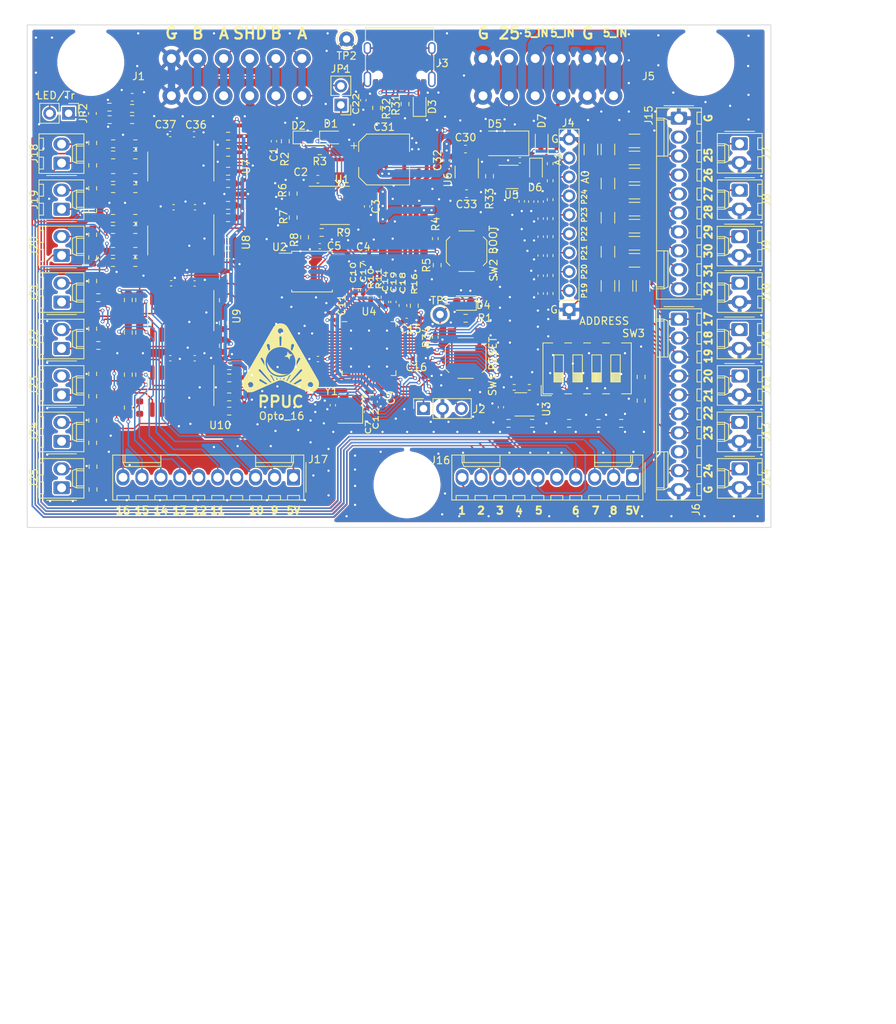
<source format=kicad_pcb>
(kicad_pcb (version 20211014) (generator pcbnew)
  (title_block (title "Opto_16") (date "2025-04-29") (rev "1.0.0"))
  (layers (0 "F.Cu" signal) (31 "B.Cu" signal) (34 "B.Paste" user) (35 "F.Paste" user) (36 "B.SilkS" user "B.Silkscreen") (37 "F.SilkS" user "F.Silkscreen") (38 "B.Mask" user) (39 "F.Mask" user) (44 "Edge.Cuts" user))
  (net 0 "")
  (net 1 "/SHD")
  (net 2 "GND")
  (net 3 "+3V3")
  (net 4 "Net-(C6-Pad2)")
  (net 5 "Net-(C7-Pad2)")
  (net 6 "/1V1")
  (net 7 "/3V3A")
  (net 8 "Net-(C20-Pad2)")
  (net 9 "+5V")
  (net 10 "/A")
  (net 11 "/B")
  (net 12 "Net-(D3-Pad2)")
  (net 13 "Net-(D4-Pad2)")
  (net 14 "/Out_S")
  (net 15 "/5V_IN")
  (net 16 "Net-(J2-Pad1)")
  (net 17 "Net-(J2-Pad3)")
  (net 18 "Net-(J3-PadA5)")
  (net 19 "/USB_D+")
  (net 20 "/USB_D-")
  (net 22 "Net-(J3-PadB5)")
  (net 24 "/Driver8/D1")
  (net 25 "/nReset")
  (net 26 "/In16/V_SW_D")
  (net 27 "/Q_nCS")
  (net 28 "/485_DE")
  (net 29 "/485_RX")
  (net 30 "/485_TX")
  (net 31 "Net-(R12-Pad2)")
  (net 32 "Net-(R13-Pad2)")
  (net 33 "Net-(JP1-Pad1)")
  (net 34 "Net-(R18-Pad1)")
  (net 35 "Net-(R7-Pad1)")
  (net 36 "Net-(U2-Pad2)")
  (net 37 "Net-(U2-Pad3)")
  (net 38 "Net-(U2-Pad5)")
  (net 39 "/Q_SCLK")
  (net 40 "Net-(U2-Pad7)")
  (net 41 "/Out_Special")
  (net 42 "Net-(R10-Pad2)")
  (net 43 "Net-(R11-Pad2)")
  (net 44 "Net-(R15-Pad1)")
  (net 45 "/V_addr")
  (net 46 "Net-(R17-Pad2)")
  (net 47 "Net-(R18-Pad2)")
  (net 48 "Net-(C21-Pad2)")
  (net 49 "Net-(R19-Pad2)")
  (net 50 "/Driver8/D2")
  (net 51 "/Driver8/D3")
  (net 52 "/Driver8/D4")
  (net 53 "/Driver8/D5")
  (net 54 "/Driver8/D6")
  (net 55 "/Driver8/D7")
  (net 56 "/Driver8/D8")
  (net 57 "/In16/V_SWITCH")
  (net 58 "/In16/T1")
  (net 59 "/In16/T2")
  (net 60 "/In16/T3")
  (net 61 "/In16/T4")
  (net 62 "/In16/T5")
  (net 63 "/In16/T6")
  (net 64 "/In16/T7")
  (net 65 "/In16/T8")
  (net 66 "/In16/T9")
  (net 67 "/In16/T10")
  (net 68 "/In16/T11")
  (net 69 "/In16/T12")
  (net 70 "/In16/T13")
  (net 71 "/In16/T14")
  (net 72 "/In16/T15")
  (net 73 "/In16/T16")
  (net 74 "Net-(C22-Pad1)")
  (net 75 "/In_1")
  (net 76 "/In_2")
  (net 77 "/In_3")
  (net 78 "/In_4")
  (net 79 "/In_5")
  (net 80 "/In_6")
  (net 81 "/In_7")
  (net 82 "/In_8")
  (net 83 "/In_9")
  (net 84 "/In_10")
  (net 85 "/In_11")
  (net 86 "/In_12")
  (net 87 "/In_13")
  (net 88 "/In_14")
  (net 89 "/In_15")
  (net 90 "/In_16")
  (net 91 "Net-(R4-Pad1)")
  (net 92 "Net-(C24-Pad2)")
  (net 93 "Net-(C25-Pad2)")
  (net 94 "Net-(C27-Pad2)")
  (net 95 "Net-(C28-Pad2)")
  (net 100 "Net-(J25-Pad1)")
  (net 101 "Net-(J25-Pad2)")
  (net 103 "Net-(J18-Pad2)")
  (net 104 "Net-(J20-Pad2)")
  (net 105 "Net-(J22-Pad2)")
  (net 106 "/Driver8/D9")
  (net 107 "/Driver8/D10")
  (net 108 "/Driver8/D11")
  (net 109 "/Driver8/D12")
  (net 110 "/Driver8/D13")
  (net 111 "/Driver8/D14")
  (net 112 "/Driver8/D15")
  (net 113 "/Driver8/D16")
  (net 114 "Net-(J19-Pad2)")
  (net 115 "Net-(J21-Pad1)")
  (net 116 "Net-(J21-Pad2)")
  (net 117 "Net-(J23-Pad2)")
  (net 118 "Net-(J24-Pad2)")
  (net 119 "Net-(R27-Pad2)")
  (net 120 "Net-(R57-Pad2)")
  (net 121 "Net-(R63-Pad2)")
  (net 122 "/ADC0")
  (net 123 "Net-(R69-Pad2)")
  (net 124 "Net-(J18-Pad1)")
  (net 125 "Net-(J19-Pad1)")
  (net 126 "Net-(J20-Pad1)")
  (net 127 "Net-(J22-Pad1)")
  (net 128 "Net-(J23-Pad1)")
  (net 129 "Net-(J24-Pad1)")
  (net 130 "/ADC1")
  (net 131 "Net-(R33-Pad1)")
  (net 132 "Net-(R34-Pad1)")
  (net 133 "Net-(R59-Pad2)")
  (net 134 "Net-(R65-Pad2)")
  (net 135 "Net-(R71-Pad2)")
  (net 136 "Net-(R75-Pad2)")
  (net 137 "Net-(R77-Pad2)")
  (net 138 "Net-(C23-Pad1)")
  (net 139 "Net-(C26-Pad1)")
  (net 140 "Net-(R21-Pad1)")
  (net 141 "Net-(R22-Pad1)")
  (net 142 "Net-(R23-Pad1)")
  (net 143 "Net-(R24-Pad1)")
  (net 144 "Net-(R25-Pad1)")
  (net 145 "Net-(R26-Pad1)")
  (footprint "Capacitor_SMD:C_0402_1005Metric" (layer "F.Cu") (at 151.8569 89.5102)
    (fp_text reference "C16")
    (fp_text value "100n")
  )
  (footprint "Connector_Molex:Molex_KK-254_AE-6410-10A_1x10_P2.54mm_Vertical" (layer "F.Cu") (at 135.382 105.41 180)
    (fp_text reference "J17")
    (fp_text value "Conn_01x10")
  )
  (footprint "Capacitor_SMD:C_0402_1005Metric" (layer "F.Cu") (at 168.529 73.152 90)
    (fp_text reference "C25" hide)
    (fp_text value "100n")
  )
  (footprint "Connector_Pin:Pin_D1.0mm_L10.0mm" (layer "F.Cu") (at 142.5 46.674)
    (fp_text reference "TP2")
    (fp_text value "TP_GND")
  )
  (footprint "Capacitor_SMD:C_0402_1005Metric" (layer "F.Cu") (at 145.2289 96.6302 90)
    (fp_text reference "C7")
    (fp_text value "27pF")
  )
  (footprint "Connector_Molex:Molex_KK-254_AE-6410-02A_1x02_P2.54mm_Vertical" (layer "F.Cu") (at 195.179 98.044 -90)
    (fp_text reference "J13")
    (fp_text value "Conn_01x02")
  )
  (footprint "Capacitor_SMD:C_0402_1005Metric" (layer "F.Cu") (at 155.8925 62.933 -90)
    (fp_text reference "C32")
    (fp_text value "100n")
  )
  (footprint "Out_8x10:Terminal_Block_RTMPin" (layer "F.Cu") (at 178.292 49.28 180)
    (fp_text reference "J5")
    (fp_text value "Conn_01x06")
  )
  (footprint "Capacitor_SMD:C_0402_1005Metric" (layer "F.Cu") (at 168.529 75.692 90)
    (fp_text reference "C24" hide)
    (fp_text value "100n")
  )
  (footprint "Resistor_SMD:R_0603_1608Metric" (layer "F.Cu") (at 150.3329 55.3862 -90)
    (fp_text reference "R31")
    (fp_text value "5k1")
  )
  (footprint "Resistor_SMD:R_1206_3216Metric" (layer "F.Cu") (at 177.546 61.468 -90)
    (fp_text reference "R41" hide)
    (fp_text value "180R")
  )
  (footprint "Resistor_SMD:R_0603_1608Metric" (layer "F.Cu") (at 111.175 76.625)
    (fp_text reference "R77" hide)
    (fp_text value "1k")
  )
  (footprint "Resistor_SMD:R_0603_1608Metric" (layer "F.Cu") (at 114.175 65.225)
    (fp_text reference "R64" hide)
    (fp_text value "2k")
  )
  (footprint "Resistor_SMD:R_0603_1608Metric" (layer "F.Cu") (at 108.458 97.7778 90)
    (fp_text reference "R107" hide)
    (fp_text value "2k")
  )
  (footprint "Resistor_SMD:R_0402_1005Metric" (layer "F.Cu") (at 169.799 63.373 90)
    (fp_text reference "R30" hide)
    (fp_text value "1k")
  )
  (footprint "Resistor_SMD:R_0603_1608Metric" (layer "F.Cu") (at 113.2332 96.0628 90)
    (fp_text reference "R105" hide)
    (fp_text value "1k")
  )
  (footprint "Resistor_SMD:R_0603_1608Metric" (layer "F.Cu") (at 114.7572 86.0044 -90)
    (fp_text reference "R92" hide)
    (fp_text value "1k")
  )
  (footprint "Diode_SMD:D_SOD-323" (layer "F.Cu") (at 136.8249 59.8622)
    (fp_text reference "D2")
    (fp_text value "SD15")
  )
  (footprint "Connector_Molex:Molex_KK-254_AE-6410-02A_1x02_P2.54mm_Vertical" (layer "F.Cu") (at 195.199 60.706 -90)
    (fp_text reference "J7")
    (fp_text value "Conn_01x02")
  )
  (footprint "Resistor_SMD:R_0603_1608Metric" (layer "F.Cu") (at 125.9742 84.724 -90)
    (fp_text reference "R87" hide)
    (fp_text value "10k")
  )
  (footprint "Resistor_SMD:R_0603_1608Metric" (layer "F.Cu") (at 108.499 107.0252 90)
    (fp_text reference "R109" hide)
    (fp_text value "1M")
  )
  (footprint "Resistor_SMD:R_0603_1608Metric" (layer "F.Cu") (at 111.175 75.125)
    (fp_text reference "R75" hide)
    (fp_text value "1k")
  )
  (footprint "Package_TO_SOT_SMD:SOT-23-5" (layer "F.Cu") (at 164.7135 65.151)
    (fp_text reference "U5")
    (fp_text value "SN74AHCT1G125")
  )
  (footprint "Resistor_SMD:R_1206_3216Metric" (layer "F.Cu") (at 181.102 67.183)
    (fp_text reference "R46" hide)
    (fp_text value "180R")
  )
  (footprint "Resistor_SMD:R_0603_1608Metric" (layer "F.Cu") (at 154.6509 76.9762 90)
    (fp_text reference "R5")
    (fp_text value "10k")
  )
  (footprint "Connector_Molex:Molex_KK-254_AE-6410-02A_1x02_P2.54mm_Vertical" (layer "F.Cu") (at 104.287 69.469 90)
    (fp_text reference "J19")
    (fp_text value "Conn_01x02")
  )
  (footprint "Connector_Molex:Molex_KK-254_AE-6410-02A_1x02_P2.54mm_Vertical" (layer "F.Cu") (at 104.287 106.807 90)
    (fp_text reference "J25")
    (fp_text value "Conn_01x02")
  )
  (footprint "Capacitor_SMD:CP_Elec_6.3x7.7" (layer "F.Cu") (at 147.5329 62.8142)
    (fp_text reference "C31")
    (fp_text value "100µ 35V")
  )
  (footprint "Capacitor_SMD:C_0402_1005Metric" (layer "F.Cu") (at 143.7049 80.2782 90)
    (fp_text reference "C10")
    (fp_text value "100n")
  )
  (footprint "Capacitor_SMD:C_0603_1608Metric" (layer "F.Cu") (at 158.5849 67.3862 180)
    (fp_text reference "C33")
    (fp_text value "10u")
  )
  (footprint "Resistor_SMD:R_1206_3216Metric" (layer "F.Cu") (at 181.102 69.469)
    (fp_text reference "R47" hide)
    (fp_text value "180R")
  )
  (footprint "Package_TO_SOT_SMD:SOT-23-5" (layer "F.Cu") (at 158.6073 64.4906 -90)
    (fp_text reference "U6")
    (fp_text value "AP2112K-3.3")
  )
  (footprint "Connector_Molex:Molex_KK-254_AE-6410-10A_1x10_P2.54mm_Vertical" (layer "F.Cu") (at 180.848 105.41 180)
    (fp_text reference "J16")
    (fp_text value "Conn_01x10")
  )
  (footprint "Resistor_SMD:R_0603_1608Metric" (layer "F.Cu") (at 114.7572 96.0628 -90)
    (fp_text reference "R108" hide)
    (fp_text value "1k")
  )
  (footprint "Resistor_SMD:R_0603_1608Metric" (layer "F.Cu") (at 126.619 68.961 180)
    (fp_text reference "R67" hide)
    (fp_text value "10k")
  )
  (footprint "Resistor_SMD:R_0603_1608Metric" (layer "F.Cu") (at 181.991 91.948 90)
    (fp_text reference "R27" hide)
    (fp_text value "3k")
  )
  (footprint "Resistor_SMD:R_0603_1608Metric" (layer "F.Cu") (at 114.173 62.2046)
    (fp_text reference "R58" hide)
    (fp_text value "2k")
  )
  (footprint "Capacitor_SMD:C_0402_1005Metric" (layer "F.Cu") (at 122.047 59.436)
    (fp_text reference "C36")
    (fp_text value "100n")
  )
  (footprint "Resistor_SMD:R_0402_1005Metric" (layer "F.Cu") (at 145.2529 94.5172 90)
    (fp_text reference "R12" hide)
    (fp_text value "1k")
  )
  (footprint "Resistor_SMD:R_0603_1608Metric" (layer "F.Cu") (at 176.276 98.171)
    (fp_text reference "R18" hide)
    (fp_text value "2k")
  )
  (footprint "Diode_SMD:D_SOD-323" (layer "F.Cu") (at 168.656 60.479 90)
    (fp_text reference "D7")
    (fp_text value "1A" hide)
  )
  (footprint "Capacitor_SMD:C_0402_1005Metric" (layer "F.Cu") (at 144.7449 54.8782 -90)
    (fp_text reference "C22")
    (fp_text value "100n")
  )
  (footprint "Capacitor_SMD:C_0402_1005Metric" (layer "F.Cu") (at 122.1388 89.4484)
    (fp_text reference "C42" hide)
    (fp_text value "100n")
  )
  (footprint "Resistor_SMD:R_1206_3216Metric" (layer "F.Cu") (at 177.546 70.612 -90)
    (fp_text reference "R39" hide)
    (fp_text value "180R")
  )
  (footprint "Connector_Molex:Molex_KK-254_AE-6410-02A_1x02_P2.54mm_Vertical" (layer "F.Cu") (at 104.287 63.2968 90)
    (fp_text reference "J18")
    (fp_text value "Conn_01x02")
  )
  (footprint "Resistor_SMD:R_1206_3216Metric" (layer "F.Cu") (at 177.546 75.184 -90)
    (fp_text reference "R38" hide)
    (fp_text value "180R")
  )
  (footprint "Resistor_SMD:R_0603_1608Metric" (layer "F.Cu") (at 134.2849 60.3702 -90)
    (fp_text reference "R2")
    (fp_text value "100R")
  )
  (footprint "Resistor_SMD:R_0603_1608Metric" (layer "F.Cu") (at 114.175 76.625)
    (fp_text reference "R78" hide)
    (fp_text value "2k")
  )
  (footprint "Capacitor_SMD:C_0402_1005Metric" (layer "F.Cu") (at 145.2529 69.1022 -90)
    (fp_text reference "C3")
    (fp_text value "100n")
  )
  (footprint "Capacitor_SMD:C_0402_1005Metric" (layer "F.Cu") (at 168.529 70.739 90)
    (fp_text reference "C27" hide)
    (fp_text value "100n")
  )
  (footprint "Diode_SMD:D_SMA" (layer "F.Cu") (at 163.5349 60.6552 180)
    (fp_text reference "D5")
    (fp_text value "SMAJ5.0")
  )
  (footprint "Capacitor_SMD:C_0603_1608Metric" (layer "F.Cu") (at 150.0549 82.3812 90)
    (fp_text reference "C18")
    (fp_text value "10u")
  )
  (footprint "Connector_PinSocket_2.54mm:PinSocket_1x10_P2.54mm_Vertical" (layer "F.Cu") (at 172.339 82.931 180)
    (fp_text reference "J4")
    (fp_text value "Conn_01x10")
  )
  (footprint "Resistor_SMD:R_0402_1005Metric" (layer "F.Cu") (at 169.799 80.772 90)
    (fp_text reference "R21" hide)
    (fp_text value "1k")
  )
  (footprint "Diode_SMD:D_SOD-323" (layer "F.Cu") (at 140.3809 59.8622)
    (fp_text reference "D1")
    (fp_text value "SD15")
  )
  (footprint "Resistor_SMD:R_0603_1608Metric" (layer "F.Cu") (at 109.22 81.3308 180)
    (fp_text reference "R93" hide)
    (fp_text value "1M")
  )
  (footprint "Resistor_SMD:R_0402_1005Metric" (layer "F.Cu") (at 164.973 93.345 180)
    (fp_text reference "R15" hide)
    (fp_text value "1k")
  )
  (footprint "Resistor_SMD:R_0603_1608Metric" (layer "F.Cu") (at 108.499 103.9772 90)
    (fp_text reference "R110" hide)
    (fp_text value "2k")
  )
  (footprint "Resistor_SMD:R_1206_3216Metric" (layer "F.Cu") (at 179.959 79.756 -90)
    (fp_text reference "R36" hide)
    (fp_text value "180R")
  )
  (footprint "Capacitor_SMD:C_0402_1005Metric" (layer "F.Cu") (at 132.7609 60.3702 -90)
    (fp_text reference "C1")
    (fp_text value "100n")
  )
  (footprint "Resistor_SMD:R_0603_1608Metric" (layer "F.Cu") (at 114.7572 91.6432 90)
    (fp_text reference "R100" hide)
    (fp_text value "1k")
  )
  (footprint "Resistor_SMD:R_0402_1005Metric" (layer "F.Cu") (at 169.799 65.659 90)
    (fp_text reference "R29" hide)
    (fp_text value "1k")
  )
  (footprint "LED_SMD:LED_0805_2012Metric" (layer "F.Cu") (at 158.2069 82.0562 180)
    (fp_text reference "D4")
    (fp_text value "LED gn")
  )
  (footprint "Resistor_SMD:R_0603_1608Metric" (layer "F.Cu") (at 126.7616 92.09 180)
    (fp_text reference "R96" hide)
    (fp_text value "10k")
  )
  (footprint "Connector_USB:USB_C_Receptacle_XKB_U262-16XN-4BVC11" (layer "F.Cu") (at 149.612 48.96 180)
    (fp_text reference "J3")
    (fp_text value "USB_C_Receptacle_USB2.0")
  )
  (footprint "Connector_Molex:Molex_KK-254_AE-6410-02A_1x02_P2.54mm_Vertical" (layer "F.Cu") (at 104.287 94.361 90)
    (fp_text reference "J23")
    (fp_text value "Conn_01x02")
  )
  (footprint "Capacitor_SMD:C_0603_1608Metric" (layer "F.Cu") (at 138.6429 65.4558 180)
    (fp_text reference "C2")
    (fp_text value "10u")
  )
  (footprint "Capacitor_SMD:C_0402_1005Metric" (layer "F.Cu") (at 168.529 80.772 90)
    (fp_text reference "C20" hide)
    (fp_text value "100n")
  )
  (footprint "Resistor_SMD:R_0603_1608Metric" (layer "F.Cu") (at 158.4609 84.0882)
    (fp_text reference "R1")
    (fp_text value "10k")
  )
  (footprint "Package_TO_SOT_SMD:SOT-23-5" (layer "F.Cu") (at 165.862 95.631 180)
    (fp_text reference "U3")
    (fp_text value "LMV321")
  )
  (footprint "Resistor_SMD:R_0603_1608Metric" (layer "F.Cu") (at 126.619 61.849 180)
    (fp_text reference "R56" hide)
    (fp_text value "10k")
  )
  (footprint "Package_SO:SOIC-14_3.9x8.7mm_P1.27mm" (layer "F.Cu") (at 120.269 63.754 -90)
    (fp_text reference "U7")
    (fp_text value "LM339")
  )
  (footprint "IO_16x8_matrix:MountingHole_5.5mm_Pinball" (layer "F.Cu") (at 108.2 49.8)
    (fp_text reference "REF**" hide)
    (fp_text value "MountingHole_5.5mm_Pinball" hide)
  )
  (footprint "Resistor_SMD:R_0603_1608Metric" (layer "F.Cu") (at 108.458 100.7872 90)
    (fp_text reference "R106" hide)
    (fp_text value "1M")
  )
  (footprint "Resistor_SMD:R_0603_1608Metric" (layer "F.Cu") (at 109.22 87.7316 180)
    (fp_text reference "R98" hide)
    (fp_text value "1M")
  )
  (footprint "Capacitor_SMD:C_0402_1005Metric" (layer "F.Cu") (at 165.743 62.9158 180)
    (fp_text reference "C29" hide)
    (fp_text value "100n")
  )
  (footprint "Capacitor_SMD:C_0402_1005Metric" (layer "F.Cu") (at 165.989 68.425 -90)
    (fp_text reference "C26" hide)
    (fp_text value "100n")
  )
  (footprint "Package_SO:SOIC-14_3.9x8.7mm_P1.27mm" (layer "F.Cu") (at 120.27 93.85 -90)
    (fp_text reference "U10")
    (fp_text value "LM339")
  )
  (footprint "Resistor_SMD:R_0603_1608Metric" (layer "F.Cu") (at 111.175 72.2)
    (fp_text reference "R69" hide)
    (fp_text value "1k")
  )
  (footprint "Resistor_SMD:R_0603_1608Metric" (layer "F.Cu") (at 111.2012 60.706)
    (fp_text reference "R59" hide)
    (fp_text value "1k")
  )
  (footprint "Resistor_SMD:R_0402_1005Metric" (layer "F.Cu") (at 154.3969 73.4202 -90)
    (fp_text reference "R4")
    (fp_text value "1k")
  )
  (footprint "Capacitor_SMD:C_0402_1005Metric" (layer "F.Cu") (at 163.195 96.012 90)
    (fp_text reference "C8" hide)
    (fp_text value "100n")
  )
  (footprint "Resistor_SMD:R_0603_1608Metric" (layer "F.Cu") (at 167.386 98.171)
    (fp_text reference "R14" hide)
    (fp_text value "2k")
  )
  (footprint "Resistor_SMD:R_0402_1005Metric" (layer "F.Cu") (at 169.799 70.739 90)
    (fp_text reference "R25" hide)
    (fp_text value "1k")
  )
  (footprint "Resistor_SMD:R_0603_1608Metric" (layer "F.Cu") (at 164.211 98.171)
    (fp_text reference "R13" hide)
    (fp_text value "33k")
  )
  (footprint "Resistor_SMD:R_0603_1608Metric" (layer "F.Cu") (at 114.175 75.125)
    (fp_text reference "R76" hide)
    (fp_text value "2k")
  )
  (footprint "Resistor_SMD:R_0603_1608Metric" (layer "F.Cu") (at 139.1509 72.5932 180)
    (fp_text reference "R9")
    (fp_text value "10k")
  )
  (footprint "Resistor_SMD:R_0603_1608Metric" (layer "F.Cu") (at 108.458 75.946 90)
    (fp_text reference "R90" hide)
    (fp_text value "1M")
  )
  (footprint "Connector_PinSocket_2.54mm:PinSocket_1x03_P2.54mm_Vertical" (layer "F.Cu") (at 152.8161 96.1898 90)
    (fp_text reference "J2")
    (fp_text value "nmount SW Debug")
  )
  (footprint "Resistor_SMD:R_0603_1608Metric" (layer "F.Cu") (at 138.9029 61.6402 180)
    (fp_text reference "R3")
    (fp_text value "120R")
  )
  (footprint "Resistor_SMD:R_0603_1608Metric" (layer "F.Cu") (at 135.3409 67.3862 -90)
    (fp_text reference "R6")
    (fp_text value "10k")
  )
  (footprint "Resistor_SMD:R_1206_3216Metric" (layer "F.Cu") (at 181.102 71.755)
    (fp_text reference "R48" hide)
    (fp_text value "180R")
  )
  (footprint "Resistor_SMD:R_0603_1608Metric" (layer "F.Cu") (at 126.619 73.787 180)
    (fp_text reference "R73" hide)
    (fp_text value "10k")
  )
  (footprint "Resistor_SMD:R_0402_1005Metric" (layer "F.Cu") (at 167.005 93.345)
    (fp_text reference "R20" hide)
    (fp_text value "1k")
  )
  (footprint "Button_Switch_SMD:SW_SPST_SKQG_WithStem" (layer "F.Cu") (at 158.4609 89.4222 -90)
    (fp_text reference "SW1")
    (fp_text value "Reset")
  )
  (footprint "Resistor_SMD:R_0603_1608Metric" (layer "F.Cu") (at 113.2332 91.6432 -90)
    (fp_text reference "R97" hide)
    (fp_text value "1k")
  )
  (footprint "Package_DFN_QFN:QFN-56-1EP_7x7mm_P0.4mm_EP3.2x3.2mm" (layer "F.Cu") (at 145.5069 88.1522)
    (fp_text reference "U4")
    (fp_text value "RP2040")
  )
  (footprint "Resistor_SMD:R_0603_1608Metric" (layer "F.Cu") (at 136.8649 73.2282 90)
    (fp_text reference "R8")
    (fp_text value "10k")
  )
  (footprint "Capacitor_SMD:C_0402_1005Metric" (layer "F.Cu") (at 118.975 79.4)
    (fp_text reference "C41" hide)
    (fp_text value "100n")
  )
  (footprint "Resistor_SMD:R_0603_1608Metric" (layer "F.Cu") (at 126.7616 94.63 180)
    (fp_text reference "R104" hide)
    (fp_text value "10k")
  )
  (footprint "Capacitor_SMD:C_0603_1608Metric" (layer "F.Cu") (at 158.4449 61.4172 180)
    (fp_text reference "C30")
    (fp_text value "10u")
  )
  (footprint "Resistor_SMD:R_0603_1608Metric" (layer "F.Cu") (at 161.671 65.0494 -90)
    (fp_text reference "R33")
    (fp_text value "10k")
  )
  (footprint "Resistor_SMD:R_0402_1005Metric" (layer "F.Cu") (at 146.7529 81.2632 -90)
    (fp_text reference "R11")
    (fp_text value "27")
  )
  (footprint "Resistor_SMD:R_0402_1005Metric" (layer "F.Cu") (at 169.799 68.199 90)
    (fp_text reference "R26" hide)
    (fp_text value "1k")
  )
  (footprint "Resistor_SMD:R_0402_1005Metric" (layer "F.Cu") (at 169.799 75.692 90)
    (fp_text reference "R23" hide)
    (fp_text value "1k")
  )
  (footprint "Resistor_SMD:R_0603_1608Metric" (layer "F.Cu") (at 126.619 59.69 180)
    (fp_text reference "R55" hide)
    (fp_text value "10k")
  )
  (footprint "Package_SO:SOIC-8_3.9x4.9mm_P1.27mm" (layer "F.Cu") (at 140.9289 68.961)
    (fp_text reference "U1")
    (fp_text value "ADM3483")
  )
  (footprint "Resistor_SMD:R_0603_1608Metric" (layer "F.Cu") (at 114.175 72.2)
    (fp_text reference "R70" hide)
    (fp_text value "2k")
  )
  (footprint "Resistor_SMD:R_0603_1608Metric" (layer "F.Cu") (at 126.619 75.565 180)
    (fp_text reference "R74" hide)
    (fp_text value "10k")
  )
  (footprint "Resistor_SMD:R_0603_1608Metric" (layer "F.Cu") (at 114.7572 81.6356 90)
    (fp_text reference "R84" hide)
    (fp_text value "1k")
  )
  (footprint "Resistor_SMD:R_0603_1608Metric" (layer "F.Cu") (at 172.339 98.171 180)
    (fp_text reference "R19" hide)
    (fp_text value "2k")
  )
  (footprint "Connector_Molex:Molex_KK-254_AE-6410-02A_1x02_P2.54mm_Vertical" (layer "F.Cu") (at 104.287 88.138 90)
    (fp_text reference "J22")
    (fp_text value "Conn_01x02")
  )
  (footprint "Capacitor_SMD:C_0402_1005Metric" (layer "F.Cu") (at 147.2849 94.7362 -90)
    (fp_text reference "C9")
    (fp_text value "100n")
  )
  (footprint "IO_16x8_matrix:MountingHole_5.5mm_Pinball" (layer "F.Cu") (at 150.6 106.4)
    (fp_text reference "REF**" hide)
    (fp_text value "MountingHole_5.5mm_Pinball" hide)
  )
  (footprint "Resistor_SMD:R_0603_1608Metric" (layer "F.Cu") (at 113.2332 81.6356 -90)
    (fp_text reference "R81" hide)
    (fp_text value "1k")
  )
  (footprint "Capacitor_SMD:C_0603_1608Metric" (layer "F.Cu") (at 144.7449 75.9602)
    (fp_text reference "C4")
    (fp_text value "10u")
  )
  (footprint "Resistor_SMD:R_0603_1608Metric" (layer "F.Cu") (at 114.173 60.706)
    (fp_text reference "R60" hide)
    (fp_text value "2k")
  )
  (footprint "Out_8x10:Terminal_Block_RTMPin" (layer "F.Cu") (at 136.518 49.28 180)
    (fp_text reference "J1")
    (fp_text value "Conn_01x06")
  )
  (footprint "Connector_Molex:Molex_KK-254_AE-6410-10A_1x10_P2.54mm_Vertical" (layer "F.Cu") (at 187.051 57.277 -90)
    (fp_text reference "J15")
    (fp_text value "Conn_01x10")
  )
  (footprint "Connector_Molex:Molex_KK-254_AE-6410-02A_1x02_P2.54mm_Vertical" (layer "F.Cu") (at 195.199 79.375 -90)
    (fp_text reference "J10")
    (fp_text value "Conn_01x02")
  )
  (footprint "Button_Switch_SMD:SW_SPST_SKQG_WithStem" (layer "F.Cu") (at 158.5889 75.1022 -90)
    (fp_text reference "SW2")
    (fp_text value "Boot")
  )
  (footprint "Resistor_SMD:R_0603_1608Metric" (layer "F.Cu") (at 111.2 66.725)
    (fp_text reference "R65" hide)
    (fp_text value "1k")
  )
  (footprint "Resistor_SMD:R_0603_1608Metric" (layer "F.Cu") (at 111.175 70.7)
    (fp_text reference "R71" hide)
    (fp_text value "1k")
  )
  (footprint "Connector_Molex:Molex_KK-254_AE-6410-02A_1x02_P2.54mm_Vertical" (layer "F.Cu") (at 104.287 81.915 90)
    (fp_text reference "J21")
    (fp_text value "Conn_01x02")
  )
  (footprint "Package_SO:SOIC-14_3.9x8.7mm_P1.27mm" (layer "F.Cu") (at 120.269 73.66 -90)
    (fp_text reference "U8")
    (fp_text value "LM339")
  )
  (footprint "Capacitor_SMD:C_0402_1005Metric" (layer "F.Cu") (at 138.9029 74.4362 180)
    (fp_text reference "C5")
    (fp_text value "100n")
  )
  (footprint "Connector_Molex:Molex_KK-254_AE-6410-02A_1x02_P2.54mm_Vertical" (layer "F.Cu") (at 195.199 66.929 -90)
    (fp_text reference "J8")
    (fp_text value "Conn_01x02")
  )
  (footprint "Resistor_SMD:R_0603_1608Metric" (layer "F.Cu") (at 113.75 55.975 180)
    (fp_text reference "R53" hide)
    (fp_text value "330k")
  )
  (footprint "Package_SO:SOIC-14_3.9x8.7mm_P1.27mm" (layer "F.Cu") (at 120.27 83.81 -90)
    (fp_text reference "U9")
    (fp_text value "LM339")
  )
  (footprint "Resistor_SMD:R_1206_3216Metric" (layer "F.Cu") (at 175.26 61.468 -90)
    (fp_text reference "R42" hide)
    (fp_text value "180R")
  )
  (footprint "Connector_Molex:Molex_KK-254_AE-6410-02A_1x02_P2.54mm_Vertical" (layer "F.Cu") (at 195.199 104.267 -90)
    (fp_text reference "J14")
    (fp_text value "Conn_01x02")
  )
  (footprint "Resistor_SMD:R_0603_1608Metric" (layer "F.Cu") (at 179.324 98.171)
    (fp_text reference "R28" hide)
    (fp_text value "2k")
  )
  (footprint "Resistor_SMD:R_0603_1608Metric" (layer "F.Cu") (at 113.75 57.475 180)
    (fp_text reference "R51" hide)
    (fp_text value "2k")
  )
  (footprint "Connector_Molex:Molex_KK-254_AE-6410-02A_1x02_P2.54mm_Vertical" (layer "F.Cu") (at 195.179 85.598 -90)
    (fp_text reference "J11")
    (fp_text value "Conn_01x02")
  )
  (footprint "Resistor_SMD:R_1206_3216Metric" (layer "F.Cu") (at 181.102 64.897)
    (fp_text reference "R45" hide)
    (fp_text value "180R")
  )
  (footprint "Capacitor_SMD:C_0402_1005Metric" (layer "F.Cu") (at 167.259 68.453 -90)
    (fp_text reference "C23" hide)
    (fp_text value "100n")
  )
  (footprint "Connector_Molex:Molex_KK-254_AE-6410-10A_1x10_P2.54mm_Vertical" (layer "F.Cu") (at 187.051 84.201 -90)
    (fp_text reference "J6")
    (fp_text value "Conn_01x10")
  )
  (footprint "Resistor_SMD:R_0603_1608Metric" (layer "F.Cu") (at 126.619 70.612 180)
    (fp_text reference "R68" hide)
    (fp_text value "10k")
  )
  (footprint "Resistor_SMD:R_1206_3216Metric" (layer "F.Cu") (at 181.102 62.611)
    (fp_text reference "R44" hide)
    (fp_text value "180R")
  )
  (footprint "Resistor_SMD:R_0402_1005Metric" (layer "F.Cu") (at 145.7369 81.2632 -90)
    (fp_text reference "R10")
    (fp_text value "27")
  )
  (footprint "Diode_SMD:D_SOD-323" (layer "F.Cu") (at 152.2909 55.5362 90)
    (fp_text reference "D3")
    (fp_text value "1A")
  )
  (footprint "Resistor_SMD:R_0603_1608Metric" (layer "F.Cu") (at 114.175 70.7)
    (fp_text reference "R72" hide)
    (fp_text value "2k")
  )
  (footprint "Capacitor_SMD:C_0402_1005Metric" (layer "F.Cu") (at 119.3 69.215 180)
    (fp_text reference "C39" hide)
    (fp_text value "100n")
  )
  (footprint "Connector_Molex:Molex_KK-254_AE-6410-02A_1x02_P2.54mm_Vertical" (layer "F.Cu") (at 195.199 91.821 -90)
    (fp_text reference "J12")
    (fp_text value "Conn_01x02")
  )
  (footprint "IO_16x8_matrix:MountingHole_5.5mm_Pinball" (layer "F.Cu") (at 190 49.8)
    (fp_text reference "REF**" hide)
    (fp_text value "MountingHole_5.5mm_Pinball" hide)
  )
  (footprint "Resistor_SMD:R_0603_1608Metric" (layer "F.Cu") (at 126.7616 90.439 180)
    (fp_text reference "R95" hide)
    (fp_text value "10k")
  )
  (footprint "Capacitor_SMD:C_0402_1005Metric" (layer "F.Cu") (at 168.529 78.387 90)
    (fp_text reference "C21" hide)
    (fp_text value "100n")
  )
  (footprint "Resistor_SMD:R_0603_1608Metric" (layer "F.Cu") (at 113.2332 86.0044 90)
    (fp_text reference "R89" hide)
    (fp_text value "1k")
  )
  (footprint "Capacitor_SMD:C_0603_1608Metric" (layer "F.Cu") (at 113.75 54.475 180)
    (fp_text reference "C35" hide)
    (fp_text value "10u")
  )
  (footprint "Resistor_SMD:R_1206_3216Metric" (layer "F.Cu") (at 177.546 66.04 -90)
    (fp_text reference "R40" hide)
    (fp_text value "180R")
  )
  (footprint "Resistor_SMD:R_0402_1005Metric" (layer "F.Cu") (at 169.799 73.152 90)
    (fp_text reference "R24" hide)
    (fp_text value "1k")
  )
  (footprint "Capacitor_SMD:C_0402_1005Metric" (layer "F.Cu") (at 147.7829 81.8982 90)
    (fp_text reference "C14")
    (fp_text value "1u")
  )
  (footprint "Capacitor_SMD:C_0402_1005Metric" (layer "F.Cu") (at 168.529 68.453 -90)
    (fp_text reference "C28" hide)
    (fp_text value "100n")
  )
  (footprint "Connector_Molex:Molex_KK-254_AE-6410-02A_1x02_P2.54mm_Vertical" (layer "F.Cu") (at 195.179 73.152 -90)
    (fp_text reference "J9")
    (fp_text value "Conn_01x02")
  )
  (footprint "Capacitor_SMD:C_0402_1005Metric" (layer "F.Cu") (at 122.125 79.425)
    (fp_text reference "C40" hide)
    (fp_text value "100n")
  )
  (footprint "Capacitor_SMD:C_0402_1005Metric" (layer "F.Cu") (at 144.7209 80.2782 90)
    (fp_text reference "C17")
    (fp_text value "100n")
  )
  (footprint "Resistor_SMD:R_0603_1608Metric" (layer "F.Cu") (at 108.458 94.5388 90)
    (fp_text reference "R101" hide)
    (fp_text value "1M")
  )
  (footprint "Resistor_SMD:R_0603_1608Metric" (layer "F.Cu") (at 108.458 60.6 90)
    (fp_text reference "R83" hide)
    (fp_text value "2k")
  )
  (footprint "Resistor_SMD:R_0603_1608Metric" (layer "F.Cu") (at 151.5789 82.4062 -90)
    (fp_text reference "R16")
    (fp_text value "100R")
  )
  (footprint "Resistor_SMD:R_0603_1608Metric" (layer "F.Cu") (at 108.458 85.4964 90)
    (fp_text reference "R99" hide)
    (fp_text value "2k")
  )
  (footprint "Capacitor_SMD:C_0402_1005Metric" (layer "F.Cu") (at 150.5629 84.4462)
    (fp_text reference "C15")
    (fp_text value "100n")
  )
  (footprint "Resistor_SMD:R_0603_1608Metric" (layer "F.Cu") (at 125.9742 87.772 -90)
    (fp_text reference "R88" hide)
    (fp_text value "10k")
  )
  (footprint "Resistor_SMD:R_0603_1608Metric" (layer "F.Cu") (at 126.619 64.389 180)
    (fp_text reference "R61" hide)
    (fp_text value "10k")
  )
  (footprint "Resistor_SMD:R_0603_1608Metric" (layer "F.Cu") (at 108.458 69.659 90)
    (fp_text reference "R85" hide)
    (fp_text value "1M")
  )
  (footprint "Capacitor_SMD:C_0603_1608Metric" (layer "F.Cu") (at 108.425 56.65 90)
    (fp_text reference "C34" hide)
    (fp_text value "10u")
  )
  (footprint "Resistor_SMD:R_0603_1608Metric" (layer "F.Cu") (at 135.3409 70.5866 -90)
    (fp_text reference "R7")
    (fp_text value "0")
  )
  (footprint "Resistor_SMD:R_0402_1005Metric" (layer "F.Cu") (at 154.3909 86.6282 90)
    (fp_text reference "R34")
    (fp_text value "1k")
  )
  (footprint "Resistor_SMD:R_1206_3216Metric" (layer "F.Cu") (at 177.546 79.756 -90)
    (fp_text reference "R37" hide)
    (fp_text value "180R")
  )
  (footprint "Connector_PinHeader_2.54mm:PinHeader_1x02_P2.54mm_Vertical" (layer "F.Cu") (at 141.732 55.504 180)
    (fp_text reference "JP1")
    (fp_text value "Jumper_2_Open" hide)
  )
  (footprint "Connector_Molex:Molex_KK-254_AE-6410-02A_1x02_P2.54mm_Vertical" (layer "F.Cu") (at 104.287 75.6668 90)
    (fp_text reference "J20")
    (fp_text value "Conn_01x02")
  )
  (footprint "Resistor_SMD:R_1206_3216Metric" (layer "F.Cu") (at 181.102 60.325)
    (fp_text reference "R43" hide)
    (fp_text value "180R")
  )
  (footprint "Capacitor_SMD:C_0402_1005Metric" (layer "F.Cu") (at 118.85 59.4 180)
    (fp_text reference "C37")
    (fp_text value "100n")
  )
  (footprint "Capacitor_SMD:C_0402_1005Metric" (layer "F.Cu") (at 146.2689 95.2642 -90)
    (fp_text reference "C12")
    (fp_text value "100n")
  )
  (footprint "Resistor_SMD:R_0603_1608Metric" (layer "F.Cu") (at 125.975 78.62 -90)
    (fp_text reference "R79" hide)
    (fp_text value "10k")
  )
  (footprint "Button_Switch_SMD:SW_DIP_SPSTx04_Slide_6.7x11.72mm_W8.61mm_P2.54mm_LowProfile" (layer "F.Cu") (at 174.752 90.805 90)
    (fp_text reference "SW3")
    (fp_text value "ADDRESS")
  )
  (footprint "Resistor_SMD:R_0603_1608Metric" (layer "F.Cu") (at 126.7616 96.535 180)
    (fp_text reference "R103" hide)
    (fp_text value "10k")
  )
  (footprint "Resistor_SMD:R_0603_1608Metric" (layer "F.Cu") (at 114.175 66.725)
    (fp_text reference "R66" hide)
    (fp_text value "2k")
  )
  (footprint "Capacitor_SMD:C_0402_1005Metric" (layer "F.Cu") (at 122.174 69.215)
    (fp_text reference "C38" hide)
    (fp_text value "100n")
  )
  (footprint "Resistor_SMD:R_0603_1608Metric" (layer "F.Cu") (at 110.725 57.475 180)
    (fp_text reference "R52" hide)
    (fp_text value "1k")
  )
  (footprint "Diode_SMD:D_SOD-323" (layer "F.Cu") (at 167.894 64.135 -90)
    (fp_text reference "D6")
    (fp_text value "SD05")
  )
  (footprint "Capacitor_SMD:C_0402_1005Metric" (layer "F.Cu") (at 140.6569 95.7442 90)
    (fp_text reference "C6" hide)
    (fp_text value "27pF")
  )
  (footprint "Resistor_SMD:R_0603_1608Metric" (layer "F.Cu") (at 108.458 63.6 90)
    (fp_text reference "R82" hide)
    (fp_text value "1M")
  )
  (footprint "Resistor_SMD:R_0603_1608Metric" (layer "F.Cu") (at 146.5229 55.8942 -90)
    (fp_text reference "R32")
    (fp_text value "5k1")
  )
  (footprint "Capacitor_SMD:C_0402_1005Metric" (layer "F.Cu") (at 118.8622 89.4484)
    (fp_text reference "C43" hide)
    (fp_text value "100n")
  )
  (footprint "Resistor_SMD:R_1206_3216Metric" (layer "F.Cu") (at 182.245 79.756 -90)
    (fp_text reference "R35" hide)
    (fp_text value "180R")
  )
  (footprint "Resistor_SMD:R_1206_3216Metric" (layer "F.Cu") (at 181.102 74.041)
    (fp_text reference "R49" hide)
    (fp_text value "180R")
  )
  (footprint "Resistor_SMD:R_0603_1608Metric" (layer "F.Cu") (at 111.2 65.225)
    (fp_text reference "R63" hide)
    (fp_text value "1k")
  )
  (footprint "Resistor_SMD:R_0603_1608Metric" (layer "F.Cu") (at 125.9742 81.676 90)
    (fp_text reference "R80" hide)
    (fp_text value "10k")
  )
  (footprint "Connector_Molex:Molex_KK-254_AE-6410-02A_1x02_P2.54mm_Vertical" (layer "F.Cu") (at 104.287 100.584 90)
    (fp_text reference "J24")
    (fp_text value "Conn_01x02")
  )
  (footprint "Connector_Pin:Pin_D1.0mm_L10.0mm" (layer "F.Cu") (at 155.0319 83.5802)
    (fp_text reference "TP1")
    (fp_text value "TP_LED")
  )
  (footprint "Connector_PinHeader_2.54mm:PinHeader_1x02_P2.54mm_Vertical" (layer "F.Cu") (at 105.225 56.625 -90)
    (fp_text reference "JP2")
    (fp_text value "open: LED, closed: Transistor")
  )
  (footprint "Crystal:Crystal_SMD_3225-4Pin_3.2x2.5mm" (layer "F.Cu") (at 143.0069 96.1532 90)
    (fp_text reference "Y1")
    (fp_text value "12MHz,18pF")
  )
  (footprint "Capacitor_SMD:C_0402_1005Metric" (layer "F.Cu") (at 148.7849 81.8982 90)
    (fp_text reference "C19")
    (fp_text value "1u")
  )
  (footprint "Capacitor_SMD:C_0402_1005Metric" (layer "F.Cu") (at 138.6569 89.5492 180)
    (fp_text reference "C13" hide)
    (fp_text value "100n")
  )
  (footprint "Resistor_SMD:R_1206_3216Metric" (layer "F.Cu") (at 181.102 76.327)
    (fp_text reference "R50" hide)
    (fp_text value "180R")
  )
  (footprint "Resistor_SMD:R_0603_1608Metric" (layer "F.Cu") (at 108.458 79.1 90)
    (fp_text reference "R94" hide)
    (fp_text value "2k")
  )
  (footprint "Resistor_SMD:R_0603_1608Metric" (layer "F.Cu") (at 110.7 55.8 180)
    (fp_text reference "R54" hide)
    (fp_text value "6k8")
  )
  (footprint "Resistor_SMD:R_0402_1005Metric" (layer "F.Cu") (at 169.799 78.359 90)
    (fp_text reference "R22" hide)
    (fp_text value "1k")
  )
  (footprint "Package_SO:SOIC-8_5.23x5.23mm_P1.27mm" (layer "F.Cu") (at 137.8629 77.8342)
    (fp_text reference "U2")
    (fp_text value "W25Q128JVSIQ")
  )
  (footprint "Capacitor_SMD:C_0402_1005Metric" (layer "F.Cu") (at 140.6809 83.8342 90)
    (fp_text reference "C11")
    (fp_text value "100n")
  )
  (footprint "Resistor_SMD:R_0603_1608Metric" (layer "F.Cu") (at 108.458 72.898 90)
    (fp_text reference "R91" hide)
    (fp_text value "2k")
  )
  (footprint "Resistor_SMD:R_0603_1608Metric" (layer "F.Cu") (at 126.619 66.04 180)
    (fp_text reference "R62" hide)
    (fp_text value "10k")
  )
  (footprint "Resistor_SMD:R_0603_1608Metric" (layer "F.Cu") (at 108.458 91.5416 90)
    (fp_text reference "R102" hide)
    (fp_text value "2k")
  )
  (footprint "Resistor_SMD:R_0603_1608Metric" (layer "F.Cu") (at 108.458 66.675 90)
    (fp_text reference "R86" hide)
    (fp_text value "2k")
  )
  (footprint "Resistor_SMD:R_0603_1608Metric" (layer "F.Cu") (at 111.2012 62.2046)
    (fp_text reference "R57" hide)
    (fp_text value "1k")
  )
  (footprint "Resistor_SMD:R_0603_1608Metric" (layer "F.Cu") (at 181.991 95.123 90)
    (fp_text reference "R17" hide)
    (fp_text value "5k")
  )
  (gr_poly (pts (xy 131.901282 90.097776) (xy 131.996302 90.273664) (xy 132.096362 90.435458) (xy 132.20091 90.583722) (xy 132.309393 90.719021) (xy 132.421258 90.841918) (xy 132.535952 90.95298) (xy 132.652921 91.052771) (xy 132.771614 91.141855) (xy 132.891476 91.220796) (xy 133.011954 91.290161) (xy 133.132497 91.350512) (xy 133.25255 91.402416) (xy 133.371561 91.446436) (xy 133.488976 91.483137) (xy 133.604243 91.513084) (xy 133.716809 91.536841) (xy 133.82612 91.554974) (xy 133.931624 91.568046) (xy 134.032767 91.576623) (xy 134.219761 91.582548) (xy 134.382676 91.577266) (xy 134.51709 91.565295) (xy 134.618577 91.551151) (xy 134.705075 91.534416) (xy 134.565447 91.590892) (xy 134.426988 91.639346) (xy 134.289899 91.679889) (xy 134.15438 91.71263) (xy 134.020633 91.737678) (xy 133.888858 91.755144) (xy 133.759255 91.765136) (xy 133.632025 91.767766) (xy 133.507368 91.763142) (xy 133.385485 91.751375) (xy 133.266577 91.732573) (xy 133.150845 91.706847) (xy 133.038488 91.674307) (xy 132.929707 91.635062) (xy 132.824703 91.589222) (xy 132.723677 91.536896) (xy 132.626829 91.478195) (xy 132.534359 91.413229) (xy 132.446468 91.342106) (xy 132.363358 91.264936) (xy 132.285227 91.18183) (xy 132.212278 91.092897) (xy 132.14471 90.998247) (xy 132.082724 90.89799) (xy 132.02652 90.792234) (xy 131.9763 90.681091) (xy 131.932263 90.56467) (xy 131.894611 90.443079) (xy 131.863544 90.316431) (xy 131.839262 90.184833) (xy 131.821966 90.048395) (xy 131.811857 89.907229)) (layer "F.SilkS") (width 0) (fill solid))
  (gr_poly (pts (xy 133.67989 84.766997) (xy 133.718053 84.768854) (xy 133.755915 84.771933) (xy 133.793457 84.776222) (xy 133.830655 84.781707) (xy 133.867489 84.788376) (xy 133.903936 84.796217) (xy 133.939975 84.805215) (xy 133.975584 84.815358) (xy 134.01074 84.826634) (xy 134.045423 84.83903) (xy 134.07961 84.852532) (xy 134.11328 84.867129) (xy 134.14641 84.882806) (xy 134.17898 84.899552) (xy 134.210966 84.917353) (xy 134.242348 84.936196) (xy 134.273104 84.95607) (xy 134.303211 84.97696) (xy 134.332649 84.998854) (xy 134.361394 85.02174) (xy 134.389426 85.045604) (xy 134.416723 85.070433) (xy 134.443262 85.096215) (xy 134.469022 85.122937) (xy 134.493982 85.150586) (xy 134.518119 85.179149) (xy 134.541411 85.208614) (xy 134.563837 85.238967) (xy 134.585375 85.270196) (xy 134.606004 85.302287) (xy 134.6257 85.335229) (xy 138.647366 92.301708) (xy 138.669916 92.342636) (xy 138.690688 92.384033) (xy 138.726915 92.468059) (xy 138.756084 92.553442) (xy 138.778232 92.639837) (xy 138.793396 92.726898) (xy 138.801613 92.814281) (xy 138.802919 92.901641) (xy 138.797352 92.988632) (xy 138.784948 93.07491) (xy 138.765744 93.16013) (xy 138.739777 93.243948) (xy 138.707084 93.326017) (xy 138.667701 93.405993) (xy 138.621665 93.483532) (xy 138.569014 93.558287) (xy 138.540219 93.594514) (xy 138.509783 93.629915) (xy 138.445007 93.69655) (xy 138.376414 93.756998) (xy 138.304345 93.811183) (xy 138.229139 93.859028) (xy 138.151134 93.900454) (xy 138.070671 93.935385) (xy 137.988087 93.963743) (xy 137.903722 93.985449) (xy 137.817916 94.000428) (xy 137.731007 94.0086) (xy 137.643334 94.00989) (xy 137.555237 94.004218) (xy 137.467055 93.991508) (xy 137.379127 93.971683) (xy 137.291791 93.944664) (xy 137.205388 93.910374) (xy 135.115241 92.988301) (xy 137.305929 92.988301) (xy 137.306383 93.006296) (xy 137.307729 93.024053) (xy 137.309947 93.041548) (xy 137.313014 93.058762) (xy 137.316908 93.075671) (xy 137.321608 93.092254) (xy 137.327092 93.108489) (xy 137.333338 93.124355) (xy 137.340324 93.139829) (xy 137.348029 93.15489) (xy 137.356431 93.169516) (xy 137.365507 93.183684) (xy 137.375236 93.197375) (xy 137.385597 93.210565) (xy 137.396567 93.223232) (xy 137.408125 93.235356) (xy 137.420248 93.246913) (xy 137.432916 93.257883) (xy 137.446106 93.268244) (xy 137.459796 93.277973) (xy 137.473965 93.287049) (xy 137.488591 93.295451) (xy 137.503651 93.303155) (xy 137.519126 93.310142) (xy 137.534991 93.316388) (xy 137.551226 93.321872) (xy 137.567809 93.326572) (xy 137.584718 93.330466) (xy 137.601932 93.333533) (xy 137.619427 93.33575) (xy 137.637184 93.337097) (xy 137.655179 93.337551) (xy 137.673058 93.337097) (xy 137.690713 93.33575) (xy 137.708121 93.333533) (xy 137.72526 93.330466) (xy 137.742108 93.326572) (xy 137.758641 93.321872) (xy 137.774837 93.316388) (xy 137.790675 93.310142) (xy 137.80613 93.303155) (xy 137.821182 93.295451) (xy 137.835806 93.287049) (xy 137.849981 93.277973) (xy 137.863685 93.268244) (xy 137.876893 93.257883) (xy 137.889585 93.246913) (xy 137.901738 93.235356) (xy 137.913328 93.223232) (xy 137.924334 93.210565) (xy 137.934733 93.197375) (xy 137.944503 93.183684) (xy 137.95362 93.169516) (xy 137.962063 93.15489) (xy 137.969808 93.139829) (xy 137.976834 93.124355) (xy 137.983118 93.108489) (xy 137.988637 93.092254) (xy 137.993368 93.075671) (xy 137.99729 93.058762) (xy 138.00038 93.041548) (xy 138.002615 93.024053) (xy 138.003972 93.006296) (xy 138.00443 92.988301) (xy 138.003976 92.970305) (xy 138.002629 92.952549) (xy 138.000412 92.935053) (xy 137.997345 92.91784) (xy 137.99345 92.900931) (xy 137.98875 92.884348) (xy 137.983266 92.868112) (xy 137.97702 92.852247) (xy 137.970034 92.836773) (xy 137.962329 92.821712) (xy 137.953928 92.807086) (xy 137.944852 92.792917) (xy 137.935122 92.779227) (xy 137.924762 92.766037) (xy 137.913792 92.753369) (xy 137.902234 92.741246) (xy 137.89011 92.729688) (xy 137.877443 92.718718) (xy 137.864253 92.708358) (xy 137.850563 92.698628) (xy 137.836394 92.689552) (xy 137.821768 92.681151) (xy 137.806707 92.673446) (xy 137.791233 92.66646) (xy 137.775367 92.660214) (xy 137.759132 92.65473) (xy 137.742549 92.65003) (xy 137.72564 92.646136) (xy 137.708426 92.643069) (xy 137.690931 92.640851) (xy 137.673174 92.639504) (xy 137.655179 92.639051) (xy 137.637184 92.639504) (xy 137.619427 92.640851) (xy 137.601931 92.643069) (xy 137.584718 92.646136) (xy 137.567809 92.65003) (xy 137.551226 92.65473) (xy 137.534991 92.660214) (xy 137.519125 92.66646) (xy 137.503651 92.673446) (xy 137.48859 92.681151) (xy 137.473964 92.689552) (xy 137.459796 92.698628) (xy 137.446105 92.708358) (xy 137.432915 92.718718) (xy 137.420248 92.729688) (xy 137.408124 92.741246) (xy 137.396567 92.75337) (xy 137.385597 92.766037) (xy 137.375236 92.779227) (xy 137.365507 92.792917) (xy 137.35643 92.807086) (xy 137.348029 92.821712) (xy 137.340324 92.836773) (xy 137.333338 92.852247) (xy 137.327092 92.868113) (xy 137.321608 92.884348) (xy 137.316908 92.900931) (xy 137.313014 92.91784) (xy 137.309947 92.935053) (xy 137.307729 92.952549) (xy 137.306383 92.970305) (xy 137.305929 92.988301) (xy 135.115241 92.988301) (xy 134.806368 92.852041) (xy 135.377116 92.852041) (xy 135.595398 92.935384) (xy 136.395763 92.504113) (xy 136.402076 92.500492) (xy 136.408114 92.496582) (xy 136.413874 92.492397) (xy 136.419353 92.487952) (xy 136.424547 92.483259) (xy 136.429453 92.478333) (xy 136.434067 92.473188) (xy 136.438385 92.467837) (xy 136.442406 92.462294) (xy 136.446125 92.456573) (xy 136.449538 92.450688) (xy 136.452643 92.444652) (xy 136.455436 92.43848) (xy 136.457913 92.432185) (xy 136.460072 92.425781) (xy 136.461908 92.419282) (xy 136.463419 92.412701) (xy 136.464601 92.406053) (xy 136.465451 92.399351) (xy 136.465965 92.392609) (xy 136.46614 92.385841) (xy 136.465972 92.37906) (xy 136.465458 92.372282) (xy 136.464595 92.365518) (xy 136.46338 92.358783) (xy 136.461808 92.352091) (xy 136.459877 92.345456) (xy 136.457583 92.338892) (xy 136.454923 92.332411) (xy 136.451893 92.326029) (xy 136.44849 92.319759) (xy 136.444711 92.313614) (xy 136.440748 92.308034) (xy 136.436555 92.302704) (xy 136.432145 92.297629) (xy 136.427528 92.292812) (xy 136.422716 92.288255) (xy 136.417718 92.283962) (xy 136.412547 92.279935) (xy 136.407214 92.276179) (xy 136.40173 92.272697) (xy 136.396106 92.26949) (xy 136.390353 92.266563) (xy 136.384482 92.263919) (xy 136.378505 92.261561) (xy 136.372432 92.259491) (xy 136.366274 92.257714) (xy 136.360044 92.256232) (xy 136.353752 92.255049) (xy 136.347409 92.254167) (xy 136.341026 92.25359) (xy 136.334614 92.25332) (xy 136.328185 92.253362) (xy 136.32175 92.253718) (xy 136.31532 92.254391) (xy 136.308905 92.255385) (xy 136.302518 92.256702) (xy 136.296169 92.258346) (xy 136.289869 92.26032) (xy 136.28363 92.262627) (xy 136.277463 92.26527) (xy 136.271378 92.268253) (xy 136.265388 92.271578) (xy 136.259502 92.275249) (xy 135.377116 92.852041) (xy 134.806368 92.852041) (xy 134.362549 92.656249) (xy 134.862502 92.656249) (xy 134.986856 92.703874) (xy 136.509533 91.148124) (xy 136.514448 91.142933) (xy 136.519022 91.13754) (xy 136.523257 91.131958) (xy 136.527152 91.126203) (xy 136.53071 91.120289) (xy 136.53393 91.114231) (xy 136.536814 91.108043) (xy 136.539361 91.10174) (xy 136.541573 91.095335) (xy 136.543451 91.088845) (xy 136.544995 91.082283) (xy 136.546206 91.075664) (xy 136.547084 91.069002) (xy 136.547631 91.062312) (xy 136.547847 91.055608) (xy 136.547733 91.048906) (xy 136.547289 91.042219) (xy 136.546517 91.035561) (xy 136.545416 91.028949) (xy 136.543989 91.022396) (xy 136.542235 91.015916) (xy 136.540155 91.009524) (xy 136.53775 91.003235) (xy 136.53502 90.997064) (xy 136.531967 90.991024) (xy 136.528591 90.98513) (xy 136.524893 90.979398) (xy 136.520874 90.97384) (xy 136.516534 90.968473) (xy 136.511874 90.96331) (xy 136.506894 90.958366) (xy 136.501596 90.953656) (xy 136.496304 90.94935) (xy 136.490853 90.94536) (xy 136.485256 90.941687) (xy 136.479525 90.938328) (xy 136.473672 90.935284) (xy 136.467708 90.932552) (xy 136.461647 90.930133) (xy 136.4555 90.928024) (xy 136.44928 90.926226) (xy 136.442998 90.924736) (xy 136.436666 90.923555) (xy 136.430298 90.922681) (xy 136.423904 90.922113) (xy 136.417497 90.92185) (xy 136.411089 90.921892) (xy 136.404692 90.922236) (xy 136.398318 90.922884) (xy 136.39198 90.923832) (xy 136.385689 90.925081) (xy 136.379458 90.926629) (xy 136.373299 90.928476) (xy 136.367223 90.93062) (xy 136.361244 90.93306) (xy 136.355372 90.935796) (xy 136.34962 90.938827) (xy 136.344001 90.942151) (xy 136.338526 90.945768) (xy 136.333208 90.949677) (xy 136.328058 90.953876) (xy 136.323089 90.958365) (xy 136.318313 90.963143) (xy 136.313741 90.968208) (xy 134.862502 92.656249) (xy 134.362549 92.656249) (xy 133.990701 92.492207) (xy 133.984276 92.489562) (xy 134.425939 92.489562) (xy 134.509283 92.521312) (xy 135.059616 91.596593) (xy 135.028055 91.623625) (xy 134.995889 91.65013) (xy 134.963134 91.676077) (xy 134.929805 91.701434) (xy 134.895918 91.726172) (xy 134.861489 91.750258) (xy 134.826532 91.773662) (xy 134.791064 91.796354) (xy 134.425939 92.489562) (xy 133.984276 92.489562) (xy 133.948905 92.474999) (xy 133.906429 92.460085) (xy 133.863368 92.447466) (xy 133.819817 92.437141) (xy 133.77587 92.42911) (xy 133.731623 92.423374) (xy 133.687171 92.419932) (xy 133.642608 92.418785) (xy 133.598029 92.419932) (xy 133.553531 92.423374) (xy 133.509206 92.42911) (xy 133.465151 92.437141) (xy 133.42146 92.447466) (xy 133.378229 92.460085) (xy 133.335551 92.474999) (xy 133.293523 92.492207) (xy 130.078836 93.910374) (xy 130.05025 93.922389) (xy 130.02155 93.933628) (xy 129.992745 93.944093) (xy 129.963846 93.953782) (xy 129.934861 93.962696) (xy 129.9058 93.970835) (xy 129.876674 93.978199) (xy 129.847491 93.984788) (xy 129.818262 93.990602) (xy 129.788996 93.99564) (xy 129.759703 93.999903) (xy 129.730392 94.003392) (xy 129.701074 94.006105) (xy 129.671758 94.008043) (xy 129.642453 94.009205) (xy 129.613169 94.009593) (xy 129.554538 94.008046) (xy 129.496282 94.003423) (xy 129.4385 93.995745) (xy 129.381287 93.985036) (xy 129.324741 93.97132) (xy 129.268958 93.954619) (xy 129.214035 93.934958) (xy 129.16007 93.912358) (xy 129.10716 93.886844) (xy 129.0554 93.858439) (xy 129.004888 93.827166) (xy 128.955721 93.793048) (xy 128.907996 93.756108) (xy 128.86181 93.71637) (xy 128.817259 93.673857) (xy 128.77444 93.628592) (xy 128.714977 93.557197) (xy 128.662122 93.482645) (xy 128.615909 93.405284) (xy 128.576375 93.325459) (xy 128.543553 93.243518) (xy 128.517479 93.159807) (xy 128.498188 93.074675) (xy 128.485714 92.988467) (xy 128.485703 92.988301) (xy 129.278471 92.988301) (xy 129.278925 93.006296) (xy 129.280272 93.024053) (xy 129.282489 93.041548) (xy 129.285556 93.058762) (xy 129.28945 93.075671) (xy 129.294151 93.092254) (xy 129.299634 93.108489) (xy 129.30588 93.124355) (xy 129.312867 93.139829) (xy 129.320571 93.15489) (xy 129.328973 93.169516) (xy 129.338049 93.183684) (xy 129.347778 93.197375) (xy 129.358139 93.210565) (xy 129.369109 93.223232) (xy 129.380666 93.235356) (xy 129.39279 93.246913) (xy 129.405458 93.257883) (xy 129.418647 93.268244) (xy 129.432338 93.277973) (xy 129.446507 93.287049) (xy 129.461132 93.295451) (xy 129.476193 93.303155) (xy 129.491667 93.310142) (xy 129.507533 93.316388) (xy 129.523768 93.321872) (xy 129.540351 93.326572) (xy 129.55726 93.330466) (xy 129.574474 93.333533) (xy 129.591969 93.33575) (xy 129.609726 93.337097) (xy 129.627721 93.337551) (xy 129.645716 93.337097) (xy 129.663473 93.33575) (xy 129.680969 93.333533) (xy 129.698182 93.330466) (xy 129.715091 93.326572) (xy 129.731674 93.321872) (xy 129.747909 93.316388) (xy 129.763775 93.310142) (xy 129.779249 93.303155) (xy 129.79431 93.295451) (xy 129.808936 93.287049) (xy 129.823104 93.277973) (xy 129.836795 93.268244) (xy 129.849985 93.257883) (xy 129.862652 93.246913) (xy 129.874776 93.235356) (xy 129.886333 93.223232) (xy 129.897303 93.210565) (xy 129.907664 93.197375) (xy 129.917393 93.183684) (xy 129.926469 93.169516) (xy 129.934871 93.15489) (xy 129.942576 93.139829) (xy 129.949562 93.124355) (xy 129.955808 93.108489) (xy 129.961292 93.092254) (xy 129.965992 93.075671) (xy 129.969886 93.058762) (xy 129.972953 93.041548) (xy 129.975171 93.024053) (xy 129.976517 93.006296) (xy 129.976971 92.988301) (xy 129.976517 92.970305) (xy 129.975171 92.952549) (xy 129.972953 92.935053) (xy 129.969886 92.91784) (xy 129.965992 92.900931) (xy 129.961292 92.884348) (xy 129.955808 92.868112) (xy 129.949562 92.852247) (xy 129.942576 92.836773) (xy 129.934871 92.821712) (xy 129.92647 92.807086) (xy 129.917393 92.792917) (xy 129.907664 92.779227) (xy 129.897303 92.766037) (xy 129.886333 92.753369) (xy 129.874776 92.741246) (xy 129.862652 92.729688) (xy 129.849985 92.718718) (xy 129.836795 92.708358) (xy 129.823105 92.698628) (xy 129.808936 92.689552) (xy 129.79431 92.681151) (xy 129.779249 92.673446) (xy 129.763775 92.66646) (xy 129.747909 92.660214) (xy 129.731674 92.65473) (xy 129.715091 92.65003) (xy 129.698182 92.646136) (xy 129.680969 92.643069) (xy 129.663473 92.640851) (xy 129.645716 92.639504) (xy 129.627721 92.639051) (xy 129.609726 92.639504) (xy 129.591969 92.640851) (xy 129.574474 92.643069) (xy 129.55726 92.646136) (xy 129.540351 92.65003) (xy 129.523768 92.65473) (xy 129.507533 92.660214) (xy 129.491667 92.66646) (xy 129.476193 92.673446) (xy 129.461133 92.681151) (xy 129.446507 92.689552) (xy 129.432338 92.698628) (xy 129.418647 92.708358) (xy 129.405458 92.718718) (xy 129.39279 92.729688) (xy 129.380667 92.741246) (xy 129.369109 92.75337) (xy 129.358139 92.766037) (xy 129.347778 92.779227) (xy 129.338049 92.792917) (xy 129.328973 92.807086) (xy 129.320571 92.821712) (xy 129.312867 92.836773) (xy 129.30588 92.852247) (xy 129.299634 92.868113) (xy 129.294151 92.884348) (xy 129.28945 92.900931) (xy 129.285556 92.91784) (xy 129.282489 92.935053) (xy 129.280272 92.952549) (xy 129.278925 92.970305) (xy 129.278471 92.988301) (xy 128.485703 92.988301) (xy 128.480092 92.90153) (xy 128.481357 92.814211) (xy 128.489545 92.726858) (xy 128.504689 92.639816) (xy 128.526826 92.553434) (xy 128.555988 92.468057) (xy 128.59106 92.386706) (xy 130.797337 92.386706) (xy 130.797519 92.393186) (xy 130.798009 92.399637) (xy 130.798801 92.406046) (xy 130.799894 92.412401) (xy 130.801284 92.418691) (xy 130.802967 92.424904) (xy 130.804941 92.431028) (xy 130.807203 92.43705) (xy 130.809749 92.44296) (xy 130.812576 92.448745) (xy 130.815682 92.454393) (xy 130.819062 92.459893) (xy 130.822714 92.465233) (xy 130.826635 92.4704) (xy 130.830821 92.475383) (xy 130.83527 92.48017) (xy 130.839978 92.48475) (xy 130.844941 92.489109) (xy 130.850158 92.493237) (xy 130.855625 92.497122) (xy 130.861338 92.500751) (xy 130.867294 92.504113) (xy 131.671627 92.93803) (xy 131.888585 92.853363) (xy 131.003554 92.273925) (xy 130.99741 92.270146) (xy 130.991139 92.266743) (xy 130.984757 92.263713) (xy 130.978277 92.261053) (xy 130.971712 92.258759) (xy 130.965077 92.256828) (xy 130.958385 92.255256) (xy 130.95165 92.25404) (xy 130.944887 92.253178) (xy 130.938108 92.252664) (xy 130.931327 92.252496) (xy 130.924559 92.252671) (xy 130.917817 92.253185) (xy 130.911115 92.254035) (xy 130.904467 92.255217) (xy 130.897886 92.256728) (xy 130.891387 92.258564) (xy 130.884983 92.260723) (xy 130.878688 92.263201) (xy 130.872516 92.265994) (xy 130.86648 92.269098) (xy 130.860595 92.272512) (xy 130.854874 92.276231) (xy 130.849331 92.280251) (xy 130.84398 92.28457) (xy 130.838835 92.289184) (xy 130.833909 92.29409) (xy 130.829216 92.299284) (xy 130.824771 92.304762) (xy 130.820586 92.310523) (xy 130.816676 92.316561) (xy 130.813054 92.322874) (xy 130.81 92.329) (xy 130.807283 92.335214) (xy 130.804901 92.341506) (xy 130.802851 92.347862) (xy 130.801129 92.354272) (xy 130.799732 92.360724) (xy 130.798658 92.367205) (xy 130.797903 92.373703) (xy 130.797463 92.380208) (xy 130.797337 92.386706) (xy 128.59106 92.386706) (xy 128.592213 92.384033) (xy 128.635534 92.301708) (xy 129.356376 91.053039) (xy 130.716977 91.053039) (xy 130.717038 91.059458) (xy 130.717404 91.065868) (xy 130.718077 91.072258) (xy 130.719057 91.078617) (xy 130.720345 91.084932) (xy 130.721939 91.091191) (xy 130.723842 91.097384) (xy 130.726052 91.103496) (xy 130.72857 91.109518) (xy 130.731397 91.115437) (xy 130.734532 91.121241) (xy 130.737976 91.126919) (xy 130.741729 91.132458) (xy 130.745792 91.137846) (xy 130.750164 91.143072) (xy 130.754846 91.148124) (xy 132.280169 92.705197) (xy 132.405846 92.657572) (xy 131.493471 91.596593) (xy 132.204762 91.596593) (xy 132.756419 92.523957) (xy 132.839763 92.492207) (xy 132.608468 92.052999) (xy 133.056721 92.052999) (xy 133.105338 92.21456) (xy 133.151971 92.373144) (xy 133.178429 92.362561) (xy 133.236638 92.338749) (xy 133.236016 92.336103) (xy 134.029065 92.336103) (xy 134.096533 92.363884) (xy 134.113731 92.370499) (xy 134.160364 92.212741) (xy 134.208981 92.053) (xy 134.179216 92.060895) (xy 134.14945 92.068544) (xy 134.119685 92.075696) (xy 134.104802 92.079008) (xy 134.089919 92.082103) (xy 134.058996 92.210096) (xy 134.029065 92.336103) (xy 133.236016 92.336103) (xy 133.206706 92.211418) (xy 133.187172 92.129728) (xy 133.592502 92.129728) (xy 133.595148 92.267312) (xy 133.600545 92.266875) (xy 133.605835 92.266547) (xy 133.611031 92.266312) (xy 133.616149 92.266154) (xy 133.626216 92.266009) (xy 133.636158 92.265989) (xy 133.677169 92.267312) (xy 133.679814 92.129728) (xy 133.592502 92.129728) (xy 133.187172 92.129728) (xy 133.175783 92.082103) (xy 133.145459 92.075137) (xy 133.115756 92.068047) (xy 133.0863 92.060709) (xy 133.056721 92.052999) (xy 132.608468 92.052999) (xy 132.473314 91.796354) (xy 132.437901 91.773662) (xy 132.403076 91.750258) (xy 132.368809 91.726172) (xy 132.33507 91.701434) (xy 132.301826 91.676077) (xy 132.269048 91.65013) (xy 132.236704 91.623625) (xy 132.204762 91.596593) (xy 131.493471 91.596593) (xy 130.951961 90.966884) (xy 130.947134 90.961586) (xy 130.942088 90.956607) (xy 130.936838 90.951947) (xy 130.931396 90.947607) (xy 130.925777 90.943587) (xy 130.919995 90.939889) (xy 130.914062 90.936513) (xy 130.907994 90.93346) (xy 130.901804 90.930731) (xy 130.895506 90.928326) (xy 130.889113 90.926246) (xy 130.882639 90.924492) (xy 130.876099 90.923064) (xy 130.869505 90.921964) (xy 130.862873 90.921192) (xy 130.856214 90.920748) (xy 130.849545 90.920634) (xy 130.842877 90.92085) (xy 130.836225 90.921397) (xy 130.829604 90.922275) (xy 130.823025 90.923486) (xy 130.816505 90.92503) (xy 130.810055 90.926908) (xy 130.803691 90.92912) (xy 130.797425 90.931667) (xy 130.791272 90.934551) (xy 130.785245 90.937771) (xy 130.779359 90.941328) (xy 130.773626 90.945224) (xy 130.768062 90.949459) (xy 130.762679 90.954033) (xy 130.757492 90.958947) (xy 130.752682 90.963879) (xy 130.748175 90.968993) (xy 130.74397 90.974277) (xy 130.740069 90.979719) (xy 130.736471 90.985307) (xy 130.733176 90.991029) (xy 130.730186 90.996875) (xy 130.727499 91.002831) (xy 130.725116 91.008886) (xy 130.723038 91.015027) (xy 130.721265 91.021244) (xy 130.719796 91.027524) (xy 130.718633 91.033856) (xy 130.717775 91.040227) (xy 130.717223 91.046625) (xy 130.716977 91.053039) (xy 129.356376 91.053039) (xy 130.250397 89.504383) (xy 130.982337 89.504383) (xy 130.982444 89.510834) (xy 130.982859 89.517293) (xy 130.983587 89.523748) (xy 130.984628 89.530187) (xy 130.985985 89.5366) (xy 130.987661 89.542973) (xy 130.989658 89.549296) (xy 130.991979 89.555558) (xy 130.994626 89.561745) (xy 130.997602 89.567848) (xy 131.000908 89.573853) (xy 131.508908 90.427134) (xy 131.496816 90.369838) (xy 131.486336 90.312061) (xy 131.477468 90.25382) (xy 131.470213 90.195128) (xy 131.46457 90.136003) (xy 131.460539 90.076458) (xy 131.458121 90.016511) (xy 131.457315 89.956176) (xy 131.457321 89.949562) (xy 131.6412 89.949562) (xy 131.643799 90.05236) (xy 131.651513 90.153801) (xy 131.664215 90.25376) (xy 131.681779 90.352111) (xy 131.704081 90.448729) (xy 131.730994 90.54349) (xy 131.762393 90.636269) (xy 131.798152 90.72694) (xy 131.838145 90.815379) (xy 131.882247 90.901461) (xy 131.930331 90.98506) (xy 131.982273 91.066051) (xy 132.037945 91.144311) (xy 132.097224 91.219712) (xy 132.159982 91.292132) (xy 132.226095 91.361444) (xy 132.295436 91.427524) (xy 132.36788 91.490246) (xy 132.443301 91.549486) (xy 132.521573 91.605119) (xy 132.602571 91.657019) (xy 132.686169 91.705063) (xy 132.772241 91.749123) (xy 132.860661 91.789077) (xy 132.951304 91.824798) (xy 133.044044 91.856162) (xy 133.138755 91.883043) (xy 133.235312 91.905318) (xy 133.333589 91.92286) (xy 133.43346 91.935545) (xy 133.5348 91.943247) (xy 133.637482 91.945842) (xy 133.74016 91.943247) (xy 133.841489 91.935545) (xy 133.941342 91.92286) (xy 134.039597 91.905318) (xy 134.136126 91.883043) (xy 134.230806 91.856162) (xy 134.323511 91.824798) (xy 134.414116 91.789077) (xy 134.502497 91.749123) (xy 134.588528 91.705063) (xy 134.672084 91.657019) (xy 134.753041 91.605119) (xy 134.831273 91.549486) (xy 134.906656 91.490246) (xy 134.979064 91.427524) (xy 135.048372 91.361444) (xy 135.114455 91.292132) (xy 135.177189 91.219712) (xy 135.236449 91.144311) (xy 135.292109 91.066051) (xy 135.344044 90.98506) (xy 135.39213 90.901461) (xy 135.436241 90.815379) (xy 135.476252 90.72694) (xy 135.512039 90.636269) (xy 135.543477 90.54349) (xy 135.57044 90.448729) (xy 135.575438 90.427134) (xy 135.756793 90.427134) (xy 136.26347 89.575176) (xy 136.266885 89.568923) (xy 136.269939 89.562573) (xy 136.272636 89.55614) (xy 136.274978 89.549635) (xy 136.27697 89.543071) (xy 136.278614 89.53646) (xy 136.279915 89.529815) (xy 136.280875 89.523148) (xy 136.281497 89.516472) (xy 136.281786 89.509798) (xy 136.281745 89.503138) (xy 136.281376 89.496507) (xy 136.280684 89.489915) (xy 136.279671 89.483375) (xy 136.278342 89.476899) (xy 136.276699 89.470501) (xy 136.274746 89.464191) (xy 136.272487 89.457983) (xy 136.269924 89.451889) (xy 136.267062 89.445921) (xy 136.263902 89.440091) (xy 136.26045 89.434413) (xy 136.256708 89.428897) (xy 136.25268 89.423558) (xy 136.248369 89.418406) (xy 136.243778 89.413455) (xy 136.238911 89.408716) (xy 136.233771 89.404202) (xy 136.228362 89.399926) (xy 136.222687 89.395899) (xy 136.21675 89.392135) (xy 136.210553 89.388645) (xy 136.204431 89.385594) (xy 136.198228 89.382888) (xy 136.191954 89.380524) (xy 136.185622 89.378498) (xy 136.179242 89.376806) (xy 136.172826 89.375445) (xy 136.166385 89.374411) (xy 136.159931 89.3737) (xy 136.153475 89.373309) (xy 136.147028 89.373234) (xy 136.140603 89.373472) (xy 136.134209 89.374018) (xy 136.127859 89.37487) (xy 136.121564 89.376023) (xy 136.115336 89.377474) (xy 136.109185 89.379219) (xy 136.103123 89.381255) (xy 136.097162 89.383579) (xy 136.091313 89.386185) (xy 136.085587 89.389072) (xy 136.079995 89.392234) (xy 136.07455 89.395669) (xy 136.069263 89.399373) (xy 136.064144 89.403342) (xy 136.059205 89.407573) (xy 136.054458 89.412061) (xy 136.049914 89.416804) (xy 136.045584 89.421798) (xy 136.04148 89.427039) (xy 136.037613 89.432523) (xy 136.033995 89.438247) (xy 136.030637 89.444207) (xy 135.805741 89.871509) (xy 135.805969 89.892366) (xy 135.806568 89.913347) (xy 135.808387 89.956176) (xy 135.807527 90.016511) (xy 135.804976 90.076458) (xy 135.800783 90.136002) (xy 135.794992 90.195128) (xy 135.787652 90.253819) (xy 135.778807 90.312061) (xy 135.768506 90.369838) (xy 135.756793 90.427134) (xy 135.575438 90.427134) (xy 135.592803 90.352111) (xy 135.610442 90.25376) (xy 135.623231 90.153801) (xy 135.631046 90.05236) (xy 135.633762 89.949562) (xy 135.631163 89.846763) (xy 135.623449 89.745322) (xy 135.610747 89.645364) (xy 135.593183 89.547013) (xy 135.570881 89.450394) (xy 135.543968 89.355633) (xy 135.512569 89.262854) (xy 135.47681 89.172183) (xy 135.436817 89.083744) (xy 135.392716 88.997663) (xy 135.344631 88.914064) (xy 135.29269 88.833072) (xy 135.237017 88.754813) (xy 135.177739 88.679411) (xy 135.11498 88.606991) (xy 135.048868 88.537679) (xy 134.979527 88.4716) (xy 134.907083 88.408877) (xy 134.831662 88.349637) (xy 134.75339 88.294004) (xy 134.735727 88.282687) (xy 135.021252 88.282687) (xy 135.043948 88.301722) (xy 135.066396 88.321113) (xy 135.088597 88.340846) (xy 135.110549 88.360904) (xy 135.132253 88.381273) (xy 135.153709 88.401936) (xy 135.174917 88.422877) (xy 135.195877 88.444083) (xy 135.448554 87.791885) (xy 135.452521 87.781041) (xy 135.455752 87.770108) (xy 135.458263 87.75911) (xy 135.46007 87.748076) (xy 135.461187 87.737031) (xy 135.461631 87.726002) (xy 135.461418 87.715015) (xy 135.460563 87.704097) (xy 135.459083 87.693273) (xy 135.456992 87.682571) (xy 135.454306 87.672017) (xy 135.451042 87.661637) (xy 135.447215 87.651457) (xy 135.442841 87.641505) (xy 135.437935 87.631806) (xy 135.432514 87.622386) (xy 135.426592 87.613273) (xy 135.420187 87.604492) (xy 135.413312 87.59607) (xy 135.405986 87.588034) (xy 135.398222 87.58041) (xy 135.390037 87.573223) (xy 135.381446 87.566502) (xy 135.372466 87.560271) (xy 135.363111 87.554558) (xy 135.353399 87.549388) (xy 135.343344 87.544789) (xy 135.332962 87.540786) (xy 135.322269 87.537407) (xy 135.311281 87.534677) (xy 135.300013 87.532622) (xy 135.288481 87.53127) (xy 135.278596 87.530532) (xy 135.268794 87.530295) (xy 135.259088 87.530548) (xy 135.249491 87.531281) (xy 135.240016 87.532482) (xy 135.230677 87.534142) (xy 135.221485 87.53625) (xy 135.212455 87.538794) (xy 135.203599 87.541765) (xy 135.194931 87.545152) (xy 135.186463 87.548943) (xy 135.178209 87.553129) (xy 135.170181 87.557699) (xy 135.162394 87.562642) (xy 135.154859 87.567947) (xy 135.14759 87.573604) (xy 135.140601 87.579601) (xy 135.133903 87.58593) (xy 135.127511 87.592578) (xy 135.121437 87.599535) (xy 135.115694 87.60679) (xy 135.110296 87.614334) (xy 135.105255 87.622154) (xy 135.100585 87.630241) (xy 135.096299 87.638584) (xy 135.092409 87.647171) (xy 135.08893 87.655994) (xy 135.085873 87.66504) (xy 135.083252 87.674299) (xy 135.081081 87.683761) (xy 135.079371 87.693415) (xy 135.078137 87.703249) (xy 135.021252 88.282687) (xy 134.735727 88.282687) (xy 134.672392 88.242104) (xy 134.588794 88.194061) (xy 134.502722 88.15) (xy 134.414302 88.110047) (xy 134.323659 88.074325) (xy 134.230919 88.042962) (xy 134.136208 88.01608) (xy 134.039651 87.993806) (xy 133.941374 87.976264) (xy 133.841503 87.963579) (xy 133.740164 87.955876) (xy 133.637482 87.953281) (xy 133.534683 87.95588) (xy 133.433242 87.963593) (xy 133.333284 87.976295) (xy 133.234933 87.99386) (xy 133.138314 88.016162) (xy 133.043553 88.043075) (xy 132.950774 88.074474) (xy 132.860103 88.110233) (xy 132.771664 88.150226) (xy 132.685582 88.194327) (xy 132.601983 88.242412) (xy 132.520992 88.294353) (xy 132.442732 88.350026) (xy 132.36733 88.409305) (xy 132.294911 88.472063) (xy 132.225599 88.538176) (xy 132.159519 88.607517) (xy 132.096797 88.67996) (xy 132.037556 88.755381) (xy 131.981924 88.833654) (xy 131.930023 88.914651) (xy 131.88198 88.998249) (xy 131.837919 89.084321) (xy 131.797966 89.172741) (xy 131.762245 89.263384) (xy 131.730881 89.356124) (xy 131.703999 89.450836) (xy 131.681725 89.547393) (xy 131.664183 89.645669) (xy 131.651498 89.74554) (xy 131.643796 89.84688) (xy 131.6412 89.949562) (xy 131.457321 89.949562) (xy 131.457335 89.935133) (xy 131.45748 89.913843) (xy 131.457873 89.892552) (xy 131.458638 89.871509) (xy 131.233742 89.444207) (xy 131.230248 89.438007) (xy 131.226473 89.432059) (xy 131.222429 89.426367) (xy 131.21813 89.420935) (xy 131.213589 89.415768) (xy 131.208819 89.41087) (xy 131.203832 89.406244) (xy 131.198643 89.401895) (xy 131.193264 89.397827) (xy 131.187708 89.394044) (xy 131.181988 89.390551) (xy 131.176117 89.387351) (xy 131.170109 89.384448) (xy 131.163977 89.381847) (xy 131.157732 89.379551) (xy 131.15139 89.377566) (xy 131.144962 89.375894) (xy 131.138463 89.37454) (xy 131.131904 89.373509) (xy 131.125299 89.372804) (xy 131.118661 89.372429) (xy 131.112003 89.372389) (xy 131.105338 89.372687) (xy 131.09868 89.373328) (xy 131.092041 89.374316) (xy 131.085435 89.375655) (xy 131.078874 89.377349) (xy 131.072372 89.379403) (xy 131.065941 89.381819) (xy 131.059595 89.384603) (xy 131.053347 89.387759) (xy 131.04721 89.391291) (xy 131.041386 89.394893) (xy 131.035819 89.398748) (xy 131.030513 89.402842) (xy 131.02547 89.407166) (xy 131.020693 89.411706) (xy 131.016183 89.416452) (xy 131.011944 89.421392) (xy 131.007978 89.426513) (xy 131.004287 89.431806) (xy 131.000873 89.437257) (xy 130.997739 89.442855) (xy 130.994888 89.44859) (xy 130.992322 89.454448) (xy 130.990043 89.460418) (xy 130.988054 89.46649) (xy 130.986356 89.47265) (xy 130.984954 89.478888) (xy 130.983848 89.485192) (xy 130.983042 89.49155) (xy 130.982538 89.497951) (xy 130.982337 89.504383) (xy 130.250397 89.504383) (xy 131.277066 87.725949) (xy 131.802795 87.725949) (xy 131.80321 87.735376) (xy 131.804095 87.744827) (xy 131.805459 87.754285) (xy 131.807307 87.763735) (xy 131.809646 87.773162) (xy 131.812483 87.782551) (xy 131.815825 87.791885) (xy 132.068502 88.44276) (xy 132.089462 88.421555) (xy 132.11067 88.400613) (xy 132.132126 88.37995) (xy 132.15383 88.359581) (xy 132.175782 88.339523) (xy 132.197982 88.31979) (xy 132.220431 88.300399) (xy 132.243127 88.281364) (xy 132.186242 87.703249) (xy 132.184893 87.691714) (xy 132.18285 87.680436) (xy 132.180137 87.66943) (xy 132.17678 87.658715) (xy 132.172804 87.648305) (xy 132.168237 87.638218) (xy 132.163102 87.628471) (xy 132.157427 87.619079) (xy 132.151236 87.610059) (xy 132.144555 87.601427) (xy 132.13741 87.593201) (xy 132.129826 87.585396) (xy 132.12183 87.578029) (xy 132.113447 87.571117) (xy 132.104702 87.564675) (xy 132.095622 87.558721) (xy 132.086231 87.55327) (xy 132.076556 87.54834) (xy 132.066623 87.543947) (xy 132.056456 87.540107) (xy 132.046082 87.536836) (xy 132.035526 87.534152) (xy 132.024815 87.532071) (xy 132.013973 87.530609) (xy 132.003026 87.529782) (xy 131.992001 87.529607) (xy 131.980922 87.530101) (xy 131.969815 87.53128) (xy 131.958707 87.533161) (xy 131.947622 87.535759) (xy 131.936587 87.539092) (xy 131.925627 87.543176) (xy 131.916473 87.546984) (xy 131.907621 87.551202) (xy 131.899078 87.555815) (xy 131.890849 87.560808) (xy 131.882941 87.566166) (xy 131.875363 87.571872) (xy 131.868119 87.577912) (xy 131.861217 87.584269) (xy 131.854665 87.590929) (xy 131.848468 87.597876) (xy 131.842633 87.605094) (xy 131.837167 87.612567) (xy 131.832078 87.620281) (xy 131.827371 87.62822) (xy 131.823053 87.636368) (xy 131.819132 87.64471) (xy 131.815614 87.65323) (xy 131.812506 87.661913) (xy 131.809815 87.670743) (xy 131.807546 87.679705) (xy 131.805709 87.688784) (xy 131.804308 87.697963) (xy 131.80335 87.707227) (xy 131.802844 87.716561) (xy 131.802795 87.725949) (xy 131.277066 87.725949) (xy 131.892569 86.659752) (xy 133.482525 86.659752) (xy 133.4827 86.667405) (xy 133.534294 87.782624) (xy 133.583242 87.780805) (xy 133.607592 87.780205) (xy 133.63219 87.779978) (xy 133.656974 87.780205) (xy 133.681634 87.780805) (xy 133.706046 87.781652) (xy 133.730086 87.782624) (xy 133.781679 86.667405) (xy 133.781828 86.659264) (xy 133.781539 86.65122) (xy 133.780823 86.643284) (xy 133.779692 86.635467) (xy 133.778157 86.627781) (xy 133.776229 86.620237) (xy 133.773919 86.612846) (xy 133.77124 86.605621) (xy 133.768203 86.598572) (xy 133.764818 86.591711) (xy 133.761097 86.585049) (xy 133.757053 86.578597) (xy 133.752695 86.572367) (xy 133.748035 86.566371) (xy 133.743086 86.560619) (xy 133.737858 86.555123) (xy 133.732362 86.549895) (xy 133.72661 86.544945) (xy 133.720613 86.540286) (xy 133.714384 86.535928) (xy 133.707932 86.531883) (xy 133.70127 86.528162) (xy 133.694409 86.524778) (xy 133.68736 86.52174) (xy 133.680134 86.519061) (xy 133.672744 86.516752) (xy 133.6652 86.514824) (xy 133.657514 86.513288) (xy 133.649697 86.512157) (xy 133.641761 86.511441) (xy 133.633716 86.511152) (xy 133.625575 86.511301) (xy 133.617821 86.511866) (xy 133.610193 86.512807) (xy 133.602697 86.514117) (xy 133.595345 86.515784) (xy 133.588143 86.517799) (xy 133.581101 86.520153) (xy 133.574228 86.522834) (xy 133.567532 86.525833) (xy 133.561023 86.52914) (xy 133.554708 86.532745) (xy 133.548596 86.536639) (xy 133.542697 86.540811) (xy 133.537018 86.545251) (xy 133.53157 86.54995) (xy 133.526359 86.554898) (xy 133.521396 86.560084) (xy 133.516688 86.565498) (xy 133.512245 86.571132) (xy 133.508075 86.576974) (xy 133.504188 86.583015) (xy 133.50059 86.589245) (xy 133.497293 86.595654) (xy 133.494303 86.602232) (xy 133.49163 86.60897) (xy 133.489283 86.615856) (xy 133.48727 86.622882) (xy 133.4856 86.630037) (xy 133.484282 86.637312) (xy 133.483324 86.644696) (xy 133.482735 86.652179) (xy 133.482525 86.659752) (xy 131.892569 86.659752) (xy 132.39525 85.788989) (xy 133.292201 85.788989) (xy 133.292654 85.806984) (xy 133.294001 85.824741) (xy 133.296218 85.842236) (xy 133.299285 85.85945) (xy 133.30318 85.876359) (xy 133.30788 85.892942) (xy 133.313364 85.909177) (xy 133.31961 85.925043) (xy 133.326596 85.940517) (xy 133.334301 85.955577) (xy 133.342702 85.970203) (xy 133.351778 85.984372) (xy 133.361508 85.998062) (xy 133.371868 86.011252) (xy 133.382838 86.02392) (xy 133.394396 86.036043) (xy 133.406519 86.047601) (xy 133.419187 86.058571) (xy 133.432377 86.068932) (xy 133.446067 86.078661) (xy 133.460236 86.087737) (xy 133.474862 86.096138) (xy 133.489923 86.103843) (xy 133.505397 86.110829) (xy 133.521262 86.117075) (xy 133.537498 86.122559) (xy 133.554081 86.127259) (xy 133.57099 86.131154) (xy 133.588203 86.134221) (xy 133.605699 86.136438) (xy 133.623455 86.137785) (xy 133.641451 86.138239) (xy 133.659446 86.137785) (xy 133.677202 86.136438) (xy 133.694698 86.134221) (xy 133.711911 86.131154) (xy 133.72882 86.127259) (xy 133.745404 86.122559) (xy 133.761639 86.117075) (xy 133.777504 86.110829) (xy 133.792978 86.103843) (xy 133.808039 86.096138) (xy 133.822665 86.087737) (xy 133.836834 86.078661) (xy 133.850524 86.068932) (xy 133.863714 86.058571) (xy 133.876382 86.047601) (xy 133.888505 86.036043) (xy 133.900063 86.02392) (xy 133.911033 86.011252) (xy 133.921394 85.998062) (xy 133.931123 85.984372) (xy 133.940199 85.970203) (xy 133.9486 85.955577) (xy 133.956305 85.940517) (xy 133.963291 85.925043) (xy 133.969537 85.909177) (xy 133.975021 85.892942) (xy 133.979721 85.876359) (xy 133.983616 85.85945) (xy 133.986683 85.842236) (xy 133.9889 85.824741) (xy 133.990247 85.806984) (xy 133.990701 85.788989) (xy 133.990247 85.770994) (xy 133.9889 85.753237) (xy 133.986683 85.735741) (xy 133.983616 85.718528) (xy 133.979721 85.701619) (xy 133.975021 85.685036) (xy 133.969537 85.668801) (xy 133.963291 85.652935) (xy 133.956305 85.637461) (xy 133.9486 85.6224) (xy 133.940199 85.607774) (xy 133.931123 85.593606) (xy 133.921393 85.579915) (xy 133.911033 85.566725) (xy 133.900063 85.554058) (xy 133.888505 85.541934) (xy 133.876381 85.530377) (xy 133.863714 85.519407) (xy 133.850524 85.509046) (xy 133.836833 85.499317) (xy 133.822664 85.49024) (xy 133.808039 85.481839) (xy 133.792978 85.474134) (xy 133.777504 85.467148) (xy 133.761638 85.460902) (xy 133.745403 85.455418) (xy 133.72882 85.450718) (xy 133.711911 85.446824) (xy 133.694697 85.443757) (xy 133.677202 85.441539) (xy 133.659445 85.440193) (xy 133.64145 85.439739) (xy 133.623455 85.440193) (xy 133.605698 85.441539) (xy 133.588202 85.443757) (xy 133.570989 85.446824) (xy 133.55408 85.450718) (xy 133.537497 85.455418) (xy 133.521262 85.460902) (xy 133.505396 85.467148) (xy 133.489922 85.474134) (xy 133.474861 85.481839) (xy 133.460235 85.49024) (xy 133.446067 85.499317) (xy 133.432376 85.509046) (xy 133.419186 85.519407) (xy 133.406519 85.530377) (xy 133.394395 85.541934) (xy 133.382838 85.554058) (xy 133.371868 85.566725) (xy 133.361507 85.579915) (xy 133.351778 85.593606) (xy 133.342702 85.607774) (xy 133.3343 85.6224) (xy 133.326596 85.637461) (xy 133.319609 85.652935) (xy 133.313364 85.668801) (xy 133.30788 85.685036) (xy 133.30318 85.701619) (xy 133.299285 85.718528) (xy 133.296218 85.735741) (xy 133.294001 85.753237) (xy 133.292654 85.770994) (xy 133.292201 85.788989) (xy 132.39525 85.788989) (xy 132.657201 85.335229) (xy 132.697526 85.270196) (xy 132.74149 85.208614) (xy 132.788919 85.150586) (xy 132.839639 85.096215) (xy 132.893475 85.045604) (xy 132.950252 84.998854) (xy 133.009797 84.95607) (xy 133.071935 84.917353) (xy 133.136491 84.882806) (xy 133.203291 84.852532) (xy 133.272161 84.826634) (xy 133.342926 84.805215) (xy 133.415412 84.788376) (xy 133.489444 84.776222) (xy 133.564849 84.768854) (xy 133.641451 84.766375)) (layer "F.SilkS") (width 0) (fill solid))
  (gr_poly (pts (xy 134.600347 88.572564) (xy 134.603477 88.573256) (xy 134.606683 88.574351) (xy 134.60996 88.575852) (xy 134.613303 88.577759) (xy 134.616708 88.580074) (xy 134.62017 88.582798) (xy 134.623682 88.585932) (xy 134.62724 88.589477) (xy 134.630839 88.593435) (xy 134.634474 88.597807) (xy 134.63814 88.602593) (xy 134.641832 88.607796) (xy 134.645544 88.613416) (xy 134.761961 88.794656) (xy 134.770005 88.806459) (xy 134.779184 88.818013) (xy 134.789395 88.829258) (xy 134.800532 88.840131) (xy 134.81249 88.850569) (xy 134.825166 88.860512) (xy 134.838454 88.869896) (xy 134.85225 88.878661) (xy 134.866448 88.886743) (xy 134.880945 88.894081) (xy 134.895636 88.900613) (xy 134.910416 88.906277) (xy 134.925181 88.91101) (xy 134.939825 88.914751) (xy 134.954245 88.917439) (xy 134.968335 88.919009) (xy 135.182648 88.936207) (xy 135.189403 88.936796) (xy 135.195777 88.937565) (xy 135.201768 88.93851) (xy 135.207375 88.939626) (xy 135.212596 88.940907) (xy 135.21743 88.942349) (xy 135.221876 88.943947) (xy 135.225932 88.945695) (xy 135.229596 88.947589) (xy 135.232867 88.949622) (xy 135.235744 88.951791) (xy 135.238226 88.95409) (xy 135.24031 88.956514) (xy 135.241995 88.959058) (xy 135.24328 88.961717) (xy 135.244163 88.964485) (xy 135.244644 88.967358) (xy 135.244719 88.970331) (xy 135.244389 88.973398) (xy 135.243652 88.976554) (xy 135.242505 88.979795) (xy 135.240948 88.983115) (xy 135.23898 88.986509) (xy 135.236598 88.989972) (xy 135.233801 88.993499) (xy 135.230589 88.997085) (xy 135.226958 89.000724) (xy 135.222909 89.004413) (xy 135.218439 89.008145) (xy 135.213547 89.011915) (xy 135.208232 89.015719) (xy 135.202492 89.019552) (xy 135.021252 89.134645) (xy 135.009449 89.142689) (xy 134.997894 89.151869) (xy 134.986649 89.16208) (xy 134.975776 89.173217) (xy 134.965338 89.185175) (xy 134.955395 89.197851) (xy 134.946011 89.211139) (xy 134.937246 89.224934) (xy 134.929164 89.239133) (xy 134.921826 89.25363) (xy 134.915294 89.268321) (xy 134.90963 89.283101) (xy 134.904897 89.297866) (xy 134.901155 89.312511) (xy 134.898468 89.32693) (xy 134.896897 89.341021) (xy 134.8797 89.555333) (xy 134.878991 89.562088) (xy 134.87811 89.568462) (xy 134.87706 89.574454) (xy 134.875847 89.580062) (xy 134.874477 89.585286) (xy 134.872953 89.590124) (xy 134.871282 89.594575) (xy 134.869468 89.598638) (xy 134.867516 89.602311) (xy 134.865432 89.605593) (xy 134.863221 89.608483) (xy 134.860887 89.610981) (xy 134.858436 89.613084) (xy 134.855873 89.614791) (xy 134.853203 89.616101) (xy 134.85043 89.617014) (xy 134.847561 89.617527) (xy 134.8446 89.61764) (xy 134.841553 89.617352) (xy 134.838423 89.61666) (xy 134.835217 89.615564) (xy 134.83194 89.614064) (xy 134.828597 89.612156) (xy 134.825192 89.609841) (xy 134.82173 89.607117) (xy 134.818218 89.603983) (xy 134.81466 89.600438) (xy 134.811061 89.59648) (xy 134.807426 89.592109) (xy 134.80376 89.587322) (xy 134.800068 89.58212) (xy 134.796356 89.5765) (xy 134.681262 89.39526) (xy 134.673218 89.383457) (xy 134.664039 89.371902) (xy 134.653828 89.360657) (xy 134.642691 89.349784) (xy 134.630732 89.339346) (xy 134.618057 89.329403) (xy 134.604769 89.320019) (xy 134.590973 89.311254) (xy 134.576774 89.303172) (xy 134.562277 89.295834) (xy 134.547586 89.289302) (xy 134.532806 89.283639) (xy 134.518041 89.278905) (xy 134.503397 89.275164) (xy 134.488977 89.272477) (xy 134.474887 89.270906) (xy 134.260574 89.253708) (xy 134.253819 89.252999) (xy 134.247445 89.252118) (xy 134.241453 89.251068) (xy 134.235845 89.249855) (xy 134.230621 89.248484) (xy 134.225783 89.246961) (xy 134.221332 89.24529) (xy 134.21727 89.243476) (xy 134.213597 89.241524) (xy 134.210314 89.23944) (xy 134.207424 89.237229) (xy 134.204927 89.234895) (xy 134.202824 89.232444) (xy 134.201117 89.229881) (xy 134.199806 89.22721) (xy 134.198894 89.224438) (xy 134.19838 89.221569) (xy 134.198267 89.218608) (xy 134.198556 89.21556) (xy 134.199248 89.212431) (xy 134.200343 89.209225) (xy 134.201844 89.205948) (xy 134.203751 89.202604) (xy 134.206066 89.199199) (xy 134.20879 89.195738) (xy 134.211924 89.192226) (xy 134.21547 89.188668) (xy 134.219427 89.185069) (xy 134.223799 89.181433) (xy 134.228586 89.177768) (xy 134.233788 89.174076) (xy 134.239408 89.170364) (xy 134.420648 89.05527) (xy 134.432451 89.047226) (xy 134.444006 89.038047) (xy 134.455251 89.027836) (xy 134.466124 89.016699) (xy 134.476562 89.00474) (xy 134.486505 88.992065) (xy 134.495889 88.978777) (xy 134.504653 88.964981) (xy 134.512736 88.950782) (xy 134.520074 88.936285) (xy 134.526606 88.921594) (xy 134.532269 88.906814) (xy 134.537003 88.89205) (xy 134.540744 88.877405) (xy 134.543432 88.862986) (xy 134.545003 88.848895) (xy 134.5622 88.634583) (xy 134.562909 88.627827) (xy 134.56379 88.621453) (xy 134.56484 88.615461) (xy 134.566053 88.609853) (xy 134.567423 88.604629) (xy 134.568947 88.599791) (xy 134.570618 88.59534) (xy 134.572432 88.591278) (xy 134.574384 88.587605) (xy 134.576468 88.584322) (xy 134.578679 88.581432) (xy 134.581013 88.578935) (xy 134.583464 88.576832) (xy 134.586027 88.575125) (xy 134.588698 88.573814) (xy 134.59147 88.572902) (xy 134.594339 88.572388) (xy 134.5973 88.572275)) (layer "F.SilkS") (width 0) (fill solid))
  (gr_rect (start 99.6776 44.78) (end 199.39 112.1156) (layer "Edge.Cuts") (width 0.1) (fill none))
  (gr_text "21" (at 191.008 94.361 90) (layer "F.SilkS") (effects (font (size 1 1) (thickness 0.25))))
  (gr_text "9" (at 132.842 109.855) (layer "F.SilkS") (effects (font (size 1 1) (thickness 0.25))))
  (gr_text "8" (at 178.308 109.855) (layer "F.SilkS") (effects (font (size 1 1) (thickness 0.25))))
  (gr_text "31" (at 191.008 77.597 90) (layer "F.SilkS") (effects (font (size 1 1) (thickness 0.25))))
  (gr_text "6" (at 173.228 109.855) (layer "F.SilkS") (effects (font (size 1 1) (thickness 0.25))))
  (gr_text "B" (at 133.0504 45.9232) (layer "F.SilkS") (effects (font (size 1.5 1.5) (thickness 0.3))))
  (gr_text "B" (at 122.5504 45.9232) (layer "F.SilkS") (effects (font (size 1.5 1.5) (thickness 0.3))))
  (gr_text "16" (at 112.522 109.855) (layer "F.SilkS") (effects (font (size 1 1) (thickness 0.25))))
  (gr_text "5_IN" (at 171.45 45.8724) (layer "F.SilkS") (effects (font (size 1 1) (thickness 0.25))))
  (gr_text "25" (at 191.008 62.23 90) (layer "F.SilkS") (effects (font (size 1 1) (thickness 0.25))))
  (gr_text "PPUC" (at 133.66938 95.279783) (layer "F.SilkS") (effects (font (size 1.5 1.5) (thickness 0.3))))
  (gr_text "A0" (at 174.498 65.151 90) (layer "F.SilkS") (effects (font (size 1 1))))
  (gr_text "5_IN" (at 167.9448 45.8724) (layer "F.SilkS") (effects (font (size 1 1) (thickness 0.25))))
  (gr_text "G" (at 160.8328 45.9232) (layer "F.SilkS") (effects (font (size 1.5 1.5) (thickness 0.3))))
  (gr_text "11" (at 125.222 109.855) (layer "F.SilkS") (effects (font (size 1 1) (thickness 0.25))))
  (gr_text "13" (at 120.142 109.855) (layer "F.SilkS") (effects (font (size 1 1) (thickness 0.25))))
  (gr_text "Opto_16" (at 133.79638 97.184783) (layer "F.SilkS") (effects (font (size 1 1))))
  (gr_text "2" (at 160.528 109.855) (layer "F.SilkS") (effects (font (size 1 1) (thickness 0.25))))
  (gr_text "25" (at 164.3328 45.9232) (layer "F.SilkS") (effects (font (size 1.5 1.5) (thickness 0.3))))
  (gr_text "24" (at 191.008 104.521 90) (layer "F.SilkS") (effects (font (size 1 1) (thickness 0.25))))
  (gr_text "3" (at 163.068 109.855) (layer "F.SilkS") (effects (font (size 1 1) (thickness 0.25))))
  (gr_text "A" (at 136.5504 45.9232) (layer "F.SilkS") (effects (font (size 1.5 1.5) (thickness 0.3))))
  (gr_text "P24" (at 174.371 67.818 90) (layer "F.SilkS") (effects (font (size 0.7 0.7))))
  (gr_text "4" (at 165.608 109.855) (layer "F.SilkS") (effects (font (size 1 1) (thickness 0.25))))
  (gr_text "G" (at 170.434 60.071) (layer "F.SilkS") (effects (font (size 1 1))))
  (gr_text "10" (at 130.429 109.855) (layer "F.SilkS") (effects (font (size 1 1) (thickness 0.25))))
  (gr_text "P22" (at 174.371 72.771 90) (layer "F.SilkS") (effects (font (size 0.7 0.7))))
  (gr_text "1" (at 157.988 109.855) (layer "F.SilkS") (effects (font (size 1 1) (thickness 0.25))))
  (gr_text "5" (at 168.275 109.855) (layer "F.SilkS") (effects (font (size 1 1) (thickness 0.25))))
  (gr_text "22" (at 191.008 96.774 90) (layer "F.SilkS") (effects (font (size 1 1) (thickness 0.25))))
  (gr_text "18" (at 191.008 86.741 90) (layer "F.SilkS") (effects (font (size 1 1) (thickness 0.25))))
  (gr_text "7" (at 175.895 109.855) (layer "F.SilkS") (effects (font (size 1 1) (thickness 0.25))))
  (gr_text "15" (at 115.062 109.855) (layer "F.SilkS") (effects (font (size 1 1) (thickness 0.25))))
  (gr_text "14" (at 117.602 109.855) (layer "F.SilkS") (effects (font (size 1 1) (thickness 0.25))))
  (gr_text "A1" (at 170.815 62.738 90) (layer "F.SilkS") (effects (font (size 0.8 1))))
  (gr_text "P19" (at 174.371 80.391 90) (layer "F.SilkS") (effects (font (size 0.7 0.7))))
  (gr_text "32" (at 191.008 80.137 90) (layer "F.SilkS") (effects (font (size 1 1) (thickness 0.25))))
  (gr_text "G" (at 191.008 107.061 90) (layer "F.SilkS") (effects (font (size 1 1) (thickness 0.25))))
  (gr_text "19" (at 191.008 89.154 90) (layer "F.SilkS") (effects (font (size 1 1) (thickness 0.25))))
  (gr_text "28" (at 191.008 69.85 90) (layer "F.SilkS") (effects (font (size 1 1) (thickness 0.25))))
  (gr_text "A" (at 126.0504 45.9232) (layer "F.SilkS") (effects (font (size 1.5 1.5) (thickness 0.3))))
  (gr_text "17" (at 191.008 84.201 90) (layer "F.SilkS") (effects (font (size 1 1) (thickness 0.25))))
  (gr_text "26" (at 191.008 64.897 90) (layer "F.SilkS") (effects (font (size 1 1) (thickness 0.25))))
  (gr_text "29" (at 191.008 72.517 90) (layer "F.SilkS") (effects (font (size 1 1) (thickness 0.25))))
  (gr_text "P20" (at 174.371 77.851 90) (layer "F.SilkS") (effects (font (size 0.7 0.7))))
  (gr_text "5V" (at 135.382 109.855) (layer "F.SilkS") (effects (font (size 1 1) (thickness 0.25))))
  (gr_text "20" (at 191.008 91.821 90) (layer "F.SilkS") (effects (font (size 1 1) (thickness 0.25))))
  (gr_text "G" (at 170.307 82.931) (layer "F.SilkS") (effects (font (size 1 1))))
  (gr_text "G" (at 191.008 57.277 90) (layer "F.SilkS") (effects (font (size 1 1) (thickness 0.25))))
  (gr_text "G" (at 118.963 45.909) (layer "F.SilkS") (effects (font (size 1.5 1.5) (thickness 0.3))))
  (gr_text "30" (at 191.008 75.057 90) (layer "F.SilkS") (effects (font (size 1 1) (thickness 0.25))))
  (gr_text "5_IN" (at 178.5112 45.8724) (layer "F.SilkS") (effects (font (size 1 1) (thickness 0.25))))
  (gr_text "27" (at 191.008 67.437 90) (layer "F.SilkS") (effects (font (size 1 1) (thickness 0.25))))
  (gr_text "5V" (at 180.848 109.855) (layer "F.SilkS") (effects (font (size 1 1) (thickness 0.25))))
  (gr_text "23" (at 191.008 99.441 90) (layer "F.SilkS") (effects (font (size 1 1) (thickness 0.25))))
  (gr_text "P21" (at 174.371 75.311 90) (layer "F.SilkS") (effects (font (size 0.7 0.7))))
  (gr_text "12" (at 122.809 109.855) (layer "F.SilkS") (effects (font (size 1 1) (thickness 0.25))))
  (gr_text "G" (at 174.8328 45.9232) (layer "F.SilkS") (effects (font (size 1.5 1.5) (thickness 0.3))))
  (gr_text "SHD" (at 129.5504 45.9232) (layer "F.SilkS") (effects (font (size 1.5 1.5) (thickness 0.3))))
  (gr_text "P23" (at 174.371 70.231 90) (layer "F.SilkS") (effects (font (size 0.7 0.7))))
  (segment (start 132.6799 59.8092) (end 132.7609 59.8902) (width 0.2) (layer "F.Cu") (net 1))
  (segment (start 132.7119 59.5452) (end 132.6799 59.5772) (width 0.2) (layer "F.Cu") (net 1))
  (segment (start 134.2849 59.5452) (end 132.7119 59.5452) (width 0.2) (layer "F.Cu") (net 1))
  (segment (start 129.4769 54.3562) (end 129.4769 55.4852) (width 1) (layer "F.Cu") (net 1))
  (segment (start 132.6799 59.5772) (end 132.6799 59.8092) (width 0.2) (layer "F.Cu") (net 1))
  (segment (start 132.6799 58.6882) (end 132.6799 59.5772) (width 1) (layer "F.Cu") (net 1))
  (segment (start 129.4769 55.4852) (end 132.6799 58.6882) (width 1) (layer "F.Cu") (net 1))
  (segment (start 129.518 54.28) (end 129.518 49.28) (width 1) (layer "B.Cu") (net 1))
  (segment (start 168.529 84.836) (end 168.148 85.217) (width 0.2) (layer "F.Cu") (net 2))
  (segment (start 181.991 87.884) (end 183.407 89.3) (width 0.2) (layer "F.Cu") (net 2))
  (segment (start 183.407 89.3) (end 183.407 96.812686) (width 0.2) (layer "F.Cu") (net 2))
  (segment (start 173.101 60.071) (end 172.339 60.071) (width 0.2) (layer "F.Cu") (net 2))
  (segment (start 156.5529 63.3922) (end 155.9153 63.3922) (width 0.2) (layer "F.Cu") (net 2))
  (segment (start 137.8749 59.5159) (end 137.287 58.928) (width 0.2) (layer "F.Cu") (net 2))
  (segment (start 141.4309 59.8622) (end 142.5489 59.8622) (width 0.2) (layer "F.Cu") (net 2))
  (segment (start 158.6109 64.0012) (end 158.1215 64.4906) (width 0.2) (layer "F.Cu") (net 2))
  (segment (start 114.175 75.875) (end 114.752 75.875) (width 0.2) (layer "F.Cu") (net 2))
  (segment (start 141.6539 97.2532) (end 142.1569 97.2532) (width 0.2) (layer "F.Cu") (net 2))
  (segment (start 137.9937 74.4362) (end 138.4229 74.4362) (width 0.2) (layer "F.Cu") (net 2))
  (segment (start 142.9669 96.0262) (end 142.9669 96.1532) (width 0.2) (layer "F.Cu") (net 2))
  (segment (start 167.894 65.659) (end 167.894 65.185) (width 0.2) (layer "F.Cu") (net 2))
  (segment (start 137.8749 59.8622) (end 137.8749 59.5159) (width 0.2) (layer "F.Cu") (net 2))
  (segment (start 137.7775 65.5462) (end 136.7439 65.5462) (width 0.2) (layer "F.Cu") (net 2))
  (segment (start 156.8069 62.2802) (end 156.8069 63.1382) (width 0.2) (layer "F.Cu") (net 2))
  (segment (start 129.178 60.979) (end 125.368 60.979) (width 0.2) (layer "F.Cu") (net 2))
  (segment (start 114.326 71.374) (end 114.935 71.374) (width 0.2) (layer "F.Cu") (net 2))
  (segment (start 139.9749 96.2242) (end 139.9189 96.2802) (width 0.2) (layer "F.Cu") (net 2))
  (segment (start 143.8569 95.1362) (end 142.9669 96.0262) (width 0.2) (layer "F.Cu") (net 2))
  (segment (start 146.2209 53.418202) (end 145.641901 53.997201) (width 0.2) (layer "F.Cu") (net 2))
  (segment (start 160.792 47.934) (end 160.792 49.28) (width 2) (layer "F.Cu") (net 2))
  (segment (start 162.433 99.314) (end 163.068 99.314) (width 0.2) (layer "F.Cu") (net 2))
  (segment (start 168.501 81.28) (end 168.529 81.252) (width 0.2) (layer "F.Cu") (net 2))
  (segment (start 122.605 79.425) (end 123.013 79.425) (width 0.2) (layer "F.Cu") (net 2))
  (segment (start 114.935 71.374) (end 115 71.309) (width 0.2) (layer "F.Cu") (net 2))
  (segment (start 181.991 87.503) (end 179.324 84.836) (width 0.2) (layer "F.Cu") (net 2))
  (segment (start 115 71.309) (end 115 70.7) (width 0.2) (layer "F.Cu") (net 2))
  (segment (start 161.7768 65.9802) (end 161.671 65.8744) (width 0.2) (layer "F.Cu") (net 2))
  (segment (start 129.286 67.437) (end 126.111 67.437) (width 0.2) (layer "F.Cu") (net 2))
  (segment (start 133.5898 61.8632) (end 133.0609 61.8632) (width 0.2) (layer "F.Cu") (net 2))
  (segment (start 114.998 61.278) (end 114.998 60.706) (width 0.2) (layer "F.Cu") (net 2))
  (segment (start 155.9153 63.3902) (end 155.8925 63.413) (width 0.2) (layer "F.Cu") (net 2))
  (segment (start 114.25 61.45) (end 114.826 61.45) (width 0.2) (layer "F.Cu") (net 2))
  (segment (start 132.7609 61.6409) (end 132.7609 60.8502) (width 0.2) (layer "F.Cu") (net 2))
  (segment (start 162.306 46.42) (end 160.792 47.934) (width 2) (layer "F.Cu") (net 2))
  (segment (start 168.529 67.31) (end 168.783 67.056) (width 0.2) (layer "F.Cu") (net 2))
  (segment (start 183.407 96.812686) (end 182.372 97.847686) (width 0.2) (layer "F.Cu") (net 2))
  (segment (start 145.2529 97.1342) (end 145.2289 97.1102) (width 0.2) (layer "F.Cu") (net 2))
  (segment (start 131.7849 73.4822) (end 131.6449 73.6222) (width 0.2) (layer "F.Cu") (net 2))
  (segment (start 144.7449 55.3582) (end 144.7449 56.1482) (width 0.2) (layer "F.Cu") (net 2))
  (segment (start 138.3879 78.7612) (end 137.3789 79.7702) (width 0.2) (layer "F.Cu") (net 2))
  (segment (start 143.7049 79.7982) (end 143.7049 78.2702) (width 0.2) (layer "F.Cu") (net 2))
  (segment (start 164.084 78.867) (end 163.068 79.883) (width 0.2) (layer "F.Cu") (net 2))
  (segment (start 150.0549 81.6312) (end 150.0549 80.6832) (width 0.2) (layer "F.Cu") (net 2))
  (segment (start 138.3879 74.4712) (end 138.3879 78.7612) (width 0.2) (layer "F.Cu") (net 2))
  (segment (start 172.339 82.931) (end 174.022 81.248) (width 0.2) (layer "F.Cu") (net 2))
  (segment (start 121.539 67.564) (end 121.539 66.229) (width 0.2) (layer "F.Cu") (net 2))
  (segment (start 114.752 75.875) (end 115 75.627) (width 0.2) (layer "F.Cu") (net 2))
  (segment (start 153.7813 97.9678) (end 161.0868 97.9678) (width 0.2) (layer "F.Cu") (net 2))
  (segment (start 137.3789 79.7702) (end 134.2939 79.7702) (width 0.2) (layer "F.Cu") (net 2))
  (segment (start 121.539 67.564) (end 120.904 68.199) (width 0.2) (layer "F.Cu") (net 2))
  (segment (start 161.0868 97.9678) (end 162.433 99.314) (width 0.2) (layer "F.Cu") (net 2))
  (segment (start 167.386 66.1162) (end 167.4368 66.1162) (width 0.2) (layer "F.Cu") (net 2))
  (segment (start 163.5895 65.9802) (end 161.7768 65.9802) (width 0.2) (layer "F.Cu") (net 2))
  (segment (start 137.8679 65.4558) (end 137.7775 65.5462) (width 0.2) (layer "F.Cu") (net 2))
  (segment (start 146.2209 52.7062) (end 146.2209 53.418202) (width 0.2) (layer "F.Cu") (net 2))
  (segment (start 174.792 49.28) (end 174.792 47.222) (width 2) (layer "F.Cu") (net 2))
  (segment (start 150.3329 56.2112) (end 150.3329 57.2912) (width 0.2) (layer "F.Cu") (net 2))
  (segment (start 156.9681 64.4906) (end 155.8925 63.415) (width 0.2) (layer "F.Cu") (net 2))
  (segment (start 119.455 78.695) (end 119.475 78.675) (width 0.2) (layer "F.Cu") (net 2))
  (segment (start 156.8069 63.1382) (end 156.5529 63.3922) (width 0.2) (layer "F.Cu") (net 2))
  (segment (start 157.6699 61.4172) (end 156.8069 62.2802) (width 0.2) (layer "F.Cu") (net 2))
  (segment (start 145.7499 75.9712) (end 145.7499 77.3262) (width 0.2) (layer "F.Cu") (net 2))
  (segment (start 129.921 63.627) (end 129.508 63.214) (width 0.2) (layer "F.Cu") (net 2))
  (segment (start 174.792 47.222) (end 173.99 46.42) (width 2) (layer "F.Cu") (net 2))
  (segment (start 115 65.848) (end 115 65.225) (width 0.2) (layer "F.Cu") (net 2))
  (segment (start 158.6109 63.1817) (end 158.6109 64.0012) (width 0.2) (layer "F.Cu") (net 2))
  (segment (start 122.654 69.215) (end 122.936 69.215) (width 0.2) (layer "F.Cu") (net 2))
  (segment (start 145.2529 69.7372) (end 145.7609 70.2452) (width 0.2) (layer "F.Cu") (net 2))
  (segment (start 147.9412 95.2362) (end 147.955 95.25) (width 0.2) (layer "F.Cu") (net 2))
  (segment (start 132.9832 61.8632) (end 132.7609 61.6409) (width 0.2) (layer "F.Cu") (net 2))
  (segment (start 143.520958 93.6132) (end 144.5069 92.627258) (width 0.2) (layer "F.Cu") (net 2))
  (segment (start 139.9189 96.8659) (end 141.351 98.298) (width 0.2) (layer "F.Cu") (net 2))
  (segment (start 140.6569 96.2562) (end 141.6539 97.2532) (width 0.2) (layer "F.Cu") (net 2))
  (segment (start 173.99 46.42) (end 162.306 46.42) (width 2) (layer "F.Cu") (net 2))
  (segment (start 123.063 59.436) (end 123.317 59.182) (width 0.2) (layer "F.Cu") (net 2))
  (segment (start 160.401 92.6123) (end 160.3109 92.5222) (width 0.2) (layer "F.Cu") (net 2))
  (segment (start 129.508 63.214) (end 125.317 63.214) (width 0.2) (layer "F.Cu") (net 2))
  (segment (start 134.2578 61.1952) (end 133.5898 61.8632) (width 0.2) (layer "F.Cu") (net 2))
  (segment (start 145.2529 97.9312) (end 145.2529 97.1342) (width 0.2) (layer "F.Cu") (net 2))
  (segment (start 144.5069 92.627258) (end 144.5069 91.5897) (width 0.2) (layer "F.Cu") (net 2))
  (segment (start 114.25 71.45) (end 114.326 71.374) (width 0.2) (layer "F.Cu") (net 2))
  (segment (start 142.5489 59.8622) (end 142.8593 60.1726) (width 0.2) (layer "F.Cu") (net 2))
  (segment (start 131.6449 73.6222) (end 131.6449 83.4342) (width 0.2) (layer "F.Cu") (net 2))
  (segment (start 160.3109 86.3222) (end 160.3109 92.5222) (width 0.2) (layer "F.Cu") (net 2))
  (segment (start 140.6569 96.2242) (end 139.9749 96.2242) (width 0.2) (layer "F.Cu") (net 2))
  (segment (start 146.9252 95.7442) (end 147.066 95.885) (width 0.2) (layer "F.Cu") (net 2))
  (segment (start 163.068 79.883) (end 160.528 82.423) (width 0.2) (layer "F.Cu") (net 2))
  (segment (start 110.525 58.1) (end 109.9 57.475) (width 0.2) (layer "F.Cu") (net 2))
  (segment (start 153.4511 98.298) (end 153.7813 97.9678) (width 0.2) (layer "F.Cu") (net 2))
  (segment (start 126.365 89.408) (end 124.333 89.408) (width 0.2) (layer "F.Cu") (net 2))
  (segment (start 143.7049 78.2702) (end 143.7289 78.2462) (width 0.2) (layer "F.Cu") (net 2))
  (segment (start 139.6649 83.3262) (end 139.6929 83.3542) (width 0.2) (layer "F.Cu") (net 2))
  (segment (start 143.8569 95.0532) (end 143.8569 95.1362) (width 0.2) (layer "F.Cu") (net 2))
  (segment (start 152.9209 53.4022) (end 153.3809 53.8622) (width 0.2) (layer "F.Cu") (net 2))
  (segment (start 160.3109 93.013622) (end 160.3109 92.5222) (width 0.2) (layer "F.Cu") (net 2))
  (segment (start 126.873 88.9) (end 126.365 89.408) (width 0.2) (layer "F.Cu") (net 2))
  (segment (start 168.43 71.12) (end 168.529 71.219) (width 0.2) (layer "F.Cu") (net 2))
  (segment (start 109.875 55.8) (end 109.875 55.45) (width 0.2) (layer "F.Cu") (net 2))
  (segment (start 164.084 70.866) (end 164.084 78.867) (width 0.2) (layer "F.Cu") (net 2))
  (segment (start 139.573 95.123) (end 141.0828 93.6132) (width 0.2) (layer "F.Cu") (net 2))
  (segment (start 131.191 93.853) (end 130.664 93.326) (width 0.2) (layer "F.Cu") (net 2))
  (segment (start 137.5059 89.5492) (end 138.1969 89.5492) (width 0.2) (layer "F.Cu") (net 2))
  (segment (start 160.401 93.98) (end 160.401 92.6123) (width 0.2) (layer "F.Cu") (net 2))
  (segment (start 137.5761 74.8538) (end 137.9937 74.4362) (width 0.2) (layer "F.Cu") (net 2))
  (segment (start 141.0828 93.6132) (end 143.520958 93.6132) (width 0.2) (layer "F.Cu") (net 2))
  (segment (start 153.0389 89.5102) (end 153.1269 89.4222) (width 0.2) (layer "F.Cu") (net 2))
  (segment (start 114.935 65.913) (end 115 65.848) (width 0.2) (layer "F.Cu") (net 2))
  (segment (start 167.64 71.12) (end 168.43 71.12) (width 0.2) (layer "F.Cu") (net 2))
  (segment (start 119.3422 89.4484) (end 120.0554 89.4484) (width 0.2) (layer "F.Cu") (net 2))
  (segment (start 150.0549 80.6832) (end 150.0789 80.6592) (width 0.2) (layer "F.Cu") (net 2))
  (segment (start 152.9209 52.7062) (end 152.9209 53.4022) (width 0.2) (layer "F.Cu") (net 2))
  (segment (start 119.455 79.4) (end 119.455 78.695) (width 0.2) (layer "F.Cu") (net 2))
  (segment (start 110.525 58.425) (end 110.525 58.1) (width 0.2) (layer "F.Cu") (net 2))
  (segment (start 159.598522 93.726) (end 160.3109 93.013622) (width 0.2) (layer "F.Cu") (net 2))
  (segment (start 145.7609 75.9602) (end 145.7499 75.9712) (width 0.2) (layer "F.Cu") (net 2))
  (segment (start 125.368 60.979) (end 125.222 60.833) (width 0.2) (layer "F.Cu") (net 2))
  (segment (start 148.7849 80.3022) (end 148.7849 81.4182) (width 0.2) (layer "F.Cu") (net 2))
  (segment (start 145.2529 70.2452) (end 144.6321 70.866) (width 0.2) (layer "F.Cu") (net 2))
  (segment (start 109.875 55.45) (end 110.5 54.825) (width 0.2) (layer "F.Cu") (net 2))
  (segment (start 147.7829 81.4182) (end 147.7829 80.6692) (width 0.2) (layer "F.Cu") (net 2))
  (segment (start 144.6321 70.866) (end 143.4039 70.866) (width 0.2) (layer "F.Cu") (net 2))
  (segment (start 181.991 87.884) (end 181.991 87.503) (width 0.2) (layer "F.Cu") (net 2))
  (segment (start 134.2939 79.7702) (end 134.2629 79.7392) (width 0.2) (layer "F.Cu") (net 2))
  (segment (start 115 75.627) (end 115 75.125) (width 0.2) (layer "F.Cu") (net 2))
  (segment (start 173.863 63.9826) (end 173.863 60.833) (width 0.2) (layer "F.Cu") (net 2))
  (segment (start 124.987 93.326) (end 124.968 93.345) (width 0.2) (layer "F.Cu") (net 2))
  (segment (start 134.2849 61.1952) (end 134.2578 61.1952) (width 0.2) (layer "F.Cu") (net 2))
  (segment (start 142.9669 96.1532) (end 142.1569 96.9632) (width 0.2) (layer "F.Cu") (net 2))
  (segment (start 147.2849 95.2362) (end 147.9412 95.2362) (width 0.2) (layer "F.Cu") (net 2))
  (segment (start 127.127 88.9) (end 126.873 88.9) (width 0.2) (layer "F.Cu") (net 2))
  (segment (start 114.826 61.45) (end 114.998 61.278) (width 0.2) (layer "F.Cu") (net 2))
  (segment (start 164.1602 62.9158) (end 165.263 62.9158) (width 0.2) (layer "F.Cu") (net 2))
  (segment (start 146.2689 95.7442) (end 146.9252 95.7442) (width 0.2) (layer "F.Cu") (net 2))
  (segment (start 125.317 63.214) (end 125.222 63.119) (width 0.2) (layer "F.Cu") (net 2))
  (segment (start 145.2529 69.5822) (end 145.2529 70.2452) (width 0.2) (layer "F.Cu") (net 2))
  (segment (start 160.4389 72.0022) (end 160.4389 78.2022) (width 0.2) (layer "F.Cu") (net 2))
  (segment (start 167.4368 66.1162) (end 167.894 65.659) (width 0.2) (layer "F.Cu") (net 2))
  (segment (start 122.527 59.436) (end 123.063 59.436) (width 0.2) (layer "F.Cu") (net 2))
  (segment (start 179.324 84.836) (end 168.529 84.836) (width 0.2) (layer "F.Cu") (net 2))
  (segment (start 174.022 81.248) (end 174.022 64.8904) (width 0.2) (layer "F.Cu") (net 2))
  (segment (start 151.8621 84.3422) (end 151.7581 84.4462) (width 0.2) (layer "F.Cu") (net 2))
  (segment (start 129.413 61.214) (end 129.178 60.979) (width 0.2) (layer "F.Cu") (net 2))
  (segment (start 173.863 60.833) (end 173.101 60.071) (width 0.2) (layer "F.Cu") (net 2))
  (segment (start 151.7581 84.4462) (end 151.0429 84.4462) (width 0.2) (layer "F.Cu") (net 2))
  (segment (start 122.936 69.215) (end 123.444 68.707) (width 0.2) (layer "F.Cu") (net 2))
  (segment (start 141.351 98.298) (end 153.4511 98.298) (width 0.2) (layer "F.Cu") (net 2))
  (segment (start 145.2529 69.5822) (end 145.2529 69.7372) (width 0.2) (layer "F.Cu") (net 2))
  (segment (start 158.1215 64.4906) (end 156.9681 64.4906) (width 0.2) (layer "F.Cu") (net 2))
  (segment (start 182.372 97.847686) (end 182.372 99.314) (width 0.2) (layer "F.Cu") (net 2))
  (segment (start 123.013 79.425) (end 123.4948 78.9432) (width 0.2) (layer "F.Cu") (net 2))
  (segment (start 152.3369 89.5102) (end 153.0389 89.5102) (width 0.2) (layer "F.Cu") (net 2))
  (segment (start 147.7829 80.6692) (end 147.7929 80.6592) (width 0.2) (layer "F.Cu") (net 2))
  (segment (start 138.4229 74.4362) (end 138.3879 74.4712) (width 0.2) (layer "F.Cu") (net 2))
  (segment (start 139.6929 83.3542) (end 140.6809 83.3542) (width 0.2) (layer "F.Cu") (net 2))
  (segment (start 120.0554 89.4484) (end 120.142 89.535) (width 0.2) (layer "F.Cu") (net 2))
  (segment (start 130.664 93.326) (end 124.987 93.326) (width 0.2) (layer "F.Cu") (net 2))
  (segment (start 144.7209 79.1112) (end 144.7209 79.7982) (width 0.2) (layer "F.Cu") (net 2))
  (segment (start 174.022 64.8904) (end 174.3964 64.516) (width 0.2) (layer "F.Cu") (net 2))
  (segment (start 148.8089 80.2782) (end 148.7849 80.3022) (width 0.2) (layer "F.Cu") (net 2))
  (segment (start 174.3964 64.516) (end 173.863 63.9826) (width 0.2) (layer "F.Cu") (net 2))
  (segment (start 164.719 70.231) (end 164.084 70.866) (width 0.2) (layer "F.Cu") (net 2))
  (segment (start 142.1569 96.9632) (end 142.1569 97.2532) (width 0.2) (layer "F.Cu") (net 2))
  (segment (start 168.529 67.973) (end 168.529 67.31) (width 0.2) (layer "F.Cu") (net 2))
  (segment (start 139.9189 96.2802) (end 139.9189 96.8659) (width 0.2) (layer "F.Cu") (net 2))
  (segment (start 159.004 93.726) (end 159.598522 93.726) (width 0.2) (layer "F.Cu") (net 2))
  (segment (start 120.904 68.199) (end 120.904 68.453) (width 0.2) (layer "F.Cu") (net 2))
  (segment (start 167.64 81.28) (end 168.501 81.28) (width 0.2) (layer "F.Cu") (net 2))
  (segment (start 133.0609 61.8632) (end 132.9832 61.8632) (width 0.2) (layer "F.Cu") (net 2))
  (segment (start 114.3 65.913) (end 114.935 65.913) (width 0.2) (layer "F.Cu") (net 2))
  (segment (start 144.6179 79.0082) (end 144.7209 79.1112) (width 0.2) (layer "F.Cu") (net 2))
  (via (at 107.35 56.475) (size 0.5) (drill 0.3) (layers "F.Cu" "B.Cu") (net 2))
  (via (at 136.3061 75.1078) (size 0.5) (drill 0.3) (layers "F.Cu" "B.Cu") (net 2))
  (via (at 151.7299 77.7382) (size 0.5) (drill 0.3) (layers "F.Cu" "B.Cu") (net 2))
  (via (at 131.7849 73.4822) (size 0.5) (drill 0.3) (layers "F.Cu" "B.Cu") (net 2))
  (via (at 127.127 88.9) (size 0.5) (drill 0.3) (layers "F.Cu" "B.Cu") (net 2))
  (via (at 114.175 75.875) (size 0.5) (drill 0.3) (layers "F.Cu" "B.Cu") (net 2))
  (via (at 196.3928 46.228) (size 0.5) (drill 0.3) (layers "F.Cu" "B.Cu") (net 2))
  (via (at 168.148 85.217) (size 0.5) (drill 0.3) (layers "F.Cu" "B.Cu") (net 2))
  (via (at 169.672 110.617) (size 0.5) (drill 0.3) (layers "F.Cu" "B.Cu") (net 2))
  (via (at 100.95 54.05) (size 0.5) (drill 0.3) (layers "F.Cu" "B.Cu") (net 2))
  (via (at 177.292 97.028) (size 0.5) (drill 0.3) (layers "F.Cu" "B.Cu") (net 2))
  (via (at 198.12 71.247) (size 0.5) (drill 0.3) (layers "F.Cu" "B.Cu") (net 2))
  (via (at 137.8869 86.1202) (size 0.5) (drill 0.3) (layers "F.Cu" "B.Cu") (net 2))
  (via (at 164.592 91.948) (size 0.5) (drill 0.3) (layers "F.Cu" "B.Cu") (net 2))
  (via (at 162.5189 78.2066) (size 0.5) (drill 0.3) (layers "F.Cu" "B.Cu") (net 2))
  (via (at 137.5761 74.8538) (size 0.5) (drill 0.3) (layers "F.Cu" "B.Cu") (net 2))
  (via (at 136.017 99.06) (size 0.5) (drill 0.3) (layers "F.Cu" "B.Cu") (net 2))
  (via (at 123.317 63.627) (size 0.5) (drill 0.3) (layers "F.Cu" "B.Cu") (net 2))
  (via (at 133.223 93.218) (size 0.5) (drill 0.3) (layers "F.Cu" "B.Cu") (net 2))
  (via (at 163.068 82.677) (size 0.5) (drill 0.3) (layers "F.Cu" "B.Cu") (net 2))
  (via (at 151.2921 59.9694) (size 0.5) (drill 0.3) (layers "F.Cu" "B.Cu") (net 2))
  (via (at 140.081 101.6) (size 0.5) (drill 0.3) (layers "F.Cu" "B.Cu") (net 2))
  (via (at 153.1269 89.4222) (size 0.5) (drill 0.3) (layers "F.Cu" "B.Cu") (net 2))
  (via (at 139.9189 96.2802) (size 0.5) (drill 0.3) (layers "F.Cu" "B.Cu") (net 2))
  (via (at 196.342 50.292) (size 0.5) (drill 0.3) (layers "F.Cu" "B.Cu") (net 2))
  (via (at 144.0785 72.2122) (size 0.5) (drill 0.3) (layers "F.Cu" "B.Cu") (net 2))
  (via (at 156.0419 65.1002) (size 0.5) (drill 0.3) (layers "F.Cu" "B.Cu") (net 2))
  (via (at 129.794 91.694) (size 0.5) (drill 0.3) (layers "F.Cu" "B.Cu") (net 2))
  (via (at 163.6619 59.0042) (size 0.5) (drill 0.3) (layers "F.Cu" "B.Cu") (net 2))
  (via (at 113.03 108.458) (size 0.5) (drill 0.3) (layers "F.Cu" "B.Cu") (net 2))
  (via (at 150.3329 57.2912) (size 0.5) (drill 0.3) (layers "F.Cu" "B.Cu") (net 2))
  (via (at 136.8709 85.1042) (size 0.5) (drill 0.3) (layers "F.Cu" "B.Cu") (net 2))
  (via (at 165.608 110.617) (size 0.5) (drill 0.3) (layers "F.Cu" "B.Cu") (net 2))
  (via (at 160.528 82.423) (size 0.5) (drill 0.3) (layers "F.Cu" "B.Cu") (net 2))
  (via (at 101.854 61.341) (size 0.5) (drill 0.3) (layers "F.Cu" "B.Cu") (net 2))
  (via (at 104.85 54.45) (size 0.5) (drill 0.3) (layers "F.Cu" "B.Cu") (net 2))
  (via (at 114.56 45.912) (size 0.5) (drill 0.3) (layers "F.Cu" "B.Cu") (net 2))
  (via (at 102.743 108.585) (size 0.5) (drill 0.3) (layers "F.Cu" "B.Cu") (net 2))
  (via (at 124.714 101.346) (size 0.5) (drill 0.3) (layers "F.Cu" "B.Cu") (net 2))
  (via (at 162.687 74.93) (size 0.5) (drill 0.3) (layers "F.Cu" "B.Cu") (net 2))
  (via (at 160.274 99.314) (size 0.5) (drill 0.3) (layers "F.Cu" "B.Cu") (net 2))
  (via (at 116.7 57) (size 0.5) (drill 0.3) (layers "F.Cu" "B.Cu") (net 2))
  (via (at 120.523 57.025) (size 0.5) (drill 0.3) (layers "F.Cu" "B.Cu") (net 2))
  (via (at 167.5989 57.6326) (size 0.5) (drill 0.3) (layers "F.Cu" "B.Cu") (net 2))
  (via (at 165.0589 58.1152) (size 0.5) (drill 0.3) (layers "F.Cu" "B.Cu") (net 2))
  (via (at 110.617 101.981) (size 0.5) (drill 0.3) (layers "F.Cu" "B.Cu") (net 2))
  (via (at 153.6797 81.6102) (size 0.5) (drill 0.3) (layers "F.Cu" "B.Cu") (net 2))
  (via (at 140.081 104.521) (size 0.5) (drill 0.3) (layers "F.Cu" "B.Cu") (net 2))
  (via (at 100.838 46.482) (size 0.5) (drill 0.3) (layers "F.Cu" "B.Cu") (net 2))
  (via (at 135.0929 82.5642) (size 0.5) (drill 0.3) (layers "F.Cu" "B.Cu") (net 2))
  (via (at 132.969 99.187) (size 0.5) (drill 0.3) (layers "F.Cu" "B.Cu") (net 2))
  (via (at 133.0549 67.8322) (size 0.5) (drill 0.3) (layers "F.Cu" "B.Cu") (net 2))
  (via (at 148.6819 73.4202) (size 0.5) (drill 0.3) (layers "F.Cu" "B.Cu") (net 2))
  (via (at 155.194 91.694) (size 0.5) (drill 0.3) (layers "F.Cu" "B.Cu") (net 2))
  (via (at 154.3969 71.1342) (size 0.5) (drill 0.3) (layers "F.Cu" "B.Cu") (net 2))
  (via (at 155.702 107.569) (size 0.5) (drill 0.3) (layers "F.Cu" "B.Cu") (net 2))
  (via (at 136.1537 93.218) (size 0.5) (drill 0.3) (layers "F.Cu" "B.Cu") (net 2))
  (via (at 113.411 103.759) (size 0.5) (drill 0.3) (layers "F.Cu" "B.Cu") (net 2))
  (via (at 121.1072 77.6224) (size 0.5) (drill 0.3) (layers "F.Cu" "B.Cu") (net 2))
  (via (at 147.9199 88.1522) (size 0.5) (drill 0.3) (layers "F.Cu" "B.Cu") (net 2))
  (via (at 143.0939 90.5652) (size 0.5) (drill 0.3) (layers "F.Cu" "B.Cu") (net 2))
  (via (at 174.625 97.028) (size 0.5) (drill 0.3) (layers "F.Cu" "B.Cu") (net 2))
  (via (at 120.015 98.552) (size 0.5) (drill 0.3) (layers "F.Cu" "B.Cu") (net 2))
  (via (at 156.5499 66.2432) (size 0.5) (drill 0.3) (layers "F.Cu" "B.Cu") (net 2))
  (via (at 179.832 99.314) (size 0.5) (drill 0.3) (layers "F.Cu" "B.Cu") (net 2))
  (via (at 176.911 102.108) (size 0.5) (drill 0.3) (layers "F.Cu" "B.Cu") (net 2))
  (via (at 160.401 93.98) (size 0.5) (drill 0.3) (layers "F.Cu" "B.Cu") (net 2))
  (via (at 140.5225 73.533) (size 0.5) (drill 0.3) (layers "F.Cu" "B.Cu") (net 2))
  (via (at 153.9337 78.867) (size 0.5) (drill 0.3) (layers "F.Cu" "B.Cu") (net 2))
  (via (at 112.525 59.5) (size 0.5) (drill 0.3) (layers "F.Cu" "B.Cu") (net 2))
  (via (at 167.64 81.28) (size 0.5) (drill 0.3) (layers "F.Cu" "B.Cu") (net 2))
  (via (at 102.997 46.482) (size 0.5) (drill 0.3) (layers "F.Cu" "B.Cu") (net 2))
  (via (at 125.095 84.709) (size 0.5) (drill 0.3) (layers "F.Cu" "B.Cu") (net 2))
  (via (at 159.458191 97.271393) (size 0.5) (drill 0.3) (layers "F.Cu" "B.Cu") (net 2))
  (via (at 105.791 108.585) (size 0.5) (drill 0.3) (layers "F.Cu" "B.Cu") (net 2))
  (via (at 167.386 91.313) (size 0.5) (drill 0.3) (layers "F.Cu" "B.Cu") (net 2))
  (via (at 127.889 101.219) (size 0.5) (drill 0.3) (layers "F.Cu" "B.Cu") (net 2))
  (via (at 143.4689 58.1406) (size 0.5) (drill 0.3) (layers "F.Cu" "B.Cu") (net 2))
  (via (at 123.698 83.312) (size 0.5) (drill 0.3) (layers "F.Cu" "B.Cu") (net 2))
  (via (at 177.165 93.472) (size 0.5) (drill 0.3) (layers "F.Cu" "B.Cu") (net 2))
  (via (at 157.8453 80.3402) (size 0.5) (drill 0.3) (layers "F.Cu" "B.Cu") (net 2))
  (via (at 167.64 76.2) (size 0.5) (drill 0.3) (layers "F.Cu" "B.Cu") (net 2))
  (via (at 133.858 97.536) (size 0.5) (drill 0.3) (layers "F.Cu" "B.Cu") (net 2))
  (via (at 150.241 96.266) (size 0.5) (drill 0.3) (layers "F.Cu" "B.Cu") (net 2))
  (via (at 151.8621 84.3422) (size 0.5) (drill 0.3) (layers "F.Cu" "B.Cu") (net 2))
  (via (at 110.525 58.425) (size 0.5) (drill 0.3) (layers "F.Cu" "B.Cu") (net 2))
  (via (at 167.259 69.723) (size 0.5) (drill 0.3) (layers "F.Cu" "B.Cu") (net 2))
  (via (at 160.401 95.631) (size 0.5) (drill 0.3) (layers "F.Cu" "B.Cu") (net 2))
  (via (at 156.9817 83.2358) (size 0.5) (drill 0.3) (layers "F.Cu" "B.Cu") (net 2))
  (via (at 145.5069 85.7392) (size 0.5) (drill 0.3) (layers "F.Cu" "B.Cu") (net 2))
  (via (at 147.7929 80.6592) (size 0.5) (drill 0.3) (layers "F.Cu" "B.Cu") (net 2))
  (via (at 112.35 53.5) (size 0.5) (drill 0.3) (layers "F.Cu" "B.Cu") (net 2))
  (via (at 107.675 72.825) (size 0.5) (drill 0.3) (layers "F.Cu" "B.Cu") (net 2))
  (via (at 164.338 102.108) (size 0.5) (drill 0.3) (layers "F.Cu" "B.Cu") (net 2))
  (via (at 123.444 68.707) (size 0.5) (drill 0.3) (layers "F.Cu" "B.Cu") (net 2))
  (via (at 143.637 106.553) (size 0.5) (drill 0.3) (layers "F.Cu" "B.Cu") (net 2))
  (via (at 157.607 110.617) (size 0.5) (drill 0.3) (layers "F.Cu" "B.Cu") (net 2))
  (via (at 125.222 63.119) (size 0.5) (drill 0.3) (layers "F.Cu" "B.Cu") (net 2))
  (via (at 154.0099 66.7512) (size 0.5) (drill 0.3) (layers "F.Cu" "B.Cu") (net 2))
  (via (at 140.081 107.823) (size 0.5) (drill 0.3) (layers "F.Cu" "B.Cu") (net 2))
  (via (at 135.509 96.012) (size 0.5) (drill 0.3) (layers "F.Cu" "B.Cu") (net 2))
  (via (at 137.287 58.928) (size 0.5) (drill 0.3) (layers "F.Cu" "B.Cu") (net 2))
  (via (at 169.545 102.108) (size 0.5) (drill 0.3) (layers "F.Cu" "B.Cu") (net 2))
  (via (at 162.052 95.504) (size 0.5) (drill 0.3) (layers "F.Cu" "B.Cu") (net 2))
  (via (at 118.491 59.436) (size 0.5) (drill 0.3) (layers "F.Cu" "B.Cu") (net 2))
  (via (at 147.32 99.314) (size 0.5) (drill 0.3) (layers "F.Cu" "B.Cu") (net 2))
  (via (at 164.1602 62.9158) (size 0.5) (drill 0.3) (layers "F.Cu" "B.Cu") (net 2))
  (via (at 135.6583 90.6272) (size 0.5) (drill 0.3) (layers "F.Cu" "B.Cu") (net 2))
  (via (at 151.3489 79.8972) (size 0.5) (drill 0.3) (layers "F.Cu" "B.Cu") (net 2))
  (via (at 134.88 45.912) (size 0.5) (drill 0.3) (layers "F.Cu" "B.Cu") (net 2))
  (via (at 162.179 98.044) (size 0.5) (drill 0.3) (layers "F.Cu" "B.Cu") (net 2))
  (via (at 132.9279 65.9892) (size 0.5) (drill 0.3) (layers "F.Cu" "B.Cu") (net 2))
  (via (at 196.3928 57.4548) (size 0.5) (drill 0.3) (layers "F.Cu" "B.Cu") (net 2))
  (via (at 166.751 75.057) (size 0.5) (drill 0.3) (layers "F.Cu" "B.Cu") (net 2))
  (via (at 179.324 91.567) (size 0.5) (drill 0.3) (layers "F.Cu" "B.Cu") (net 2))
  (via (at 169.545 86.5124) (size 0.5) (drill 0.3) (layers "F.Cu" "B.Cu") (net 2))
  (via (at 148.8089 80.2782) (size 0.5) (drill 0.3) (layers "F.Cu" "B.Cu") (net 2))
  (via (at 100.838 51.181) (size 0.5) (drill 0.3) (layers "F.Cu" "B.Cu") (net 2))
  (via (at 161.925 93.345) (size 0.5) (drill 0.3) (layers "F.Cu" "B.Cu") (net 2))
  (via (at 101.267 58.1) (size 0.5) (drill 0.3) (layers "F.Cu" "B.Cu") (net 2))
  (via (at 133.8229 86.1202) (size 0.5) (drill 0.3) (layers "F.Cu" "B.Cu") (net 2))
  (via (at 133.8229 81.2942) (size 0.5) (drill 0.3) (layers "F.Cu" "B.Cu") (net 2))
  (via (at 147.066 95.885) (size 0.5) (drill 0.3) (layers "F.Cu" "B.Cu") (net 2))
  (via (at 107.675 66.7) (size 0.5) (drill 0.3) (layers "F.Cu" "B.Cu") (net 2))
  (via (at 169.545 82.931) (size 0.5) (drill 0.3) (layers "F.Cu" "B.Cu") (net 2))
  (via (at 156.1689 97.9678) (size 0.5) (drill 0.3) (layers "F.Cu" "B.Cu") (net 2))
  (via (at 143.637 102.489) (size 0.5) (drill 0.3) (layers "F.Cu" "B.Cu") (net 2))
  (via (at 136.1089 86.1202) (size 0.5) (drill 0.3) (layers "F.Cu" "B.Cu") (net 2))
  (via (at 121.199 88.026) (size 0.5) (drill 0.3) (layers "F.Cu" "B.Cu") (net 2))
  (via (at 190.627 55.118) (size 0.5) (drill 0.3) (layers "F.Cu" "B.Cu") (net 2))
  (via (at 184.3024 46.1772) (size 0.5) (drill 0.3) (layers "F.Cu" "B.Cu") (net 2))
  (via (at 139.573 95.123) (size 0.5) (drill 0.3) (layers "F.Cu" "B.Cu") (net 2))
  (via (at 110.5 54.825) (size 0.5) (drill 0.3) (layers "F.Cu" "B.Cu") (net 2))
  (via (at 177.8 110.617) (size 0.5) (drill 0.3) (layers "F.Cu" "B.Cu") (net 2))
  (via (at 156.4259 68.3452) (size 0.5) (drill 0.3) (layers "F.Cu" "B.Cu") (net 2))
  (via (at 139.7919 82.0562) (size 0.5) (drill 0.3) (layers "F.Cu" "B.Cu") (net 2))
  (via (at 180.34 56.388) (size 0.5) (drill 0.3) (layers "F.Cu" "B.Cu") (net 2))
  (via (at 148.8089 66.3082) (size 0.5) (drill 0.3) (layers "F.Cu" "B.Cu") (net 2))
  (via (at 146.558 58.166) (size 0.5) (drill 0.3) (layers "F.Cu" "B.Cu") (net 2))
  (via (at 121.412 84.582) (size 0.5) (drill 0.3) (layers "F.Cu" "B.Cu") (net 2))
  (via (at 120.142 89.535) (size 0.5) (drill 0.3) (layers "F.Cu" "B.Cu") (net 2))
  (via (at 198.12 89.916) (size 0.5) (drill 0.3) (layers "F.Cu" "B.Cu") (net 2))
  (via (at 172.4249 57.5818) (size 0.5) (drill 0.3) (layers "F.Cu" "B.Cu") (net 2))
  (via (at 186.309 53.848) (size 0.5) (drill 0.3) (layers "F.Cu" "B.Cu") (net 2))
  (via (at 155.3561 86.9442) (size 0.5) (drill 0.3) (layers "F.Cu" "B.Cu") (net 2))
  (via (at 165.354 67.31) (size 0.5) (drill 0.3) (layers "F.Cu" "B.Cu") (net 2))
  (via (at 117.475 108.458) (size 0.5) (drill 0.3) (layers "F.Cu" "B.Cu") (net 2))
  (via (at 153.7813 97.9678) (size 0.5) (drill 0.3) (layers "F.Cu" "B.Cu") (net 2))
  (via (at 145.5069 90.5652) (size 0.5) (drill 0.3) (layers "F.Cu" "B.Cu") (net 2))
  (via (at 179.832 96.901) (size 0.5) (drill 0.3) (layers "F.Cu" "B.Cu") (net 2))
  (via (at 139.7 55.372) (size 0.5) (drill 0.3) (layers "F.Cu" "B.Cu") (net 2))
  (via (at 160.4869 69.8754) (size 0.5) (drill 0.3) (layers "F.Cu" "B.Cu") (net 2))
  (via (at 182.118 110.617) (size 0.5) (drill 0.3) (layers "F.Cu" "B.Cu") (net 2))
  (via (at 124.575 57.025) (size 0.5) (drill 0.3) (layers "F.Cu" "B.Cu") (net 2))
  (via (at 183.896 56.388) (size 0.5) (drill 0.3) (layers "F.Cu" "B.Cu") (net 2))
  (via (at 143.0939 88.1522) (size 0.5) (drill 0.3) (layers "F.Cu" "B.Cu") (net 2))
  (via (at 197.993 77.597) (size 0.5) (drill 0.3) (layers "F.Cu" "B.Cu") (net 2))
  (via (at 170.434 99.314) (size 0.5) (drill 0.3) (layers "F.Cu" "B.Cu") (net 2))
  (via (at 148.844 94.234) (size 0.5) (drill 0.3) (layers "F.Cu" "B.Cu") (net 2))
  (via (at 186.055 110.617) (size 0.5) (drill 0.3) (layers "F.Cu" "B.Cu") (net 2))
  (via (at 124.968 93.345) (size 0.5) (drill 0.3) (layers "F.Cu" "B.Cu") (net 2))
  (via (at 173.228 99.314) (size 0.5) (drill 0.3) (layers "F.Cu" "B.Cu") (net 2))
  (via (at 197.612 110.617) (size 0.5) (drill 0.3) (layers "F.Cu" "B.Cu") (net 2))
  (via (at 154.8989 68.1482) (size 0.5) (drill 0.3) (layers "F.Cu" "B.Cu") (net 2))
  (via (at 126.111 67.437) (size 0.5) (drill 0.3) (layers "F.Cu" "B.Cu") (net 2))
  (via (at 114.3 65.913) (size 0.5) (drill 0.3) (layers "F.Cu" "B.Cu") (net 2))
  (via (at 145.7609 70.2452) (size 0.5) (drill 0.3) (layers "F.Cu" "B.Cu") (net 2))
  (via (at 136.7439 65.5462) (size 0.5) (drill 0.3) (layers "F.Cu" "B.Cu") (net 2))
  (via (at 122.555 108.458) (size 0.5) (drill 0.3) (layers "F.Cu" "B.Cu") (net 2))
  (via (at 136.906 108.458) (size 0.5) (drill 0.3) (layers "F.Cu" "B.Cu") (net 2))
  (via (at 198.12 102.362) (size 0.5) (drill 0.3) (layers "F.Cu" "B.Cu") (net 2))
  (via (at 135.8489 73.8378) (size 0.5) (drill 0.3) (layers "F.Cu" "B.Cu") (net 2))
  (via (at 154.178 99.314) (size 0.5) (drill 0.3) (layers "F.Cu" "B.Cu") (net 2))
  (via (at 151.2921 61.4426) (size 0.5) (drill 0.3) (layers "F.Cu" "B.Cu") (net 2))
  (via (at 161.8077 84.3534) (size 0.5) (drill 0.3) (layers "F.Cu" "B.Cu") (net 2))
  (via (at 142.8593 60.1726) (size 0.5) (drill 0.3) (layers "F.Cu" "B.Cu") (net 2))
  (via (at 167.64 73.66) (size 0.5) (drill 0.3) (layers "F.Cu" "B.Cu") (net 2))
  (via (at 129.8 45.912) (size 0.5) (drill 0.3) (layers "F.Cu" "B.Cu") (net 2))
  (via (at 123.317 59.182) (size 0.5) (drill 0.3) (layers "F.Cu" "B.Cu") (net 2))
  (via (at 161.1473 57.3786) (size 0.5) (drill 0.3) (layers "F.Cu" "B.Cu") (net 2))
  (via (at 151.8509 60.579) (size 0.5) (drill 0.3) (layers "F.Cu" "B.Cu") (net 2))
  (via (at 158.242 51.562) (size 0.5) (drill 0.3) (layers "F.Cu" "B.Cu") (net 2))
  (via (at 164.3985 81.2546) (size 0.5) (drill 0.3) (layers "F.Cu" "B.Cu") (net 2))
  (via (at 124.333 89.408) (size 0.5) (drill 0.3) (layers "F.Cu" "B.Cu") (net 2))
  (via (at 163.068 99.314) (size 0.5) (drill 0.3) (layers "F.Cu" "B.Cu") (net 2))
  (via (at 155.321 110.363) (size 0.5) (drill 0.3) (layers "F.Cu" "B.Cu") (net 2))
  (via (at 181.991 87.884) (size 0.5) (drill 0.3) (layers "F.Cu" "B.Cu") (net 2))
  (via (at 114.25 61.45) (size 0.5) (drill 0.3) (layers "F.Cu" "B.Cu") (net 2))
  (via (at 149.098 97.536) (size 0.5) (drill 0.3) (layers "F.Cu" "B.Cu") (net 2))
  (via (at 160.782 45.912) (size 0.5) (drill 0.3) (layers "F.Cu" "B.Cu") (net 2))
  (via (at 119.64 45.912) (size 0.5) (drill 0.3) (layers "F.Cu" "B.Cu") (net 2))
  (via (at 153.924 91.821) (size 0.5) (drill 0.3) (layers "F.Cu" "B.Cu") (net 2))
  (via (at 139.827 48.26) (size 0.5) (drill 0.3) (layers "F.Cu" "B.Cu") (net 2))
  (via (at 155.7117 57.0738) (size 0.5) (drill 0.3) (layers "F.Cu" "B.Cu") (net 2))
  (via (at 133.0549 69.4182) (size 0.5) (drill 0.3) (layers "F.Cu" "B.Cu") (net 2))
  (via (at 123.444 73.406) (size 0.5) (drill 0.3) (layers "F.Cu" "B.Cu") (net 2))
  (via (at 182.372 99.314) (size 0.5) (drill 0.3) (layers "F.Cu" "B.Cu") (net 2))
  (via (at 138.303 95.631) (size 0.5) (drill 0.3) (layers "F.Cu" "B.Cu") (net 2))
  (via (at 143.7289 78.2462) (size 0.5) (drill 0.3) (layers "F.Cu" "B.Cu") (net 2))
  (via (at 121.412 74.3712) (size 0.5) (drill 0.3) (layers "F.Cu" "B.Cu") (net 2))
  (via (at 143.634702 104.366039) (size 0.5) (drill 0.3) (layers "F.Cu" "B.Cu") (net 2))
  (via (at 184.3024 50.1904) (size 0.5) (drill 0.3) (layers "F.Cu" "B.Cu") (net 2))
  (via (at 168.148 95.631) (size 0.5) (drill 0.3) (layers "F.Cu" "B.Cu") (net 2))
  (via (at 131.826 108.458) (size 0.5) (drill 0.3) (layers "F.Cu" "B.Cu") (net 2))
  (via (at 137.668 97.79) (size 0.5) (drill 0.3) (layers "F.Cu" "B.Cu") (net 2))
  (via (at 147.9199 90.5652) (size 0.5) (drill 0.3) (layers "F.Cu" "B.Cu") (net 2))
  (via (at 123.444 88.773) (size 0.5) (drill 0.3) (layers "F.Cu" "B.Cu") (net 2))
  (via (at 180.34 49.53) (size 0.5) (drill 0.3) (layers "F.Cu" "B.Cu") (net 2))
  (via (at 163.7381 68.2498) (size 0.5) (drill 0.3) (layers "F.Cu" "B.Cu") (net 2))
  (via (at 142.7069 73.6346) (size 0.5) (drill 0.3) (layers "F.Cu" "B.Cu") (net 2))
  (via (at 111.76 88.773) (size 0.5) (drill 0.3) (layers "F.Cu" "B.Cu") (net 2))
  (via (at 162.4173 67.3862) (size 0.5) (drill 0.3) (layers "F.Cu" "B.Cu") (net 2))
  (via (at 176.657 56.388) (size 0.5) (drill 0.3) (layers "F.Cu" "B.Cu") (net 2))
  (via (at 137.5059 89.5492) (size 0.5) (drill 0.3) (layers "F.Cu" "B.Cu") (net 2))
  (via (at 124.72 45.912) (size 0.5) (drill 0.3) (layers "F.Cu" "B.Cu") (net 2))
  (via (at 163.576 93.345) (size 0.5) (drill 0.3) (layers "F.Cu" "B.Cu") (net 2))
  (via (at 111.6584 77.8764) (size 0.5) (drill 0.3) (layers "F.Cu" "B.Cu") (net 2))
  (via (at 162.7729 72.2122) (size 0.5) (drill 0.3) (layers "F.Cu" "B.Cu") (net 2))
  (via (at 171.323 102.108) (size 0.5) (drill 0.3) (layers "F.Cu" "B.Cu") (net 2))
  (via (at 164.719 70.231) (size 0.5) (drill 0.3) (layers "F.Cu" "B.Cu") (net 2))
  (via (at 139.6649 83.3262) (size 0.5) (drill 0.3) (layers "F.Cu" "B.Cu") (net 2))
  (via (at 157.353 99.314) (size 0.5) (drill 0.3) (layers "F.Cu" "B.Cu") (net 2))
  (via (at 158.115 102.108) (size 0.5) (drill 0.3) (layers "F.Cu" "B.Cu") (net 2))
  (via (at 145.7609 77.2302) (size 0.5) (drill 0.3) (layers "F.Cu" "B.Cu") (net 2))
  (via (at 180.975 101.981) (size 0.5) (drill 0.3) (layers "F.Cu" "B.Cu") (net 2))
  (via (at 153.2733 57.531) (size 0.5) (drill 0.3) (layers "F.Cu" "B.Cu") (net 2))
  (via (at 169.545 96.012) (size 0.5) (drill 0.3) (layers "F.Cu" "B.Cu") (net 2))
  (via (at 107.675 60.525) (size 0.5) (drill 0.3) (layers "F.Cu" "B.Cu") (net 2))
  (via (at 123.4948 78.9432) (size 0.5) (drill 0.3) (layers "F.Cu" "B.Cu") (net 2))
  (via (at 139.96 45.912) (size 0.5) (drill 0.3) (layers "F.Cu" "B.Cu") (net 2))
  (via (at 160.4869 59.0042) (size 0.5) (drill 0.3) (layers "F.Cu" "B.Cu") (net 2))
  (via (at 138.303 96.647) (size 0.5) (drill 0.3) (layers "F.Cu" "B.Cu") (net 2))
  (via (at 153.3809 53.8622) (size 0.5) (drill 0.3) (layers "F.Cu" "B.Cu") (net 2))
  (via (at 166.37 73.66) (size 0.5) (drill 0.3) (layers "F.Cu" "B.Cu") (net 2))
  (via (at 138.049 105.156) (size 0.5) (drill 0.3) (layers "F.Cu" "B.Cu") (net 2))
  (via (at 142.24 50.6476) (size 0.5) (drill 0.3) (layers "F.Cu" "B.Cu") (net 2))
  (via (at 164.3985 84.4042) (size 0.5) (drill 0.3) (layers "F.Cu" "B.Cu") (net 2))
  (via (at 154.6449 58.8518) (size 0.5) (drill 0.3) (layers "F.Cu" "B.Cu") (net 2))
  (via (at 122.809 93.345) (size 0.5) (drill 0.3) (layers "F.Cu" "B.Cu") (net 2))
  (via (at 133.8229 68.0862) (size 0.5) (drill 0.3) (layers "F.Cu" "B.Cu") (net 2))
  (via (at 169.291 98.171) (size 0.5) (drill 0.3) (layers "F.Cu" "B.Cu") (net 2))
  (via (at 196.3928 54.1528) (size 0.5) (drill 0.3) (layers "F.Cu" "B.Cu") (net 2))
  (via (at 125.222 60.833) (size 0.5) (drill 0.3) (layers "F.Cu" "B.Cu") (net 2))
  (via (at 147.9199 85.7392) (size 0.5) (drill 0.3) (layers "F.Cu" "B.Cu") (net 2))
  (via (at 102.362 96.139) (size 0.5) (drill 0.3) (layers "F.Cu" "B.Cu") (net 2))
  (via (at 110.7 68.625) (size 0.5) (drill 0.3) (layers "F.Cu" "B.Cu") (net 2))
  (via (at 146.1419 73.5472) (size 0.5) (drill 0.3) (layers "F.Cu" "B.Cu") (net 2))
  (via (at 133.3149 71.6422) (size 0.5) (drill 0.3) (layers "F.Cu" "B.Cu") (net 2))
  (via (at 157.7437 57.5818) (size 0.5) (drill 0.3) (layers "F.Cu" "B.Cu") (net 2))
  (via (at 162.6459 59.0042) (size 0.5) (drill 0.3) (layers "F.Cu" "B.Cu") (net 2))
  (via (at 112.8 68.625) (size 0.5) (drill 0.3) (layers "F.Cu" "B.Cu") (net 2))
  (via (at 133.0609 61.8632) (size 0.5) (drill 0.3) (layers "F.Cu" "B.Cu") (net 2))
  (via (at 148.971 71.12) (size 0.5) (drill 0.3) (layers "F.Cu" "B.Cu") (net 2))
  (via (at 163.6873 57.4294) (size 0.5) (drill 0.3) (layers "F.Cu" "B.Cu") (net 2))
  (via (at 167.386 66.1162) (size 0.5) (drill 0.3) (layers "F.Cu" "B.Cu") (net 2))
  (via (at 129.413 61.214) (size 0.5) (drill 0.3) (layers "F.Cu" "B.Cu") (net 2))
  (via (at 169.545 84.201) (size 0.5) (drill 0.3) (layers "F.Cu" "B.Cu") (net 2))
  (via (at 107.6998 79.1074) (size 0.5) (drill 0.3) (layers "F.Cu" "B.Cu") (net 2))
  (via (at 139.9189 57.9262) (size 0.5) (drill 0.3) (layers "F.Cu" "B.Cu") (net 2))
  (via (at 160.655 63.119) (size 0.5) (drill 0.3) (layers "F.Cu" "B.Cu") (net 2))
  (via (at 133.2453 90.6272) (size 0.5) (drill 0.3) (layers "F.Cu" "B.Cu") (net 2))
  (via (at 148.6819 68.0862) (size 0.5) (drill 0.3) (layers "F.Cu" "B.Cu") (net 2))
  (via (at 143.129 99.314) (size 0.5) (drill 0.3) (layers "F.Cu" "B.Cu") (net 2))
  (via (at 175.006 88.773) (size 0.5) (drill 0.3) (layers "F.Cu" "B.Cu") (net 2))
  (via (at 143.764 53.721) (size 0.5) (drill 0.3) (layers "F.Cu" "B.Cu") (net 2))
  (via (at 161.8077 86.3854) (size 0.5) (drill 0.3) (layers "F.Cu" "B.Cu") (net 2))
  (via (at 161.544 110.617) (size 0.5) (drill 0.3) (layers "F.Cu" "B.Cu") (net 2))
  (via (at 180.34 52.578) (size 0.5) (drill 0.3) (layers "F.Cu" "B.Cu") (net 2))
  (via (at 198.12 65.024) (size 0.5) (drill 0.3) (layers "F.Cu" "B.Cu") (net 2))
  (via (at 165.989 69.723) (size 0.5) (drill 0.3) (layers "F.Cu" "B.Cu") (net 2))
  (via (at 131.191 93.853) (size 0.5) (drill 0.3) (layers "F.Cu" "B.Cu") (net 2))
  (via (at 126.492 108.458) (size 0.5) (drill 0.3) (layers "F.Cu" "B.Cu") (net 2))
  (via (at 128.143 76.835) (size 0.5) (drill 0.3) (layers "F.Cu" "B.Cu") (net 2))
  (via (at 114.427 50.292) (size 0.5) (drill 0.3) (layers "F.Cu" "B.Cu") (net 2))
  (via (at 142.8399 76.4682) (size 0.5) (drill 0.3) (layers "F.Cu" "B.Cu") (net 2))
  (via (at 102.616 68.072) (size 0.5) (drill 0.3) (layers "F.Cu" "B.Cu") (net 2))
  (via (at 142.494 110.617) (size 0.5) (drill 0.3) (layers "F.Cu" "B.Cu") (net 2))
  (via (at 102.362 84.455) (size 0.5) (drill 0.3) (layers "F.Cu" "B.Cu") (net 2))
  (via (at 156.4737 84.6582) (size 0.5) (drill 0.3) (layers "F.Cu" "B.Cu") (net 2))
  (via (at 102.362 90.043) (size 0.5) (drill 0.3) (layers "F.Cu" "B.Cu") (net 2))
  (via (at 107.6452 103.886) (size 0.5) (drill 0.3) (layers "F.Cu" "B.Cu") (net 2))
  (via (at 107.6452 97.7392) (size 0.5) (drill 0.3) (layers "F.Cu" "B.Cu") (net 2))
  (via (at 169.1289 57.2912) (size 0.5) (drill 0.3) (layers "F.Cu" "B.Cu") (net 2))
  (via (at 154.0353 84.8614) (size 0.5) (drill 0.3) (layers "F.Cu" "B.Cu") (net 2))
  (via (at 121.412 94.742) (size 0.5) (drill 0.3) (layers "F.Cu" "B.Cu") (net 2))
  (via (at 168.148 88.265) (size 0.5) (drill 0.3) (layers "F.Cu" "B.Cu") (net 2))
  (via (at 155.194 93.091) (size 0.5) (drill 0.3) (layers "F.Cu" "B.Cu") (net 2))
  (via (at 159.0959 80.4052) (size 0.5) (drill 0.3) (layers "F.Cu" "B.Cu") (net 2))
  (via (at 179.07 57.531) (size 0.5) (drill 0.3) (layers "F.Cu" "B.Cu") (net 2))
  (via (at 147.955 95.25) (size 0.5) (drill 0.3) (layers "F.Cu" "B.Cu") (net 2))
  (via (at 134.2741 57.8866) (size 0.5) (drill 0.3) (layers "F.Cu" "B.Cu") (net 2))
  (via (at 198.12 83.693) (size 0.5) (drill 0.3) (layers "F.Cu" "B.Cu") (net 2))
  (via (at 107.696 85.4964) (size 0.5) (drill 0.3) (layers "F.Cu" "B.Cu") (net 2))
  (via (at 162.8237 87.3506) (size 0.5) (drill 0.3) (layers "F.Cu" "B.Cu") (net 2))
  (via (at 163.068 79.883) (size 0.5) (drill 0.3) (layers "F.Cu" "B.Cu") (net 2))
  (via (at 133.0609 84.8502) (size 0.5) (drill 0.3) (layers "F.Cu" "B.Cu") (net 2))
  (via (at 167.64 71.12) (size 0.5) (drill 0.3) (layers "F.Cu" "B.Cu") (net 2))
  (via (at 134.4579 74.4362) (size 0.5) (drill 0.3) (layers "F.Cu" "B.Cu") (net 2))
  (via (at 143.0939 85.7392) (size 0.5) (drill 0.3) (layers "F.Cu" "B.Cu") (net 2))
  (via (at 102.362 102.362) (size 0.5) (drill 0.3) (layers "F.Cu" "B.Cu") (net 2))
  (via (at 114.25 71.45) (size 0.5) (drill 0.3) (layers "F.Cu" "B.Cu") (net 2))
  (via (at 155.067 49.911) (size 0.5) (drill 0.3) (layers "F.Cu" "B.Cu") (net 2))
  (via (at 198.12 96.266) (size 0.5) (drill 0.3) (layers "F.Cu" "B.Cu") (net 2))
  (via (at 180.34 94.869) (size 0.5) (drill 0.3) (layers "F.Cu" "B.Cu") (net 2))
  (via (at 152.1557 61.4426) (size 0.5) (drill 0.3) (layers "F.Cu" "B.Cu") (net 2))
  (via (at 144.6179 79.0082) (size 0.5) (drill 0.3) (layers "F.Cu" "B.Cu") (net 2))
  (via (at 107.6452 91.5416) (size 0.5) (drill 0.3) (layers "F.Cu" "B.Cu") (net 2))
  (via (at 165.862 45.912) (size 0.5) (drill 0.3) (layers "F.Cu" "B.Cu") (net 2))
  (via (at 194.437 110.617) (size 0.5) (drill 0.3) (layers "F.Cu" "B.Cu") (net 2))
  (via (at 152.2379 68.3402) (size 0.5) (drill 0.3) (layers "F.Cu" "B.Cu") (net 2))
  (via (at 141.9449 72.2122) (size 0.5) (drill 0.3) (layers "F.Cu" "B.Cu") (net 2))
  (via (at 174.879 57.531) (size 0.5) (drill 0.3) (layers "F.Cu" "B.Cu") (net 2))
  (via (at 167.132 102.108) (size 0.5) (drill 0.3) (layers "F.Cu" "B.Cu") (net 2))
  (via (at 131.572 96.012) (size 0.5) (drill 0.3) (layers "F.Cu" "B.Cu") (net 2))
  (via (at 139.446 98.171) (size 0.5) (drill 0.3) (layers "F.Cu" "B.Cu") (net 2))
  (via (at 120.904 68.453) (size 0.5) (drill 0.3) (layers "F.Cu" "B.Cu") (net 2))
  (via (at 132.334 101.219) (size 0.5) (drill 0.3) (layers "F.Cu" "B.Cu") (net 2))
  (via (at 119.475 78.675) (size 0.5) (drill 0.3) (layers "F.Cu" "B.Cu") (net 2))
  (via (at 110.236 108.458) (size 0.5) (drill 0.3) (layers "F.Cu" "B.Cu") (net 2))
  (via (at 145.641901 53.997201) (size 0.5) (drill 0.3) (layers "F.Cu" "B.Cu") (net 2))
  (via (at 144.7449 56.1482) (size 0.5) (drill 0.3) (layers "F.Cu" "B.Cu") (net 2))
  (via (at 167.64 78.867) (size 0.5) (drill 0.3) (layers "F.Cu" "B.Cu") (net 2))
  (via (at 168.148 83.058) (size 0.5) (drill 0.3) (layers "F.Cu" "B.Cu") (net 2))
  (via (at 174.244 91.44) (size 0.5) (drill 0.3) (layers "F.Cu" "B.Cu") (net 2))
  (via (at 115.35 53.8) (size 0.5) (drill 0.3) (layers "F.Cu" "B.Cu") (net 2))
  (via (at 137.668 100.711) (size 0.5) (drill 0.3) (layers "F.Cu" "B.Cu") (net 2))
  (via (at 145.2529 97.9312) (size 0.5) (drill 0.3) (layers "F.Cu" "B.Cu") (net 2))
  (via (at 180.34 46.039) (size 0.5) (drill 0.3) (layers "F.Cu" "B.Cu") (net 2))
  (via (at 129.794 94.996) (size 0.5) (drill 0.3) (layers "F.Cu" "B.Cu") (net 2))
  (via (at 150.2589 79.2762) (size 0.5) (drill 0.3) (layers "F.Cu" "B.Cu") (net 2))
  (via (at 174.752 93.472) (size 0.5) (drill 0.3) (layers "F.Cu" "B.Cu") (net 2))
  (via (at 193.929 55.626) (size 0.5) (drill 0.3) (layers "F.Cu" "B.Cu") (net 2))
  (via (at 173.482 110.617) (size 0.5) (drill 0.3) (layers "F.Cu" "B.Cu") (net 2))
  (via (at 168.783 67.056) (size 0.5) (drill 0.3) (layers "F.Cu" "B.Cu") (net 2))
  (via (at 176.276 99.314) (size 0.5) (drill 0.3) (layers "F.Cu" "B.Cu") (net 2))
  (via (at 129.921 63.627) (size 0.5) (drill 0.3) (layers "F.Cu" "B.Cu") (net 2))
  (via (at 172.841229 90.162399) (size 0.5) (drill 0.3) (layers "F.Cu" "B.Cu") (net 2))
  (via (at 126.873 98.298) (size 0.5) (drill 0.3) (layers "F.Cu" "B.Cu") (net 2))
  (via (at 129.286 67.437) (size 0.5) (drill 0.3) (layers "F.Cu" "B.Cu") (net 2))
  (via (at 167.64 99.314) (size 0.5) (drill 0.3) (layers "F.Cu" "B.Cu") (net 2))
  (via (at 165.989 72.136) (size 0.5) (drill 0.3) (layers "F.Cu" "B.Cu") (net 2))
  (via (at 117.575 69.1) (size 0.5) (drill 0.3) (layers "F.Cu" "B.Cu") (net 2))
  (via (at 130.556 98.298) (size 0.5) (drill 0.3) (layers "F.Cu" "B.Cu") (net 2))
  (via (at 121.5546 98.2368) (size 0.5) (drill 0.3) (layers "F.Cu" "B.Cu") (net 2))
  (via (at 110.871 99.822) (size 0.5) (drill 0.3) (layers "F.Cu" "B.Cu") (net 2))
  (via (at 164.3985 87.3506) (size 0.5) (drill 0.3) (layers "F.Cu" "B.Cu") (net 2))
  (via (at 154.813 53.848) (size 0.5) (drill 0.3) (layers "F.Cu" "B.Cu") (net 2))
  (via (at 147.066 101.981) (size 0.5) (drill 0.3) (layers "F.Cu" "B.Cu") (net 2))
  (via (at 143.637 109.093) (size 0.5) (drill 0.3) (layers "F.Cu" "B.Cu") (net 2))
  (via (at 150.622 99.314) (size 0.5) (drill 0.3) (layers "F.Cu" "B.Cu") (net 2))
  (via (at 144.4849 74.0552) (size 0.5) (drill 0.3) (layers "F.Cu" "B.Cu") (net 2))
  (via (at 115.189 88.773) (size 0.5) (drill 0.3) (layers "F.Cu" "B.Cu") (net 2))
  (via (at 150.0789 80.6592) (size 0.5) (drill 0.3) (layers "F.Cu" "B.Cu") (net 2))
  (via (at 169.799 91.44) (size 0.5) (drill 0.3) (layers "F.Cu" "B.Cu") (net 2))
  (via (at 190.5 110.617) (size 0.5) (drill 0.3) (layers "F.Cu" "B.Cu") (net 2))
  (via (at 154.813 102.235) (size 0.5) (drill 0.3) (layers "F.Cu" "B.Cu") (net 2))
  (via (at 135.8489 57.277) (size 0.5) (drill 0.3) (layers "F.Cu" "B.Cu") (net 2))
  (via (at 179.832 88.773) (size 0.5) (drill 0.3) (layers "F.Cu" "B.Cu") (net 2))
  (via (at 115.2652 78.3844) (size 0.5) (drill 0.3) (layers "F.Cu" "B.Cu") (net 2))
  (via (at 148.6819 76.2142) (size 0.5) (drill 0.3) (layers "F.Cu" "B.Cu") (net 2))
  (via (at 134.3309 65.5462) (size 0.5) (drill 0.3) (layers "F.Cu" "B.Cu") (net 2))
  (via (at 183.769 58.928) (size 0.5) (drill 0.3) (layers "F.Cu" "B.Cu") (net 2))
  (via (at 170.18 89.027) (size 0.5) (drill 0.3) (layers "F.Cu" "B.Cu") (net 2))
  (via (at 159.004 93.726) (size 0.5) (drill 0.3) (layers "F.Cu" "B.Cu") (net 2))
  (via (at 160.528 67.183) (size 0.5) (drill 0.3) (layers "F.Cu" "B.Cu") (net 2))
  (via (at 155.962 45.912) (size 0.5) (drill 0.3) (layers "F.Cu" "B.Cu") (net 2))
  (via (at 138.3949 81.2942) (size 0.5) (drill 0.3) (layers "F.Cu" "B.Cu") (net 2))
  (via (at 140.716 99.314) (size 0.5) (drill 0.3) (layers "F.Cu" "B.Cu") (net 2))
  (via (at 167.259 77.724) (size 0.5) (drill 0.3) (layers "F.Cu" "B.Cu") (net 2))
  (via (at 174.3964 64.516) (size 0.5) (drill 0.3) (layers "F.Cu" "B.Cu") (net 2))
  (via (at 128.85 57.025) (size 0.5) (drill 0.3) (layers "F.Cu" "B.Cu") (net 2))
  (segment (start 146.812 95.885) (end 144.0742 93.1472) (width 0.2) (layer "B.Cu") (net 2))
  (segment (start 145.2529 97.9312) (end 148.7028 97.9312) (width 0.2) (layer "B.Cu") (net 2))
  (segment (start 139.573 95.123) (end 139.7142 95.2642) (width 0.2) (layer "B.Cu") (net 2))
  (segment (start 142.1472 91.3472) (end 141.8039 91.0039) (width 0.2) (layer "B.Cu") (net 2))
  (segment (start 160.792 49.28) (end 160.792 54.28) (width 2) (layer "B.Cu") (net 2))
  (segment (start 146.102693 92.568225) (end 144.881667 91.3472) (width 0.2) (layer "B.Cu") (net 2))
  (segment (start 153.4765 84.3026) (end 154.0353 84.8614) (width 0.2) (layer "B.Cu") (net 2))
  (segment (start 141.8039 83.8751) (end 143.6953 81.9837) (width 0.2) (layer "B.Cu") (net 2))
  (segment (start 146.033582 81.9837) (end 147.023441 82.973559) (width 0.2) (layer "B.Cu") (net 2))
  (segment (start 148.7013 91.3466) (end 147.9199 90.5652) (width 0.2) (layer "B.Cu") (net 2))
  (segment (start 143.6953 81.9837) (end 146.033582 81.9837) (width 0.2) (layer "B.Cu") (net 2))
  (segment (start 148.844 94.234) (end 148.844 94.525344) (width 0.2) (layer "B.Cu") (net 2))
  (segment (start 139.192 83.058) (end 140.843 81.407) (width 0.2) (layer "B.Cu") (net 2))
  (segment (start 140.843 81.407) (end 141.351 81.407) (width 0.2) (layer "B.Cu") (net 2))
  (segment (start 151.7493 83.439) (end 151.7493 81.1022) (width 0.2) (layer "B.Cu") (net 2))
  (segment (start 148.463 81.3293) (end 147.7929 80.6592) (width 0.2) (layer "B.Cu") (net 2))
  (segment (start 139.7142 95.2642) (end 140.9349 95.2642) (width 0.2) (layer "B.Cu") (net 2))
  (segment (start 147.023441 82.973559) (end 147.023441 83.015985) (width 0.2) (layer "B.Cu") (net 2))
  (segment (start 151.3063 80.6592) (end 150.0789 80.6592) (width 0.2) (layer "B.Cu") (net 2))
  (segment (start 139.192 84.435544) (end 139.192 83.058) (width 0.2) (layer "B.Cu") (net 2))
  (segment (start 152.7653 89.0606) (end 153.1269 89.4222) (width 0.2) (layer "B.Cu") (net 2))
  (segment (start 148.7013 94.0913) (end 148.7013 93.8687) (width 0.2) (layer "B.Cu") (net 2))
  (segment (start 174.792 49.28) (end 174.792 54.28) (width 2) (layer "B.Cu") (net 2))
  (segment (start 139.3389 90.902) (end 139.3389 88.803) (width 0.2) (layer "B.Cu") (net 2))
  (segment (start 148.7028 97.9312) (end 149.098 97.536) (width 0.2) (layer "B.Cu") (net 2))
  (segment (start 140.0039 84.963) (end 139.719456 84.963) (width 0.2) (layer "B.Cu") (net 2))
  (segment (start 152.7653 85.5218) (end 152.7653 89.0606) (width 0.2) (layer "B.Cu") (net 2))
  (segment (start 141.5699 97.9312) (end 145.2529 97.9312) (width 0.2) (layer "B.Cu") (net 2))
  (segment (start 151.8621 84.3422) (end 151.8621 83.5518) (width 0.2) (layer "B.Cu") (net 2))
  (segment (start 148.844 94.234) (end 148.7013 94.0913) (width 0.2) (layer "B.Cu") (net 2))
  (segment (start 140.0039 88.138) (end 140.0039 84.963) (width 0.2) (layer "B.Cu") (net 2))
  (segment (start 148.1128 83.5352) (end 148.463 83.185) (width 0.2) (layer "B.Cu") (net 2))
  (segment (start 153.4765 81.8134) (end 153.4765 84.3026) (width 0.2) (layer "B.Cu") (net 2))
  (segment (start 139.719456 84.963) (end 139.192 84.435544) (width 0.2) (layer "B.Cu") (net 2))
  (segment (start 139.9189 96.2802) (end 141.5699 97.9312) (width 0.2) (layer "B.Cu") (net 2))
  (segment (start 147.542656 83.5352) (end 148.1128 83.5352) (width 0.2) (layer "B.Cu") (net 2))
  (segment (start 151.8621 83.5518) (end 151.7493 83.439) (width 0.2) (layer "B.Cu") (net 2))
  (segment (start 144.0742 93.1472) (end 141.342082 93.1472) (width 0.2) (layer "B.Cu") (net 2))
  (segment (start 140.0039 91.567) (end 139.3389 90.902) (width 0.2) (layer "B.Cu") (net 2))
  (segment (start 148.7013 93.8687) (end 148.7013 91.3466) (width 0.2) (layer "B.Cu") (net 2))
  (segment (start 148.844 94.525344) (end 148.119344 95.25) (width 0.2) (layer "B.Cu") (net 2))
  (segment (start 143.7524 79.8737) (end 144.6179 79.0082) (width 0.2) (layer "B.Cu") (net 2))
  (segment (start 141.351 81.407) (end 142.8843 79.8737) (width 0.2) (layer "B.Cu") (net 2))
  (segment (start 140.0039 91.809018) (end 140.0039 91.567) (width 0.2) (layer "B.Cu") (net 2))
  (segment (start 151.7493 81.1022) (end 151.3063 80.6592) (width 0.2) (layer "B.Cu") (net 2))
  (segment (start 153.6797 81.6102) (end 153.4765 81.8134) (width 0.2) (layer "B.Cu") (net 2))
  (segment (start 139.9189 96.2802) (end 140.9349 95.2642) (width 0.2) (layer "B.Cu") (net 2))
  (segment (start 153.4257 84.8614) (end 152.7653 85.5218) (width 0.2) (layer "B.Cu") (net 2))
  (segment (start 139.3389 88.803) (end 140.0039 88.138) (width 0.2) (layer "B.Cu") (net 2))
  (segment (start 146.653118 92.568225) (end 146.102693 92.568225) (width 0.2) (layer "B.Cu") (net 2))
  (segment (start 142.8843 79.8737) (end 143.7524 79.8737) (width 0.2) (layer "B.Cu") (net 2))
  (segment (start 153.924 91.821) (end 153.924 90.805) (width 0.2) (layer "B.Cu") (net 2))
  (segment (start 148.119344 95.25) (end 147.955 95.25) (width 0.2) (layer "B.Cu") (net 2))
  (segment (start 141.342082 93.1472) (end 140.0039 91.809018) (width 0.2) (layer "B.Cu") (net 2))
  (segment (start 153.1269 90.0079) (end 153.1269 89.4222) (width 0.2) (layer "B.Cu") (net 2))
  (segment (start 147.953594 93.8687) (end 146.653118 92.568225) (width 0.2) (layer "B.Cu") (net 2))
  (segment (start 119.018 54.28) (end 119.018 49.28) (width 1) (layer "B.Cu") (net 2))
  (segment (start 147.023441 83.015985) (end 147.542656 83.5352) (width 0.2) (layer "B.Cu") (net 2))
  (segment (start 142.5859 95.2642) (end 145.2529 97.9312) (width 0.2) (layer "B.Cu") (net 2))
  (segment (start 141.8039 91.0039) (end 141.8039 83.8751) (width 0.2) (layer "B.Cu") (net 2))
  (segment (start 153.924 90.805) (end 153.1269 90.0079) (width 0.2) (layer "B.Cu") (net 2))
  (segment (start 144.881667 91.3472) (end 142.1472 91.3472) (width 0.2) (layer "B.Cu") (net 2))
  (segment (start 148.463 83.185) (end 148.463 81.3293) (width 0.2) (layer "B.Cu") (net 2))
  (segment (start 147.066 95.885) (end 146.812 95.885) (width 0.2) (layer "B.Cu") (net 2))
  (segment (start 154.0353 84.8614) (end 153.4257 84.8614) (width 0.2) (layer "B.Cu") (net 2))
  (segment (start 148.7013 93.8687) (end 147.953594 93.8687) (width 0.2) (layer "B.Cu") (net 2))
  (segment (start 140.9349 95.2642) (end 142.5859 95.2642) (width 0.2) (layer "B.Cu") (net 2))
  (segment (start 158.2699 81.587721) (end 157.650379 80.9682) (width 0.2) (layer "F.Cu") (net 3))
  (segment (start 143.9829 75.9602) (end 143.9829 77.4842) (width 0.2) (layer "F.Cu") (net 3))
  (segment (start 159.2859 84.0882) (end 158.2699 83.0722) (width 0.2) (layer "F.Cu") (net 3))
  (segment (start 128.143 70.612) (end 127.444 70.612) (width 0.5) (layer "F.Cu") (net 3))
  (segment (start 143.9829 77.4842) (end 145.7609 79.2622) (width 0.2) (layer "F.Cu") (net 3))
  (segment (start 126.429 86.932) (end 127 87.503) (width 0.5) (layer "F.Cu") (net 3))
  (segment (start 146.1069 83.7922) (end 145.7069 83.3922) (width 0.2) (layer "F.Cu") (net 3))
  (segment (start 128.778 65.151) (end 128.778 64.77) (width 0.5) (layer "F.Cu") (net 3))
  (segment (start 146.2689 93.9942) (end 146.2689 93.647627) (width 0.2) (layer "F.Cu") (net 3))
  (segment (start 150.3979 89.1522) (end 148.9444 89.1522) (width 0.2) (layer "F.Cu") (net 3))
  (segment (start 128.778 65.151) (end 128.778 65.532) (width 0.5) (layer "F.Cu") (net 3))
  (segment (start 125.984 82.486) (end 125.984 83.884) (width 0.5) (layer "F.Cu") (net 3))
  (segment (start 148.4039 83.479886) (end 148.4039 82.7592) (width 0.2) (layer "F.Cu") (net 3))
  (segment (start 145.7069 84.7147) (end 145.7069 83.3922) (width 0.2) (layer "F.Cu") (net 3))
  (segment (start 128.524 90.424) (end 128.905 90.805) (width 0.5) (layer "F.Cu") (net 3))
  (segment (start 150.7559 89.5102) (end 151.6309 89.5102) (width 0.2) (layer "F.Cu") (net 3))
  (segment (start 144.6037 67.056) (end 143.4039 67.056) (width 0.2) (layer "F.Cu") (net 3))
  (segment (start 152.8729 69.6102) (end 152.8729 77.8652) (width 1) (layer "F.Cu") (net 3))
  (segment (start 139.9759 73.259356) (end 139.9759 72.5932) (width 0.2) (layer "F.Cu") (net 3))
  (segment (start 150.0829 84.4462) (end 149.4209 84.4462) (width 0.2) (layer "F.Cu") (net 3))
  (segment (start 145.2529 68.6222) (end 146.9319 68.6222) (width 0.2) (layer "F.Cu") (net 3))
  (segment (start 142.4589 74.4362) (end 143.9829 75.9602) (width 0.2) (layer "F.Cu") (net 3))
  (segment (start 144.7449 65.0382) (end 145.2529 65.0382) (width 1) (layer "F.Cu") (net 3))
  (segment (start 138.5712 63.5142) (end 132.50125 63.5142) (width 0.5) (layer "F.Cu") (net 3))
  (segment (start 154.3969 69.6102) (end 152.8729 69.6102) (width 1) (layer "F.Cu") (net 3))
  (segment (start 147.7069 84.176886) (end 148.4039 83.479886) (width 0.2) (layer "F.Cu") (net 3))
  (segment (start 149.4209 84.4462) (end 149.3169 84.3422) (width 0.2) (layer "F.Cu") (net 3))
  (segment (start 127.571 92.075) (end 128.524 92.075) (width 0.5) (layer "F.Cu") (net 3))
  (segment (start 139.9759 72.5932) (end 140.1749 72.7922) (width 0.2) (layer "F.Cu") (net 3))
  (segment (start 128.905 91.694) (end 128.905 91.186) (width 0.5) (layer "F.Cu") (net 3))
  (segment (start 127.444 72.962) (end 127.762 72.644) (width 0.5) (layer "F.Cu") (net 3))
  (segment (start 147.3484 67.1337) (end 147.3484 70.8167) (width 1) (layer "F.Cu") (net 3))
  (segment (start 151.5789 81.8262) (end 151.0329 82.3722) (width 0.2) (layer "F.Cu") (net 3))
  (segment (start 152.271214 85.1402) (end 153.1079 84.303514) (width 0.2) (layer "F.Cu") (net 3))
  (segment (start 128.778 95.758) (end 128.778 94.996) (width 0.5) (layer "F.Cu") (net 3))
  (segment (start 159.3599 68.7672) (end 158.5169 69.6102) (width 1) (layer "F.Cu") (net 3))
  (segment (start 157.650379 80.9682) (end 153.9013 80.9682) (width 0.2) (layer "F.Cu") (net 3))
  (segment (start 158.5169 69.6102) (end 154.3969 69.6102) (width 1) (layer "F.Cu") (net 3))
  (segment (start 151.8899 81.5812) (end 153.1079 82.7992) (width 0.2) (layer "F.Cu") (net 3))
  (segment (start 128.524 69.342) (end 128.143 68.961) (width 0.5) (layer "F.Cu") (net 3))
  (segment (start 128.905 90.805) (end 128.905 91.186) (width 0.5) (layer "F.Cu") (net 3))
  (segment (start 128.27 66.04) (end 127.444 66.04) (width 0.5) (layer "F.Cu") (net 3))
  (segment (start 151.5789 81.5812) (end 151.8899 81.5812) (width 0.2) (layer "F.Cu") (net 3))
  (segment (start 139.448256 73.787) (end 139.9759 73.259356) (width 0.2) (layer "F.Cu") (net 3))
  (segment (start 125.984 82.486) (end 126.429 82.486) (width 0.5) (layer "F.Cu") (net 3))
  (segment (start 152.8729 80.2872) (end 151.5789 81.5812) (width 1) (layer "F.Cu") (net 3))
  (segment (start 147.3484 77.6747) (end 145.7609 79.2622) (width 1) (layer "F.Cu") (net 3))
  (segment (start 151.0329 82.3722) (end 148.7909 82.3722) (width 0.2) (layer "F.Cu") (net 3))
  (segment (start 128.143 68.961) (end 127.444 68.961) (width 0.5) (layer "F.Cu") (net 3))
  (segment (start 127.571 90.424) (end 128.524 90.424) (width 0.5) (layer "F.Cu") (net 3))
  (segment (start 150.5869 89.3412) (end 150.7559 89.5102) (width 0.2) (layer "F.Cu") (net 3))
  (segment (start 139.4179 65.4558) (end 139.4179 64.3609) (width 0.5) (layer "F.Cu") (net 3))
  (segment (start 140.8759 75.9292) (end 139.3829 74.4362) (width 0.2) (layer "F.Cu") (net 3))
  (segment (start 128.397 64.389) (end 127.444 64.389) (width 0.5) (layer "F.Cu") (net 3))
  (segment (start 130.618 61.630949) (end 130.618 60.198) (width 0.5) (layer "F.Cu") (net 3))
  (segment (start 128.524 70.231) (end 128.143 70.612) (width 0.5) (layer "F.Cu") (net 3))
  (segment (start 145.2529 68.6222) (end 145.2529 67.7052) (width 0.2) (layer "F.Cu") (net 3))
  (segment (start 159.3599 67.3862) (end 159.3599 68.7672) (width 1) (layer "F.Cu") (net 3))
  (segment (start 125.984 86.932) (end 126.429 86.932) (width 0.5) (layer "F.Cu") (net 3))
  (segment (start 128.016 96.52) (end 128.778 95.758) (width 0.5) (layer "F.Cu") (net 3))
  (segment (start 140.6809 84.3142) (end 139.9469 84.3142) (width 0.2) (layer "F.Cu") (net 3))
  (segment (start 146.9319 68.6222) (end 147.3484 69.0387) (width 0.2) (layer "F.Cu") (net 3))
  (segment (start 144.7449 65.0382) (end 139.657048 65.0382) (width 1) (layer "F.Cu") (net 3))
  (segment (start 127.571 96.52) (end 128.016 96.52) (width 0.5) (layer "F.Cu") (net 3))
  (segment (start 136.8649 74.0532) (end 137.1311 73.787) (width 0.2) (layer "F.Cu") (net 3))
  (segment (start 137.1311 73.787) (end 139.448256 73.787) (width 0.2) (layer "F.Cu") (net 3))
  (segment (start 130.11 59.69) (end 127.444 59.69) (width 0.5) (layer "F.Cu") (net 3))
  (segment (start 147.3459 72.7922) (end 147.3484 72.7897) (width 0.2) (layer "F.Cu") (net 3))
  (segment (start 128.524 92.075) (end 128.905 91.694) (width 0.5) (layer "F.Cu") (net 3))
  (segment (start 153.9013 80.9682) (end 153.2203 80.2872) (width 0.2) (layer "F.Cu") (net 3))
  (segment (start 158.2699 83.0722) (end 158.2699 81.587721) (width 0.2) (layer "F.Cu") (net 3))
  (segment (start 147.3484 72.7897) (end 147.3484 77.6747) (width 1) (layer "F.Cu") (net 3))
  (segment (start 144.7209 80.7582) (end 144.7209 80.730454) (width 0.2) (layer "F.Cu") (net 3))
  (segment (start 139.3829 74.4362) (end 142.4589 74.4362) (width 0.2) (layer "F.Cu") (net 3))
  (segment (start 152.9369 77.8012) (end 152.8729 77.8652) (width 0.2) (layer "F.Cu") (net 3))
  (segment (start 128.778 64.77) (end 128.397 64.389) (width 0.5) (layer "F.Cu") (net 3))
  (segment (start 126.429 82.486) (end 126.873 82.042) (width 0.5) (layer "F.Cu") (net 3))
  (segment (start 128.524 69.723) (end 128.524 70.231) (width 0.5) (layer "F.Cu") (net 3))
  (segment (start 145.2529 65.0382) (end 147.3484 67.1337) (width 1) (layer "F.Cu") (net 3))
  (segment (start 145.7069 82.678383) (end 144.7209 81.692383) (width 0.2) (layer "F.Cu") (net 3))
  (segment (start 127.571 94.615) (end 128.397 94.615) (width 0.5) (layer "F.Cu") (net 3))
  (segment (start 159.5609 65.4567) (end 159.5609 67.1852) (width 0.2) (layer "F.Cu") (net 3))
  (segment (start 141.3829 85.5522) (end 142.0694 85.5522) (width 0.2) (layer "F.Cu") (net 3))
  (segment (start 126.937 77.788) (end 127 77.851) (width 0.5) (layer "F.Cu") (net 3))
  (segment (start 127.444 73.787) (end 127.444 72.962) (width 0.5) (layer "F.Cu") (net 3))
  (segment (start 149.2269 85.5522) (end 150.0829 84.6962) (width 0.2) (layer "F.Cu") (net 3))
  (segment (start 127.444 61.849) (end 128.778 61.849) (width 0.5) (layer "F.Cu") (net 3))
  (segment (start 140.3159 89.1522) (end 139.9189 89.5492) (width 0.2) (layer "F.Cu") (net 3))
  (segment (start 145.7609 79.690454) (end 145.7609 79.2622) (width 0.2) (layer "F.Cu") (net 3))
  (segment (start 159.5609 67.1852) (end 159.3599 67.3862) (width 0.2) (layer "F.Cu") (net 3))
  (segment (start 128.778 65.532) (end 128.27 66.04) (width 0.5) (layer "F.Cu") (net 3))
  (segment (start 154.6509 77.8012) (end 152.9369 77.8012) (width 0.2) (layer "F.Cu") (net 3))
  (segment (start 145.7069 83.3922) (end 145.7069 82.678383) (width 0.2) (layer "F.Cu") (net 3))
  (segment (start 144.7209 80.730454) (end 145.7609 79.690454) (width 0.2) (layer "F.Cu") (net 3))
  (segment (start 139.4179 64.3609) (end 138.5712 63.5142) (width 0.5) (layer "F.Cu") (net 3))
  (segment (start 140.6809 84.8502) (end 141.3829 85.5522) (width 0.2) (layer "F.Cu") (net 3))
  (segment (start 127.444 73.787) (end 127.444 75.565) (width 0.5) (layer "F.Cu") (net 3))
  (segment (start 154.3969 69.6102) (end 153.8889 69.6102) (width 1) (layer "F.Cu") (net 3))
  (segment (start 139.9469 84.3142) (end 139.9189 84.3422) (width 0.2) (layer "F.Cu") (net 3))
  (segment (start 140.1749 72.7922) (end 147.3459 72.7922) (width 0.2) (layer "F.Cu") (net 3))
  (segment (start 128.524 69.723) (end 128.524 69.342) (width 0.5) (layer "F.Cu") (net 3))
  (segment (start 146.1069 84.7147) (end 146.1069 83.7922) (width 0.2) (layer "F.Cu") (net 3))
  (segment (start 146.2689 93.9942) (end 146.2689 94.7842) (width 0.2) (layer "F.Cu") (net 3))
  (segment (start 151.5789 81.5812) (end 151.5789 81.8262) (width 0.2) (layer "F.Cu") (net 3))
  (segment (start 146.2689 93.647627) (end 145.7069 93.085628) (width 0.2) (layer "F.Cu") (net 3))
  (segment (start 148.9444 85.5522) (end 149.2269 85.5522) (width 0.2) (layer "F.Cu") (net 3))
  (segment (start 150.7769 85.1402) (end 150.0829 84.4462) (width 0.2) (layer "F.Cu") (net 3))
  (segment (start 147.3484 70.8167) (end 147.3484 72.7897) (width 1) (layer "F.Cu") (net 3))
  (segment (start 147.7069 84.7147) (end 147.7069 84.176886) (width 0.2) (layer "F.Cu") (net 3))
  (segment (start 152.8729 77.8652) (end 152.8729 80.2872) (width 1) (layer "F.Cu") (net 3))
  (segment (start 132.50125 63.5142) (end 130.618 61.630949) (width 0.5) (layer "F.Cu") (net 3))
  (segment (start 152.271214 85.1402) (end 150.7769 85.1402) (width 0.2) (layer "F.Cu") (net 3))
  (segment (start 144.7209 81.692383) (end 144.7209 80.7582) (width 0.2) (layer "F.Cu") (net 3))
  (segment (start 145.7069 93.085628) (end 145.7069 91.5897) (width 0.2) (layer "F.Cu") (net 3))
  (segment (start 150.5869 89.3412) (end 150.3979 89.1522) (width 0.2) (layer "F.Cu") (net 3))
  (segment (start 148.7909 82.3722) (end 148.7849 82.3782) (width 0.2) (layer "F.Cu") (net 3))
  (segment (start 140.6809 84.8502) (end 140.6809 84.3142) (width 0.2) (layer "F.Cu") (net 3))
  (segment (start 141.4629 75.9292) (end 140.8759 75.9292) (width 0.2) (layer "F.Cu") (net 3))
  (segment (start 153.2203 80.2872) (end 152.8729 80.2872) (width 0.2) (layer "F.Cu") (net 3))
  (segment (start 145.2529 67.7052) (end 144.6037 67.056) (width 0.2) (layer "F.Cu") (net 3))
  (segment (start 139.9189 89.5492) (end 139.1569 89.5492) (width 0.2) (layer "F.Cu") (net 3))
  (segment (start 130.618 60.198) (end 130.11 59.69) (width 0.5) (layer "F.Cu") (net 3))
  (segment (start 125.984 77.788) (end 126.937 77.788) (width 0.5) (layer "F.Cu") (net 3))
  (segment (start 153.1079 82.7992) (end 153.1079 84.303514) (width 0.2) (layer "F.Cu") (net 3))
  (segment (start 128.397 94.615) (end 128.778 94.996) (width 0.5) (layer "F.Cu") (net 3))
  (segment (start 142.0694 89.1522) (end 140.3159 89.1522) (width 0.2) (layer "F.Cu") (net 3))
  (segment (start 148.4039 82.7592) (end 148.7849 82.3782) (width 0.2) (layer "F.Cu") (net 3))
  (via (at 146.5864 78.4367) (size 0.5) (drill 0.3) (layers "F.Cu" "B.Cu") (net 3))
  (via (at 152.8729 69.6102) (size 0.5) (drill 0.3) (layers "F.Cu" "B.Cu") (net 3))
  (via (at 128.778 65.151) (size 0.5) (drill 0.3) (layers "F.Cu" "B.Cu") (net 3))
  (via (at 127.762 72.644) (size 0.5) (drill 0.3) (layers "F.Cu" "B.Cu") (net 3))
  (via (at 139.9189 84.3422) (size 0.5) (drill 0.3) (layers "F.Cu" "B.Cu") (net 3))
  (via (at 128.524 69.723) (size 0.5) (drill 0.3) (layers "F.Cu" "B.Cu") (net 3))
  (via (at 147.3484 70.8167) (size 0.5) (drill 0.3) (layers "F.Cu" "B.Cu") (net 3))
  (via (at 145.7609 79.2622) (size 0.5) (drill 0.3) (layers "F.Cu" "B.Cu") (net 3))
  (via (at 147.3484 69.0387) (size 0.5) (drill 0.3) (layers "F.Cu" "B.Cu") (net 3))
  (via (at 128.778 61.849) (size 0.5) (drill 0.3) (layers "F.Cu" "B.Cu") (net 3))
  (via (at 146.2689 93.9942) (size 0.5) (drill 0.3) (layers "F.Cu" "B.Cu") (net 3))
  (via (at 149.3169 84.3422) (size 0.5) (drill 0.3) (layers "F.Cu" "B.Cu") (net 3))
  (via (at 127 77.851) (size 0.5) (drill 0.3) (layers "F.Cu" "B.Cu") (net 3))
  (via (at 147.3484 67.1337) (size 0.5) (drill 0.3) (layers "F.Cu" "B.Cu") (net 3))
  (via (at 128.778 94.996) (size 0.5) (drill 0.3) (layers "F.Cu" "B.Cu") (net 3))
  (via (at 139.9189 89.5492) (size 0.5) (drill 0.3) (layers "F.Cu" "B.Cu") (net 3))
  (via (at 126.873 82.042) (size 0.5) (drill 0.3) (layers "F.Cu" "B.Cu") (net 3))
  (via (at 150.5869 89.3412) (size 0.5) (drill 0.3) (layers "F.Cu" "B.Cu") (net 3))
  (via (at 128.778 59.69) (size 0.5) (drill 0.3) (layers "F.Cu" "B.Cu") (net 3))
  (via (at 127 87.503) (size 0.5) (drill 0.3) (layers "F.Cu" "B.Cu") (net 3))
  (via (at 128.905 91.186) (size 0.5) (drill 0.3) (layers "F.Cu" "B.Cu") (net 3))
  (via (at 153.8889 69.6102) (size 0.5) (drill 0.3) (layers "F.Cu" "B.Cu") (net 3))
  (segment (start 139.9189 89.5492) (end 140.5539 89.5492) (width 0.2) (layer "B.Cu") (net 3))
  (segment (start 126.238 87.63) (end 126.238 89.408) (width 0.5) (layer "B.Cu") (net 3))
  (segment (start 141.5699 92.5972) (end 144.3639 92.5972) (width 0.5) (layer "B.Cu") (net 3))
  (segment (start 127.762 72.644) (end 127 73.406) (width 0.5) (layer "B.Cu") (net 3))
  (segment (start 126.873 82.042) (end 126.27 82.645) (width 0.5) (layer "B.Cu") (net 3))
  (segment (start 126.27 87.408) (end 126.365 87.503) (width 0.5) (layer "B.Cu") (net 3))
  (segment (start 128.524 65.405) (end 128.778 65.151) (width 0.5) (layer "B.Cu") (net 3))
  (segment (start 140.5539 89.5492) (end 140.5539 84.3422) (width 0.5) (layer "B.Cu") (net 3))
  (segment (start 127 73.406) (end 127 77.851) (width 0.5) (layer "B.Cu") (net 3))
  (segment (start 145.7609 93.9942) (end 146.2689 93.9942) (width 0.5) (layer "B.Cu") (net 3))
  (segment (start 128.683 61.754) (end 128.683 59.785) (width 0.5) (layer "B.Cu") (net 3))
  (segment (start 128.905 94.869) (end 128.778 94.996) (width 0.5) (layer "B.Cu") (net 3))
  (segment (start 152.8729 69.6102) (end 153.8889 69.6102) (width 1) (layer "B.Cu") (net 3))
  (segment (start 126.238 89.408) (end 126.873 90.043) (width 0.5) (layer "B.Cu") (net 3))
  (segment (start 128.905 91.186) (end 128.905 94.869) (width 0.5) (layer "B.Cu") (net 3))
  (segment (start 128.524 69.723) (end 128.524 71.882) (width 0.5) (layer "B.Cu") (net 3))
  (segment (start 128.778 61.849) (end 128.683 61.754) (width 0.5) (layer "B.Cu") (net 3))
  (segment (start 144.5994 80.4237) (end 145.7609 79.2622) (width 0.5) (layer "B.Cu") (net 3))
  (segment (start 152.8729 69.6102) (end 148.5549 69.6102) (width 1) (layer "B.Cu") (net 3))
  (segment (start 126.873 90.043) (end 128.27 90.043) (width 0.5) (layer "B.Cu") (net 3))
  (segment (start 128.778 61.849) (end 128.778 65.151) (width 0.5) (layer "B.Cu") (net 3))
  (segment (start 126.365 87.503) (end 126.238 87.63) (width 0.5) (layer "B.Cu") (net 3))
  (segment (start 150.3649 89.1192) (end 150.5869 89.3412) (width 0.5) (layer "B.Cu") (net 3))
  (segment (start 143.46747 80.4237) (end 144.5994 80.4237) (width 0.5) (layer "B.Cu") (net 3))
  (segment (start 149.3169 84.3422) (end 150.3649 85.3902) (width 0.5) (layer "B.Cu") (net 3))
  (segment (start 140.5539 84.3422) (end 140.5539 83.33727) (width 0.5) (layer "B.Cu") (net 3))
  (segment (start 127 81.915) (end 126.873 82.042) (width 0.5) (layer "B.Cu") (net 3))
  (segment (start 148.5549 69.6102) (end 147.3484 70.8167) (width 1) (layer "B.Cu") (net 3))
  (segment (start 150.3649 85.3902) (end 150.3649 89.1192) (width 0.5) (layer "B.Cu") (net 3))
  (segment (start 128.905 90.678) (end 128.905 91.186) (width 0.5) (layer "B.Cu") (net 3))
  (segment (start 126.27 82.645) (end 126.27 87.408) (width 0.5) (layer "B.Cu") (net 3))
  (segment (start 147.3484 67.1337) (end 147.3484 69.0387) (width 1) (layer "B.Cu") (net 3))
  (segment (start 139.9189 84.3422) (end 140.5539 84.3422) (width 0.2) (layer "B.Cu") (net 3))
  (segment (start 147.3484 70.8167) (end 147.3484 69.0387) (width 1) (layer "B.Cu") (net 3))
  (segment (start 126.365 87.503) (end 127 87.503) (width 0.5) (layer "B.Cu") (net 3))
  (segment (start 145.7609 79.2622) (end 146.5864 78.4367) (width 0.5) (layer "B.Cu") (net 3))
  (segment (start 128.27 90.043) (end 128.905 90.678) (width 0.5) (layer "B.Cu") (net 3))
  (segment (start 128.683 59.785) (end 128.778 59.69) (width 0.5) (layer "B.Cu") (net 3))
  (segment (start 127 77.851) (end 127 81.915) (width 0.5) (layer "B.Cu") (net 3))
  (segment (start 128.524 71.882) (end 127.762 72.644) (width 0.5) (layer "B.Cu") (net 3))
  (segment (start 140.5539 89.5492) (end 140.5539 91.5812) (width 0.5) (layer "B.Cu") (net 3))
  (segment (start 140.5539 83.33727) (end 143.46747 80.4237) (width 0.5) (layer "B.Cu") (net 3))
  (segment (start 144.3639 92.5972) (end 145.7609 93.9942) (width 0.5) (layer "B.Cu") (net 3))
  (segment (start 128.524 69.723) (end 128.524 65.405) (width 0.5) (layer "B.Cu") (net 3))
  (segment (start 140.5539 91.5812) (end 141.5699 92.5972) (width 0.5) (layer "B.Cu") (net 3))
  (segment (start 140.6569 95.2642) (end 140.6569 95.1612) (width 0.2) (layer "F.Cu") (net 4))
  (segment (start 144.9069 92.792944) (end 143.686643 94.0132) (width 0.2) (layer "F.Cu") (net 4))
  (segment (start 144.9069 91.5897) (end 144.9069 92.792944) (width 0.2) (layer "F.Cu") (net 4))
  (segment (start 140.6569 95.1612) (end 140.7649 95.0532) (width 0.2) (layer "F.Cu") (net 4))
  (segment (start 143.686643 94.0132) (end 142.8209 94.0132) (width 0.2) (layer "F.Cu") (net 4))
  (segment (start 142.8209 94.0132) (end 142.1569 94.6772) (width 0.2) (layer "F.Cu") (net 4))
  (segment (start 140.7649 95.0532) (end 142.1569 95.0532) (width 0.2) (layer "F.Cu") (net 4))
  (segment (start 145.2289 95.0362) (end 145.2529 95.0122) (width 0.2) (layer "F.Cu") (net 5))
  (segment (start 145.2289 96.1502) (end 145.2289 95.0362) (width 0.2) (layer "F.Cu") (net 5))
  (segment (start 145.2289 96.1502) (end 145.0019 96.1502) (width 0.2) (layer "F.Cu") (net 5))
  (segment (start 145.0019 96.1502) (end 143.8989 97.2532) (width 0.2) (layer "F.Cu") (net 5))
  (segment (start 144.079031 81.6162) (end 144.079031 81.609331) (width 0.2) (layer "F.Cu") (net 6))
  (segment (start 146.1069 91.5897) (end 146.106901 92.919944) (width 0.2) (layer "F.Cu") (net 6))
  (segment (start 146.106901 92.919944) (end 147.2849 94.097941) (width 0.2) (layer "F.Cu") (net 6))
  (segment (start 147.2849 94.2762) (end 147.8209 94.2762) (width 0.2) (layer "F.Cu") (net 6))
  (segment (start 147.3069 84.0112) (end 147.7829 83.5352) (width 0.2) (layer "F.Cu") (net 6))
  (segment (start 147.7829 83.5352) (end 147.7829 82.3782) (width 0.2) (layer "F.Cu") (net 6))
  (segment (start 147.2849 94.097941) (end 147.2849 94.2762) (width 0.2) (layer "F.Cu") (net 6))
  (segment (start 145.3069 84.7147) (end 145.3069 82.844069) (width 0.2) (layer "F.Cu") (net 6))
  (segment (start 147.8209 94.2762) (end 148.0469 94.5022) (width 0.2) (layer "F.Cu") (net 6))
  (segment (start 147.3069 84.7147) (end 147.3069 84.0112) (width 0.2) (layer "F.Cu") (net 6))
  (segment (start 143.7049 81.2352) (end 143.7049 80.7582) (width 0.2) (layer "F.Cu") (net 6))
  (segment (start 144.079031 81.609331) (end 143.7049 81.2352) (width 0.2) (layer "F.Cu") (net 6))
  (segment (start 145.3069 82.844069) (end 144.079031 81.6162) (width 0.2) (layer "F.Cu") (net 6))
  (via (at 143.8734 81.4037) (size 0.5) (drill 0.3) (layers "F.Cu" "B.Cu") (net 6))
  (via (at 147.7829 82.9552) (size 0.5) (drill 0.3) (layers "F.Cu" "B.Cu") (net 6))
  (via (at 148.0469 94.5022) (size 0.5) (drill 0.3) (layers "F.Cu" "B.Cu") (net 6))
  (segment (start 141.2539 83.62722) (end 141.2539 91.29125) (width 0.5) (layer "B.Cu") (net 6))
  (segment (start 143.47742 81.4037) (end 141.2539 83.62722) (width 0.5) (layer "B.Cu") (net 6))
  (segment (start 147.809276 94.5022) (end 148.0469 94.5022) (width 0.5) (layer "B.Cu") (net 6))
  (segment (start 143.8734 81.4037) (end 143.47742 81.4037) (width 0.5) (layer "B.Cu") (net 6))
  (segment (start 141.2539 91.29125) (end 141.85985 91.8972) (width 0.5) (layer "B.Cu") (net 6))
  (segment (start 146.2314 81.4037) (end 147.7829 82.9552) (width 0.5) (layer "B.Cu") (net 6))
  (segment (start 141.85985 91.8972) (end 144.65385 91.8972) (width 0.5) (layer "B.Cu") (net 6))
  (segment (start 143.8734 81.4037) (end 146.2314 81.4037) (width 0.5) (layer "B.Cu") (net 6))
  (segment (start 146.425301 93.118225) (end 147.809276 94.5022) (width 0.5) (layer "B.Cu") (net 6))
  (segment (start 145.874875 93.118225) (end 146.425301 93.118225) (width 0.5) (layer "B.Cu") (net 6))
  (segment (start 144.65385 91.8972) (end 145.874875 93.118225) (width 0.5) (layer "B.Cu") (net 6))
  (segment (start 151.5289 83.1812) (end 151.5789 83.2312) (width 0.2) (layer "F.Cu") (net 7))
  (segment (start 164.6355 96.492) (end 164.7245 96.581) (width 0.2) (layer "F.Cu") (net 7))
  (segment (start 148.1069 84.342572) (end 149.268272 83.1812) (width 0.2) (layer "F.Cu") (net 7))
  (segment (start 159.385 94.742) (end 159.639 94.996) (width 0.2) (layer "F.Cu") (net 7))
  (segment (start 157.013986 94.742) (end 159.385 94.742) (width 0.2) (layer "F.Cu") (net 7))
  (segment (start 163.195 96.492) (end 164.6355 96.492) (width 0.2) (layer "F.Cu") (net 7))
  (segment (start 152.4919 83.3262) (end 151.6739 83.3262) (width 0.2) (layer "F.Cu") (net 7))
  (segment (start 159.639 94.996) (end 159.639 96.139) (width 0.2) (layer "F.Cu") (net 7))
  (segment (start 149.268272 83.1812) (end 150.0549 83.1812) (width 0.2) (layer "F.Cu") (net 7))
  (segment (start 150.0549 83.1812) (end 151.5289 83.1812) (width 0.2) (layer "F.Cu") (net 7))
  (segment (start 163.195 97.98) (end 163.386 98.171) (width 0.2) (layer "F.Cu") (net 7))
  (segment (start 151.6739 83.3262) (end 151.5789 83.2312) (width 0.2) (layer "F.Cu") (net 7))
  (segment (start 153.385607 93.993503) (end 153.607104 94.215) (width 0.2) (layer "F.Cu") (net 7))
  (segment (start 159.992 96.492) (end 163.195 96.492) (width 0.2) (layer "F.Cu") (net 7))
  (segment (start 156.486986 94.215) (end 157.013986 94.742) (width 0.2) (layer "F.Cu") (net 7))
  (segment (start 163.195 96.492) (end 163.195 97.98) (width 0.2) (layer "F.Cu") (net 7))
  (segment (start 159.639 96.139) (end 159.992 96.492) (width 0.2) (layer "F.Cu") (net 7))
  (segment (start 148.1069 84.7147) (end 148.1069 84.342572) (width 0.2) (layer "F.Cu") (net 7))
  (segment (start 153.607104 94.215) (end 156.486986 94.215) (width 0.2) (layer "F.Cu") (net 7))
  (via (at 152.4919 83.3262) (size 0.5) (drill 0.3) (layers "F.Cu" "B.Cu") (net 7))
  (via (at 153.385607 93.993503) (size 0.5) (drill 0.3) (layers "F.Cu" "B.Cu") (net 7))
  (segment (start 152.908 93.726) (end 153.175503 93.993503) (width 0.2) (layer "B.Cu") (net 7))
  (segment (start 151.1905 89.0778) (end 151.1905 90.797556) (width 0.2) (layer "B.Cu") (net 7))
  (segment (start 153.175503 93.993503) (end 153.385607 93.993503) (width 0.2) (layer "B.Cu") (net 7))
  (segment (start 150.9149 85.714104) (end 150.9149 88.8022) (width 0.2) (layer "B.Cu") (net 7))
  (segment (start 151.513604 85.1154) (end 150.9149 85.714104) (width 0.2) (layer "B.Cu") (net 7))
  (segment (start 151.1905 90.797556) (end 152.908 92.515056) (width 0.2) (layer "B.Cu") (net 7))
  (segment (start 150.9149 88.8022) (end 151.1905 89.0778) (width 0.2) (layer "B.Cu") (net 7))
  (segment (start 152.4919 83.3262) (end 152.4919 84.6268) (width 0.2) (layer "B.Cu") (net 7))
  (segment (start 152.4919 84.6268) (end 152.0033 85.1154) (width 0.2) (layer "B.Cu") (net 7))
  (segment (start 152.0033 85.1154) (end 151.513604 85.1154) (width 0.2) (layer "B.Cu") (net 7))
  (segment (start 152.908 92.515056) (end 152.908 93.726) (width 0.2) (layer "B.Cu") (net 7))
  (segment (start 169.928 80.391) (end 172.339 80.391) (width 0.2) (layer "F.Cu") (net 8))
  (segment (start 169.769 80.292) (end 169.799 80.262) (width 0.2) (layer "F.Cu") (net 8))
  (segment (start 168.529 80.292) (end 169.769 80.292) (width 0.2) (layer "F.Cu") (net 8))
  (segment (start 169.799 80.262) (end 169.928 80.391) (width 0.2) (layer "F.Cu") (net 8))
  (segment (start 183.642 79.756) (end 183.642 79.6905) (width 0.5) (layer "F.Cu") (net 9))
  (segment (start 121.539 81.345) (end 121.539 83.439) (width 0.2) (layer "F.Cu") (net 9))
  (segment (start 179.32 60.0055) (end 179.6395 60.325) (width 0.5) (layer "F.Cu") (net 9))
  (segment (start 121.539 79.883) (end 121.539 81.345) (width 0.2) (layer "F.Cu") (net 9))
  (segment (start 157.6609 62.7922) (end 159.0359 61.4172) (width 0.2) (layer "F.Cu") (net 9))
  (segment (start 121.539 72.898) (end 122.174 73.533) (width 0.2) (layer "F.Cu") (net 9))
  (segment (start 121.539 59.464) (end 121.567 59.436) (width 0.2) (layer "F.Cu") (net 9))
  (segment (start 131.318 61.341) (end 131.318 59.817) (width 0.5) (layer "F.Cu") (net 9))
  (segment (start 123.5456 100.076) (end 133.4516 100.076) (width 0.2) (layer "F.Cu") (net 9))
  (segment (start 115.34 58.24) (end 114.575 57.475) (width 0.5) (layer "F.Cu") (net 9))
  (segment (start 153.3669 56.5862) (end 155.7229 58.9422) (width 0.2) (layer "F.Cu") (net 9))
  (segment (start 159.5609 61.7582) (end 159.2199 61.4172) (width 0.2) (layer "F.Cu") (net 9))
  (segment (start 166.223 62.4032) (end 166.223 62.9158) (width 0.5) (layer "F.Cu") (net 9))
  (segment (start 174.1358 58.3118) (end 170.9486 58.3118) (width 0.5) (layer "F.Cu") (net 9))
  (segment (start 122.174 77.597) (end 121.694 78.077) (width 0.2) (layer "F.Cu") (net 9))
  (segment (start 152.2909 56.5862) (end 153.3669 56.5862) (width 0.2) (layer "F.Cu") (net 9))
  (segment (start 163.593144 58.1152) (end 165.5349 60.056956) (width 0.2) (layer "F.Cu") (net 9))
  (segment (start 121.57 58.24) (end 115.34 58.24) (width 0.5) (layer "F.Cu") (net 9))
  (segment (start 177.546 73.7215) (end 179.32 73.7215) (width 0.5) (layer "F.Cu") (net 9))
  (segment (start 121.5644 91.3994) (end 121.5644 93.472) (width 0.2) (layer "F.Cu") (net 9))
  (segment (start 177.546 60.0055) (end 179.32 60.0055) (width 0.5) (layer "F.Cu") (net 9))
  (segment (start 167.64 60.6552) (end 168.5138 61.529) (width 0.2) (layer "F.Cu") (net 9))
  (segment (start 121.539 71.185) (end 121.539 72.898) (width 0.2) (layer "F.Cu") (net 9))
  (segment (start 129.752 58.251) (end 121.581 58.251) (width 0.5) (layer "F.Cu") (net 9))
  (segment (start 159.0359 61.4172) (end 159.2199 61.4172) (width 0.2) (layer "F.Cu") (net 9))
  (segment (start 155.9179 60.7232) (end 155.9179 61.4852) (width 1) (layer "F.Cu") (net 9))
  (segment (start 122.139 67.98) (end 121.694 68.425) (width 0.2) (layer "F.Cu") (net 9))
  (segment (start 121.539 61.279) (end 121.539 62.865) (width 0.2) (layer "F.Cu") (net 9))
  (segment (start 177.546 64.5775) (end 179.32 64.5775) (width 0.5) (layer "F.Cu") (net 9))
  (segment (start 146.7328 64.1731) (end 147.2789 64.7192) (width 1) (layer "F.Cu") (net 9))
  (segment (start 167.2278 62.1342) (end 160.1879 62.1342) (width 0.5) (layer "F.Cu") (net 9))
  (segment (start 168.5138 61.529) (end 168.656 61.529) (width 0.2) (layer "F.Cu") (net 9))
  (segment (start 160.1879 62.1342) (end 159.4709 61.4172) (width 0.5) (layer "F.Cu") (net 9))
  (segment (start 121.694 89.408) (end 121.694 89.761) (width 0.2) (layer "F.Cu") (net 9))
  (segment (start 121.539 61.279) (end 121.539 59.464) (width 0.2) (layer "F.Cu") (net 9))
  (segment (start 121.694 71.03) (end 121.539 71.185) (width 0.2) (layer "F.Cu") (net 9))
  (segment (start 177.546 69.1495) (end 179.32 69.1495) (width 0.5) (layer "F.Cu") (net 9))
  (segment (start 122.139 63.465) (end 122.139 67.98) (width 0.2) (layer "F.Cu") (net 9))
  (segment (start 167.64 61.722) (end 167.2278 62.1342) (width 0.5) (layer "F.Cu") (net 9))
  (segment (start 121.581 58.251) (end 121.57 58.24) (width 0.5) (layer "F.Cu") (net 9))
  (segment (start 157.6609 63.1817) (end 157.6609 62.7922) (width 0.2) (layer "F.Cu") (net 9))
  (segment (start 167.3352 60.6552) (end 165.5349 60.6552) (width 1) (layer "F.Cu") (net 9))
  (segment (start 121.694 69.215) (end 121.694 71.03) (width 0.2) (layer "F.Cu") (net 9))
  (segment (start 114.575 57.475) (end 114.575 55.975) (width 0.5) (layer "F.Cu") (net 9))
  (segment (start 170.6372 58.6232) (end 170.6372 61.6712) (width 0.5) (layer "F.Cu") (net 9))
  (segment (start 121.567 58.265) (end 121.581 58.251) (width 0.2) (layer "F.Cu") (net 9))
  (segment (start 155.9179 60.7252) (end 156.6799 59.9632) (width 1) (layer "F.Cu") (net 9))
  (segment (start 179.32 69.1495) (end 179.6395 69.469) (width 0.5) (layer "F.Cu") (net 9))
  (segment (start 170.9486 58.3118) (end 170.6372 58.6232) (width 0.5) (layer "F.Cu") (net 9))
  (segment (start 121.694 88.618) (end 121.694 89.408) (width 0.2) (layer "F.Cu") (net 9))
  (segment (start 121.645 79.425) (end 121.645 79.424) (width 0.2) (layer "F.Cu") (net 9))
  (segment (start 155.7229 58.9422) (end 158.6439 58.9422) (width 0.2) (layer "F.Cu") (net 9))
  (segment (start 170.6372 61.6712) (end 170.688 61.722) (width 0.5) (layer "F.Cu") (net 9))
  (segment (start 179.6395 60.325) (end 179.6395 76.327) (width 0.5) (layer "F.Cu") (net 9))
  (segment (start 144.8329 62.8142) (end 145.3739 62.8142) (width 1) (layer "F.Cu") (net 9))
  (segment (start 165.8645 64.0802) (end 166.223 63.7217) (width 0.2) (layer "F.Cu") (net 9))
  (segment (start 177.546 78.2935) (end 179.959 78.2935) (width 0.5) (layer "F.Cu") (net 9))
  (segment (start 121.54 91.375) (end 121.5644 91.3994) (width 0.2) (layer "F.Cu") (net 9))
  (segment (start 121.567 59.436) (end 121.567 58.265) (width 0.2) (layer "F.Cu") (net 9))
  (segment (start 179.6395 76.327) (end 179.6395 77.974) (width 0.5) (layer "F.Cu") (net 9))
  (segment (start 179.32 64.5775) (end 179.6395 64.897) (width 0.5) (layer "F.Cu") (net 9))
  (segment (start 159.2199 60.2172) (end 159.2199 61.4172) (width 1) (layer "F.Cu") (net 9))
  (segment (start 179.32 73.7215) (end 179.6395 74.041) (width 0.5) (layer "F.Cu") (net 9))
  (segment (start 121.694 68.425) (end 121.694 69.215) (width 0.2) (layer "F.Cu") (net 9))
  (segment (start 121.694 79.375) (end 121.694 79.728) (width 0.2) (layer "F.Cu") (net 9))
  (segment (start 159.4709 58.1152) (end 163.593144 58.1152) (width 0.2) (layer "F.Cu") (net 9))
  (segment (start 122.174 94.0816) (end 122.174 98.7044) (width 0.2) (layer "F.Cu") (net 9))
  (segment (start 121.645 79.424) (end 121.694 79.375) (width 0.2) (layer "F.Cu") (net 9))
  (segment (start 121.539 62.865) (end 122.139 63.465) (width 0.2) (layer "F.Cu") (net 9))
  (segment (start 179.959 78.2935) (end 182.245 78.2935) (width 0.5) (layer "F.Cu") (net 9))
  (segment (start 121.539 89.916) (end 121.539 91.378) (width 0.2) (layer "F.Cu") (net 9))
  (segment (start 121.694 78.077) (end 121.694 79.375) (width 0.2) (layer "F.Cu") (net 9))
  (segment (start 122.174 73.533) (end 122.174 77.597) (width 0.2) (layer "F.Cu") (net 9))
  (segment (start 147.2789 64.7192) (end 148.1679 64.7192) (width 1) (layer "F.Cu") (net 9))
  (segment (start 121.539 83.439) (end 122.174 84.074) (width 0.2) (layer "F.Cu") (net 9))
  (segment (start 155.8925 62.453) (end 155.8925 61.5106) (width 0.2) (layer "F.Cu") (net 9))
  (segment (start 121.694 79.728) (end 121.539 79.883) (width 0.2) (layer "F.Cu") (net 9))
  (segment (start 158.6439 58.9422) (end 159.4709 58.1152) (width 0.2) (layer "F.Cu") (net 9))
  (segment (start 156.6799 59.9632) (end 158.9659 59.9632) (width 1) (layer "F.Cu") (net 9))
  (segment (start 166.223 63.7217) (end 166.223 62.9158) (width 0.2) (layer "F.Cu") (net 9))
  (segment (start 122.174 98.7044) (end 123.5456 100.076) (width 0.2) (layer "F.Cu") (net 9))
  (segment (start 175.26 60.0055) (end 177.546 60.0055) (width 0.5) (layer "F.Cu") (net 9))
  (segment (start 121.5644 93.472) (end 122.174 94.0816) (width 0.2) (layer "F.Cu") (net 9))
  (segment (start 179.6395 77.974) (end 179.959 78.2935) (width 0.5) (layer "F.Cu") (net 9))
  (segment (start 183.642 79.6905) (end 182.245 78.2935) (width 0.5) (layer "F.Cu") (net 9))
  (segment (start 132.7912 62.8142) (end 131.318 61.341) (width 0.5) (layer "F.Cu") (net 9))
  (segment (start 135.382 102.0064) (end 135.382 105.41) (width 0.2) (layer "F.Cu") (net 9))
  (segment (start 175.26 60.0055) (end 175.26 59.436) (width 0.5) (layer "F.Cu") (net 9))
  (segment (start 145.3739 62.8142) (end 146.7328 64.1731) (width 1) (layer "F.Cu") (net 9))
  (segment (start 175.26 59.436) (end 174.1358 58.3118) (width 0.5) (layer "F.Cu") (net 9))
  (segment (start 133.4516 100.076) (end 135.382 102.0064) (width 0.2) (layer "F.Cu") (net 9))
  (segment (start 159.5609 63.1817) (end 159.5609 61.7582) (width 0.2) (layer "F.Cu") (net 9))
  (segment (start 165.5349 60.056956) (end 165.5349 60.6552) (width 0.2) (layer "F.Cu") (net 9))
  (segment (start 167.3352 60.6552) (end 167.64 60.6552) (width 0.2) (layer "F.Cu") (net 9))
  (segment (start 155.8925 61.5106) (end 155.9179 61.4852) (width 0.2) (layer "F.Cu") (net 9))
  (segment (start 144.8329 62.8142) (end 132.7912 62.8142) (width 0.5) (layer "F.Cu") (net 9))
  (segment (start 121.694 89.761) (end 121.539 89.916) (width 0.2) (layer "F.Cu") (net 9))
  (segment (start 131.318 59.817) (end 129.752 58.251) (width 0.5) (layer "F.Cu") (net 9))
  (segment (start 158.9659 59.9632) (end 159.2199 60.2172) (width 1) (layer "F.Cu") (net 9))
  (segment (start 159.4709 61.4172) (end 159.2199 61.4172) (width 0.5) (layer "F.Cu") (net 9))
  (segment (start 122.174 88.138) (end 121.694 88.618) (width 0.2) (layer "F.Cu") (net 9))
  (segment (start 122.174 84.074) (end 122.174 88.138) (width 0.2) (layer "F.Cu") (net 9))
  (via (at 170.688 61.722) (size 0.5) (drill 0.3) (layers "F.Cu" "B.Cu") (net 9))
  (via (at 155.9179 61.6122) (size 0.5) (drill 0.3) (layers "F.Cu" "B.Cu") (net 9))
  (via (at 148.1679 64.7192) (size 0.5) (drill 0.3) (layers "F.Cu" "B.Cu") (net 9))
  (via (at 155.7229 58.9422) (size 0.5) (drill 0.3) (layers "F.Cu" "B.Cu") (net 9))
  (via (at 183.642 79.756) (size 0.5) (drill 0.3) (layers "F.Cu" "B.Cu") (net 9))
  (via (at 147.2789 64.7192) (size 0.5) (drill 0.3) (layers "F.Cu" "B.Cu") (net 9))
  (via (at 167.64 61.722) (size 0.5) (drill 0.3) (layers "F.Cu" "B.Cu") (net 9))
  (via (at 155.9179 60.7232) (size 0.5) (drill 0.3) (layers "F.Cu" "B.Cu") (net 9))
  (segment (start 147.990254 63.880846) (end 147.2789 64.5922) (width 0.2) (layer "B.Cu") (net 9))
  (segment (start 155.1021 59.563) (end 155.1021 63.119) (width 0.2) (layer "B.Cu") (net 9))
  (segment (start 184.15 102.108) (end 184.15 80.264) (width 0.5) (layer "B.Cu") (net 9))
  (segment (start 184.15 80.264) (end 183.642 79.756) (width 0.5) (layer "B.Cu") (net 9))
  (segment (start 180.848 105.41) (end 184.15 102.108) (width 0.5) (layer "B.Cu") (net 9))
  (segment (start 155.9179 61.6122) (end 155.9179 63.5732) (width 1) (layer "B.Cu") (net 9))
  (segment (start 154.340254 63.880846) (end 147.990254 63.880846) (width 0.2) (layer "B.Cu") (net 9))
  (segment (start 155.9179 63.5732) (end 154.7719 64.7192) (width 1) (layer "B.Cu") (net 9))
  (segment (start 147.2789 64.5922) (end 147.2789 64.7192) (width 0.2) (layer "B.Cu") (net 9))
  (segment (start 155.1021 63.119) (end 154.340254 63.880846) (width 0.2) (layer "B.Cu") (net 9))
  (segment (start 167.64 61.722) (end 170.688 61.722) (width 0.5) (layer "B.Cu") (net 9))
  (segment (start 155.9179 61.6122) (end 155.9179 60.7232) (width 1) (layer "B.Cu") (net 9))
  (segment (start 155.7229 58.9422) (end 155.1021 59.563) (width 0.2) (layer "B.Cu") (net 9))
  (segment (start 154.7719 64.7192) (end 147.2789 64.7192) (width 1) (layer "B.Cu") (net 9))
  (segment (start 140.8079 67.1972) (end 141.8239 66.1812) (width 0.2) (layer "F.Cu") (net 10))
  (segment (start 136.518 49.28) (end 134.355 47.117) (width 0.2) (layer "F.Cu") (net 10))
  (segment (start 141.9367 69.596) (end 140.8079 68.4672) (width 0.2) (layer "F.Cu") (net 10))
  (segment (start 139.3309 59.8622) (end 139.082528 59.8622) (width 0.2) (layer "F.Cu") (net 10))
  (segment (start 128.181 47.117) (end 126.018 49.28) (width 0.2) (layer "F.Cu") (net 10))
  (segment (start 139.082528 59.8622) (end 138.567234 60.377494) (width 0.2) (layer "F.Cu") (net 10))
  (segment (start 143.4039 69.596) (end 141.9367 69.596) (width 0.2) (layer "F.Cu") (net 10))
  (segment (start 139.3149 59.8622) (end 136.4769 57.0242) (width 0.2) (layer "F.Cu") (net 10))
  (segment (start 138.633 54.28) (end 140.026 52.887) (width 0.2) (layer "F.Cu") (net 10))
  (segment (start 136.4769 57.0242) (end 136.4769 54.3562) (width 0.2) (layer "F.Cu") (net 10))
  (segment (start 140.8079 68.4672) (end 140.8079 67.1972) (width 0.2) (layer "F.Cu") (net 10))
  (segment (start 140.026 52.887) (end 141.732 52.887) (width 0.2) (layer "F.Cu") (net 10))
  (segment (start 136.518 54.28) (end 138.633 54.28) (width 0.2) (layer "F.Cu") (net 10))
  (segment (start 139.3309 59.8622) (end 139.3149 59.8622) (width 0.2) (layer "F.Cu") (net 10))
  (segment (start 134.355 47.117) (end 128.181 47.117) (width 0.2) (layer "F.Cu") (net 10))
  (via (at 141.8239 66.1812) (size 0.5) (drill 0.3) (layers "F.Cu" "B.Cu") (net 10))
  (via (at 138.567234 60.377494) (size 0.5) (drill 0.3) (layers "F.Cu" "B.Cu") (net 10))
  (segment (start 126.018 54.28) (end 126.018 49.28) (width 1) (layer "B.Cu") (net 10))
  (segment (start 136.518 54.28) (end 136.518 49.28) (width 1) (layer "B.Cu") (net 10))
  (segment (start 139.703586 60.5742) (end 141.8239 62.694514) (width 0.2) (layer "B.Cu") (net 10))
  (segment (start 138.76394 60.5742) (end 139.703586 60.5742) (width 0.2) (layer "B.Cu") (net 10))
  (segment (start 141.8239 62.694514) (end 141.8239 66.1812) (width 0.2) (layer "B.Cu") (net 10))
  (segment (start 138.567234 60.377494) (end 138.76394 60.5742) (width 0.2) (layer "B.Cu") (net 10))
  (segment (start 135.7749 58.2272) (end 135.7749 59.8622) (width 0.2) (layer "F.Cu") (net 11))
  (segment (start 132.9769 54.3562) (end 132.9769 55.4292) (width 0.2) (layer "F.Cu") (net 11))
  (segment (start 143.4039 68.326) (end 142.0637 68.326) (width 0.2) (layer "F.Cu") (net 11))
  (segment (start 133.018 49.28) (end 130.609 51.689) (width 0.2) (layer "F.Cu") (net 11))
  (segment (start 137.5369 61.6402) (end 136.7439 60.8472) (width 0.2) (layer "F.Cu") (net 11))
  (segment (start 138.0779 61.6402) (end 137.5369 61.6402) (width 0.2) (layer "F.Cu") (net 11))
  (segment (start 142.0637 68.326) (end 141.5699 67.8322) (width 0.2) (layer "F.Cu") (net 11))
  (segment (start 130.609 51.689) (end 124.927 51.689) (width 0.2) (layer "F.Cu") (net 11))
  (segment (start 135.7749 59.8622) (end 136.8709 60.9582) (width 0.2) (layer "F.Cu") (net 11))
  (segment (start 132.9769 55.4292) (end 135.7749 58.2272) (width 0.2) (layer "F.Cu") (net 11))
  (segment (start 124.927 51.689) (end 122.518 49.28) (width 0.2) (layer "F.Cu") (net 11))
  (via (at 136.7439 60.8472) (size 0.5) (drill 0.3) (layers "F.Cu" "B.Cu") (net 11))
  (via (at 141.5699 67.8322) (size 0.5) (drill 0.3) (layers "F.Cu" "B.Cu") (net 11))
  (segment (start 141.2439 67.5062) (end 141.5699 67.8322) (width 0.2) (layer "B.Cu") (net 11))
  (segment (start 141.2439 62.6802) (end 141.2439 67.5062) (width 0.2) (layer "B.Cu") (net 11))
  (segment (start 133.018 54.28) (end 133.018 49.28) (width 1) (layer "B.Cu") (net 11))
  (segment (start 136.8709 60.9742) (end 139.5379 60.9742) (width 0.2) (layer "B.Cu") (net 11))
  (segment (start 136.7439 60.8472) (end 136.8709 60.9742) (width 0.2) (layer "B.Cu") (net 11))
  (segment (start 139.5379 60.9742) (end 141.2439 62.6802) (width 0.2) (layer "B.Cu") (net 11))
  (segment (start 122.518 54.28) (end 122.518 49.28) (width 1) (layer "B.Cu") (net 11))
  (segment (start 152.1209 52.7062) (end 152.1209 54.3252) (width 0.2) (layer "F.Cu") (net 12))
  (segment (start 147.0309 53.8622) (end 147.3209 53.5722) (width 0.2) (layer "F.Cu") (net 12))
  (segment (start 152.1209 54.3252) (end 152.2859 54.4902) (width 0.2) (layer "F.Cu") (net 12))
  (segment (start 152.1209 53.5982) (end 151.8569 53.8622) (width 0.2) (layer "F.Cu") (net 12))
  (segment (start 152.1209 52.7062) (end 152.1209 53.5982) (width 0.2) (layer "F.Cu") (net 12))
  (segment (start 147.3209 53.5722) (end 147.3209 52.7062) (width 0.2) (layer "F.Cu") (net 12))
  (via (at 147.0309 53.8622) (size 0.5) (drill 0.3) (layers "F.Cu" "B.Cu") (net 12))
  (via (at 151.8569 53.8622) (size 0.5) (drill 0.3) (layers "F.Cu" "B.Cu") (net 12))
  (segment (start 151.8569 53.8622) (end 147.0309 53.8622) (width 0.2) (layer "B.Cu") (net 12))
  (segment (start 156.5559 82.0562) (end 157.2694 82.0562) (width 0.2) (layer "F.Cu") (net 13))
  (segment (start 154.3909 86.1182) (end 154.3909 85.5726) (width 0.2) (layer "F.Cu") (net 13))
  (segment (start 154.3909 85.5726) (end 155.0319 84.9316) (width 0.2) (layer "F.Cu") (net 13))
  (segment (start 155.0319 84.9316) (end 155.0319 83.5802) (width 0.2) (layer "F.Cu") (net 13))
  (segment (start 155.0319 83.5802) (end 156.5559 82.0562) (width 0.2) (layer "F.Cu") (net 13))
  (segment (start 169.0975 62.3316) (end 169.3164 62.1127) (width 0.2) (layer "F.Cu") (net 14))
  (segment (start 168.7165 62.3316) (end 169.0975 62.3316) (width 0.2) (layer "F.Cu") (net 14))
  (segment (start 167.547 63.085) (end 167.132 63.5) (width 0.2) (layer "F.Cu") (net 14))
  (segment (start 164.2509 55.9102) (end 164.2509 54.3562) (width 0.2) (layer "F.Cu") (net 14))
  (segment (start 166.3852 66.101) (end 165.851 66.101) (width 0.2) (layer "F.Cu") (net 14))
  (segment (start 169.3164 62.1127) (end 169.3164 60.7568) (width 0.2) (layer "F.Cu") (net 14))
  (segment (start 167.132 65.3542) (end 166.3852 66.101) (width 0.2) (layer "F.Cu") (net 14))
  (segment (start 169.3164 60.7568) (end 168.91 60.3504) (width 0.2) (layer "F.Cu") (net 14))
  (segment (start 167.894 59.8932) (end 167.894 59.5533) (width 0.2) (layer "F.Cu") (net 14))
  (segment (start 168.91 60.3504) (end 168.3512 60.3504) (width 0.2) (layer "F.Cu") (net 14))
  (segment (start 167.132 63.5) (end 167.132 65.3542) (width 0.2) (layer "F.Cu") (net 14))
  (segment (start 167.9799 63.0682) (end 168.7165 62.3316) (width 0.2) (layer "F.Cu") (net 14))
  (segment (start 168.3512 60.3504) (end 167.894 59.8932) (width 0.2) (layer "F.Cu") (net 14))
  (segment (start 167.894 59.5533) (end 164.2509 55.9102) (width 0.2) (layer "F.Cu") (net 14))
  (segment (start 167.894 63.085) (end 167.547 63.085) (width 0.2) (layer "F.Cu") (net 14))
  (segment (start 164.292 49.28) (end 164.292 54.28) (width 2) (layer "B.Cu") (net 14))
  (segment (start 168.656 59.429) (end 168.8014 59.2836) (width 0.2) (layer "F.Cu") (net 15))
  (segment (start 169.8589 58.764571) (end 169.493235 59.130236) (width 0.5) (layer "F.Cu") (net 15))
  (segment (start 168.8014 59.2836) (end 169.339871 59.2836) (width 0.2) (layer "F.Cu") (net 15))
  (segment (start 171.292 55.0108) (end 169.8589 56.4439) (width 0.5) (layer "F.Cu") (net 15))
  (segment (start 171.292 54.28) (end 171.292 55.0108) (width 0.5) (layer "F.Cu") (net 15))
  (segment (start 169.8589 56.4439) (end 169.8589 58.764571) (width 0.5) (layer "F.Cu") (net 15))
  (segment (start 169.339871 59.2836) (end 169.493235 59.130236) (width 0.2) (layer "F.Cu") (net 15))
  (segment (start 178.292 49.28) (end 178.292 54.28) (width 2) (layer "B.Cu") (net 15))
  (segment (start 171.196 46.42) (end 168.91 46.42) (width 2) (layer "B.Cu") (net 15))
  (segment (start 178.308 47.117) (end 178.292 47.133) (width 2) (layer "B.Cu") (net 15))
  (segment (start 171.292 46.516) (end 177.707 46.516) (width 2) (layer "B.Cu") (net 15))
  (segment (start 168.91 46.42) (end 167.792 47.538) (width 2) (layer "B.Cu") (net 15))
  (segment (start 177.707 46.516) (end 178.308 47.117) (width 2) (layer "B.Cu") (net 15))
  (segment (start 178.292 47.133) (end 178.292 49.28) (width 2) (layer "B.Cu") (net 15))
  (segment (start 167.792 47.538) (end 167.792 49.28) (width 2) (layer "B.Cu") (net 15))
  (segment (start 171.292 49.28) (end 171.292 54.28) (width 2) (layer "B.Cu") (net 15))
  (segment (start 167.792 49.28) (end 167.792 54.28) (width 2) (layer "B.Cu") (net 15))
  (segment (start 171.292 49.28) (end 171.292 46.516) (width 2) (layer "B.Cu") (net 15))
  (segment (start 171.292 46.516) (end 171.196 46.42) (width 2) (layer "B.Cu") (net 15))
  (segment (start 147.295844 93.5432) (end 148.99625 93.5432) (width 0.2) (layer "F.Cu") (net 16))
  (segment (start 149.71245 94.2594) (end 152.1557 94.2594) (width 0.2) (layer "F.Cu") (net 16))
  (segment (start 146.5069 91.5897) (end 146.506901 92.754258) (width 0.2) (layer "F.Cu") (net 16))
  (segment (start 152.8161 94.9198) (end 152.8161 96.1898) (width 0.2) (layer "F.Cu") (net 16))
  (segment (start 148.99625 93.5432) (end 149.71245 94.2594) (width 0.2) (layer "F.Cu") (net 16))
  (segment (start 152.1557 94.2594) (end 152.8161 94.9198) (width 0.2) (layer "F.Cu") (net 16))
  (segment (start 146.506901 92.754258) (end 147.295844 93.5432) (width 0.2) (layer "F.Cu") (net 16))
  (segment (start 153.076986 94.615) (end 156.3213 94.615) (width 0.2) (layer "F.Cu") (net 17))
  (segment (start 146.9069 92.588572) (end 147.461529 93.1432) (width 0.2) (layer "F.Cu") (net 17))
  (segment (start 149.878136 93.8594) (end 152.321386 93.8594) (width 0.2) (layer "F.Cu") (net 17))
  (segment (start 152.321386 93.8594) (end 153.076986 94.615) (width 0.2) (layer "F.Cu") (net 17))
  (segment (start 156.3213 94.615) (end 157.8961 96.1898) (width 0.2) (layer "F.Cu") (net 17))
  (segment (start 146.9069 91.5897) (end 146.9069 92.588572) (width 0.2) (layer "F.Cu") (net 17))
  (segment (start 147.461529 93.1432) (end 149.161936 93.1432) (width 0.2) (layer "F.Cu") (net 17))
  (segment (start 149.161936 93.1432) (end 149.878136 93.8594) (width 0.2) (layer "F.Cu") (net 17))
  (segment (start 150.8209 52.7062) (end 150.8209 54.0732) (width 0.2) (layer "F.Cu") (net 18))
  (segment (start 150.8209 54.0732) (end 150.3329 54.5612) (width 0.2) (layer "F.Cu") (net 18))
  (segment (start 149.098 51.562) (end 149.606 51.562) (width 0.2) (layer "F.Cu") (net 19))
  (segment (start 148.862 52.63) (end 148.862 51.798) (width 0.2) (layer "F.Cu") (net 19))
  (segment (start 148.8029 59.0042) (end 147.7109 57.9122) (width 0.5) (layer "F.Cu") (net 19))
  (segment (start 151.8509 59.0042) (end 148.8029 59.0042) (width 0.5) (layer "F.Cu") (net 19))
  (segment (start 149.606 51.562) (end 149.862 51.818) (width 0.2) (layer "F.Cu") (net 19))
  (segment (start 148.363925 78.581225) (end 150.3589 76.58625) (width 0.5) (layer "F.Cu") (net 19))
  (segment (start 147.7819 78.7082) (end 148.23695 78.7082) (width 0.2) (layer "F.Cu") (net 19))
  (segment (start 147.7469 55.007934) (end 147.7469 57.2902) (width 0.2) (layer "F.Cu") (net 19))
  (segment (start 150.3589 76.58625) (end 150.3589 67.1002) (width 0.5) (layer "F.Cu") (net 19))
  (segment (start 148.862 51.798) (end 149.098 51.562) (width 0.2) (layer "F.Cu") (net 19))
  (segment (start 145.7369 80.7532) (end 147.7819 78.7082) (width 0.2) (layer "F.Cu") (net 19))
  (segment (start 153.2479 64.2112) (end 153.2479 60.4012) (width 0.5) (layer "F.Cu") (net 19))
  (segment (start 148.8209 53.933934) (end 148.8209 52.7062) (width 0.2) (layer "F.Cu") (net 19))
  (segment (start 153.2479 60.4012) (end 151.8509 59.0042) (width 0.5) (layer "F.Cu") (net 19))
  (segment (start 149.862 51.818) (end 149.862 52.63) (width 0.2) (layer "F.Cu") (net 19))
  (segment (start 150.3589 67.1002) (end 153.2479 64.2112) (width 0.5) (layer "F.Cu") (net 19))
  (segment (start 148.23695 78.7082) (end 148.363925 78.581225) (width 0.2) (layer "F.Cu") (net 19))
  (segment (start 147.7469 55.007934) (end 148.8209 53.933934) (width 0.2) (layer "F.Cu") (net 19))
  (segment (start 147.7109 57.9122) (end 147.7109 57.3262) (width 0.5) (layer "F.Cu") (net 19))
  (segment (start 149.0569 58.2422) (end 149.043875 58.255225) (width 0.5) (layer "F.Cu") (net 20))
  (segment (start 150.2059 53.7352) (end 150.3209 53.6202) (width 0.2) (layer "F.Cu") (net 20))
  (segment (start 153.9479 64.5872) (end 153.9479 60.11125) (width 0.5) (layer "F.Cu") (net 20))
  (segment (start 149.5709 53.7352) (end 150.2059 53.7352) (width 0.2) (layer "F.Cu") (net 20))
  (segment (start 149.3209 54.282466) (end 148.4219 55.181466) (width 0.2) (layer "F.Cu") (net 20))
  (segment (start 151.0589 67.4762) (end 153.9479 64.5872) (width 0.5) (layer "F.Cu") (net 20))
  (segment (start 150.3209 53.6202) (end 150.3209 52.7062) (width 0.2) (layer "F.Cu") (net 20))
  (segment (start 149.3209 52.7062) (end 149.3209 54.282466) (width 0.2) (layer "F.Cu") (net 20))
  (segment (start 148.4609 57.67225) (end 148.4609 57.3762) (width 0.5) (layer "F.Cu") (net 20))
  (segment (start 149.3209 52.7062) (end 149.3209 53.4852) (width 0.2) (layer "F.Cu") (net 20))
  (segment (start 148.4219 55.181466) (end 148.4219 57.3372) (width 0.2) (layer "F.Cu") (net 20))
  (segment (start 148.4589 79.4762) (end 151.0589 76.8762) (width 0.5) (layer "F.Cu") (net 20))
  (segment (start 146.7529 80.7532) (end 146.7529 80.302886) (width 0.2) (layer "F.Cu") (net 20))
  (segment (start 147.9589 79.4762) (end 148.4589 79.4762) (width 0.5) (layer "F.Cu") (net 20))
  (segment (start 148.4219 57.3372) (end 148.4609 57.3762) (width 0.2) (layer "F.Cu") (net 20))
  (segment (start 147.579586 79.4762) (end 147.9589 79.4762) (width 0.2) (layer "F.Cu") (net 20))
  (segment (start 152.07885 58.2422) (end 149.0569 58.2422) (width 0.5) (layer "F.Cu") (net 20))
  (segment (start 153.9479 60.11125) (end 152.07885 58.2422) (width 0.5) (layer "F.Cu") (net 20))
  (segment (start 151.0589 76.8762) (end 151.0589 67.4762) (width 0.5) (layer "F.Cu") (net 20))
  (segment (start 149.3209 53.4852) (end 149.5709 53.7352) (width 0.2) (layer "F.Cu") (net 20))
  (segment (start 149.043875 58.255225) (end 148.4609 57.67225) (width 0.5) (layer "F.Cu") (net 20))
  (segment (start 146.7529 80.302886) (end 147.579586 79.4762) (width 0.2) (layer "F.Cu") (net 20))
  (segment (start 147.8209 54.368248) (end 147.119948 55.0692) (width 0.2) (layer "F.Cu") (net 22))
  (segment (start 147.8209 52.7062) (end 147.8209 54.368248) (width 0.2) (layer "F.Cu") (net 22))
  (segment (start 147.119948 55.0692) (end 146.5229 55.0692) (width 0.2) (layer "F.Cu") (net 22))
  (segment (start 187.051 84.201) (end 185.2275 84.201) (width 0.2) (layer "F.Cu") (net 24))
  (segment (start 190.062 67.621) (end 191.262 66.421) (width 0.2) (layer "F.Cu") (net 24))
  (segment (start 185.2275 84.201) (end 182.245 81.2185) (width 0.2) (layer "F.Cu") (net 24))
  (segment (start 187.051 84.201) (end 189.23 84.201) (width 0.2) (layer "F.Cu") (net 24))
  (segment (start 191.262 66.421) (end 191.262 61.468) (width 0.2) (layer "F.Cu") (net 24))
  (segment (start 189.23 84.201) (end 190.062 83.369) (width 0.2) (layer "F.Cu") (net 24))
  (segment (start 192.024 60.706) (end 195.199 60.706) (width 0.2) (layer "F.Cu") (net 24))
  (segment (start 191.262 61.468) (end 192.024 60.706) (width 0.2) (layer "F.Cu") (net 24))
  (segment (start 190.062 83.369) (end 190.062 67.621) (width 0.2) (layer "F.Cu") (net 24))
  (segment (start 149.326956 92.7432) (end 149.866561 93.282805) (width 0.2) (layer "F.Cu") (net 25))
  (segment (start 156.5447 92.456) (end 156.6109 92.5222) (width 0.2) (layer "F.Cu") (net 25))
  (segment (start 147.3069 91.5897) (end 147.3069 92.287861) (width 0.2) (layer "F.Cu") (net 25))
  (segment (start 156.6109 86.3222) (end 156.6109 92.5222) (width 0.2) (layer "F.Cu") (net 25))
  (segment (start 157.6359 84.805778) (end 157.6359 84.0882) (width 0.2) (layer "F.Cu") (net 25))
  (segment (start 152.411633 93.282805) (end 153.238438 92.456) (width 0.2) (layer "F.Cu") (net 25))
  (segment (start 147.3069 92.287861) (end 147.762239 92.7432) (width 0.2) (layer "F.Cu") (net 25))
  (segment (start 147.762239 92.7432) (end 149.326956 92.7432) (width 0.2) (layer "F.Cu") (net 25))
  (segment (start 153.238438 92.456) (end 156.5447 92.456) (width 0.2) (layer "F.Cu") (net 25))
  (segment (start 156.6109 85.830778) (end 157.6359 84.805778) (width 0.2) (layer "F.Cu") (net 25))
  (segment (start 156.6109 86.3222) (end 156.6109 85.830778) (width 0.2) (layer "F.Cu") (net 25))
  (segment (start 149.866561 93.282805) (end 152.411633 93.282805) (width 0.2) (layer "F.Cu") (net 25))
  (segment (start 119.1614 78.095) (end 120.4114 78.095) (width 0.2) (layer "F.Cu") (net 26))
  (segment (start 117.73 96.325) (end 117.73 95.0204) (width 0.2) (layer "F.Cu") (net 26))
  (segment (start 115.94 57.69) (end 116.425 57.69) (width 0.2) (layer "F.Cu") (net 26))
  (segment (start 117.73 95.0204) (end 118.1364 94.614) (width 0.2) (layer "F.Cu") (net 26))
  (segment (start 120.3094 88.7626) (end 120.904 89.3572) (width 0.2) (layer "F.Cu") (net 26))
  (segment (start 127.485 57.69) (end 127.775 57.4) (width 0.2) (layer "F.Cu") (net 26))
  (segment (start 119 92.8764) (end 118.7704 93.106) (width 0.2) (layer "F.Cu") (net 26))
  (segment (start 120.904 93.98) (end 120.27 94.614) (width 0.2) (layer "F.Cu") (net 26))
  (segment (start 118.7554 88.7626) (end 120.3094 88.7626) (width 0.2) (layer "F.Cu") (net 26))
  (segment (start 120.2046 84.724) (end 120.27 84.7894) (width 0.2) (layer "F.Cu") (net 26))
  (segment (start 120.27 94.614) (end 120.27 96.325) (width 0.2) (layer "F.Cu") (net 26))
  (segment (start 118.495 78.7614) (end 119.1614 78.095) (width 0.2) (layer "F.Cu") (net 26))
  (segment (start 119 80.3406) (end 119 81.335) (width 0.2) (layer "F.Cu") (net 26))
  (segment (start 114.525 54.475) (end 115.1 54.475) (width 0.2) (layer "F.Cu") (net 26))
  (segment (start 113.025 55.975) (end 112.925 55.975) (width 0.2) (layer "F.Cu") (net 26))
  (segment (start 111.525 55.8) (end 112.75 55.8) (width 0.2) (layer "F.Cu") (net 26))
  (segment (start 118.3822 89.4484) (end 118.3822 89.1358) (width 0.2) (layer "F.Cu") (net 26))
  (segment (start 102.685 56.625) (end 102.685 55.39) (width 0.2) (layer "F.Cu") (net 26))
  (segment (start 120.4114 78.095) (end 120.904 78.5876) (width 0.2) (layer "F.Cu") (net 26))
  (segment (start 107.225 54.95) (end 109.554756 54.95) (width 0.2) (layer "F.Cu") (net 26))
  (segment (start 120.27 84.6878) (end 120.8942 84.0636) (width 0.2) (layer "F.Cu") (net 26))
  (segment (start 117.73 85.0434) (end 118.0494 84.724) (width 0.2) (layer "F.Cu") (net 26))
  (segment (start 103.025 55.05) (end 107.125 55.05) (width 0.2) (layer "F.Cu") (net 26))
  (segment (start 109.554756 54.95) (end 110.259756 54.245) (width 0.2) (layer "F.Cu") (net 26))
  (segment (start 116.425 57.69) (end 127.485 57.69) (width 0.2) (layer "F.Cu") (net 26))
  (segment (start 119 81.335) (end 119 82.676) (width 0.2) (layer "F.Cu") (net 26))
  (segment (start 118.6284 83.0476) (end 118.5828 83.0476) (width 0.2) (layer "F.Cu") (net 26))
  (segment (start 118.3822 89.7558) (end 118.3822 89.4484) (width 0.2) (layer "F.Cu") (net 26))
  (segment (start 116.6524 93.106) (end 116.46 92.9136) (width 0.2) (layer "F.Cu") (net 26))
  (segment (start 120.8942 84.0636) (end 120.8942 83.0482) (width 0.2) (layer "F.Cu") (net 26))
  (segment (start 111.525 54.7) (end 111.525 55.8) (width 0.2) (layer "F.Cu") (net 26))
  (segment (start 112.75 55.8) (end 112.925 55.975) (width 0.2) (layer "F.Cu") (net 26))
  (segment (start 115.55 57.3) (end 115.94 57.69) (width 0.2) (layer "F.Cu") (net 26))
  (segment (start 117.73 86.285) (end 117.73 85.0434) (width 0.2) (layer "F.Cu") (net 26))
  (segment (start 118.5828 83.0476) (end 118.5834 83.0482) (width 0.2) (layer "F.Cu") (net 26))
  (segment (start 118.495 79.8356) (end 118.495 79.4) (width 0.2) (layer "F.Cu") (net 26))
  (segment (start 119 91.375) (end 119 90.3736) (width 0.2) (layer "F.Cu") (net 26))
  (segment (start 107.125 55.05) (end 107.225 54.95) (width 0.2) (layer "F.Cu") (net 26))
  (segment (start 120.27 86.285) (end 120.27 88.7232) (width 0.2) (layer "F.Cu") (net 26))
  (segment (start 119 90.3736) (end 118.3822 89.7558) (width 0.2) (layer "F.Cu") (net 26))
  (segment (start 120.904 89.3572) (end 120.904 93.98) (width 0.2) (layer "F.Cu") (net 26))
  (segment (start 120.8942 78.5974) (end 120.904 78.5876) (width 0.2) (layer "F.Cu") (net 26))
  (segment (start 115.1 54.475) (end 115.55 54.925) (width 0.2) (layer "F.Cu") (net 26))
  (segment (start 116.46 92.9136) (end 116.46 91.375) (width 0.2) (layer "F.Cu") (net 26))
  (segment (start 119 80.3406) (end 118.495 79.8356) (width 0.2) (layer "F.Cu") (net 26))
  (segment (start 120.27 84.7894) (end 120.27 86.285) (width 0.2) (layer "F.Cu") (net 26))
  (segment (start 119 91.375) (end 119 92.8764) (width 0.2) (layer "F.Cu") (net 26))
  (segment (start 118.0494 84.724) (end 120.2046 84.724) (width 0.2) (layer "F.Cu") (net 26))
  (segment (start 119 82.676) (end 118.6284 83.0476) (width 0.2) (layer "F.Cu") (net 26))
  (segment (start 118.3822 89.1358) (end 118.7554 88.7626) (width 0.2) (layer "F.Cu") (net 26))
  (segment (start 115.55 56.5) (end 115.55 57.3) (width 0.2) (layer "F.Cu") (net 26))
  (segment (start 115.55 54.925) (end 115.55 56.5) (width 0.2) (layer "F.Cu") (net 26))
  (segment (start 118.7704 93.106) (end 116.6524 93.106) (width 0.2) (layer "F.Cu") (net 26))
  (segment (start 116.46 82.6774) (end 116.46 81.335) (width 0.2) (layer "F.Cu") (net 26))
  (segment (start 120.8942 83.0482) (end 120.8942 78.5974) (width 0.2) (layer "F.Cu") (net 26))
  (segment (start 116.8302 83.0476) (end 116.46 82.6774) (width 0.2) (layer "F.Cu") (net 26))
  (segment (start 118.5828 83.0476) (end 116.8302 83.0476) (width 0.2) (layer "F.Cu") (net 26))
  (segment (start 120.27 84.7894) (end 120.27 84.6878) (width 0.2) (layer "F.Cu") (net 26))
  (segment (start 118.1364 94.614) (end 120.27 94.614) (width 0.2) (layer "F.Cu") (net 26))
  (segment (start 118.495 79.4) (end 118.495 78.7614) (width 0.2) (layer "F.Cu") (net 26))
  (segment (start 110.259756 54.245) (end 111.07 54.245) (width 0.2) (layer "F.Cu") (net 26))
  (segment (start 111.07 54.245) (end 111.525 54.7) (width 0.2) (layer "F.Cu") (net 26))
  (segment (start 102.685 55.39) (end 103.025 55.05) (width 0.2) (layer "F.Cu") (net 26))
  (segment (start 114.525 54.475) (end 113.025 55.975) (width 0.2) (layer "F.Cu") (net 26))
  (segment (start 120.27 88.7232) (end 120.3094 88.7626) (width 0.2) (layer "F.Cu") (net 26))
  (via (at 127.775 57.4) (size 0.5) (drill 0.3) (layers "F.Cu" "B.Cu") (net 26))
  (via (at 120.904 78.5876) (size 0.5) (drill 0.3) (layers "F.Cu" "B.Cu") (net 26))
  (segment (start 125.6284 78.3336) (end 121.158 78.3336) (width 0.2) (layer "B.Cu") (net 26))
  (segment (start 121.158 78.3336) (end 120.904 78.5876) (width 0.2) (layer "B.Cu") (net 26))
  (segment (start 128.133 65.018182) (end 127.974 65.177182) (width 0.2) (layer "B.Cu") (net 26))
  (segment (start 127.95 71.45) (end 126.45 72.95) (width 0.2) (layer "B.Cu") (net 26))
  (segment (start 128.133 57.758) (end 128.133 65.018182) (width 0.2) (layer "B.Cu") (net 26))
  (segment (start 126.45 72.95) (end 126.45 77.512) (width 0.2) (layer "B.Cu") (net 26))
  (segment (start 127.944 68.18) (end 127.944 71.444) (width 0.2) (layer "B.Cu") (net 26))
  (segment (start 127.775 57.4) (end 128.133 57.758) (width 0.2) (layer "B.Cu") (net 26))
  (segment (start 126.45 77.512) (end 125.6284 78.3336) (width 0.2) (layer "B.Cu") (net 26))
  (segment (start 127.944 71.444) (end 127.95 71.45) (width 0.2) (layer "B.Cu") (net 26))
  (segment (start 127.974 65.177182) (end 127.974 68.15) (width 0.2) (layer "B.Cu") (net 26))
  (segment (start 127.974 68.15) (end 127.944 68.18) (width 0.2) (layer "B.Cu") (net 26))
  (segment (start 142.9069 84.212314) (end 142.9069 84.7147) (width 0.2) (layer "F.Cu") (net 27))
  (segment (start 139.6649 75.9292) (end 139.6649 76.2142) (width 0.2) (layer "F.Cu") (net 27))
  (segment (start 138.7879 77.0912) (end 138.7879 80.093314) (width 0.2) (layer "F.Cu") (net 27))
  (segment (start 154.6509 76.1512) (end 154.6509 75.1982) (width 0.2) (layer "F.Cu") (net 27))
  (segment (start 138.7879 80.093314) (end 142.9069 84.212314) (width 0.2) (layer "F.Cu") (net 27))
  (segment (start 154.3969 74.9442) (end 154.6509 75.1982) (width 0.2) (layer "F.Cu") (net 27))
  (segment (start 137.3479 75.9292) (end 134.2629 75.9292) (width 0.2) (layer "F.Cu") (net 27))
  (segment (start 154.3969 73.9302) (end 154.3969 74.9442) (width 0.2) (layer "F.Cu") (net 27))
  (segment (start 139.6649 76.2142) (end 138.7879 77.0912) (width 0.2) (layer "F.Cu") (net 27))
  (via (at 154.6509 75.1982) (size 0.5) (drill 0.3) (layers "F.Cu" "B.Cu") (net 27))
  (via (at 139.6649 75.9292) (size 0.5) (drill 0.3) (layers "F.Cu" "B.Cu") (net 27))
  (via (at 137.3479 75.9292) (size 0.5) (drill 0.3) (layers "F.Cu" "B.Cu") (net 27))
  (segment (start 140.3959 75.1982) (end 139.6649 75.9292) (width 0.2) (layer "B.Cu") (net 27))
  (segment (start 154.6509 75.1982) (end 140.3959 75.1982) (width 0.2) (layer "B.Cu") (net 27))
  (segment (start 139.6649 75.9292) (end 137.3479 75.9292) (width 0.2) (layer "B.Cu") (net 27))
  (segment (start 142.0694 86.7522) (end 139.9159 86.7522) (width 0.2) (layer "F.Cu") (net 28))
  (segment (start 138.4539 68.326) (end 137.3931 68.326) (width 0.2) (layer "F.Cu") (net 28))
  (segment (start 136.3629 70.6262) (end 134.5849 70.6262) (width 0.2) (layer "F.Cu") (net 28))
  (segment (start 134.9679 68.2112) (end 135.3409 68.2112) (width 0.2) (layer "F.Cu") (net 28))
  (segment (start 132.0449 82.6912) (end 132.0449 74.4362) (width 0.2) (layer "F.Cu") (net 28))
  (segment (start 132.0449 74.4362) (end 134.2741 72.207) (width 0.2) (layer "F.Cu") (net 28))
  (segment (start 138.4539 69.596) (end 138.3127 69.7372) (width 0.2) (layer "F.Cu") (net 28))
  (segment (start 134.5849 70.6262) (end 134.3137 70.6262) (width 0.2) (layer "F.Cu") (net 28))
  (segment (start 137.2519 69.7372) (end 136.3629 70.6262) (width 0.2) (layer "F.Cu") (net 28))
  (segment (start 138.3127 69.7372) (end 137.2519 69.7372) (width 0.2) (layer "F.Cu") (net 28))
  (segment (start 134.2741 72.207) (end 134.2741 70.6374) (width 0.2) (layer "F.Cu") (net 28))
  (segment (start 137.1249 69.6102) (end 137.2519 69.7372) (width 0.2) (layer "F.Cu") (net 28))
  (segment (start 134.2741 70.5866) (end 134.2741 68.905) (width 0.2) (layer "F.Cu") (net 28))
  (segment (start 134.2741 68.905) (end 134.9679 68.2112) (width 0.2) (layer "F.Cu") (net 28))
  (segment (start 133.4419 84.0882) (end 132.0449 82.6912) (width 0.2) (layer "F.Cu") (net 28))
  (segment (start 137.2519 84.0882) (end 133.4419 84.0882) (width 0.2) (layer "F.Cu") (net 28))
  (segment (start 139.9159 86.7522) (end 137.2519 84.0882) (width 0.2) (layer "F.Cu") (net 28))
  (segment (start 137.1249 68.5942) (end 137.1249 69.6102) (width 0.2) (layer "F.Cu") (net 28))
  (segment (start 134.2741 70.6374) (end 134.2853 70.6262) (width 0.2) (layer "F.Cu") (net 28))
  (segment (start 134.2853 70.6262) (end 134.5849 70.6262) (width 0.2) (layer "F.Cu") (net 28))
  (segment (start 137.3931 68.326) (end 137.1249 68.5942) (width 0.2) (layer "F.Cu") (net 28))
  (segment (start 134.3137 70.6262) (end 134.2741 70.5866) (width 0.2) (layer "F.Cu") (net 28))
  (segment (start 136.6169 72.1502) (end 135.9179 71.4512) (width 0.2) (layer "F.Cu") (net 29))
  (segment (start 137.417585 83.6882) (end 133.607586 83.6882) (width 0.2) (layer "F.Cu") (net 29))
  (segment (start 132.4449 82.525514) (end 132.4449 74.601886) (width 0.2) (layer "F.Cu") (net 29))
  (segment (start 140.081586 86.3522) (end 137.417585 83.6882) (width 0.2) (layer "F.Cu") (net 29))
  (segment (start 133.607586 83.6882) (end 132.4449 82.525514) (width 0.2) (layer "F.Cu") (net 29))
  (segment (start 135.595586 71.4512) (end 135.9179 71.4512) (width 0.2) (layer "F.Cu") (net 29))
  (segment (start 132.4449 74.601886) (end 135.595586 71.4512) (width 0.2) (layer "F.Cu") (net 29))
  (segment (start 135.9179 71.4512) (end 135.6009 71.4512) (width 0.2) (layer "F.Cu") (net 29))
  (segment (start 142.0694 86.3522) (end 140.081586 86.3522) (width 0.2) (layer "F.Cu") (net 29))
  (segment (start 137.4703 73.2578) (end 138.4539 72.2742) (width 0.2) (layer "F.Cu") (net 30))
  (segment (start 140.247272 85.9522) (end 137.58327 83.2882) (width 0.2) (layer "F.Cu") (net 30))
  (segment (start 132.8449 74.767572) (end 134.354672 73.2578) (width 0.2) (layer "F.Cu") (net 30))
  (segment (start 138.4539 72.2742) (end 138.4539 70.866) (width 0.2) (layer "F.Cu") (net 30))
  (segment (start 133.773272 83.2882) (end 132.8449 82.359828) (width 0.2) (layer "F.Cu") (net 30))
  (segment (start 134.354672 73.2578) (end 137.4703 73.2578) (width 0.2) (layer "F.Cu") (net 30))
  (segment (start 142.0694 85.9522) (end 140.247272 85.9522) (width 0.2) (layer "F.Cu") (net 30))
  (segment (start 137.58327 83.2882) (end 133.773272 83.2882) (width 0.2) (layer "F.Cu") (net 30))
  (segment (start 132.8449 82.359828) (end 132.8449 74.767572) (width 0.2) (layer "F.Cu") (net 30))
  (segment (start 145.3069 91.5897) (end 145.3069 93.9382) (width 0.2) (layer "F.Cu") (net 31))
  (segment (start 145.3069 93.9382) (end 145.2529 93.9922) (width 0.2) (layer "F.Cu") (net 31))
  (segment (start 166.624 98.171) (end 166.9995 97.7955) (width 0.2) (layer "F.Cu") (net 32))
  (segment (start 165.036 98.171) (end 166.561 98.171) (width 0.2) (layer "F.Cu") (net 32))
  (segment (start 166.9995 97.7955) (end 166.9995 96.581) (width 0.2) (layer "F.Cu") (net 32))
  (segment (start 166.561 98.171) (end 166.624 98.171) (width 0.2) (layer "F.Cu") (net 32))
  (segment (start 141.732 56.933344) (end 140.335 58.330344) (width 0.2) (layer "F.Cu") (net 33))
  (segment (start 141.732 55.504) (end 141.732 56.933344) (width 0.2) (layer "F.Cu") (net 33))
  (segment (start 140.335 61.0331) (end 139.7279 61.6402) (width 0.2) (layer "F.Cu") (net 33))
  (segment (start 140.335 58.330344) (end 140.335 61.0331) (width 0.2) (layer "F.Cu") (net 33))
  (segment (start 173.164 97.346) (end 173.482 97.028) (width 0.2) (layer "F.Cu") (net 34))
  (segment (start 173.164 98.171) (end 175.451 98.171) (width 0.2) (layer "F.Cu") (net 34))
  (segment (start 176.022 97.155) (end 176.022 95.11) (width 0.2) (layer "F.Cu") (net 34))
  (segment (start 173.482 97.028) (end 173.482 95.11) (width 0.2) (layer "F.Cu") (net 34))
  (segment (start 173.164 98.171) (end 173.164 97.346) (width 0.2) (layer "F.Cu") (net 34))
  (segment (start 175.451 98.171) (end 175.451 97.726) (width 0.2) (layer "F.Cu") (net 34))
  (segment (start 175.451 97.726) (end 176.022 97.155) (width 0.2) (layer "F.Cu") (net 34))
  (segment (start 135.6639 69.8012) (end 136.6169 68.8482) (width 0.2) (layer "F.Cu") (net 35))
  (segment (start 135.6009 69.8012) (end 135.6639 69.8012) (width 0.2) (layer "F.Cu") (net 35))
  (segment (start 136.6169 68.8482) (end 136.6169 67.5782) (width 0.2) (layer "F.Cu") (net 35))
  (segment (start 136.6169 67.5782) (end 137.1391 67.056) (width 0.2) (layer "F.Cu") (net 35))
  (segment (start 137.1391 67.056) (end 138.4539 67.056) (width 0.2) (layer "F.Cu") (net 35))
  (segment (start 141.4949 81.8472) (end 141.4949 82.234628) (width 0.2) (layer "F.Cu") (net 36))
  (segment (start 139.1879 79.5402) (end 141.4949 81.8472) (width 0.2) (layer "F.Cu") (net 36))
  (segment (start 139.6649 77.812078) (end 139.1879 78.289078) (width 0.2) (layer "F.Cu") (net 36))
  (segment (start 143.3069 84.046628) (end 143.3069 84.7147) (width 0.2) (layer "F.Cu") (net 36))
  (segment (start 134.2629 77.1992) (end 137.2829 77.1992) (width 0.2) (layer "F.Cu") (net 36))
  (segment (start 139.1879 78.289078) (end 139.1879 79.5402) (width 0.2) (layer "F.Cu") (net 36))
  (segment (start 139.6649 77.1992) (end 139.6649 77.812078) (width 0.2) (layer "F.Cu") (net 36))
  (segment (start 141.4949 82.234628) (end 143.3069 84.046628) (width 0.2) (layer "F.Cu") (net 36))
  (via (at 139.6649 77.1992) (size 0.5) (drill 0.3) (layers "F.Cu" "B.Cu") (net 36))
  (via (at 137.2829 77.1992) (size 0.5) (drill 0.3) (layers "F.Cu" "B.Cu") (net 36))
  (segment (start 139.6649 77.1992) (end 137.2829 77.1992) (width 0.2) (layer "B.Cu") (net 36))
  (segment (start 141.8949 81.6122) (end 141.8949 82.068942) (width 0.2) (layer "F.Cu") (net 37))
  (segment (start 143.042157 83.2162) (end 143.416287 83.2162) (width 0.2) (layer "F.Cu") (net 37))
  (segment (start 141.8949 82.068942) (end 143.042157 83.2162) (width 0.2) (layer "F.Cu") (net 37))
  (segment (start 137.2519 78.5002) (end 137.2209 78.4692) (width 0.2) (layer "F.Cu") (net 37))
  (segment (start 139.7679 79.4852) (end 141.8949 81.6122) (width 0.2) (layer "F.Cu") (net 37))
  (segment (start 143.7069 83.506813) (end 143.7069 84.7147) (width 0.2) (layer "F.Cu") (net 37))
  (segment (start 137.2209 78.4692) (end 134.2629 78.4692) (width 0.2) (layer "F.Cu") (net 37))
  (segment (start 143.416287 83.2162) (end 143.7069 83.506813) (width 0.2) (layer "F.Cu") (net 37))
  (segment (start 139.7679 78.8572) (end 139.7679 79.4852) (width 0.2) (layer "F.Cu") (net 37))
  (via (at 137.2519 78.5002) (size 0.5) (drill 0.3) (layers "F.Cu" "B.Cu") (net 37))
  (via (at 139.7679 78.8572) (size 0.5) (drill 0.3) (layers "F.Cu" "B.Cu") (net 37))
  (segment (start 139.4109 78.5002) (end 139.7679 78.8572) (width 0.2) (layer "B.Cu") (net 37))
  (segment (start 137.2519 78.5002) (end 139.4109 78.5002) (width 0.2) (layer "B.Cu") (net 37))
  (segment (start 143.581973 82.8162) (end 143.207843 82.8162) (width 0.2) (layer "F.Cu") (net 38))
  (segment (start 144.1069 84.7147) (end 144.1069 83.341127) (width 0.2) (layer "F.Cu") (net 38))
  (segment (start 144.1069 83.341127) (end 143.581973 82.8162) (width 0.2) (layer "F.Cu") (net 38))
  (segment (start 143.207843 82.8162) (end 142.2949 81.903256) (width 0.2) (layer "F.Cu") (net 38))
  (segment (start 141.9139 79.7392) (end 141.4629 79.7392) (width 0.2) (layer "F.Cu") (net 38))
  (segment (start 142.2949 80.1202) (end 141.9139 79.7392) (width 0.2) (layer "F.Cu") (net 38))
  (segment (start 142.2949 81.903256) (end 142.2949 80.1202) (width 0.2) (layer "F.Cu") (net 38))
  (segment (start 142.1869 78.4692) (end 141.4629 78.4692) (width 0.2) (layer "F.Cu") (net 39))
  (segment (start 144.5069 83.175441) (end 143.747659 82.4162) (width 0.2) (layer "F.Cu") (net 39))
  (segment (start 144.5069 84.7147) (end 144.5069 83.175441) (width 0.2) (layer "F.Cu") (net 39))
  (segment (start 143.373529 82.4162) (end 142.6949 81.737571) (width 0.2) (layer "F.Cu") (net 39))
  (segment (start 142.6949 78.9772) (end 142.1869 78.4692) (width 0.2) (layer "F.Cu") (net 39))
  (segment (start 142.6949 81.737571) (end 142.6949 78.9772) (width 0.2) (layer "F.Cu") (net 39))
  (segment (start 143.747659 82.4162) (end 143.373529 82.4162) (width 0.2) (layer "F.Cu") (net 39))
  (segment (start 144.9069 83.009755) (end 143.913345 82.0162) (width 0.2) (layer "F.Cu") (net 40))
  (segment (start 143.3049 81.767454) (end 143.0949 81.557454) (width 0.2) (layer "F.Cu") (net 40))
  (segment (start 142.5619 77.1992) (end 141.4629 77.1992) (width 0.2) (layer "F.Cu") (net 40))
  (segment (start 143.0949 81.557454) (end 143.0949 77.7322) (width 0.2) (layer "F.Cu") (net 40))
  (segment (start 144.9069 84.7147) (end 144.9069 83.009755) (width 0.2) (layer "F.Cu") (net 40))
  (segment (start 143.539215 82.0162) (end 143.3049 81.781885) (width 0.2) (layer "F.Cu") (net 40))
  (segment (start 143.0949 77.7322) (end 142.5619 77.1992) (width 0.2) (layer "F.Cu") (net 40))
  (segment (start 143.913345 82.0162) (end 143.539215 82.0162) (width 0.2) (layer "F.Cu") (net 40))
  (segment (start 143.3049 81.781885) (end 143.3049 81.767454) (width 0.2) (layer "F.Cu") (net 40))
  (segment (start 164.719 68.326) (end 164.719 65.532) (width 0.2) (layer "F.Cu") (net 41))
  (segment (start 164.338 65.151) (end 163.576 65.151) (width 0.2) (layer "F.Cu") (net 41))
  (segment (start 163.576 78.486) (end 163.576 69.469) (width 0.2) (layer "F.Cu") (net 41))
  (segment (start 164.719 65.532) (end 164.338 65.151) (width 0.2) (layer "F.Cu") (net 41))
  (segment (start 153.5079 84.4692) (end 152.4369 85.5402) (width 0.2) (layer "F.Cu") (net 41))
  (segment (start 163.576 69.469) (end 164.719 68.326) (width 0.2) (layer "F.Cu") (net 41))
  (segment (start 150.218057 85.9522) (end 148.9444 85.9522) (width 0.2) (layer "F.Cu") (net 41))
  (segment (start 152.4369 85.5402) (end 150.630057 85.5402) (width 0.2) (layer "F.Cu") (net 41))
  (segment (start 160.2389 81.5482) (end 160.5138 81.5482) (width 0.2) (layer "F.Cu") (net 41))
  (segment (start 160.5138 81.5482) (end 163.576 78.486) (width 0.2) (layer "F.Cu") (net 41))
  (segment (start 150.630057 85.5402) (end 150.218057 85.9522) (width 0.2) (layer "F.Cu") (net 41))
  (segment (start 155.7737 81.5482) (end 154.6561 81.5482) (width 0.2) (layer "F.Cu") (net 41))
  (segment (start 154.6561 81.5482) (end 153.5079 82.6964) (width 0.2) (layer "F.Cu") (net 41))
  (segment (start 153.5079 82.6964) (end 153.5079 84.4692) (width 0.2) (layer "F.Cu") (net 41))
  (via (at 160.2389 81.5482) (size 0.5) (drill 0.3) (layers "F.Cu" "B.Cu") (net 41))
  (via (at 155.7737 81.5482) (size 0.5) (drill 0.3) (layers "F.Cu" "B.Cu") (net 41))
  (segment (start 155.7737 81.5482) (end 160.2389 81.5482) (width 0.2) (layer "B.Cu") (net 41))
  (segment (start 146.5069 84.7147) (end 146.5069 82.6682) (width 0.2) (layer "F.Cu") (net 42))
  (segment (start 146.5069 82.6682) (end 145.7369 81.8982) (width 0.2) (layer "F.Cu") (net 42))
  (segment (start 145.7369 81.8982) (end 145.7369 81.7732) (width 0.2) (layer "F.Cu") (net 42))
  (segment (start 146.9069 84.7147) (end 146.9069 82.4332) (width 0.2) (layer "F.Cu") (net 43))
  (segment (start 146.7529 82.2792) (end 146.7529 81.7732) (width 0.2) (layer "F.Cu") (net 43))
  (segment (start 146.9069 82.4332) (end 146.7529 82.2792) (width 0.2) (layer "F.Cu") (net 43))
  (segment (start 166.495 93.345) (end 166.495 94.1765) (width 0.2) (layer "F.Cu") (net 44))
  (segment (start 166.495 94.1765) (end 166.9995 94.681) (width 0.2) (layer "F.Cu") (net 44))
  (segment (start 166.9995 94.681) (end 170.513 94.681) (width 0.2) (layer "F.Cu") (net 44))
  (segment (start 166.495 93.345) (end 165.483 93.345) (width 0.2) (layer "F.Cu") (net 44))
  (segment (start 170.513 94.681) (end 170.942 95.11) (width 0.2) (layer "F.Cu") (net 44))
  (segment (start 164.7245 94.681) (end 162.753 94.681) (width 0.2) (layer "F.Cu") (net 45))
  (segment (start 179.337 95.885) (end 178.562 95.11) (width 0.2) (layer "F.Cu") (net 45))
  (segment (start 154.14 93.815) (end 153.543 93.218) (width 0.2) (layer "F.Cu") (net 45))
  (segment (start 151.305068 86.3522) (end 148.9444 86.3522) (width 0.2) (layer "F.Cu") (net 45))
  (segment (start 162.753 93.279) (end 162.753 94.681) (width 0.2) (layer "F.Cu") (net 45))
  (segment (start 159.959 94.681) (end 159.62 94.342) (width 0.2) (layer "F.Cu") (net 45))
  (segment (start 151.4953 86.161968) (end 151.305068 86.3522) (width 0.2) (layer "F.Cu") (net 45))
  (segment (start 162.753 94.681) (end 159.959 94.681) (width 0.2) (layer "F.Cu") (net 45))
  (segment (start 181.991 95.948) (end 181.928 95.885) (width 0.2) (layer "F.Cu") (net 45))
  (segment (start 178.562 95.11) (end 178.562 93.726) (width 0.2) (layer "F.Cu") (net 45))
  (segment (start 156.652672 93.815) (end 154.14 93.815) (width 0.2) (layer "F.Cu") (net 45))
  (segment (start 157.179672 94.342) (end 156.652672 93.815) (width 0.2) (layer "F.Cu") (net 45))
  (segment (start 177.419 92.583) (end 163.449 92.583) (width 0.2) (layer "F.Cu") (net 45))
  (segment (start 159.62 94.342) (end 157.179672 94.342) (width 0.2) (layer "F.Cu") (net 45))
  (segment (start 181.928 95.885) (end 179.337 95.885) (width 0.2) (layer "F.Cu") (net 45))
  (segment (start 163.449 92.583) (end 162.753 93.279) (width 0.2) (layer "F.Cu") (net 45))
  (segment (start 178.562 93.726) (end 177.419 92.583) (width 0.2) (layer "F.Cu") (net 45))
  (via (at 153.543 93.218) (size 0.5) (drill 0.3) (layers "F.Cu" "B.Cu") (net 45))
  (via (at 151.4953 86.161968) (size 0.5) (drill 0.3) (layers "F.Cu" "B.Cu") (net 45))
  (segment (start 151.5905 88.912115) (end 151.5905 90.63187) (width 0.2) (layer "B.Cu") (net 45))
  (segment (start 151.5905 90.63187) (end 153.308 92.349371) (width 0.2) (layer "B.Cu") (net 45))
  (segment (start 153.308 92.983) (end 153.543 93.218) (width 0.2) (layer "B.Cu") (net 45))
  (segment (start 151.3149 86.342368) (end 151.3149 88.636514) (width 0.2) (layer "B.Cu") (net 45))
  (segment (start 151.3149 88.636514) (end 151.5905 88.912115) (width 0.2) (layer "B.Cu") (net 45))
  (segment (start 151.4953 86.161968) (end 151.3149 86.342368) (width 0.2) (layer "B.Cu") (net 45))
  (segment (start 153.308 92.349371) (end 153.308 92.983) (width 0.2) (layer "B.Cu") (net 45))
  (segment (start 181.991 92.773) (end 181.991 94.298) (width 0.2) (layer "F.Cu") (net 46))
  (segment (start 177.101 98.171) (end 178.499 98.171) (width 0.2) (layer "F.Cu") (net 47))
  (segment (start 169.741 77.907) (end 169.799 77.849) (width 0.2) (layer "F.Cu") (net 48))
  (segment (start 169.799 77.849) (end 169.801 77.851) (width 0.2) (layer "F.Cu") (net 48))
  (segment (start 169.801 77.851) (end 172.339 77.851) (width 0.2) (layer "F.Cu") (net 48))
  (segment (start 168.529 77.907) (end 169.741 77.907) (width 0.2) (layer "F.Cu") (net 48))
  (segment (start 167.515 93.345) (end 171.704 93.345) (width 0.2) (layer "F.Cu") (net 49))
  (segment (start 173.482 86.5) (end 170.942 86.5) (width 0.2) (layer "F.Cu") (net 49))
  (segment (start 172.212 96.647) (end 171.45 97.409) (width 0.2) (layer "F.Cu") (net 49))
  (segment (start 170.942 88.773) (end 170.942 86.5) (width 0.2) (layer "F.Cu") (net 49))
  (segment (start 171.704 89.535) (end 170.942 88.773) (width 0.2) (layer "F.Cu") (net 49))
  (segment (start 171.704 93.345) (end 172.212 93.853) (width 0.2) (layer "F.Cu") (net 49))
  (segment (start 171.45 98.107) (end 171.514 98.171) (width 0.2) (layer "F.Cu") (net 49))
  (segment (start 171.704 93.345) (end 171.704 93.218) (width 0.2) (layer "F.Cu") (net 49))
  (segment (start 172.212 93.853) (end 172.212 96.647) (width 0.2) (layer "F.Cu") (net 49))
  (segment (start 171.704 91.821) (end 171.704 89.535) (width 0.2) (layer "F.Cu") (net 49))
  (segment (start 171.45 97.409) (end 171.45 98.107) (width 0.2) (layer "F.Cu") (net 49))
  (via (at 171.704 93.218) (size 0.5) (drill 0.3) (layers "F.Cu" "B.Cu") (net 49))
  (via (at 171.704 91.821) (size 0.5) (drill 0.3) (layers "F.Cu" "B.Cu") (net 49))
  (segment (start 171.704 93.218) (end 171.704 91.821) (width 0.2) (layer "B.Cu") (net 49))
  (segment (start 187.051 86.741) (end 188.949628 86.741) (width 0.2) (layer "F.Cu") (net 50))
  (segment (start 192.405 66.929) (end 195.199 66.929) (width 0.2) (layer "F.Cu") (net 50))
  (segment (start 188.949628 86.741) (end 190.462 85.228629) (width 0.2) (layer "F.Cu") (net 50))
  (segment (start 180.1515 81.2185) (end 179.959 81.2185) (width 0.2) (layer "F.Cu") (net 50))
  (segment (start 185.674 86.741) (end 180.1515 81.2185) (width 0.2) (layer "F.Cu") (net 50))
  (segment (start 190.462 68.872) (end 192.405 66.929) (width 0.2) (layer "F.Cu") (net 50))
  (segment (start 187.051 86.741) (end 185.674 86.741) (width 0.2) (layer "F.Cu") (net 50))
  (segment (start 190.462 85.228629) (end 190.462 68.872) (width 0.2) (layer "F.Cu") (net 50))
  (segment (start 190.862 85.394315) (end 190.862 74.822) (width 0.2) (layer "F.Cu") (net 51))
  (segment (start 192.532 73.152) (end 195.179 73.152) (width 0.2) (layer "F.Cu") (net 51))
  (segment (start 187.051 89.168884) (end 180.178116 82.296) (width 0.2) (layer "F.Cu") (net 51))
  (segment (start 190.081 88.519) (end 190.081 86.175314) (width 0.2) (layer "F.Cu") (net 51))
  (segment (start 190.081 86.175314) (end 190.862 85.394315) (width 0.2) (layer "F.Cu") (net 51))
  (segment (start 180.178116 82.296) (end 178.6235 82.296) (width 0.2) (layer "F.Cu") (net 51))
  (segment (start 187.051 89.281) (end 189.319 89.281) (width 0.2) (layer "F.Cu") (net 51))
  (segment (start 190.862 74.822) (end 192.532 73.152) (width 0.2) (layer "F.Cu") (net 51))
  (segment (start 189.319 89.281) (end 190.081 88.519) (width 0.2) (layer "F.Cu") (net 51))
  (segment (start 178.6235 82.296) (end 177.546 81.2185) (width 0.2) (layer "F.Cu") (net 51))
  (segment (start 187.051 89.281) (end 187.051 89.168884) (width 0.2) (layer "F.Cu") (net 51))
  (segment (start 176.022 77.47) (end 176.8455 76.6465) (width 0.2) (layer "F.Cu") (net 52))
  (segment (start 185.801 91.821) (end 185.496 91.516) (width 0.2) (layer "F.Cu") (net 52))
  (segment (start 191.262 85.56) (end 191.262 79.883) (width 0.2) (layer "F.Cu") (net 52))
  (segment (start 176.022 82.296) (end 176.022 77.47) (width 0.2) (layer "F.Cu") (net 52))
  (segment (start 176.8455 76.6465) (end 177.546 76.6465) (width 0.2) (layer "F.Cu") (net 52))
  (segment (start 189.592 91.821) (end 190.481 90.932) (width 0.2) (layer "F.Cu") (net 52))
  (segment (start 191.262 79.883) (end 191.77 79.375) (width 0.2) (layer "F.Cu") (net 52))
  (segment (start 187.051 91.821) (end 185.801 91.821) (width 0.2) (layer "F.Cu") (net 52))
  (segment (start 191.77 79.375) (end 195.199 79.375) (width 0.2) (layer "F.Cu") (net 52))
  (segment (start 185.496 91.516) (end 185.496 88.17957) (width 0.2) (layer "F.Cu") (net 52))
  (segment (start 176.422 82.696) (end 176.022 82.296) (width 0.2) (layer "F.Cu") (net 52))
  (segment (start 190.481 90.932) (end 190.481 86.341) (width 0.2) (layer "F.Cu") (net 52))
  (segment (start 187.051 91.821) (end 189.592 91.821) (width 0.2) (layer "F.Cu") (net 52))
  (segment (start 180.01243 82.696) (end 176.422 82.696) (width 0.2) (layer "F.Cu") (net 52))
  (segment (start 185.496 88.17957) (end 180.01243 82.696) (width 0.2) (layer "F.Cu") (net 52))
  (segment (start 190.481 86.341) (end 191.262 85.56) (width 0.2) (layer "F.Cu") (net 52))
  (segment (start 192.278 85.598) (end 190.881 86.995) (width 0.2) (layer "F.Cu") (net 53))
  (segment (start 185.096 88.345256) (end 179.846744 83.096) (width 0.2) (layer "F.Cu") (net 53))
  (segment (start 190.881 93.218) (end 189.738 94.361) (width 0.2) (layer "F.Cu") (net 53))
  (segment (start 185.096 93.599) (end 185.096 88.345256) (width 0.2) (layer "F.Cu") (net 53))
  (segment (start 189.738 94.361) (end 187.051 94.361) (width 0.2) (layer "F.Cu") (net 53))
  (segment (start 176.256314 83.096) (end 175.622 82.461686) (width 0.2) (layer "F.Cu") (net 53))
  (segment (start 185.858 94.361) (end 185.096 93.599) (width 0.2) (layer "F.Cu") (net 53))
  (segment (start 195.179 85.598) (end 192.278 85.598) (width 0.2) (layer "F.Cu") (net 53))
  (segment (start 190.881 86.995) (end 190.881 93.218) (width 0.2) (layer "F.Cu") (net 53))
  (segment (start 175.622 82.461686) (end 175.622 72.79) (width 0.2) (layer "F.Cu") (net 53))
  (segment (start 187.051 94.361) (end 185.858 94.361) (width 0.2) (layer "F.Cu") (net 53))
  (segment (start 176.3375 72.0745) (end 177.546 72.0745) (width 0.2) (layer "F.Cu") (net 53))
  (segment (start 175.622 72.79) (end 176.3375 72.0745) (width 0.2) (layer "F.Cu") (net 53))
  (segment (start 179.846744 83.096) (end 176.256314 83.096) (width 0.2) (layer "F.Cu") (net 53))
  (segment (start 185.585 96.901) (end 184.696 96.012) (width 0.2) (layer "F.Cu") (net 54))
  (segment (start 184.696 88.510942) (end 179.681058 83.496) (width 0.2) (layer "F.Cu") (net 54))
  (segment (start 175.222 68.11) (end 175.8295 67.5025) (width 0.2) (layer "F.Cu") (net 54))
  (segment (start 175.222 82.627371) (end 175.222 68.11) (width 0.2) (layer "F.Cu") (net 54))
  (segment (start 187.051 96.901) (end 185.585 96.901) (width 0.2) (layer "F.Cu") (net 54))
  (segment (start 188.976 96.901) (end 191.516 94.361) (width 0.2) (layer "F.Cu") (net 54))
  (segment (start 191.516 94.361) (end 191.516 92.329) (width 0.2) (layer "F.Cu") (net 54))
  (segment (start 187.051 96.901) (end 188.976 96.901) (width 0.2) (layer "F.Cu") (net 54))
  (segment (start 179.681058 83.496) (end 176.090628 83.496) (width 0.2) (layer "F.Cu") (net 54))
  (segment (start 176.090628 83.496) (end 175.222 82.627371) (width 0.2) (layer "F.Cu") (net 54))
  (segment (start 192.024 91.821) (end 195.199 91.821) (width 0.2) (layer "F.Cu") (net 54))
  (segment (start 184.696 96.012) (end 184.696 88.510942) (width 0.2) (layer "F.Cu") (net 54))
  (segment (start 175.8295 67.5025) (end 177.546 67.5025) (width 0.2) (layer "F.Cu") (net 54))
  (segment (start 191.516 92.329) (end 192.024 91.821) (width 0.2) (layer "F.Cu") (net 54))
  (segment (start 189.992 99.441) (end 191.389 98.044) (width 0.2) (layer "F.Cu") (net 55))
  (segment (start 187.051 99.441) (end 185.566 99.441) (width 0.2) (layer "F.Cu") (net 55))
  (segment (start 191.389 98.044) (end 195.179 98.044) (width 0.2) (layer "F.Cu") (net 55))
  (segment (start 174.822 67.494) (end 176.022 66.294) (width 0.2) (layer "F.Cu") (net 55))
  (segment (start 184.296 98.171) (end 184.296 88.676628) (width 0.2) (layer "F.Cu") (net 55))
  (segment (start 187.051 99.441) (end 189.992 99.441) (width 0.2) (layer "F.Cu") (net 55))
  (segment (start 176.022 64.1096) (end 177.2011 62.9305) (width 0.2) (layer "F.Cu") (net 55))
  (segment (start 185.566 99.441) (end 184.296 98.171) (width 0.2) (layer "F.Cu") (net 55))
  (segment (start 174.822 82.793056) (end 174.822 67.494) (width 0.2) (layer "F.Cu") (net 55))
  (segment (start 175.924942 83.896) (end 174.822 82.793056) (width 0.2) (layer "F.Cu") (net 55))
  (segment (start 184.296 88.676628) (end 179.515372 83.896) (width 0.2) (layer "F.Cu") (net 55))
  (segment (start 177.2011 62.9305) (end 177.546 62.9305) (width 0.2) (layer "F.Cu") (net 55))
  (segment (start 176.022 66.294) (end 176.022 64.1096) (width 0.2) (layer "F.Cu") (net 55))
  (segment (start 179.515372 83.896) (end 175.924942 83.896) (width 0.2) (layer "F.Cu") (net 55))
  (segment (start 175.759256 84.295999) (end 174.422 82.958744) (width 0.2) (layer "F.Cu") (net 56))
  (segment (start 179.349686 84.296) (end 175.759256 84.295999) (width 0.2) (layer "F.Cu") (net 56))
  (segment (start 183.896 88.842314) (end 179.349686 84.296) (width 0.2) (layer "F.Cu") (net 56))
  (segment (start 187.051 104.521) (end 185.293 104.521) (width 0.2) (layer "F.Cu") (net 56))
  (segment (start 187.051 104.521) (end 194.945 104.521) (width 0.2) (layer "F.Cu") (net 56))
  (segment (start 194.945 104.521) (end 195.199 104.267) (width 0.2) (layer "F.Cu") (net 56))
  (segment (start 174.422 82.958744) (end 174.422 65.608) (width 0.2) (layer "F.Cu") (net 56))
  (segment (start 185.293 104.521) (end 183.896 103.124) (width 0.2) (layer "F.Cu") (net 56))
  (segment (start 174.422 65.608) (end 175.26 64.77) (width 0.2) (layer "F.Cu") (net 56))
  (segment (start 183.896 103.124) (end 183.896 88.842314) (width 0.2) (layer "F.Cu") (net 56))
  (segment (start 175.26 64.77) (end 175.26 62.9305) (width 0.2) (layer "F.Cu") (net 56))
  (segment (start 120.9 59.7) (end 120.9 63.75) (width 0.2) (layer "F.Cu") (net 57))
  (segment (start 120.49 69.215) (end 120.9 69.625) (width 0.2) (layer "F.Cu") (net 57))
  (segment (start 117.729 64.771) (end 118.119 64.381) (width 0.2) (layer "F.Cu") (net 57))
  (segment (start 116.95 72.775) (end 118.625 72.775) (width 0.2) (layer "F.Cu") (net 57))
  (segment (start 117.729 74.571) (end 117.729 76.135) (width 0.2) (layer "F.Cu") (net 57))
  (segment (start 120.269 67.756) (end 119.78 68.245) (width 0.2) (layer "F.Cu") (net 57))
  (segment (start 120.269 66.229) (end 120.269 67.756) (width 0.2) (layer "F.Cu") (net 57))
  (segment (start 118.999 70.401) (end 118.999 71.185) (width 0.2) (layer "F.Cu") (net 57))
  (segment (start 118.119 64.381) (end 120.269 64.381) (width 0.2) (layer "F.Cu") (net 57))
  (segment (start 113.515 58.79) (end 112.925 58.2) (width 0.2) (layer "F.Cu") (net 57))
  (segment (start 118.999 61.279) (end 118.999 60.401) (width 0.2) (layer "F.Cu") (net 57))
  (segment (start 119.33 59.105) (end 119.015 58.79) (width 0.2) (layer "F.Cu") (net 57))
  (segment (start 116.459 62.259) (end 116.85 62.65) (width 0.2) (layer "F.Cu") (net 57))
  (segment (start 116.459 72.284) (end 116.95 72.775) (width 0.2) (layer "F.Cu") (net 57))
  (segment (start 108.425 57.175) (end 108.45 57.15) (width 0.2) (layer "F.Cu") (net 57))
  (segment (start 118.625 72.775) (end 118.999 72.401) (width 0.2) (layer "F.Cu") (net 57))
  (segment (start 120.6 59.4) (end 120.9 59.7) (width 0.2) (layer "F.Cu") (net 57))
  (segment (start 116.459 61.279) (end 116.459 62.259) (width 0.2) (layer "F.Cu") (net 57))
  (segment (start 108.9 57.15) (end 108.45 57.15) (width 0.2) (layer "F.Cu") (net 57))
  (segment (start 120.269 64.381) (end 120.269 66.229) (width 0.2) (layer "F.Cu") (net 57))
  (segment (start 116.459 71.185) (end 116.459 72.284) (width 0.2) (layer "F.Cu") (net 57))
  (segment (start 119.78 69.215) (end 119.78 69.62) (width 0.2) (layer "F.Cu") (net 57))
  (segment (start 119.78 69.62) (end 118.999 70.401) (width 0.2) (layer "F.Cu") (net 57))
  (segment (start 118.999 60.401) (end 119.35 60.05) (width 0.2) (layer "F.Cu") (net 57))
  (segment (start 118.075 74.225) (end 117.729 74.571) (width 0.2) (layer "F.Cu") (net 57))
  (segment (start 119.78 68.245) (end 119.78 69.215) (width 0.2) (layer "F.Cu") (net 57))
  (segment (start 112.925 57.475) (end 111.55 57.475) (width 0.2) (layer "F.Cu") (net 57))
  (segment (start 117.729 66.229) (end 117.729 64.771) (width 0.2) (layer "F.Cu") (net 57))
  (segment (start 120.9 73.6) (end 120.275 74.225) (width 0.2) (layer "F.Cu") (net 57))
  (segment (start 120.9 69.625) (end 120.9 73.6) (width 0.2) (layer "F.Cu") (net 57))
  (segment (start 118.999 72.401) (end 118.999 71.185) (width 0.2) (layer "F.Cu") (net 57))
  (segment (start 120.275 74.225) (end 118.075 74.225) (width 0.2) (layer "F.Cu") (net 57))
  (segment (start 119.78 69.215) (end 120.49 69.215) (width 0.2) (layer "F.Cu") (net 57))
  (segment (start 108.45 57.15) (end 105.75 57.15) (width 0.2) (layer "F.Cu") (net 57))
  (segment (start 110.725 56.65) (end 109.4 56.65) (width 0.2) (layer "F.Cu") (net 57))
  (segment (start 105.75 57.15) (end 105.225 56.625) (width 0.2) (layer "F.Cu") (net 57))
  (segment (start 118.7 62.65) (end 118.999 62.351) (width 0.2) (layer "F.Cu") (net 57))
  (segment (start 120.269 76.135) (end 120.269 74.231) (width 0.2) (layer "F.Cu") (net 57))
  (segment (start 109.4 56.65) (end 108.9 57.15) (width 0.2) (layer "F.Cu") (net 57))
  (segment (start 116.85 62.65) (end 118.7 62.65) (width 0.2) (layer "F.Cu") (net 57))
  (segment (start 119.015 58.79) (end 113.515 58.79) (width 0.2) (layer "F.Cu") (net 57))
  (segment (start 119.35 59.42) (end 119.33 59.4) (width 0.2) (layer "F.Cu") (net 57))
  (segment (start 118.999 62.351) (end 118.999 61.279) (width 0.2) (layer "F.Cu") (net 57))
  (segment (start 108.425 57.425) (end 108.425 57.175) (width 0.2) (layer "F.Cu") (net 57))
  (segment (start 119.33 59.4) (end 119.33 59.105) (width 0.2) (layer "F.Cu") (net 57))
  (segment (start 120.269 74.231) (end 120.275 74.225) (width 0.2) (layer "F.Cu") (net 57))
  (segment (start 111.55 57.475) (end 110.725 56.65) (width 0.2) (layer "F.Cu") (net 57))
  (segment (start 119.33 59.4) (end 120.6 59.4) (width 0.2) (layer "F.Cu") (net 57))
  (segment (start 120.9 63.75) (end 120.269 64.381) (width 0.2) (layer "F.Cu") (net 57))
  (segment (start 119.35 60.05) (end 119.35 59.42) (width 0.2) (layer "F.Cu") (net 57))
  (segment (start 112.925 58.2) (end 112.925 57.475) (width 0.2) (layer "F.Cu") (net 57))
  (segment (start 110.3762 62.2046) (end 109.65 61.4784) (width 0.2) (layer "F.Cu") (net 58))
  (segment (start 140.691771 110.3248) (end 142.1256 108.89097) (width 0.2) (layer "F.Cu") (net 58))
  (segment (start 157.988 106.426) (end 157.988 105.41) (width 0.2) (layer "F.Cu") (net 58))
  (segment (start 102.240687 58.65) (end 100.75 60.140687) (width 0.2) (layer "F.Cu") (net 58))
  (segment (start 100.75 60.140687) (end 100.75 109.044171) (width 0.2) (layer "F.Cu") (net 58))
  (segment (start 161.036 107.5944) (end 159.1564 107.5944) (width 0.2) (layer "F.Cu") (net 58))
  (segment (start 100.75 109.044171) (end 102.03063 110.3248) (width 0.2) (layer "F.Cu") (net 58))
  (segment (start 102.03063 110.3248) (end 140.691771 110.3248) (width 0.2) (layer "F.Cu") (net 58))
  (segment (start 109.65 59.219207) (end 109.080792 58.65) (width 0.2) (layer "F.Cu") (net 58))
  (segment (start 109.65 61.4784) (end 109.65 59.219207) (width 0.2) (layer "F.Cu") (net 58))
  (segment (start 142.1256 108.89097) (end 142.1256 101.778972) (width 0.2) (layer "F.Cu") (net 58))
  (segment (start 142.1256 101.778972) (end 143.161772 100.7428) (width 0.2) (layer "F.Cu") (net 58))
  (segment (start 161.7472 106.8832) (end 161.036 107.5944) (width 0.2) (layer "F.Cu") (net 58))
  (segment (start 143.161772 100.7428) (end 160.2296 100.7428) (width 0.2) (layer "F.Cu") (net 58))
  (segment (start 161.7472 102.2604) (end 161.7472 106.8832) (width 0.2) (layer "F.Cu") (net 58))
  (segment (start 159.1564 107.5944) (end 157.988 106.426) (width 0.2) (layer "F.Cu") (net 58))
  (segment (start 109.080792 58.65) (end 102.240687 58.65) (width 0.2) (layer "F.Cu") (net 58))
  (segment (start 160.2296 100.7428) (end 161.7472 102.2604) (width 0.2) (layer "F.Cu") (net 58))
  (segment (start 142.5256 101.944658) (end 143.327458 101.1428) (width 0.2) (layer "F.Cu") (net 59))
  (segment (start 102.075001 58.25) (end 100.35 59.975002) (width 0.2) (layer "F.Cu") (net 59))
  (segment (start 160.528 102.5652) (end 160.528 105.41) (width 0.2) (layer "F.Cu") (net 59))
  (segment (start 140.857457 110.7248) (end 142.5256 109.056655) (width 0.2) (layer "F.Cu") (net 59))
  (segment (start 110.3762 59.379723) (end 109.246477 58.25) (width 0.2) (layer "F.Cu") (net 59))
  (segment (start 100.35 59.975002) (end 100.35 109.209857) (width 0.2) (layer "F.Cu") (net 59))
  (segment (start 159.1056 101.1428) (end 160.528 102.5652) (width 0.2) (layer "F.Cu") (net 59))
  (segment (start 109.246477 58.25) (end 102.075001 58.25) (width 0.2) (layer "F.Cu") (net 59))
  (segment (start 100.35 109.209857) (end 101.864945 110.7248) (width 0.2) (layer "F.Cu") (net 59))
  (segment (start 143.327458 101.1428) (end 159.1056 101.1428) (width 0.2) (layer "F.Cu") (net 59))
  (segment (start 101.864945 110.7248) (end 140.857457 110.7248) (width 0.2) (layer "F.Cu") (net 59))
  (segment (start 142.5256 109.056655) (end 142.5256 101.944658) (width 0.2) (layer "F.Cu") (net 59))
  (segment (start 110.3762 60.706) (end 110.3762 59.379723) (width 0.2) (layer "F.Cu") (net 59))
  (segment (start 102.196315 109.9248) (end 140.526085 109.9248) (width 0.2) (layer "F.Cu") (net 60))
  (segment (start 109.25 62.975) (end 109.25 59.384893) (width 0.2) (layer "F.Cu") (net 60))
  (segment (start 140.526085 109.9248) (end 141.7256 108.725285) (width 0.2) (layer "F.Cu") (net 60))
  (segment (start 142.996086 100.3428) (end 161.506 100.3428) (width 0.2) (layer "F.Cu") (net 60))
  (segment (start 109.25 59.384893) (end 108.915107 59.05) (width 0.2) (layer "F.Cu") (net 60))
  (segment (start 141.7256 108.725285) (end 141.7256 101.613286) (width 0.2) (layer "F.Cu") (net 60))
  (segment (start 108.915107 59.05) (end 102.406373 59.05) (width 0.2) (layer "F.Cu") (net 60))
  (segment (start 101.15 60.306373) (end 101.15 108.878486) (width 0.2) (layer "F.Cu") (net 60))
  (segment (start 141.7256 101.613286) (end 142.996086 100.3428) (width 0.2) (layer "F.Cu") (net 60))
  (segment (start 161.506 100.3428) (end 163.068 101.9048) (width 0.2) (layer "F.Cu") (net 60))
  (segment (start 110.375 64.1) (end 109.25 62.975) (width 0.2) (layer "F.Cu") (net 60))
  (segment (start 102.406373 59.05) (end 101.15 60.306373) (width 0.2) (layer "F.Cu") (net 60))
  (segment (start 163.068 101.9048) (end 163.068 105.41) (width 0.2) (layer "F.Cu") (net 60))
  (segment (start 101.15 108.878486) (end 102.196315 109.9248) (width 0.2) (layer "F.Cu") (net 60))
  (segment (start 110.375 65.225) (end 110.375 64.1) (width 0.2) (layer "F.Cu") (net 60))
  (segment (start 165.608 101.4984) (end 165.608 105.41) (width 0.2) (layer "F.Cu") (net 61))
  (segment (start 109.3 63.625) (end 107.625 63.625) (width 0.2) (layer "F.Cu") (net 61))
  (segment (start 101.55 63.075) (end 101.55 108.7128) (width 0.2) (layer "F.Cu") (net 61))
  (segment (start 141.3256 108.5596) (end 141.3256 101.4476) (width 0.2) (layer "F.Cu") (net 61))
  (segment (start 102.362 109.5248) (end 140.3604 109.5248) (width 0.2) (layer "F.Cu") (net 61))
  (segment (start 109.575 66.175) (end 109.575 63.9) (width 0.2) (layer "F.Cu") (net 61))
  (segment (start 110.375 66.725) (end 110.125 66.725) (width 0.2) (layer "F.Cu") (net 61))
  (segment (start 107.625 63.625) (end 106.025 62.025) (width 0.2) (layer "F.Cu") (net 61))
  (segment (start 109.575 63.9) (end 109.3 63.625) (width 0.2) (layer "F.Cu") (net 61))
  (segment (start 110.125 66.725) (end 109.575 66.175) (width 0.2) (layer "F.Cu") (net 61))
  (segment (start 140.3604 109.5248) (end 141.3256 108.5596) (width 0.2) (layer "F.Cu") (net 61))
  (segment (start 142.8304 99.9428) (end 164.0524 99.9428) (width 0.2) (layer "F.Cu") (net 61))
  (segment (start 106.025 62.025) (end 102.6 62.025) (width 0.2) (layer "F.Cu") (net 61))
  (segment (start 101.55 108.7128) (end 102.362 109.5248) (width 0.2) (layer "F.Cu") (net 61))
  (segment (start 141.3256 101.4476) (end 142.8304 99.9428) (width 0.2) (layer "F.Cu") (net 61))
  (segment (start 102.6 62.025) (end 101.55 63.075) (width 0.2) (layer "F.Cu") (net 61))
  (segment (start 164.0524 99.9428) (end 165.608 101.4984) (width 0.2) (layer "F.Cu") (net 61))
  (segment (start 110.35 72.2) (end 110.35 73.175) (width 0.2) (layer "F.Cu") (net 62))
  (via (at 110.35 73.175) (size 0.5) (drill 0.3) (layers "F.Cu" "B.Cu") (net 62))
  (segment (start 143.141115 100.7428) (end 173.1328 100.7428) (width 0.2) (layer "B.Cu") (net 62))
  (segment (start 173.1328 100.7428) (end 174.498 102.108) (width 0.2) (layer "B.Cu") (net 62))
  (segment (start 100.75 71.975) (end 100.75 109.074314) (width 0.2) (layer "B.Cu") (net 62))
  (segment (start 173.8884 107.4928) (end 168.9608 107.4928) (width 0.2) (layer "B.Cu") (net 62))
  (segment (start 110.35 73.175) (end 108.7 71.525) (width 0.2) (layer "B.Cu") (net 62))
  (segment (start 100.75 109.074314) (end 102.019686 110.344) (width 0.2) (layer "B.Cu") (net 62))
  (segment (start 174.498 106.8832) (end 173.8884 107.4928) (width 0.2) (layer "B.Cu") (net 62))
  (segment (start 174.498 102.108) (end 174.498 106.8832) (width 0.2) (layer "B.Cu") (net 62))
  (segment (start 102.019686 110.344) (end 140.550314 110.344) (width 0.2) (layer "B.Cu") (net 62))
  (segment (start 142.1448 101.739114) (end 143.141115 100.7428) (width 0.2) (layer "B.Cu") (net 62))
  (segment (start 101.2 71.525) (end 100.75 71.975) (width 0.2) (layer "B.Cu") (net 62))
  (segment (start 168.148 106.68) (end 168.148 105.41) (width 0.2) (layer "B.Cu") (net 62))
  (segment (start 168.9608 107.4928) (end 168.148 106.68) (width 0.2) (layer "B.Cu") (net 62))
  (segment (start 142.1448 108.749514) (end 142.1448 101.739114) (width 0.2) (layer "B.Cu") (net 62))
  (segment (start 108.7 71.525) (end 101.2 71.525) (width 0.2) (layer "B.Cu") (net 62))
  (segment (start 140.550314 110.344) (end 142.1448 108.749514) (width 0.2) (layer "B.Cu") (net 62))
  (segment (start 110.35 69.725) (end 110.325 69.7) (width 0.2) (layer "F.Cu") (net 63))
  (segment (start 110.35 70.7) (end 110.35 69.725) (width 0.2) (layer "F.Cu") (net 63))
  (via (at 110.325 69.7) (size 0.5) (drill 0.3) (layers "F.Cu" "B.Cu") (net 63))
  (segment (start 142.5448 101.9048) (end 143.3068 101.1428) (width 0.2) (layer "B.Cu") (net 63))
  (segment (start 173.228 102.4128) (end 173.228 105.41) (width 0.2) (layer "B.Cu") (net 63))
  (segment (start 171.958 101.1428) (end 173.228 102.4128) (width 0.2) (layer "B.Cu") (net 63))
  (segment (start 110.325 69.7) (end 107.075 69.7) (width 0.2) (layer "B.Cu") (net 63))
  (segment (start 107.075 69.7) (end 105.65 71.125) (width 0.2) (layer "B.Cu") (net 63))
  (segment (start 101.854 110.744) (end 140.716 110.744) (width 0.2) (layer "B.Cu") (net 63))
  (segment (start 100.35 71.809314) (end 100.35 109.24) (width 0.2) (layer "B.Cu") (net 63))
  (segment (start 142.5448 108.9152) (end 142.5448 101.9048) (width 0.2) (layer "B.Cu") (net 63))
  (segment (start 100.35 109.24) (end 101.854 110.744) (width 0.2) (layer "B.Cu") (net 63))
  (segment (start 140.716 110.744) (end 142.5448 108.9152) (width 0.2) (layer "B.Cu") (net 63))
  (segment (start 105.65 71.125) (end 101.034314 71.125) (width 0.2) (layer "B.Cu") (net 63))
  (segment (start 143.3068 101.1428) (end 171.958 101.1428) (width 0.2) (layer "B.Cu") (net 63))
  (segment (start 101.034314 71.125) (end 100.35 71.809314) (width 0.2) (layer "B.Cu") (net 63))
  (segment (start 110.35 75.125) (end 110.35 74.075) (width 0.2) (layer "F.Cu") (net 64))
  (via (at 110.35 74.075) (size 0.5) (drill 0.3) (layers "F.Cu" "B.Cu") (net 64))
  (segment (start 141.7448 101.573428) (end 142.97543 100.3428) (width 0.2) (layer "B.Cu") (net 64))
  (segment (start 141.7448 108.583828) (end 141.7448 101.573428) (width 0.2) (layer "B.Cu") (net 64))
  (segment (start 175.768 101.8032) (end 175.768 105.41) (width 0.2) (layer "B.Cu") (net 64))
  (segment (start 110.35 74.075) (end 110.35 75.125) (width 0.2) (layer "B.Cu") (net 64))
  (segment (start 174.3076 100.3428) (end 175.768 101.8032) (width 0.2) (layer "B.Cu") (net 64))
  (segment (start 108.3 77.175) (end 101.684314 77.175) (width 0.2) (layer "B.Cu") (net 64))
  (segment (start 110.35 75.125) (end 108.3 77.175) (width 0.2) (layer "B.Cu") (net 64))
  (segment (start 101.15 77.709315) (end 101.15 108.908628) (width 0.2) (layer "B.Cu") (net 64))
  (segment (start 101.15 108.908628) (end 102.185372 109.944) (width 0.2) (layer "B.Cu") (net 64))
  (segment (start 142.97543 100.3428) (end 174.3076 100.3428) (width 0.2) (layer "B.Cu") (net 64))
  (segment (start 102.185372 109.944) (end 140.384628 109.944) (width 0.2) (layer "B.Cu") (net 64))
  (segment (start 101.684314 77.175) (end 101.15 77.709315) (width 0.2) (layer "B.Cu") (net 64))
  (segment (start 140.384628 109.944) (end 141.7448 108.583828) (width 0.2) (layer "B.Cu") (net 64))
  (segment (start 110.35 76.625) (end 110.35 77.6) (width 0.2) (layer "F.Cu") (net 65))
  (segment (start 110.35 77.6) (end 110.325 77.625) (width 0.2) (layer "F.Cu") (net 65))
  (via (at 110.325 77.625) (size 0.5) (drill 0.3) (layers "F.Cu" "B.Cu") (net 65))
  (segment (start 101.55 108.742942) (end 102.351058 109.544) (width 0.2) (layer "B.Cu") (net 65))
  (segment (start 176.3968 99.9428) (end 178.308 101.854) (width 0.2) (layer "B.Cu") (net 65))
  (segment (start 110.325 77.625) (end 110.275 77.575) (width 0.2) (layer "B.Cu") (net 65))
  (segment (start 142.809745 99.9428) (end 176.3968 99.9428) (width 0.2) (layer "B.Cu") (net 65))
  (segment (start 101.85 77.575) (end 101.55 77.875) (width 0.2) (layer "B.Cu") (net 65))
  (segment (start 141.344801 101.407742) (end 142.809745 99.9428) (width 0.2) (layer "B.Cu") (net 65))
  (segment (start 101.55 77.875) (end 101.55 108.742942) (width 0.2) (layer "B.Cu") (net 65))
  (segment (start 140.218942 109.544) (end 141.3448 108.418142) (width 0.2) (layer "B.Cu") (net 65))
  (segment (start 141.3448 108.418142) (end 141.344801 101.407742) (width 0.2) (layer "B.Cu") (net 65))
  (segment (start 102.351058 109.544) (end 140.218942 109.544) (width 0.2) (layer "B.Cu") (net 65))
  (segment (start 178.308 101.854) (end 178.308 105.41) (width 0.2) (layer "B.Cu") (net 65))
  (segment (start 110.275 77.575) (end 101.85 77.575) (width 0.2) (layer "B.Cu") (net 65))
  (segment (start 113.2332 80.8106) (end 112.5606 80.8106) (width 0.2) (layer "F.Cu") (net 66))
  (segment (start 112.5606 80.8106) (end 112.0648 80.3148) (width 0.2) (layer "F.Cu") (net 66))
  (via (at 112.0648 80.3148) (size 0.5) (drill 0.3) (layers "F.Cu" "B.Cu") (net 66))
  (segment (start 117.7754 84.9078) (end 116.3828 83.5152) (width 0.2) (layer "B.Cu") (net 66))
  (segment (start 117.7754 97.6078) (end 117.7754 84.9078) (width 0.2) (layer "B.Cu") (net 66))
  (segment (start 132.842 104.5464) (end 128.1684 99.8728) (width 0.2) (layer "B.Cu") (net 66))
  (segment (start 116.3828 81.1276) (end 115.57 80.3148) (width 0.2) (layer "B.Cu") (net 66))
  (segment (start 115.57 80.3148) (end 112.0648 80.3148) (width 0.2) (layer "B.Cu") (net 66))
  (segment (start 132.842 105.41) (end 132.842 104.5464) (width 0.2) (layer "B.Cu") (net 66))
  (segment (start 120.0404 99.8728) (end 117.7754 97.6078) (width 0.2) (layer "B.Cu") (net 66))
  (segment (start 116.3828 83.5152) (end 116.3828 81.1276) (width 0.2) (layer "B.Cu") (net 66))
  (segment (start 128.1684 99.8728) (end 120.0404 99.8728) (width 0.2) (layer "B.Cu") (net 66))
  (segment (start 114.7572 82.4606) (end 114.999 82.4606) (width 0.2) (layer "F.Cu") (net 67))
  (segment (start 114.999 82.4606) (end 115.6208 81.8388) (width 0.2) (layer "F.Cu") (net 67))
  (via (at 115.6208 81.8388) (size 0.5) (drill 0.3) (layers "F.Cu" "B.Cu") (net 67))
  (segment (start 117.3754 85.473) (end 115.6208 83.7184) (width 0.2) (layer "B.Cu") (net 67))
  (segment (start 119.4816 100.584) (end 117.3754 98.4778) (width 0.2) (layer "B.Cu") (net 67))
  (segment (start 130.302 105.41) (end 125.476 100.584) (width 0.2) (layer "B.Cu") (net 67))
  (segment (start 125.476 100.584) (end 119.4816 100.584) (width 0.2) (layer "B.Cu") (net 67))
  (segment (start 115.6208 83.7184) (end 115.6208 81.8388) (width 0.2) (layer "B.Cu") (net 67))
  (segment (start 117.3754 98.4778) (end 117.3754 85.473) (width 0.2) (layer "B.Cu") (net 67))
  (segment (start 113.2332 86.8294) (end 112.9406 86.8294) (width 0.2) (layer "F.Cu") (net 68))
  (segment (start 112.9406 86.8294) (end 111.9886 85.8774) (width 0.2) (layer "F.Cu") (net 68))
  (via (at 111.9886 85.8774) (size 0.5) (drill 0.3) (layers "F.Cu" "B.Cu") (net 68))
  (segment (start 112.6744 85.1916) (end 111.9886 85.8774) (width 0.2) (layer "B.Cu") (net 68))
  (segment (start 125.222 103.7844) (end 123.0884 101.6508) (width 0.2) (layer "B.Cu") (net 68))
  (segment (start 116.9754 85.9366) (end 116.2304 85.1916) (width 0.2) (layer "B.Cu") (net 68))
  (segment (start 116.2304 85.1916) (end 112.6744 85.1916) (width 0.2) (layer "B.Cu") (net 68))
  (segment (start 119.2784 101.6508) (end 116.9754 99.3478) (width 0.2) (layer "B.Cu") (net 68))
  (segment (start 125.222 105.41) (end 125.222 103.7844) (width 0.2) (layer "B.Cu") (net 68))
  (segment (start 123.0884 101.6508) (end 119.2784 101.6508) (width 0.2) (layer "B.Cu") (net 68))
  (segment (start 116.9754 99.3478) (end 116.9754 85.9366) (width 0.2) (layer "B.Cu") (net 68))
  (segment (start 114.7572 85.1794) (end 114.8974 85.1794) (width 0.2) (layer "F.Cu") (net 69))
  (segment (start 114.8974 85.1794) (end 115.6716 85.9536) (width 0.2) (layer "F.Cu") (net 69))
  (via (at 115.6716 85.9536) (size 0.5) (drill 0.3) (layers "F.Cu" "B.Cu") (net 69))
  (segment (start 118.5164 102.3112) (end 116.0272 99.822) (width 0.2) (layer "B.Cu") (net 69))
  (segment (start 116.0272 94.9452) (end 116.5754 94.397) (width 0.2) (layer "B.Cu") (net 69))
  (segment (start 116.5754 94.397) (end 116.5754 86.8574) (width 0.2) (layer "B.Cu") (net 69))
  (segment (start 116.0272 99.822) (end 116.0272 94.9452) (width 0.2) (layer "B.Cu") (net 69))
  (segment (start 119.5832 102.3112) (end 118.5164 102.3112) (width 0.2) (layer "B.Cu") (net 69))
  (segment (start 122.682 105.41) (end 119.5832 102.3112) (width 0.2) (layer "B.Cu") (net 69))
  (segment (start 116.5754 86.8574) (end 115.6716 85.9536) (width 0.2) (layer "B.Cu") (net 69))
  (segment (start 113.2332 91.3384) (end 113.538 91.6432) (width 0.2) (layer "F.Cu") (net 70))
  (segment (start 113.538 91.6432) (end 115.57 91.6432) (width 0.2) (layer "F.Cu") (net 70))
  (segment (start 113.2332 90.8182) (end 113.2332 91.3384) (width 0.2) (layer "F.Cu") (net 70))
  (via (at 115.57 91.6432) (size 0.5) (drill 0.3) (layers "F.Cu" "B.Cu") (net 70))
  (segment (start 116.1754 92.2486) (end 116.1754 93.3746) (width 0.2) (layer "B.Cu") (net 70))
  (segment (start 117.6528 102.9716) (end 119.126 102.9716) (width 0.2) (layer "B.Cu") (net 70))
  (segment (start 114.7064 94.8436) (end 114.7064 100.0252) (width 0.2) (layer "B.Cu") (net 70))
  (segment (start 116.1754 93.3746) (end 114.7064 94.8436) (width 0.2) (layer "B.Cu") (net 70))
  (segment (start 120.142 103.9876) (end 120.142 105.41) (width 0.2) (layer "B.Cu") (net 70))
  (segment (start 114.7064 100.0252) (end 117.6528 102.9716) (width 0.2) (layer "B.Cu") (net 70))
  (segment (start 115.57 91.6432) (end 116.1754 92.2486) (width 0.2) (layer "B.Cu") (net 70))
  (segment (start 119.126 102.9716) (end 120.142 103.9876) (width 0.2) (layer "B.Cu") (net 70))
  (segment (start 115.0742 92.4682) (end 114.7572 92.4682) (width 0.2) (layer "F.Cu") (net 71))
  (segment (start 115.5954 92.9894) (end 115.0742 92.4682) (width 0.2) (layer "F.Cu") (net 71))
  (via (at 115.5954 92.9894) (size 0.5) (drill 0.3) (layers "F.Cu" "B.Cu") (net 71))
  (segment (start 115.5954 92.9894) (end 114.0968 94.488) (width 0.2) (layer "B.Cu") (net 71))
  (segment (start 114.0968 100.4316) (end 117.602 103.9368) (width 0.2) (layer "B.Cu") (net 71))
  (segment (start 117.602 103.9368) (end 117.602 105.41) (width 0.2) (layer "B.Cu") (net 71))
  (segment (start 114.0968 94.488) (end 114.0968 100.4316) (width 0.2) (layer "B.Cu") (net 71))
  (segment (start 113.2332 96.8878) (end 113.2332 97.9424) (width 0.2) (layer "F.Cu") (net 72))
  (via (at 113.2332 97.9424) (size 0.5) (drill 0.3) (layers "F.Cu" "B.Cu") (net 72))
  (segment (start 113.2332 101.1428) (end 115.062 102.9716) (width 0.2) (layer "B.Cu") (net 72))
  (segment (start 113.2332 100.2284) (end 113.2332 101.1428) (width 0.2) (layer "B.Cu") (net 72))
  (segment (start 115.062 102.9716) (end 115.062 105.41) (width 0.2) (layer "B.Cu") (net 72))
  (segment (start 113.2332 97.9424) (end 113.2332 100.2284) (width 0.2) (layer "B.Cu") (net 72))
  (segment (start 112.3696 96.0628) (end 111.6584 96.774) (width 0.2) (layer "F.Cu") (net 73))
  (segment (start 114.7572 95.2378) (end 114.7572 95.5548) (width 0.2) (layer "F.Cu") (net 73))
  (segment (start 111.6584 96.774) (end 111.6584 97.6376) (width 0.2) (layer "F.Cu") (net 73))
  (segment (start 114.2492 96.0628) (end 112.3696 96.0628) (width 0.2) (layer "F.Cu") (net 73))
  (segment (start 114.7572 95.5548) (end 114.2492 96.0628) (width 0.2) (layer "F.Cu") (net 73))
  (via (at 111.6584 97.6376) (size 0.5) (drill 0.3) (layers "F.Cu" "B.Cu") (net 73))
  (segment (start 112.522 98.5012) (end 112.522 105.41) (width 0.2) (layer "B.Cu") (net 73))
  (segment (start 111.6584 97.6376) (end 112.522 98.5012) (width 0.2) (layer "B.Cu") (net 73))
  (segment (start 153.932 52.065) (end 153.932 47.885) (width 0.2) (layer "F.Cu") (net 74))
  (segment (start 145.292 52.065) (end 145.292 47.885) (width 0.2) (layer "F.Cu") (net 74))
  (segment (start 145.292 47.885) (end 153.932 47.885) (width 0.2) (layer "F.Cu") (net 74))
  (segment (start 144.7449 54.3982) (end 144.7449 52.6121) (width 0.2) (layer "F.Cu") (net 74))
  (segment (start 144.7449 52.6121) (end 145.292 52.065) (width 0.2) (layer "F.Cu") (net 74))
  (segment (start 122.809 61.279) (end 122.809 60.579) (width 0.2) (layer "F.Cu") (net 75))
  (segment (start 123.825 59.69) (end 125.794 59.69) (width 0.2) (layer "F.Cu") (net 75))
  (segment (start 130.068 62.373214) (end 130.068 60.853) (width 0.2) (layer "F.Cu") (net 75))
  (segment (start 126.683 60.579) (end 125.794 59.69) (width 0.2) (layer "F.Cu") (net 75))
  (segment (start 123.825 59.69) (end 122.809 60.706) (width 0.2) (layer "F.Cu") (net 75))
  (segment (start 133.550016 87.1522) (end 131.1499 84.752084) (width 0.2) (layer "F.Cu") (net 75))
  (segment (start 131.1499 63.455114) (end 130.068 62.373214) (width 0.2) (layer "F.Cu") (net 75))
  (segment (start 130.068 60.853) (end 129.794 60.579) (width 0.2) (layer "F.Cu") (net 75))
  (segment (start 129.794 60.579) (end 126.683 60.579) (width 0.2) (layer "F.Cu") (net 75))
  (segment (start 122.809 60.706) (end 122.809 61.279) (width 0.2) (layer "F.Cu") (net 75))
  (segment (start 142.0694 87.1522) (end 133.550016 87.1522) (width 0.2) (layer "F.Cu") (net 75))
  (segment (start 131.1499 84.752084) (end 131.1499 63.455114) (width 0.2) (layer "F.Cu") (net 75))
  (segment (start 130.7499 63.6208) (end 129.8671 62.738) (width 0.2) (layer "F.Cu") (net 76))
  (segment (start 133.38433 87.5522) (end 130.7499 84.917769) (width 0.2) (layer "F.Cu") (net 76))
  (segment (start 142.0694 87.5522) (end 133.38433 87.5522) (width 0.2) (layer "F.Cu") (net 76))
  (segment (start 129.8671 62.738) (end 126.683 62.738) (width 0.2) (layer "F.Cu") (net 76))
  (segment (start 130.7499 84.917769) (end 130.7499 63.6208) (width 0.2) (layer "F.Cu") (net 76))
  (segment (start 126.683 62.738) (end 125.794 61.849) (width 0.2) (layer "F.Cu") (net 76))
  (segment (start 124.206 61.279) (end 124.776 61.849) (width 0.2) (layer "F.Cu") (net 76))
  (segment (start 124.776 61.849) (end 125.794 61.849) (width 0.2) (layer "F.Cu") (net 76))
  (segment (start 129.019 63.614) (end 126.569 63.614) (width 0.2) (layer "F.Cu") (net 77))
  (segment (start 125.794 64.389) (end 124.079 66.104) (width 0.2) (layer "F.Cu") (net 77))
  (segment (start 130.3499 64.9449) (end 129.019 63.614) (width 0.2) (layer "F.Cu") (net 77))
  (segment (start 124.079 66.104) (end 124.079 66.229) (width 0.2) (layer "F.Cu") (net 77))
  (segment (start 142.0694 87.9522) (end 133.218644 87.9522) (width 0.2) (layer "F.Cu") (net 77))
  (segment (start 130.3499 85.083454) (end 130.3499 64.9449) (width 0.2) (layer "F.Cu") (net 77))
  (segment (start 126.569 63.614) (end 125.794 64.389) (width 0.2) (layer "F.Cu") (net 77))
  (segment (start 133.218644 87.9522) (end 130.3499 85.083454) (width 0.2) (layer "F.Cu") (net 77))
  (segment (start 129.667 66.802) (end 127.864107 66.802) (width 0.2) (layer "F.Cu") (net 78))
  (segment (start 127.036893 66.815) (end 127.023893 66.802) (width 0.2) (layer "F.Cu") (net 78))
  (segment (start 125.857 66.802) (end 125.603 66.802) (width 0.2) (layer "F.Cu") (net 78))
  (segment (start 127.864107 66.802) (end 127.851107 66.815) (width 0.2) (layer "F.Cu") (net 78))
  (segment (start 142.0694 88.3522) (end 133.052958 88.3522) (width 0.2) (layer "F.Cu") (net 78))
  (segment (start 127.023893 66.802) (end 125.857 66.802) (width 0.2) (layer "F.Cu") (net 78))
  (segment (start 125.794 66.04) (end 125.794 66.739) (width 0.2) (layer "F.Cu") (net 78))
  (segment (start 124.714 67.691) (end 123.19 67.691) (width 0.2) (layer "F.Cu") (net 78))
  (segment (start 129.9499 85.249139) (end 129.9499 67.0849) (width 0.2) (layer "F.Cu") (net 78))
  (segment (start 123.19 67.691) (end 122.809 67.31) (width 0.2) (layer "F.Cu") (net 78))
  (segment (start 133.052958 88.3522) (end 129.9499 85.249139) (width 0.2) (layer "F.Cu") (net 78))
  (segment (start 127.851107 66.815) (end 127.036893 66.815) (width 0.2) (layer "F.Cu") (net 78))
  (segment (start 125.603 66.802) (end 124.714 67.691) (width 0.2) (layer "F.Cu") (net 78))
  (segment (start 125.794 66.739) (end 125.857 66.802) (width 0.2) (layer "F.Cu") (net 78))
  (segment (start 122.809 67.31) (end 122.809 66.229) (width 0.2) (layer "F.Cu") (net 78))
  (segment (start 129.9499 67.0849) (end 129.667 66.802) (width 0.2) (layer "F.Cu") (net 78))
  (segment (start 142.0694 88.7522) (end 132.887272 88.7522) (width 0.2) (layer "F.Cu") (net 79))
  (segment (start 129.5499 85.414828) (end 129.5499 68.3359) (width 0.2) (layer "F.Cu") (net 79))
  (segment (start 122.809 70.485) (end 124.333 68.961) (width 0.2) (layer "F.Cu") (net 79))
  (segment (start 125.794 68.389) (end 125.794 68.961) (width 0.2) (layer "F.Cu") (net 79))
  (segment (start 124.333 68.961) (end 125.794 68.961) (width 0.2) (layer "F.Cu") (net 79))
  (segment (start 129.286 68.072) (end 126.111 68.072) (width 0.2) (layer "F.Cu") (net 79))
  (segment (start 122.809 71.185) (end 122.809 70.485) (width 0.2) (layer "F.Cu") (net 79))
  (segment (start 126.111 68.072) (end 125.794 68.389) (width 0.2) (layer "F.Cu") (net 79))
  (segment (start 132.887272 88.7522) (end 129.5499 85.414828) (width 0.2) (layer "F.Cu") (net 79))
  (segment (start 129.5499 68.3359) (end 129.286 68.072) (width 0.2) (layer "F.Cu") (net 79))
  (segment (start 129.1499 85.580513) (end 129.1499 72.2539) (width 0.2) (layer "F.Cu") (net 80))
  (segment (start 132.772526 89.20314) (end 129.1499 85.580513) (width 0.2) (layer "F.Cu") (net 80))
  (segment (start 140.8049 89.5522) (end 140.1979 90.1592) (width 0.2) (layer "F.Cu") (net 80))
  (segment (start 129.1499 72.2539) (end 128.397 71.501) (width 0.2) (layer "F.Cu") (net 80))
  (segment (start 125.794 71.437) (end 125.73 71.501) (width 0.2) (layer "F.Cu") (net 80))
  (segment (start 140.1979 90.1592) (end 137.2269 90.1592) (width 0.2) (layer "F.Cu") (net 80))
  (segment (start 142.0694 89.5522) (end 140.8049 89.5522) (width 0.2) (layer "F.Cu") (net 80))
  (segment (start 136.27084 89.20314) (end 132.772526 89.20314) (width 0.2) (layer "F.Cu") (net 80))
  (segment (start 125.73 71.501) (end 124.395 71.501) (width 0.2) (layer "F.Cu") (net 80))
  (segment (start 124.395 71.501) (end 124.079 71.185) (width 0.2) (layer "F.Cu") (net 80))
  (segment (start 128.397 71.501) (end 125.73 71.501) (width 0.2) (layer "F.Cu") (net 80))
  (segment (start 137.2269 90.1592) (end 136.27084 89.20314) (width 0.2) (layer "F.Cu") (net 80))
  (segment (start 125.794 70.612) (end 125.794 71.437) (width 0.2) (layer "F.Cu") (net 80))
  (segment (start 124.079 76.135) (end 124.079 74.422) (width 0.2) (layer "F.Cu") (net 81))
  (segment (start 136.9873 90.5592) (end 136.0393 89.6112) (width 0.2) (layer "F.Cu") (net 81))
  (segment (start 128.7499 85.7508) (end 128.7499 72.419586) (width 0.2) (layer "F.Cu") (net 81))
  (segment (start 128.7499 72.419586) (end 128.339314 72.009) (width 0.2) (layer "F.Cu") (net 81))
  (segment (start 126.111 72.009) (end 125.794 72.326) (width 0.2) (layer "F.Cu") (net 81))
  (segment (start 140.37884 90.5592) (end 136.9873 90.5592) (width 0.2) (layer "F.Cu") (net 81))
  (segment (start 128.339314 72.009) (end 126.111 72.009) (width 0.2) (layer "F.Cu") (net 81))
  (segment (start 136.0393 89.6112) (end 132.6103 89.6112) (width 0.2) (layer "F.Cu") (net 81))
  (segment (start 124.714 73.787) (end 125.794 73.787) (width 0.2) (layer "F.Cu") (net 81))
  (segment (start 140.98584 89.9522) (end 140.37884 90.5592) (width 0.2) (layer "F.Cu") (net 81))
  (segment (start 124.079 74.422) (end 124.714 73.787) (width 0.2) (layer "F.Cu") (net 81))
  (segment (start 125.794 72.326) (end 125.794 73.787) (width 0.2) (layer "F.Cu") (net 81))
  (segment (start 142.0694 89.9522) (end 140.98584 89.9522) (width 0.2) (layer "F.Cu") (net 81))
  (segment (start 132.6103 89.6112) (end 128.7499 85.7508) (width 0.2) (layer "F.Cu") (net 81))
  (segment (start 141.151526 90.3522) (end 142.0694 90.3522) (width 0.2) (layer "F.Cu") (net 82))
  (segment (start 125.794 75.565) (end 125.794 76.518) (width 0.2) (layer "F.Cu") (net 82))
  (segment (start 125.476 76.581) (end 125.857 76.581) (width 0.2) (layer "F.Cu") (net 82))
  (segment (start 126.746 76.581) (end 128.3499 78.1849) (width 0.2) (layer "F.Cu") (net 82))
  (segment (start 135.873614 90.0112) (end 136.821614 90.9592) (width 0.2) (layer "F.Cu") (net 82))
  (segment (start 128.3499 78.1849) (end 128.3499 85.916485) (width 0.2) (layer "F.Cu") (net 82))
  (segment (start 125.794 76.518) (end 125.857 76.581) (width 0.2) (layer "F.Cu") (net 82))
  (segment (start 122.809 76.135) (end 122.809 77.343) (width 0.2) (layer "F.Cu") (net 82))
  (segment (start 125.857 76.581) (end 126.746 76.581) (width 0.2) (layer "F.Cu") (net 82))
  (segment (start 124.46 77.597) (end 125.476 76.581) (width 0.2) (layer "F.Cu") (net 82))
  (segment (start 122.809 77.343) (end 123.063 77.597) (width 0.2) (layer "F.Cu") (net 82))
  (segment (start 132.444614 90.0112) (end 135.873614 90.0112) (width 0.2) (layer "F.Cu") (net 82))
  (segment (start 136.821614 90.9592) (end 140.544525 90.9592) (width 0.2) (layer "F.Cu") (net 82))
  (segment (start 128.3499 85.916485) (end 132.444614 90.0112) (width 0.2) (layer "F.Cu") (net 82))
  (segment (start 123.063 77.597) (end 124.46 77.597) (width 0.2) (layer "F.Cu") (net 82))
  (segment (start 140.544525 90.9592) (end 141.151526 90.3522) (width 0.2) (layer "F.Cu") (net 82))
  (segment (start 122.809 81.345) (end 122.809 80.645) (width 0.2) (layer "F.Cu") (net 83))
  (segment (start 127.317 79.438) (end 125.984 79.438) (width 0.2) (layer "F.Cu") (net 83))
  (segment (start 122.809 80.645) (end 124.016 79.438) (width 0.2) (layer "F.Cu") (net 83))
  (segment (start 141.317212 90.7522) (end 140.710211 91.3592) (width 0.2) (layer "F.Cu") (net 83))
  (segment (start 133.1422 91.3592) (end 127.9499 86.1669) (width 0.2) (layer "F.Cu") (net 83))
  (segment (start 127.9499 86.1669) (end 127.9499 80.0709) (width 0.2) (layer "F.Cu") (net 83))
  (segment (start 142.0694 90.7522) (end 141.317212 90.7522) (width 0.2) (layer "F.Cu") (net 83))
  (segment (start 140.710211 91.3592) (end 133.1422 91.3592) (width 0.2) (layer "F.Cu") (net 83))
  (segment (start 127.9499 80.0709) (end 127.317 79.438) (width 0.2) (layer "F.Cu") (net 83))
  (segment (start 124.016 79.438) (end 125.984 79.438) (width 0.2) (layer "F.Cu") (net 83))
  (segment (start 142.9069 91.5897) (end 141.1169 91.5897) (width 0.2) (layer "F.Cu") (net 84))
  (segment (start 140.9474 91.7592) (end 132.976514 91.7592) (width 0.2) (layer "F.Cu") (net 84))
  (segment (start 127.5499 86.332585) (end 127.5499 81.3219) (width 0.2) (layer "F.Cu") (net 84))
  (segment (start 127.5499 81.3219) (end 127.064 80.836) (width 0.2) (layer "F.Cu") (net 84))
  (segment (start 127.064 80.836) (end 125.984 80.836) (width 0.2) (layer "F.Cu") (net 84))
  (segment (start 132.976514 91.7592) (end 127.5499 86.332585) (width 0.2) (layer "F.Cu") (net 84))
  (segment (start 125.984 80.836) (end 124.588 80.836) (width 0.2) (layer "F.Cu") (net 84))
  (segment (start 141.1169 91.5897) (end 140.9474 91.7592) (width 0.2) (layer "F.Cu") (net 84))
  (segment (start 124.588 80.836) (end 124.079 81.345) (width 0.2) (layer "F.Cu") (net 84))
  (segment (start 125.984 85.534) (end 124.84 85.534) (width 0.2) (layer "F.Cu") (net 85))
  (segment (start 142.2049 92.3432) (end 142.0209 92.1592) (width 0.2) (layer "F.Cu") (net 85))
  (segment (start 143.0939 92.3432) (end 142.2049 92.3432) (width 0.2) (layer "F.Cu") (net 85))
  (segment (start 126.682 85.534) (end 125.984 85.534) (width 0.2) (layer "F.Cu") (net 85))
  (segment (start 142.0209 92.1592) (end 132.810828 92.1592) (width 0.2) (layer "F.Cu") (net 85))
  (segment (start 132.810828 92.1592) (end 127.1499 86.49827) (width 0.2) (layer "F.Cu") (net 85))
  (segment (start 124.84 85.534) (end 124.079 86.295) (width 0.2) (layer "F.Cu") (net 85))
  (segment (start 127.1499 86.49827) (end 127.1499 86.0019) (width 0.2) (layer "F.Cu") (net 85))
  (segment (start 127.1499 86.0019) (end 126.682 85.534) (width 0.2) (layer "F.Cu") (net 85))
  (segment (start 143.3069 92.1302) (end 143.0939 92.3432) (width 0.2) (layer "F.Cu") (net 85))
  (segment (start 143.3069 91.5897) (end 143.3069 92.1302) (width 0.2) (layer "F.Cu") (net 85))
  (segment (start 128.223942 88.138) (end 126.428 88.138) (width 0.2) (layer "F.Cu") (net 86))
  (segment (start 123.317 87.884) (end 125.286 87.884) (width 0.2) (layer "F.Cu") (net 86))
  (segment (start 141.605 92.5592) (end 132.645142 92.5592) (width 0.2) (layer "F.Cu") (net 86))
  (segment (start 132.645142 92.5592) (end 128.223942 88.138) (width 0.2) (layer "F.Cu") (net 86))
  (segment (start 122.809 86.295) (end 122.809 87.376) (width 0.2) (layer "F.Cu") (net 86))
  (segment (start 122.809 87.376) (end 123.317 87.884) (width 0.2) (layer "F.Cu") (net 86))
  (segment (start 125.286 87.884) (end 125.984 88.582) (width 0.2) (layer "F.Cu") (net 86))
  (segment (start 126.428 88.138) (end 125.984 88.582) (width 0.2) (layer "F.Cu") (net 86))
  (segment (start 143.259586 92.7432) (end 141.789 92.7432) (width 0.2) (layer "F.Cu") (net 86))
  (segment (start 143.7069 92.295886) (end 143.259586 92.7432) (width 0.2) (layer "F.Cu") (net 86))
  (segment (start 143.7069 91.5897) (end 143.7069 92.295886) (width 0.2) (layer "F.Cu") (net 86))
  (segment (start 141.789 92.7432) (end 141.605 92.5592) (width 0.2) (layer "F.Cu") (net 86))
  (segment (start 144.1069 91.5897) (end 144.1069 92.461572) (width 0.2) (layer "F.Cu") (net 87))
  (segment (start 144.1069 92.461572) (end 143.425271 93.1432) (width 0.2) (layer "F.Cu") (net 87))
  (segment (start 125.921 90.424) (end 125.485 89.988) (width 0.2) (layer "F.Cu") (net 87))
  (segment (start 132.787 93.798) (end 128.638 89.649) (width 0.2) (layer "F.Cu") (net 87))
  (segment (start 136.45785 93.798) (end 132.787 93.798) (width 0.2) (layer "F.Cu") (net 87))
  (segment (start 122.809 90.678) (end 122.809 91.378) (width 0.2) (layer "F.Cu") (net 87))
  (segment (start 128.638 89.649) (end 126.696 89.649) (width 0.2) (layer "F.Cu") (net 87))
  (segment (start 143.425271 93.1432) (end 137.11265 93.1432) (width 0.2) (layer "F.Cu") (net 87))
  (segment (start 123.499 89.988) (end 122.809 90.678) (width 0.2) (layer "F.Cu") (net 87))
  (segment (start 125.485 89.988) (end 123.499 89.988) (width 0.2) (layer "F.Cu") (net 87))
  (segment (start 126.696 89.649) (end 125.921 90.424) (width 0.2) (layer "F.Cu") (net 87))
  (segment (start 137.11265 93.1432) (end 136.45785 93.798) (width 0.2) (layer "F.Cu") (net 87))
  (segment (start 147.926513 92.341788) (end 149.212212 92.341788) (width 0.2) (layer "F.Cu") (net 88))
  (segment (start 124.776 92.075) (end 124.079 91.378) (width 0.2) (layer "F.Cu") (net 88))
  (segment (start 149.212212 92.341788) (end 149.352 92.202) (width 0.2) (layer "F.Cu") (net 88))
  (segment (start 126.772 92.926) (end 125.921 92.075) (width 0.2) (layer "F.Cu") (net 88))
  (segment (start 137.414 93.726) (end 136.942 94.198) (width 0.2) (layer "F.Cu") (net 88))
  (segment (start 136.942 94.198) (end 132.425 94.198) (width 0.2) (layer "F.Cu") (net 88))
  (segment (start 147.7069 92.122175) (end 147.926513 92.341788) (width 0.2) (layer "F.Cu") (net 88))
  (segment (start 132.425 94.198) (end 131.153 92.926) (width 0.2) (layer "F.Cu") (net 88))
  (segment (start 125.921 92.075) (end 124.776 92.075) (width 0.2) (layer "F.Cu") (net 88))
  (segment (start 149.352 92.202) (end 149.606 92.202) (width 0.2) (layer "F.Cu") (net 88))
  (segment (start 149.606 92.202) (end 149.733 92.329) (width 0.2) (layer "F.Cu") (net 88))
  (segment (start 131.153 92.926) (end 126.772 92.926) (width 0.2) (layer "F.Cu") (net 88))
  (segment (start 147.7069 91.5897) (end 147.7069 92.122175) (width 0.2) (layer "F.Cu") (net 88))
  (via (at 149.733 92.329) (size 0.5) (drill 0.3) (layers "F.Cu" "B.Cu") (net 88))
  (via (at 137.414 93.726) (size 0.5) (drill 0.3) (layers "F.Cu" "B.Cu") (net 88))
  (segment (start 149.733 92.329) (end 149.733 94.292244) (width 0.2) (layer "B.Cu") (net 88))
  (segment (start 147.505244 96.52) (end 146.685 96.52) (width 0.2) (layer "B.Cu") (net 88))
  (segment (start 137.414 93.599) (end 137.414 93.726) (width 0.2) (layer "B.Cu") (net 88))
  (segment (start 149.733 94.292244) (end 147.505244 96.52) (width 0.2) (layer "B.Cu") (net 88))
  (segment (start 146.685 96.52) (end 143.764 93.599) (width 0.2) (layer "B.Cu") (net 88))
  (segment (start 138.303 93.599) (end 137.414 93.599) (width 0.2) (layer "B.Cu") (net 88))
  (segment (start 143.764 93.599) (end 138.303 93.599) (width 0.2) (layer "B.Cu") (net 88))
  (segment (start 137.793 94.998) (end 130.808 94.998) (width 0.2) (layer "F.Cu") (net 89))
  (segment (start 125.921 96.52) (end 124.271 96.52) (width 0.2) (layer "F.Cu") (net 89))
  (segment (start 151.2929 91.7202) (end 149.860157 91.7202) (width 0.2) (layer "F.Cu") (net 89))
  (segment (start 137.795 94.996) (end 137.793 94.998) (width 0.2) (layer "F.Cu") (net 89))
  (segment (start 126.365 97.409) (end 125.921 96.965) (width 0.2) (layer "F.Cu") (net 89))
  (segment (start 130.808 94.998) (end 128.397 97.409) (width 0.2) (layer "F.Cu") (net 89))
  (segment (start 125.921 96.965) (end 125.921 96.52) (width 0.2) (layer "F.Cu") (net 89))
  (segment (start 128.397 97.409) (end 126.365 97.409) (width 0.2) (layer "F.Cu") (net 89))
  (segment (start 149.729657 91.5897) (end 148.1069 91.5897) (width 0.2) (layer "F.Cu") (net 89))
  (segment (start 149.860157 91.7202) (end 149.729657 91.5897) (width 0.2) (layer "F.Cu") (net 89))
  (segment (start 151.6985 92.1258) (end 151.2929 91.7202) (width 0.2) (layer "F.Cu") (net 89))
  (segment (start 124.271 96.52) (end 124.079 96.328) (width 0.2) (layer "F.Cu") (net 89))
  (via (at 137.795 94.996) (size 0.5) (drill 0.3) (layers "F.Cu" "B.Cu") (net 89))
  (via (at 151.6985 92.1258) (size 0.5) (drill 0.3) (layers "F.Cu" "B.Cu") (net 89))
  (segment (start 146.519314 96.92) (end 143.598314 93.999) (width 0.2) (layer "B.Cu") (net 89))
  (segment (start 143.598314 93.999) (end 138.303 93.999) (width 0.2) (layer "B.Cu") (net 89))
  (segment (start 151.6985 92.1258) (end 150.9522 92.1258) (width 0.2) (layer "B.Cu") (net 89))
  (segment (start 138.303 93.999) (end 138.284 93.999) (width 0.2) (layer "B.Cu") (net 89))
  (segment (start 137.795 94.742) (end 137.795 94.996) (width 0.2) (layer "B.Cu") (net 89))
  (segment (start 148.844 95.758) (end 147.682 96.92) (width 0.2) (layer "B.Cu") (net 89))
  (segment (start 138.049 94.234) (end 137.795 94.488) (width 0.2) (layer "B.Cu") (net 89))
  (segment (start 137.795 94.488) (end 137.795 94.742) (width 0.2) (layer "B.Cu") (net 89))
  (segment (start 148.844 95.746929) (end 148.844 95.758) (width 0.2) (layer "B.Cu") (net 89))
  (segment (start 138.284 93.999) (end 138.049 94.234) (width 0.2) (layer "B.Cu") (net 89))
  (segment (start 147.682 96.92) (end 146.519314 96.92) (width 0.2) (layer "B.Cu") (net 89))
  (segment (start 150.133 94.45793) (end 148.844 95.746929) (width 0.2) (layer "B.Cu") (net 89))
  (segment (start 150.133 92.945) (end 150.133 94.45793) (width 0.2) (layer "B.Cu") (net 89))
  (segment (start 150.9522 92.1258) (end 150.133 92.945) (width 0.2) (layer "B.Cu") (net 89))
  (segment (start 152.2785 91.885556) (end 151.713144 91.3202) (width 0.2) (layer "F.Cu") (net 90))
  (segment (start 138.214946 94.306) (end 137.399686 94.306) (width 0.2) (layer "F.Cu") (net 90))
  (segment (start 150.025842 91.3202) (end 149.457842 90.7522) (width 0.2) (layer "F.Cu") (net 90))
  (segment (start 137.107685 94.598) (end 130.931628 94.598) (width 0.2) (layer "F.Cu") (net 90))
  (segment (start 138.634223 94.725277) (end 138.214946 94.306) (width 0.2) (layer "F.Cu") (net 90))
  (segment (start 122.809 95.123) (end 123.317 94.615) (width 0.2) (layer "F.Cu") (net 90))
  (segment (start 130.059628 93.726) (end 126.365 93.726) (width 0.2) (layer "F.Cu") (net 90))
  (segment (start 125.921 94.17) (end 125.921 94.615) (width 0.2) (layer "F.Cu") (net 90))
  (segment (start 122.809 96.328) (end 122.809 95.123) (width 0.2) (layer "F.Cu") (net 90))
  (segment (start 151.713144 91.3202) (end 150.025842 91.3202) (width 0.2) (layer "F.Cu") (net 90))
  (segment (start 126.365 93.726) (end 125.921 94.17) (width 0.2) (layer "F.Cu") (net 90))
  (segment (start 137.399686 94.306) (end 137.107685 94.598) (width 0.2) (layer "F.Cu") (net 90))
  (segment (start 130.931628 94.598) (end 130.059628 93.726) (width 0.2) (layer "F.Cu") (net 90))
  (segment (start 152.171389 92.473155) (end 152.2785 92.366044) (width 0.2) (layer "F.Cu") (net 90))
  (segment (start 152.171389 92.702805) (end 152.171389 92.473155) (width 0.2) (layer "F.Cu") (net 90))
  (segment (start 123.317 94.615) (end 125.921 94.615) (width 0.2) (layer "F.Cu") (net 90))
  (segment (start 152.2785 92.366044) (end 152.2785 91.885556) (width 0.2) (layer "F.Cu") (net 90))
  (segment (start 149.457842 90.7522) (end 148.9444 90.7522) (width 0.2) (layer "F.Cu") (net 90))
  (via (at 152.171389 92.702805) (size 0.5) (drill 0.3) (layers "F.Cu" "B.Cu") (net 90))
  (via (at 138.634223 94.725277) (size 0.5) (drill 0.3) (layers "F.Cu" "B.Cu") (net 90))
  (segment (start 138.634223 94.664777) (end 138.634223 94.725277) (width 0.2) (layer "B.Cu") (net 90))
  (segment (start 150.533 93.1389) (end 150.533 94.623616) (width 0.2) (layer "B.Cu") (net 90))
  (segment (start 146.353628 97.32) (end 143.432628 94.399) (width 0.2) (layer "B.Cu") (net 90))
  (segment (start 151.941739 92.702805) (end 151.938744 92.7058) (width 0.2) (layer "B.Cu") (net 90))
  (segment (start 147.847685 97.32) (end 146.353628 97.32) (width 0.2) (layer "B.Cu") (net 90))
  (segment (start 143.432628 94.399) (end 138.9 94.399) (width 0.2) (layer "B.Cu") (net 90))
  (segment (start 152.171389 92.702805) (end 151.941739 92.702805) (width 0.2) (layer "B.Cu") (net 90))
  (segment (start 149.375308 95.792377) (end 147.847685 97.32) (width 0.2) (layer "B.Cu") (net 90))
  (segment (start 150.9661 92.7058) (end 150.533 93.1389) (width 0.2) (layer "B.Cu") (net 90))
  (segment (start 138.9 94.399) (end 138.634223 94.664777) (width 0.2) (layer "B.Cu") (net 90))
  (segment (start 149.375308 95.781308) (end 149.375308 95.792377) (width 0.2) (layer "B.Cu") (net 90))
  (segment (start 151.938744 92.7058) (end 150.9661 92.7058) (width 0.2) (layer "B.Cu") (net 90))
  (segment (start 150.533 94.623616) (end 149.375308 95.781308) (width 0.2) (layer "B.Cu") (net 90))
  (segment (start 155.3049 72.0022) (end 156.7389 72.0022) (width 0.2) (layer "F.Cu") (net 91))
  (segment (start 156.7389 72.0022) (end 156.7389 78.2022) (width 0.2) (layer "F.Cu") (net 91))
  (segment (start 154.3969 72.9102) (end 155.3049 72.0022) (width 0.2) (layer "F.Cu") (net 91))
  (segment (start 169.769 75.212) (end 169.799 75.182) (width 0.2) (layer "F.Cu") (net 92))
  (segment (start 168.529 75.212) (end 169.769 75.212) (width 0.2) (layer "F.Cu") (net 92))
  (segment (start 169.799 75.182) (end 169.928 75.311) (width 0.2) (layer "F.Cu") (net 92))
  (segment (start 169.928 75.311) (end 172.339 75.311) (width 0.2) (layer "F.Cu") (net 92))
  (segment (start 169.769 72.672) (end 169.799 72.642) (width 0.2) (layer "F.Cu") (net 93))
  (segment (start 169.928 72.771) (end 172.339 72.771) (width 0.2) (layer "F.Cu") (net 93))
  (segment (start 169.799 72.642) (end 169.928 72.771) (width 0.2) (layer "F.Cu") (net 93))
  (segment (start 168.529 72.672) (end 169.769 72.672) (width 0.2) (layer "F.Cu") (net 93))
  (segment (start 169.801 70.231) (end 172.339 70.231) (width 0.2) (layer "F.Cu") (net 94))
  (segment (start 169.799 70.229) (end 169.801 70.231) (width 0.2) (layer "F.Cu") (net 94))
  (segment (start 168.529 70.259) (end 169.769 70.259) (width 0.2) (layer "F.Cu") (net 94))
  (segment (start 169.769 70.259) (end 169.799 70.229) (width 0.2) (layer "F.Cu") (net 94))
  (segment (start 169.164 68.58) (end 169.164 68.072) (width 0.2) (layer "F.Cu") (net 95))
  (segment (start 169.801 67.691) (end 172.339 67.691) (width 0.2) (layer "F.Cu") (net 95))
  (segment (start 168.529 68.933) (end 168.811 68.933) (width 0.2) (layer "F.Cu") (net 95))
  (segment (start 168.811 68.933) (end 169.164 68.58) (width 0.2) (layer "F.Cu") (net 95))
  (segment (start 169.164 68.072) (end 169.547 67.689) (width 0.2) (layer "F.Cu") (net 95))
  (segment (start 169.547 67.689) (end 169.799 67.689) (width 0.2) (layer "F.Cu") (net 95))
  (segment (start 169.799 67.689) (end 169.801 67.691) (width 0.2) (layer "F.Cu") (net 95))
  (segment (start 114.7572 98.1964) (end 114.7572 96.8878) (width 0.2) (layer "F.Cu") (net 100))
  (segment (start 110.3376 98.8568) (end 114.053444 98.8568) (width 0.2) (layer "F.Cu") (net 100))
  (segment (start 114.7572 98.153044) (end 114.7572 96.8878) (width 0.2) (layer "F.Cu") (net 100))
  (segment (start 118.5672 98.1964) (end 114.7572 98.1964) (width 0.2) (layer "F.Cu") (net 100))
  (segment (start 109.5756 106.7736) (end 109.5756 101.060286) (width 0.2) (layer "F.Cu") (net 100))
  (segment (start 105.6386 106.807) (end 106.6818 107.8502) (width 0.2) (layer "F.Cu") (net 100))
  (segment (start 119 97.7636) (end 118.5672 98.1964) (width 0.2) (layer "F.Cu") (net 100))
  (segment (start 108.499 107.8502) (end 109.5756 106.7736) (width 0.2) (layer "F.Cu") (net 100))
  (segment (start 109.874 100.761885) (end 109.874 99.3204) (width 0.2) (layer "F.Cu") (net 100))
  (segment (start 109.5756 101.060286) (end 109.874 100.761885) (width 0.2) (layer "F.Cu") (net 100))
  (segment (start 114.053444 98.8568) (end 114.7572 98.153044) (width 0.2) (layer "F.Cu") (net 100))
  (segment (start 106.6818 107.8502) (end 108.499 107.8502) (width 0.2) (layer "F.Cu") (net 100))
  (segment (start 104.287 106.807) (end 105.6386 106.807) (width 0.2) (layer "F.Cu") (net 100))
  (segment (start 109.874 99.3204) (end 110.3376 98.8568) (width 0.2) (layer "F.Cu") (net 100))
  (segment (start 119 96.325) (end 119 97.7636) (width 0.2) (layer "F.Cu") (net 100))
  (segment (start 106.7326 104.8022) (end 108.499 104.8022) (width 0.2) (layer "F.Cu") (net 101))
  (segment (start 104.287 104.267) (end 106.1974 104.267) (width 0.2) (layer "F.Cu") (net 101))
  (segment (start 108.499 106.2002) (end 108.499 104.8022) (width 0.2) (layer "F.Cu") (net 101))
  (segment (start 106.1974 104.267) (end 106.7326 104.8022) (width 0.2) (layer "F.Cu") (net 101))
  (segment (start 106.1568 60.7568) (end 106.925 61.525) (width 0.2) (layer "F.Cu") (net 103))
  (segment (start 106.925 61.525) (end 108.358 61.525) (width 0.2) (layer "F.Cu") (net 103))
  (segment (start 108.458 62.775) (end 108.458 61.425) (width 0.2) (layer "F.Cu") (net 103))
  (segment (start 108.358 61.525) (end 108.458 61.425) (width 0.2) (layer "F.Cu") (net 103))
  (segment (start 104.287 60.7568) (end 106.1568 60.7568) (width 0.2) (layer "F.Cu") (net 103))
  (segment (start 104.287 73.1268) (end 106.4018 73.1268) (width 0.2) (layer "F.Cu") (net 104))
  (segment (start 106.998 73.723) (end 108.458 73.723) (width 0.2) (layer "F.Cu") (net 104))
  (segment (start 106.4018 73.1268) (end 106.998 73.723) (width 0.2) (layer "F.Cu") (net 104))
  (segment (start 108.458 73.723) (end 108.458 75.121) (width 0.2) (layer "F.Cu") (net 104))
  (segment (start 104.287 85.598) (end 106.3244 85.598) (width 0.2) (layer "F.Cu") (net 105))
  (segment (start 107.0864 86.36) (end 108.4194 86.36) (width 0.2) (layer "F.Cu") (net 105))
  (segment (start 106.3244 85.598) (end 107.0864 86.36) (width 0.2) (layer "F.Cu") (net 105))
  (segment (start 108.458 86.3214) (end 108.458 87.6686) (width 0.2) (layer "F.Cu") (net 105))
  (segment (start 108.458 87.6686) (end 108.395 87.7316) (width 0.2) (layer "F.Cu") (net 105))
  (segment (start 108.4194 86.36) (end 108.458 86.3214) (width 0.2) (layer "F.Cu") (net 105))
  (segment (start 185.801 62.357) (end 187.051 62.357) (width 0.2) (layer "F.Cu") (net 106))
  (segment (start 182.5645 60.325) (end 183.769 60.325) (width 0.2) (layer "F.Cu") (net 106))
  (segment (start 183.769 60.325) (end 185.801 62.357) (width 0.2) (layer "F.Cu") (net 106))
  (segment (start 185.928 64.897) (end 187.051 64.897) (width 0.2) (layer "F.Cu") (net 107))
  (segment (start 182.5645 62.611) (end 183.642 62.611) (width 0.2) (layer "F.Cu") (net 107))
  (segment (start 183.642 62.611) (end 185.928 64.897) (width 0.2) (layer "F.Cu") (net 107))
  (segment (start 182.5645 64.897) (end 183.515 64.897) (width 0.2) (layer "F.Cu") (net 108))
  (segment (start 183.515 64.897) (end 186.055 67.437) (width 0.2) (layer "F.Cu") (net 108))
  (segment (start 186.055 67.437) (end 187.051 67.437) (width 0.2) (layer "F.Cu") (net 108))
  (segment (start 186.182 69.977) (end 187.051 69.977) (width 0.2) (layer "F.Cu") (net 109))
  (segment (start 182.5645 67.183) (end 183.388 67.183) (width 0.2) (layer "F.Cu") (net 109))
  (segment (start 183.388 67.183) (end 186.182 69.977) (width 0.2) (layer "F.Cu") (net 109))
  (segment (start 183.515 69.469) (end 186.563 72.517) (width 0.2) (layer "F.Cu") (net 110))
  (segment (start 182.5645 69.469) (end 183.515 69.469) (width 0.2) (layer "F.Cu") (net 110))
  (segment (start 186.563 72.517) (end 187.051 72.517) (width 0.2) (layer "F.Cu") (net 110))
  (segment (start 183.134 71.755) (end 186.436 75.057) (width 0.2) (layer "F.Cu") (net 111))
  (segment (start 186.436 75.057) (end 187.051 75.057) (width 0.2) (layer "F.Cu") (net 111))
  (segment (start 182.5645 71.755) (end 183.134 71.755) (width 0.2) (layer "F.Cu") (net 111))
  (segment (start 187.051 77.597) (end 186.817 77.597) (width 0.2) (layer "F.Cu") (net 112))
  (segment (start 183.261 74.041) (end 182.5645 74.041) (width 0.2) (layer "F.Cu") (net 112))
  (segment (start 186.817 77.597) (end 183.261 74.041) (width 0.2) (layer "F.Cu") (net 112))
  (segment (start 187.051 80.137) (end 186.817 80.137) (width 0.2) (layer "F.Cu") (net 113))
  (segment (start 183.007 76.327) (end 182.5645 76.327) (width 0.2) (layer "F.Cu") (net 113))
  (segment (start 186.817 80.137) (end 183.007 76.327) (width 0.2) (layer "F.Cu") (net 113))
  (segment (start 106.375 67.5) (end 108.458 67.5) (width 0.2) (layer "F.Cu") (net 114))
  (segment (start 105.804 66.929) (end 106.375 67.5) (width 0.2) (layer "F.Cu") (net 114))
  (segment (start 104.287 66.929) (end 105.804 66.929) (width 0.2) (layer "F.Cu") (net 114))
  (segment (start 108.458 67.5) (end 108.458 68.834) (width 0.2) (layer "F.Cu") (net 114))
  (segment (start 112.4204 87.884) (end 114.7572 87.884) (width 0.2) (layer "F.Cu") (net 115))
  (segment (start 106.68 82.4484) (end 110.045 82.4484) (width 0.2) (layer "F.Cu") (net 115))
  (segment (start 118.5672 87.884) (end 114.7572 87.884) (width 0.2) (layer "F.Cu") (net 115))
  (segment (start 114.7572 86.8294) (end 114.7572 87.884) (width 0.2) (layer "F.Cu") (net 115))
  (segment (start 119 86.285) (end 119 87.4512) (width 0.2) (layer "F.Cu") (net 115))
  (segment (start 119 87.4512) (end 118.5672 87.884) (width 0.2) (layer "F.Cu") (net 115))
  (segment (start 110.49 84.9884) (end 110.49 85.9536) (width 0.2) (layer "F.Cu") (net 115))
  (segment (start 104.287 81.915) (end 106.1466 81.915) (width 0.2) (layer "F.Cu") (net 115))
  (segment (start 110.49 85.9536) (end 112.4204 87.884) (width 0.2) (layer "F.Cu") (net 115))
  (segment (start 106.1466 81.915) (end 106.68 82.4484) (width 0.2) (layer "F.Cu") (net 115))
  (segment (start 110.49 82.804) (end 110.1344 82.4484) (width 0.2) (layer "F.Cu") (net 115))
  (segment (start 110.045 82.4484) (end 110.045 81.3308) (width 0.2) (layer "F.Cu") (net 115))
  (segment (start 110.1344 82.4484) (end 110.045 82.4484) (width 0.2) (layer "F.Cu") (net 115))
  (via (at 110.49 84.9884) (size 0.5) (drill 0.3) (layers "F.Cu" "B.Cu") (net 115))
  (via (at 110.49 82.804) (size 0.5) (drill 0.3) (layers "F.Cu" "B.Cu") (net 115))
  (segment (start 110.49 84.9884) (end 110.49 82.804) (width 0.2) (layer "B.Cu") (net 115))
  (segment (start 104.287 79.375) (end 106.172 79.375) (width 0.2) (layer "F.Cu") (net 116))
  (segment (start 108.458 79.925) (end 108.458 81.2678) (width 0.2) (layer "F.Cu") (net 116))
  (segment (start 106.172 79.375) (end 106.722 79.925) (width 0.2) (layer "F.Cu") (net 116))
  (segment (start 108.458 81.2678) (end 108.395 81.3308) (width 0.2) (layer "F.Cu") (net 116))
  (segment (start 106.722 79.925) (end 108.458 79.925) (width 0.2) (layer "F.Cu") (net 116))
  (segment (start 104.287 91.821) (end 104.8326 92.3666) (width 0.2) (layer "F.Cu") (net 117))
  (segment (start 108.458 92.3666) (end 108.458 93.7138) (width 0.2) (layer "F.Cu") (net 117))
  (segment (start 104.8326 92.3666) (end 108.458 92.3666) (width 0.2) (layer "F.Cu") (net 117))
  (segment (start 107.0356 98.6028) (end 108.458 98.6028) (width 0.2) (layer "F.Cu") (net 118))
  (segment (start 106.4768 98.044) (end 107.0356 98.6028) (width 0.2) (layer "F.Cu") (net 118))
  (segment (start 108.458 98.6028) (end 108.458 99.9622) (width 0.2) (layer "F.Cu") (net 118))
  (segment (start 104.287 98.044) (end 106.4768 98.044) (width 0.2) (layer "F.Cu") (net 118))
  (segment (start 181.991 91.123) (end 181.991 88.773) (width 0.2) (layer "F.Cu") (net 119))
  (segment (start 181.483 97.155) (end 182.499 97.155) (width 0.2) (layer "F.Cu") (net 119))
  (segment (start 179.718 86.5) (end 178.562 86.5) (width 0.2) (layer "F.Cu") (net 119))
  (segment (start 182.499 97.155) (end 183.007 96.647) (width 0.2) (layer "F.Cu") (net 119))
  (segment (start 180.149 98.171) (end 180.467 98.171) (width 0.2) (layer "F.Cu") (net 119))
  (segment (start 181.991 88.773) (end 179.718 86.5) (width 0.2) (layer "F.Cu") (net 119))
  (segment (start 183.007 91.821) (end 182.309 91.123) (width 0.2) (layer "F.Cu") (net 119))
  (segment (start 182.309 91.123) (end 181.991 91.123) (width 0.2) (layer "F.Cu") (net 119))
  (segment (start 178.562 86.5) (end 176.022 86.5) (width 0.2) (layer "F.Cu") (net 119))
  (segment (start 183.007 96.647) (end 183.007 91.821) (width 0.2) (layer "F.Cu") (net 119))
  (segment (start 180.467 98.171) (end 181.483 97.155) (width 0.2) (layer "F.Cu") (net 119))
  (segment (start 120.269 61.646686) (end 120.269 61.279) (width 0.2) (layer "F.Cu") (net 120))
  (segment (start 113.8 63.325) (end 118.590686 63.325) (width 0.2) (layer "F.Cu") (net 120))
  (segment (start 113.348 62.2046) (end 112.0262 62.2046) (width 0.2) (layer "F.Cu") (net 120))
  (segment (start 113.348 62.873) (end 113.8 63.325) (width 0.2) (layer "F.Cu") (net 120))
  (segment (start 118.590686 63.325) (end 120.269 61.646686) (width 0.2) (layer "F.Cu") (net 120))
  (segment (start 113.348 62.2046) (end 113.348 62.873) (width 0.2) (layer "F.Cu") (net 120))
  (segment (start 113.35 64.55) (end 113.75 64.15) (width 0.2) (layer "F.Cu") (net 121))
  (segment (start 113.75 64.15) (end 115.825 64.15) (width 0.2) (layer "F.Cu") (net 121))
  (segment (start 113.35 65.225) (end 113.35 64.55) (width 0.2) (layer "F.Cu") (net 121))
  (segment (start 116.459 64.784) (end 116.459 66.229) (width 0.2) (layer "F.Cu") (net 121))
  (segment (start 113.35 65.225) (end 112.025 65.225) (width 0.2) (layer "F.Cu") (net 121))
  (segment (start 115.825 64.15) (end 116.459 64.784) (width 0.2) (layer "F.Cu") (net 121))
  (segment (start 169.801 65.151) (end 172.339 65.151) (width 0.2) (layer "F.Cu") (net 122))
  (segment (start 169.799 65.149) (end 169.801 65.151) (width 0.2) (layer "F.Cu") (net 122))
  (segment (start 119.925 73.225) (end 113.9 73.225) (width 0.2) (layer "F.Cu") (net 123))
  (segment (start 113.9 73.225) (end 113.35 72.675) (width 0.2) (layer "F.Cu") (net 123))
  (segment (start 113.35 72.675) (end 113.35 72.2) (width 0.2) (layer "F.Cu") (net 123))
  (segment (start 120.275 71.191) (end 120.275 72.875) (width 0.2) (layer "F.Cu") (net 123))
  (segment (start 113.35 72.2) (end 112 72.2) (width 0.2) (layer "F.Cu") (net 123))
  (segment (start 120.275 72.875) (end 119.925 73.225) (width 0.2) (layer "F.Cu") (net 123))
  (segment (start 120.269 71.185) (end 120.275 71.191) (width 0.2) (layer "F.Cu") (net 123))
  (segment (start 101.95 83.159314) (end 101.95 65.575) (width 0.2) (layer "F.Cu") (net 124))
  (segment (start 105.5968 63.2968) (end 104.287 63.2968) (width 0.2) (layer "F.Cu") (net 124))
  (segment (start 106.725 64.425) (end 105.5968 63.2968) (width 0.2) (layer "F.Cu") (net 124))
  (segment (start 120.2944 82.804) (end 119.634 83.4644) (width 0.2) (layer "F.Cu") (net 124))
  (segment (start 120.2944 81.3594) (end 120.2944 82.804) (width 0.2) (layer "F.Cu") (net 124))
  (segment (start 102.604286 83.8136) (end 101.95 83.159314) (width 0.2) (layer "F.Cu") (net 124))
  (segment (start 120.27 81.335) (end 120.2944 81.3594) (width 0.2) (layer "F.Cu") (net 124))
  (segment (start 119.634 83.4644) (end 113.2332 83.4644) (width 0.2) (layer "F.Cu") (net 124))
  (segment (start 111.4552 83.4644) (end 111.106 83.8136) (width 0.2) (layer "F.Cu") (net 124))
  (segment (start 113.2332 82.4606) (end 113.2332 83.4644) (width 0.2) (layer "F.Cu") (net 124))
  (segment (start 111.106 83.8136) (end 102.604286 83.8136) (width 0.2) (layer "F.Cu") (net 124))
  (segment (start 106.725 64.425) (end 108.458 64.425) (width 0.2) (layer "F.Cu") (net 124))
  (segment (start 104.2282 63.2968) (end 104.287 63.2968) (width 0.2) (layer "F.Cu") (net 124))
  (segment (start 101.95 65.575) (end 104.2282 63.2968) (width 0.2) (layer "F.Cu") (net 124))
  (segment (start 113.2332 83.4644) (end 111.4552 83.4644) (width 0.2) (layer "F.Cu") (net 124))
  (segment (start 109.3724 79.0448) (end 109.982 79.6544) (width 0.2) (layer "F.Cu") (net 125))
  (segment (start 104.287 69.469) (end 106.269 69.469) (width 0.2) (layer "F.Cu") (net 125))
  (segment (start 117.73 80.0364) (end 117.348 79.6544) (width 0.2) (layer "F.Cu") (net 125))
  (segment (start 117.73 81.335) (end 117.73 80.0364) (width 0.2) (layer "F.Cu") (net 125))
  (segment (start 117.348 79.6544) (end 115.3668 79.6544) (width 0.2) (layer "F.Cu") (net 125))
  (segment (start 108.458 70.484) (end 108.838 70.484) (width 0.2) (layer "F.Cu") (net 125))
  (segment (start 115.3668 79.6544) (end 114.7572 79.6544) (width 0.2) (layer "F.Cu") (net 125))
  (segment (start 107.284 70.484) (end 108.458 70.484) (width 0.2) (layer "F.Cu") (net 125))
  (segment (start 114.7572 79.6544) (end 114.7572 80.8106) (width 0.2) (layer "F.Cu") (net 125))
  (segment (start 109.982 79.6544) (end 115.3668 79.6544) (width 0.2) (layer "F.Cu") (net 125))
  (segment (start 109.3724 71.0184) (end 109.3724 79.0448) (width 0.2) (layer "F.Cu") (net 125))
  (segment (start 108.838 70.484) (end 109.3724 71.0184) (width 0.2) (layer "F.Cu") (net 125))
  (segment (start 106.269 69.469) (end 107.284 70.484) (width 0.2) (layer "F.Cu") (net 125))
  (segment (start 116.46 86.285) (end 116.46 84.456) (width 0.2) (layer "F.Cu") (net 126))
  (segment (start 107.271 76.771) (end 108.458 76.771) (width 0.2) (layer "F.Cu") (net 126))
  (segment (start 116.46 84.456) (end 115.8684 83.8644) (width 0.2) (layer "F.Cu") (net 126))
  (segment (start 103.0984 75.6668) (end 102.35 76.4152) (width 0.2) (layer "F.Cu") (net 126))
  (segment (start 106.1668 75.6668) (end 107.271 76.771) (width 0.2) (layer "F.Cu") (net 126))
  (segment (start 104.287 75.6668) (end 106.1668 75.6668) (width 0.2) (layer "F.Cu") (net 126))
  (segment (start 102.35 76.4152) (end 102.35 82.993628) (width 0.2) (layer "F.Cu") (net 126))
  (segment (start 110.09 84.22) (end 113.2332 84.22) (width 0.2) (layer "F.Cu") (net 126))
  (segment (start 102.769972 83.4136) (end 107.181114 83.4136) (width 0.2) (layer "F.Cu") (net 126))
  (segment (start 109.7788 84.5312) (end 110.09 84.22) (width 0.2) (layer "F.Cu") (net 126))
  (segment (start 102.35 82.993628) (end 102.769972 83.4136) (width 0.2) (layer "F.Cu") (net 126))
  (segment (start 113.2332 84.22) (end 113.2332 85.1794) (width 0.2) (layer "F.Cu") (net 126))
  (segment (start 113.5888 83.8644) (end 113.2332 84.22) (width 0.2) (layer "F.Cu") (net 126))
  (segment (start 104.287 75.6668) (end 103.0984 75.6668) (width 0.2) (layer "F.Cu") (net 126))
  (segment (start 107.181114 83.4136) (end 107.536714 83.058) (width 0.2) (layer "F.Cu") (net 126))
  (segment (start 115.8684 83.8644) (end 113.5888 83.8644) (width 0.2) (layer "F.Cu") (net 126))
  (segment (start 107.536714 83.058) (end 109.7788 83.058) (width 0.2) (layer "F.Cu") (net 126))
  (via (at 109.7788 83.058) (size 0.5) (drill 0.3) (layers "F.Cu" "B.Cu") (net 126))
  (via (at 109.7788 84.5312) (size 0.5) (drill 0.3) (layers "F.Cu" "B.Cu") (net 126))
  (segment (start 109.7788 83.058) (end 109.7788 84.5312) (width 0.2) (layer "B.Cu") (net 126))
  (segment (start 106.8324 88.138) (end 107.7082 89.0138) (width 0.2) (layer "F.Cu") (net 127))
  (segment (start 104.287 88.138) (end 106.8324 88.138) (width 0.2) (layer "F.Cu") (net 127))
  (segment (start 110.045 89.0138) (end 110.045 92.011) (width 0.2) (layer "F.Cu") (net 127))
  (segment (start 119.38 93.6244) (end 113.8428 93.6244) (width 0.2) (layer "F.Cu") (net 127))
  (segment (start 107.7082 89.0138) (end 110.045 89.0138) (width 0.2) (layer "F.Cu") (net 127))
  (segment (start 120.27 91.375) (end 120.27 92.7344) (width 0.2) (layer "F.Cu") (net 127))
  (segment (start 110.045 92.011) (end 110.5022 92.4682) (width 0.2) (layer "F.Cu") (net 127))
  (segment (start 113.8428 93.6244) (end 113.2332 93.0148) (width 0.2) (layer "F.Cu") (net 127))
  (segment (start 120.27 92.7344) (end 119.38 93.6244) (width 0.2) (layer "F.Cu") (net 127))
  (segment (start 110.5022 92.4682) (end 113.2332 92.4682) (width 0.2) (layer "F.Cu") (net 127))
  (segment (start 110.045 87.7316) (end 110.045 89.0138) (width 0.2) (layer "F.Cu") (net 127))
  (segment (start 113.2332 93.0148) (end 113.2332 92.4682) (width 0.2) (layer "F.Cu") (net 127))
  (segment (start 115.062 89.6112) (end 114.7572 89.916) (width 0.2) (layer "F.Cu") (net 128))
  (segment (start 110.0328 95.3008) (end 111.3536 93.98) (width 0.2) (layer "F.Cu") (net 128))
  (segment (start 114.7572 89.916) (end 114.7572 90.8182) (width 0.2) (layer "F.Cu") (net 128))
  (segment (start 115.062 89.6112) (end 111.9632 89.6112) (width 0.2) (layer "F.Cu") (net 128))
  (segment (start 104.287 94.361) (end 105.9434 94.361) (width 0.2) (layer "F.Cu") (net 128))
  (segment (start 106.9462 95.3638) (end 108.458 95.3638) (width 0.2) (layer "F.Cu") (net 128))
  (segment (start 108.521 95.3008) (end 110.0328 95.3008) (width 0.2) (layer "F.Cu") (net 128))
  (segment (start 108.458 95.3638) (end 108.521 95.3008) (width 0.2) (layer "F.Cu") (net 128))
  (segment (start 111.3536 90.2208) (end 111.3536 91.4908) (width 0.2) (layer "F.Cu") (net 128))
  (segment (start 105.9434 94.361) (end 106.9462 95.3638) (width 0.2) (layer "F.Cu") (net 128))
  (segment (start 111.9632 89.6112) (end 111.3536 90.2208) (width 0.2) (layer "F.Cu") (net 128))
  (segment (start 117.73 91.375) (end 117.73 90.1456) (width 0.2) (layer "F.Cu") (net 128))
  (segment (start 111.3536 93.98) (end 111.3536 93.3196) (width 0.2) (layer "F.Cu") (net 128))
  (segment (start 117.1956 89.6112) (end 115.062 89.6112) (width 0.2) (layer "F.Cu") (net 128))
  (segment (start 117.73 90.1456) (end 117.1956 89.6112) (width 0.2) (layer "F.Cu") (net 128))
  (via (at 111.3536 91.4908) (size 0.5) (drill 0.3) (layers "F.Cu" "B.Cu") (net 128))
  (via (at 111.3536 93.3196) (size 0.5) (drill 0.3) (layers "F.Cu" "B.Cu") (net 128))
  (segment (start 111.3536 93.3196) (end 111.3536 91.4908) (width 0.2) (layer "B.Cu") (net 128))
  (segment (start 115.5192 94.0816) (end 113.8936 94.0816) (width 0.2) (layer "F.Cu") (net 129))
  (segment (start 106.1212 100.584) (end 107.1494 101.6122) (width 0.2) (layer "F.Cu") (net 129))
  (segment (start 113.8936 94.0816) (end 113.2332 94.742) (width 0.2) (layer "F.Cu") (net 129))
  (segment (start 116.46 95.0224) (end 115.5192 94.0816) (width 0.2) (layer "F.Cu") (net 129))
  (segment (start 111.8738 95.2378) (end 113.2332 95.2378) (width 0.2) (layer "F.Cu") (net 129))
  (segment (start 109.9312 95.7072) (end 111.4044 95.7072) (width 0.2) (layer "F.Cu") (net 129))
  (segment (start 111.4044 95.7072) (end 111.8738 95.2378) (width 0.2) (layer "F.Cu") (net 129))
  (segment (start 109.474 96.1644) (end 109.9312 95.7072) (width 0.2) (layer "F.Cu") (net 129))
  (segment (start 108.458 101.6122) (end 109.474 100.5962) (width 0.2) (layer "F.Cu") (net 129))
  (segment (start 109.474 100.5962) (end 109.474 96.1644) (width 0.2) (layer "F.Cu") (net 129))
  (segment (start 116.46 96.325) (end 116.46 95.0224) (width 0.2) (layer "F.Cu") (net 129))
  (segment (start 107.1494 101.6122) (end 108.458 101.6122) (width 0.2) (layer "F.Cu") (net 129))
  (segment (start 113.2332 94.742) (end 113.2332 95.2378) (width 0.2) (layer "F.Cu") (net 129))
  (segment (start 104.287 100.584) (end 106.1212 100.584) (width 0.2) (layer "F.Cu") (net 129))
  (segment (start 170.942 62.865) (end 172.085 62.865) (width 0.2) (layer "F.Cu") (net 130))
  (segment (start 172.085 62.865) (end 172.339 62.611) (width 0.2) (layer "F.Cu") (net 130))
  (segment (start 169.799 62.863) (end 170.94 62.863) (width 0.2) (layer "F.Cu") (net 130))
  (segment (start 170.94 62.863) (end 170.942 62.865) (width 0.2) (layer "F.Cu") (net 130))
  (segment (start 163.5895 64.0802) (end 161.8152 64.0802) (width 0.2) (layer "F.Cu") (net 131))
  (segment (start 161.8152 64.0802) (end 161.671 64.2244) (width 0.2) (layer "F.Cu") (net 131))
  (segment (start 153.003144 87.0642) (end 154.3169 87.0642) (width 0.2) (layer "F.Cu") (net 132))
  (segment (start 154.3169 87.0642) (end 154.3909 87.1382) (width 0.2) (layer "F.Cu") (net 132))
  (segment (start 152.515144 87.5522) (end 153.003144 87.0642) (width 0.2) (layer "F.Cu") (net 132))
  (segment (start 148.9444 87.5522) (end 152.515144 87.5522) (width 0.2) (layer "F.Cu") (net 132))
  (segment (start 113.348 60.227) (end 113.348 60.706) (width 0.2) (layer "F.Cu") (net 133))
  (segment (start 117.729 61.279) (end 117.729 60.379) (width 0.2) (layer "F.Cu") (net 133))
  (segment (start 113.825 59.75) (end 113.348 60.227) (width 0.2) (layer "F.Cu") (net 133))
  (segment (start 117.1 59.75) (end 113.825 59.75) (width 0.2) (layer "F.Cu") (net 133))
  (segment (start 113.348 60.706) (end 112.0262 60.706) (width 0.2) (layer "F.Cu") (net 133))
  (segment (start 117.729 60.379) (end 117.1 59.75) (width 0.2) (layer "F.Cu") (net 133))
  (segment (start 113.875 67.725) (end 113.35 67.2) (width 0.2) (layer "F.Cu") (net 134))
  (segment (start 118.525 67.725) (end 114.2 67.725) (width 0.2) (layer "F.Cu") (net 134))
  (segment (start 113.35 66.725) (end 112.025 66.725) (width 0.2) (layer "F.Cu") (net 134))
  (segment (start 118.999 67.251) (end 118.525 67.725) (width 0.2) (layer "F.Cu") (net 134))
  (segment (start 114.2 67.725) (end 113.875 67.725) (width 0.2) (layer "F.Cu") (net 134))
  (segment (start 118.999 66.229) (end 118.999 67.251) (width 0.2) (layer "F.Cu") (net 134))
  (segment (start 113.35 67.2) (end 113.35 66.725) (width 0.2) (layer "F.Cu") (net 134))
  (segment (start 116.95 69.425) (end 114.125 69.425) (width 0.2) (layer "F.Cu") (net 135))
  (segment (start 113.35 70.7) (end 112 70.7) (width 0.2) (layer "F.Cu") (net 135))
  (segment (start 117.729 70.204) (end 116.95 69.425) (width 0.2) (layer "F.Cu") (net 135))
  (segment (start 114.125 69.425) (end 113.35 70.2) (width 0.2) (layer "F.Cu") (net 135))
  (segment (start 117.729 71.185) (end 117.729 70.204) (width 0.2) (layer "F.Cu") (net 135))
  (segment (start 113.35 70.2) (end 113.35 70.7) (width 0.2) (layer "F.Cu") (net 135))
  (segment (start 113.35 75.125) (end 112 75.125) (width 0.2) (layer "F.Cu") (net 136))
  (segment (start 116.459 74.509) (end 115.9 73.95) (width 0.2) (layer "F.Cu") (net 136))
  (segment (start 113.35 74.55) (end 113.35 75.125) (width 0.2) (layer "F.Cu") (net 136))
  (segment (start 113.95 73.95) (end 113.35 74.55) (width 0.2) (layer "F.Cu") (net 136))
  (segment (start 115.9 73.95) (end 113.95 73.95) (width 0.2) (layer "F.Cu") (net 136))
  (segment (start 116.459 76.135) (end 116.459 74.509) (width 0.2) (layer "F.Cu") (net 136))
  (segment (start 118.999 76.135) (end 118.999 77.276) (width 0.2) (layer "F.Cu") (net 137))
  (segment (start 113.35 77.375) (end 113.35 76.625) (width 0.2) (layer "F.Cu") (net 137))
  (segment (start 113.35 76.625) (end 112 76.625) (width 0.2) (layer "F.Cu") (net 137))
  (segment (start 118.5 77.775) (end 113.75 77.775) (width 0.2) (layer "F.Cu") (net 137))
  (segment (start 118.999 77.276) (end 118.5 77.775) (width 0.2) (layer "F.Cu") (net 137))
  (segment (start 113.75 77.775) (end 113.35 77.375) (width 0.2) (layer "F.Cu") (net 137))
  (segment (start 168.781 66.169) (end 167.259 67.691) (width 0.2) (layer "F.Cu") (net 138))
  (segment (start 169.799 66.169) (end 168.781 66.169) (width 0.2) (layer "F.Cu") (net 138))
  (segment (start 167.259 67.973) (end 166.977 67.973) (width 0.2) (layer "F.Cu") (net 138))
  (segment (start 166.624 70.104) (end 164.9193 71.8087) (width 0.2) (layer "F.Cu") (net 138))
  (segment (start 166.624 68.326) (end 166.624 70.104) (width 0.2) (layer "F.Cu") (net 138))
  (segment (start 164.9193 71.8087) (end 164.9193 79.477572) (width 0.2) (layer "F.Cu") (net 138))
  (segment (start 153.401628 86.41655) (end 153.153978 86.6642) (width 0.2) (layer "F.Cu") (net 138))
  (segment (start 160.8189 83.577972) (end 160.8189 84.9148) (width 0.2) (layer "F.Cu") (net 138))
  (segment (start 167.259 67.691) (end 167.259 67.973) (width 0.2) (layer "F.Cu") (net 138))
  (segment (start 152.837458 86.6642) (end 152.349458 87.1522) (width 0.2) (layer "F.Cu") (net 138))
  (segment (start 160.8189 84.9148) (end 160.807368 84.926332) (width 0.2) (layer "F.Cu") (net 138))
  (segment (start 153.153978 86.6642) (end 152.837458 86.6642) (width 0.2) (layer "F.Cu") (net 138))
  (segment (start 166.977 67.973) (end 166.624 68.326) (width 0.2) (layer "F.Cu") (net 138))
  (segment (start 164.9193 79.477572) (end 160.8189 83.577972) (width 0.2) (layer "F.Cu") (net 138))
  (segment (start 152.349458 87.1522) (end 148.9444 87.1522) (width 0.2) (layer "F.Cu") (net 138))
  (via (at 160.807368 84.926332) (size 0.5) (drill 0.3) (layers "F.Cu" "B.Cu") (net 138))
  (via (at 153.401628 86.41655) (size 0.5) (drill 0.3) (layers "F.Cu" "B.Cu") (net 138))
  (segment (start 160.224586 84.9222) (end 159.134586 86.0122) (width 0.2) (layer "B.Cu") (net 138))
  (segment (start 153.625978 86.1922) (end 153.401628 86.41655) (width 0.2) (layer "B.Cu") (net 138))
  (segment (start 153.748144 86.1922) (end 153.625978 86.1922) (width 0.2) (layer "B.Cu") (net 138))
  (segment (start 160.479144 84.9222) (end 160.224586 84.9222) (width 0.2) (layer "B.Cu") (net 138))
  (segment (start 160.807368 84.926332) (end 160.483276 84.926332) (width 0.2) (layer "B.Cu") (net 138))
  (segment (start 159.134586 86.0122) (end 153.928144 86.0122) (width 0.2) (layer "B.Cu") (net 138))
  (segment (start 153.928144 86.0122) (end 153.748144 86.1922) (width 0.2) (layer "B.Cu") (net 138))
  (segment (start 160.483276 84.926332) (end 160.479144 84.9222) (width 0.2) (layer "B.Cu") (net 138))
  (segment (start 153.323772 85.6122) (end 152.183772 86.7522) (width 0.2) (layer "F.Cu") (net 139))
  (segment (start 164.5193 79.311886) (end 164.5193 71.3197) (width 0.2) (layer "F.Cu") (net 139))
  (segment (start 153.5079 85.6122) (end 153.323772 85.6122) (width 0.2) (layer "F.Cu") (net 139))
  (segment (start 165.354 68.453) (end 165.862 67.945) (width 0.2) (layer "F.Cu") (net 139))
  (segment (start 166.751 67.183) (end 165.989 67.945) (width 0.2) (layer "F.Cu") (net 139))
  (segment (start 169.797 63.883) (end 168.783 64.897) (width 0.2) (layer "F.Cu") (net 139))
  (segment (start 168.783 65.601314) (end 167.201314 67.183) (width 0.2) (layer "F.Cu") (net 139))
  (segment (start 168.783 64.897) (end 168.783 65.601314) (width 0.2) (layer "F.Cu") (net 139))
  (segment (start 164.5193 71.3197) (end 165.354 70.485) (width 0.2) (layer "F.Cu") (net 139))
  (segment (start 152.183772 86.7522) (end 148.9444 86.7522) (width 0.2) (layer "F.Cu") (net 139))
  (segment (start 160.2389 83.592286) (end 164.5193 79.311886) (width 0.2) (layer "F.Cu") (net 139))
  (segment (start 165.354 70.485) (end 165.354 68.453) (width 0.2) (layer "F.Cu") (net 139))
  (segment (start 167.201314 67.183) (end 166.751 67.183) (width 0.2) (layer "F.Cu") (net 139))
  (segment (start 160.2389 84.3422) (end 160.2389 83.592286) (width 0.2) (layer "F.Cu") (net 139))
  (segment (start 165.862 67.945) (end 165.989 67.945) (width 0.2) (layer "F.Cu") (net 139))
  (segment (start 169.799 63.883) (end 169.797 63.883) (width 0.2) (layer "F.Cu") (net 139))
  (via (at 153.5079 85.6122) (size 0.5) (drill 0.3) (layers "F.Cu" "B.Cu") (net 139))
  (via (at 160.2389 84.3422) (size 0.5) (drill 0.3) (layers "F.Cu" "B.Cu") (net 139))
  (segment (start 158.9689 85.6122) (end 160.2389 84.3422) (width 0.2) (layer "B.Cu") (net 139))
  (segment (start 153.5079 85.6122) (end 158.9689 85.6122) (width 0.2) (layer "B.Cu") (net 139))
  (segment (start 162.433 92.329) (end 161.868442 91.764442) (width 0.2) (layer "F.Cu") (net 140))
  (segment (start 161.868442 91.764442) (end 161.868442 91.750558) (width 0.2) (layer "F.Cu") (net 140))
  (segment (start 162.872244 92.329) (end 162.433 92.329) (width 0.2) (layer "F.Cu") (net 140))
  (segment (start 155.295616 90.623) (end 154.036685 90.623) (width 0.2) (layer "F.Cu") (net 140))
  (segment (start 150.191528 90.9202) (end 149.623528 90.3522) (width 0.2) (layer "F.Cu") (net 140))
  (segment (start 167.3193 82.8707) (end 167.3193 89.590072) (width 0.2) (layer "F.Cu") (net 140))
  (segment (start 163.869244 91.332) (end 162.872244 92.329) (width 0.2) (layer "F.Cu") (net 140))
  (segment (start 153.739485 90.9202) (end 150.191528 90.9202) (width 0.2) (layer "F.Cu") (net 140))
  (segment (start 149.623528 90.3522) (end 148.9444 90.3522) (width 0.2) (layer "F.Cu") (net 140))
  (segment (start 169.799 81.282) (end 169.799 81.788) (width 0.2) (layer "F.Cu") (net 140))
  (segment (start 154.036685 90.623) (end 153.739485 90.9202) (width 0.2) (layer "F.Cu") (net 140))
  (segment (start 168.021 82.169) (end 167.3193 82.8707) (width 0.2) (layer "F.Cu") (net 140))
  (segment (start 169.799 81.788) (end 169.418 82.169) (width 0.2) (layer "F.Cu") (net 140))
  (segment (start 169.418 82.169) (end 168.021 82.169) (width 0.2) (layer "F.Cu") (net 140))
  (segment (start 165.577371 91.332) (end 163.869244 91.332) (width 0.2) (layer "F.Cu") (net 140))
  (segment (start 167.3193 89.590072) (end 165.577371 91.332) (width 0.2) (layer "F.Cu") (net 140))
  (via (at 161.868442 91.750558) (size 0.5) (drill 0.3) (layers "F.Cu" "B.Cu") (net 140))
  (via (at 155.295616 90.623) (size 0.5) (drill 0.3) (layers "F.Cu" "B.Cu") (net 140))
  (segment (start 156.129616 89.789) (end 155.295616 90.623) (width 0.2) (layer "B.Cu") (net 140))
  (segment (start 159.906885 89.789) (end 156.129616 89.789) (width 0.2) (layer "B.Cu") (net 140))
  (segment (start 161.868442 91.750558) (end 159.906885 89.789) (width 0.2) (layer "B.Cu") (net 140))
  (segment (start 154.051 90.043) (end 153.5738 90.5202) (width 0.2) (layer "F.Cu") (net 141))
  (segment (start 167.767 79.502) (end 166.9193 80.3497) (width 0.2) (layer "F.Cu") (net 141))
  (segment (start 169.418 79.502) (end 167.767 79.502) (width 0.2) (layer "F.Cu") (net 141))
  (segment (start 166.9193 89.424386) (end 165.411685 90.932) (width 0.2) (layer "F.Cu") (net 141))
  (segment (start 163.449 90.932) (end 162.687 91.694) (width 0.2) (layer "F.Cu") (net 141))
  (segment (start 169.799 78.869) (end 169.799 79.121) (width 0.2) (layer "F.Cu") (net 141))
  (segment (start 153.5738 90.5202) (end 150.357214 90.5202) (width 0.2) (layer "F.Cu") (net 141))
  (segment (start 154.813 90.043) (end 154.051 90.043) (width 0.2) (layer "F.Cu") (net 141))
  (segment (start 150.357214 90.5202) (end 149.789214 89.9522) (width 0.2) (layer "F.Cu") (net 141))
  (segment (start 169.799 79.121) (end 169.418 79.502) (width 0.2) (layer "F.Cu") (net 141))
  (segment (start 149.789214 89.9522) (end 148.9444 89.9522) (width 0.2) (layer "F.Cu") (net 141))
  (segment (start 165.411685 90.932) (end 163.449 90.932) (width 0.2) (layer "F.Cu") (net 141))
  (segment (start 166.9193 80.3497) (end 166.9193 89.424386) (width 0.2) (layer "F.Cu") (net 141))
  (via (at 162.687 91.694) (size 0.5) (drill 0.3) (layers "F.Cu" "B.Cu") (net 141))
  (via (at 154.813 90.043) (size 0.5) (drill 0.3) (layers "F.Cu" "B.Cu") (net 141))
  (segment (start 155.048 89.808) (end 154.813 90.043) (width 0.2) (layer "B.Cu") (net 141))
  (segment (start 162.163558 91.170558) (end 161.854129 91.170558) (width 0.2) (layer "B.Cu") (net 141))
  (segment (start 161.854129 91.170558) (end 160.040571 89.357) (width 0.2) (layer "B.Cu") (net 141))
  (segment (start 162.687 91.694) (end 162.163558 91.170558) (width 0.2) (layer "B.Cu") (net 141))
  (segment (start 160.040571 89.357) (end 155.99593 89.357) (width 0.2) (layer "B.Cu") (net 141))
  (segment (start 155.54493 89.808) (end 155.048 89.808) (width 0.2) (layer "B.Cu") (net 141))
  (segment (start 155.99593 89.357) (end 155.54493 89.808) (width 0.2) (layer "B.Cu") (net 141))
  (segment (start 153.3388 90.1202) (end 150.5229 90.1202) (width 0.2) (layer "F.Cu") (net 142))
  (segment (start 166.5193 89.2587) (end 165.3286 90.4494) (width 0.2) (layer "F.Cu") (net 142))
  (segment (start 166.5193 77.5747) (end 166.5193 89.2587) (width 0.2) (layer "F.Cu") (net 142))
  (segment (start 169.799 76.202) (end 169.799 76.581) (width 0.2) (layer "F.Cu") (net 142))
  (segment (start 165.3286 90.4494) (end 162.4681 90.4494) (width 0.2) (layer "F.Cu") (net 142))
  (segment (start 167.132 76.962) (end 166.5193 77.5747) (width 0.2) (layer "F.Cu") (net 142))
  (segment (start 154.051 89.408) (end 153.3388 90.1202) (width 0.2) (layer "F.Cu") (net 142))
  (segment (start 169.418 76.962) (end 167.132 76.962) (width 0.2) (layer "F.Cu") (net 142))
  (segment (start 149.9549 89.5522) (end 148.9444 89.5522) (width 0.2) (layer "F.Cu") (net 142))
  (segment (start 150.5229 90.1202) (end 149.9549 89.5522) (width 0.2) (layer "F.Cu") (net 142))
  (segment (start 169.799 76.581) (end 169.418 76.962) (width 0.2) (layer "F.Cu") (net 142))
  (via (at 162.4681 90.4494) (size 0.5) (drill 0.3) (layers "F.Cu" "B.Cu") (net 142))
  (via (at 154.051 89.408) (size 0.5) (drill 0.3) (layers "F.Cu" "B.Cu") (net 142))
  (segment (start 155.830245 88.957) (end 160.206257 88.957) (width 0.2) (layer "B.Cu") (net 142))
  (segment (start 155.379244 89.408) (end 155.830245 88.957) (width 0.2) (layer "B.Cu") (net 142))
  (segment (start 154.051 89.408) (end 155.379244 89.408) (width 0.2) (layer "B.Cu") (net 142))
  (segment (start 160.206257 88.957) (end 161.698656 90.4494) (width 0.2) (layer "B.Cu") (net 142))
  (segment (start 161.698656 90.4494) (end 162.4681 90.4494) (width 0.2) (layer "B.Cu") (net 142))
  (segment (start 169.799 73.914) (end 169.291 74.422) (width 0.2) (layer "F.Cu") (net 143))
  (segment (start 166.1193 88.7697) (end 165.0492 89.8398) (width 0.2) (layer "F.Cu") (net 143))
  (segment (start 166.497 74.422) (end 166.1193 74.7997) (width 0.2) (layer "F.Cu") (net 143))
  (segment (start 165.0492 89.8398) (end 161.9093 89.8398) (width 0.2) (layer "F.Cu") (net 143))
  (segment (start 166.1193 74.7997) (end 166.1193 88.7697) (width 0.2) (layer "F.Cu") (net 143))
  (segment (start 155.06895 88.89805) (end 154.371806 88.89805) (width 0.2) (layer "F.Cu") (net 143))
  (segment (start 154.371806 88.89805) (end 154.225956 88.7522) (width 0.2) (layer "F.Cu") (net 143))
  (segment (start 154.225956 88.7522) (end 148.9444 88.7522) (width 0.2) (layer "F.Cu") (net 143))
  (segment (start 169.291 74.422) (end 166.497 74.422) (width 0.2) (layer "F.Cu") (net 143))
  (segment (start 155.194 88.773) (end 155.06895 88.89805) (width 0.2) (layer "F.Cu") (net 143))
  (segment (start 169.799 73.662) (end 169.799 73.914) (width 0.2) (layer "F.Cu") (net 143))
  (via (at 161.9093 89.8398) (size 0.5) (drill 0.3) (layers "F.Cu" "B.Cu") (net 143))
  (via (at 155.194 88.773) (size 0.5) (drill 0.3) (layers "F.Cu" "B.Cu") (net 143))
  (segment (start 160.635314 88.557) (end 161.9093 89.830986) (width 0.2) (layer "B.Cu") (net 143))
  (segment (start 155.41 88.557) (end 160.635314 88.557) (width 0.2) (layer "B.Cu") (net 143))
  (segment (start 161.9093 89.830986) (end 161.9093 89.8398) (width 0.2) (layer "B.Cu") (net 143))
  (segment (start 155.194 88.773) (end 155.41 88.557) (width 0.2) (layer "B.Cu") (net 143))
  (segment (start 169.799 71.501) (end 169.418 71.882) (width 0.2) (layer "F.Cu") (net 144))
  (segment (start 165.7193 88.3158) (end 164.9065 89.1286) (width 0.2) (layer "F.Cu") (net 144))
  (segment (start 169.799 71.249) (end 169.799 71.501) (width 0.2) (layer "F.Cu") (net 144))
  (segment (start 154.5779 88.3522) (end 148.9444 88.3522) (width 0.2) (layer "F.Cu") (net 144))
  (segment (start 154.61205 88.31805) (end 154.5779 88.3522) (width 0.2) (layer "F.Cu") (net 144))
  (segment (start 164.9065 89.1286) (end 162.4681 89.1286) (width 0.2) (layer "F.Cu") (net 144))
  (segment (start 165.7193 73.479944) (end 165.7193 88.3158) (width 0.2) (layer "F.Cu") (net 144))
  (segment (start 169.418 71.882) (end 167.317244 71.882) (width 0.2) (layer "F.Cu") (net 144))
  (segment (start 167.317244 71.882) (end 165.7193 73.479944) (width 0.2) (layer "F.Cu") (net 144))
  (via (at 154.61205 88.31805) (size 0.5) (drill 0.3) (layers "F.Cu" "B.Cu") (net 144))
  (via (at 162.4681 89.1286) (size 0.5) (drill 0.3) (layers "F.Cu" "B.Cu") (net 144))
  (segment (start 154.61205 88.31805) (end 154.7731 88.157) (width 0.2) (layer "B.Cu") (net 144))
  (segment (start 154.7731 88.157) (end 160.801 88.157) (width 0.2) (layer "B.Cu") (net 144))
  (segment (start 161.7726 89.1286) (end 162.4681 89.1286) (width 0.2) (layer "B.Cu") (net 144))
  (segment (start 160.801 88.157) (end 161.7726 89.1286) (width 0.2) (layer "B.Cu") (net 144))
  (segment (start 167.919 69.936746) (end 168.259746 69.596) (width 0.2) (layer "F.Cu") (net 145))
  (segment (start 167.06 70.879756) (end 167.399756 70.54) (width 0.2) (layer "F.Cu") (net 145))
  (segment (start 169.799 68.834) (end 169.799 68.709) (width 0.2) (layer "F.Cu") (net 145))
  (segment (start 167.399756 70.54) (end 167.585 70.54) (width 0.2) (layer "F.Cu") (net 145))
  (segment (start 167.06 71.065) (end 167.06 70.879756) (width 0.2) (layer "F.Cu") (net 145))
  (segment (start 166.569 71.556) (end 167.06 71.065) (width 0.2) (layer "F.Cu") (net 145))
  (segment (start 167.919 70.206) (end 167.919 69.936746) (width 0.2) (layer "F.Cu") (net 145))
  (segment (start 165.748756 71.556) (end 166.569 71.556) (width 0.2) (layer "F.Cu") (net 145))
  (segment (start 167.585 70.54) (end 167.919 70.206) (width 0.2) (layer "F.Cu") (net 145))
  (segment (start 165.3193 87.7506) (end 165.3193 71.985456) (width 0.2) (layer "F.Cu") (net 145))
  (segment (start 164.6525 88.4174) (end 165.3193 87.7506) (width 0.2) (layer "F.Cu") (net 145))
  (segment (start 153.3809 87.6442) (end 153.0729 87.9522) (width 0.2) (layer "F.Cu") (net 145))
  (segment (start 161.9093 88.4174) (end 164.6525 88.4174) (width 0.2) (layer "F.Cu") (net 145))
  (segment (start 169.037 69.596) (end 169.799 68.834) (width 0.2) (layer "F.Cu") (net 145))
  (segment (start 153.0729 87.9522) (end 148.9444 87.9522) (width 0.2) (layer "F.Cu") (net 145))
  (segment (start 165.3193 71.985456) (end 165.748756 71.556) (width 0.2) (layer "F.Cu") (net 145))
  (segment (start 168.259746 69.596) (end 169.037 69.596) (width 0.2) (layer "F.Cu") (net 145))
  (via (at 161.9093 88.4174) (size 0.5) (drill 0.3) (layers "F.Cu" "B.Cu") (net 145))
  (via (at 153.3809 87.6442) (size 0.5) (drill 0.3) (layers "F.Cu" "B.Cu") (net 145))
  (segment (start 153.3809 87.6442) (end 155.02083 87.6442) (width 0.2) (layer "B.Cu") (net 145))
  (segment (start 155.02083 87.6442) (end 155.13363 87.757) (width 0.2) (layer "B.Cu") (net 145))
  (segment (start 155.13363 87.757) (end 161.2489 87.757) (width 0.2) (layer "B.Cu") (net 145))
  (segment (start 161.2489 87.757) (end 161.9093 88.4174) (width 0.2) (layer "B.Cu") (net 145))
  (zone (net 2) (net_name "GND") (layers F&B.Cu) (connect_pads (clearance 0)) (min_thickness 0.5) (fill yes (thermal_gap 0.508) (thermal_bridge_width 0.508))
    (polygon (pts (xy 198.580138 111.403811) (xy 100.3808 111.4044) (xy 100.3808 45.4152) (xy 198.529338 45.414611)))
  )
  (zone (net 0) (net_name "") (layer "F.Cu") (connect_pads (clearance 0)) (min_thickness 0.254)
    (keepout (tracks allowed) (vias allowed) (pads allowed) (copperpour not_allowed) (footprints allowed))
    (fill (thermal_gap 0.508) (thermal_bridge_width 0.508))
    (polygon (pts (xy 154.946 52.008) (xy 144.278 52.008) (xy 144.278 44.642) (xy 154.946 44.642)))
  )
)
</source>
